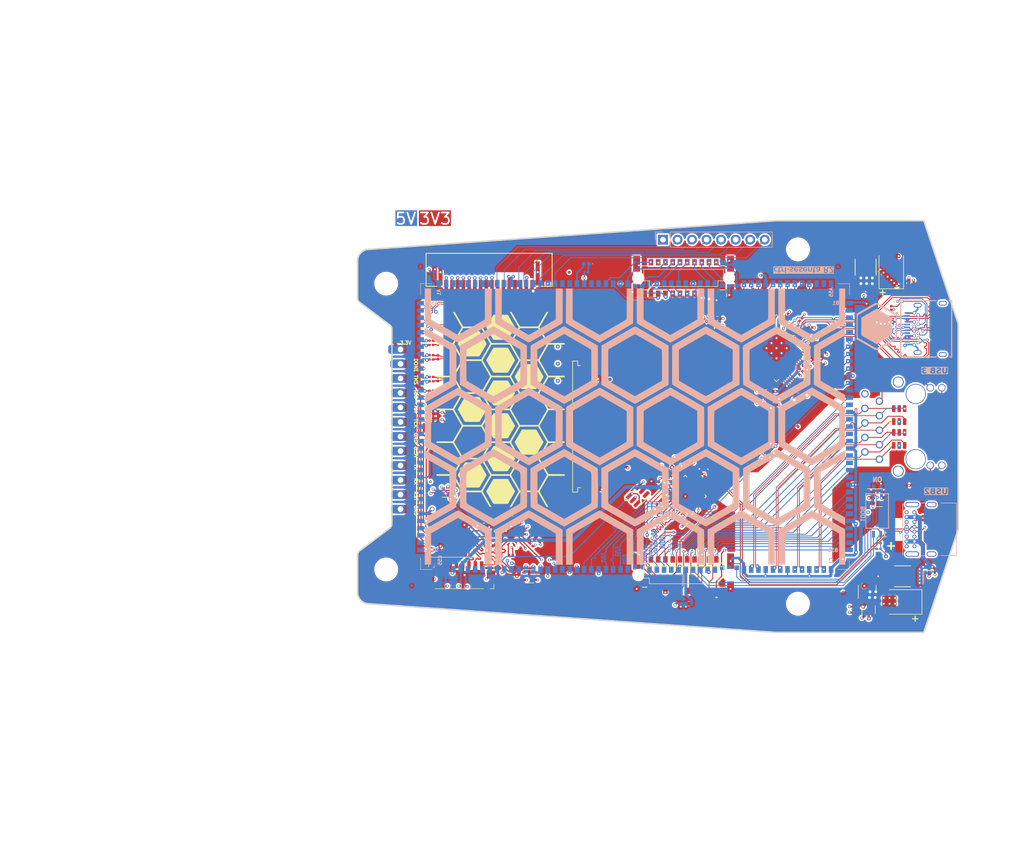
<source format=kicad_pcb>
(kicad_pcb (version 20230606) (generator pcbnew)
  (layers (0 "F.Cu" signal) (1 "In1.Cu" signal) (2 "In2.Cu" signal) (31 "B.Cu" signal) (34 "B.Paste" user) (35 "F.Paste" user) (36 "B.SilkS" user "B.Silkscreen") (37 "F.SilkS" user "F.Silkscreen") (38 "B.Mask" user) (39 "F.Mask" user) (44 "Edge.Cuts" user))
  (net 0 "")
  (net 1 "+5V")
  (net 2 "/SOM/D10")
  (net 3 "/SOM/D50")
  (net 4 "/SOM/D28")
  (net 5 "/SOM/D12")
  (net 6 "/SOM/D2")
  (net 7 "/SOM/D8")
  (net 8 "/SOM/D48")
  (net 9 "/SOM/D26")
  (net 10 "/SOM/D46")
  (net 11 "/SOM/D24")
  (net 12 "/SOM/D44")
  (net 13 "/SOM/D22")
  (net 14 "/SOM/D42")
  (net 15 "/SOM/D40")
  (net 16 "/SOM/D16")
  (net 17 "/SOM/D32")
  (net 18 "/SOM/D54")
  (net 19 "/SOM/MCLK5")
  (net 25 "+3V3")
  (net 26 "/SOM/CSI_GPIO0")
  (net 27 "/SOM/CSI_GPIO1")
  (net 28 "/SOM/LP_CSI_CLK_P")
  (net 29 "/SOM/LP_CSI_CLK_N")
  (net 30 "/SOM/LP_CSI_D1_P")
  (net 31 "/SOM/LP_CSI_D1_N")
  (net 32 "/SD/DAT1")
  (net 33 "/SD/DAT0")
  (net 34 "/SD/CLK")
  (net 35 "/SD/CMD")
  (net 36 "/SD/DAT3")
  (net 37 "/SD/DAT2")
  (net 38 "+1V8")
  (net 39 "VBUS1")
  (net 40 "GND")
  (net 41 "/SOM/USB1HS_D6")
  (net 42 "/SOM/USB1HS_D7")
  (net 43 "/SOM/USB1HS_NXT")
  (net 44 "/SOM/USB1HS_D4")
  (net 45 "/SOM/USB1HS_STP")
  (net 46 "/SOM/USB1HS_D0")
  (net 47 "/SOM/USB1HS_D1")
  (net 48 "/SOM/USB1HS_DIR")
  (net 49 "/SOM/USB1HS_D2")
  (net 50 "/SOM/USB1HS_CLK")
  (net 51 "/SOM/USB1HS_D3")
  (net 52 "/SOM/USB1HS_D5")
  (net 53 "/SOM/VDDIO_500_PS")
  (net 54 "/SD/SD_CLK")
  (net 55 "/SD/SD_D1")
  (net 56 "/SD/SD_D0")
  (net 57 "/SD/SD_CMD")
  (net 58 "/SD/SD_D3")
  (net 59 "/SD/SD_D2")
  (net 60 "/SD/SD_CD")
  (net 61 "/USB/3.3V_PHY_VDD")
  (net 62 "/USB/USB_PHY_XI")
  (net 63 "/USB/USB_PHY_X0")
  (net 64 "/USB/CC")
  (net 65 "/SOM/PS_500_RESET_OUTn")
  (net 66 "/SOM/LP_CSI_D0_P")
  (net 67 "/USB/USB_PHY_D+")
  (net 68 "/USB/USB_PHY_D-")
  (net 69 "/SOM/RGMII0_TRN3")
  (net 70 "/SOM/RGMII0_TRP3")
  (net 71 "/SOM/RGMII0_TRN2")
  (net 72 "/SOM/RGMII0_TRP2")
  (net 73 "/SOM/RGMII0_TRN1")
  (net 74 "/SOM/RGMII0_TRP1")
  (net 75 "/SOM/RGMII0_TRN0")
  (net 76 "/SOM/RGMII0_TRP0")
  (net 77 "/SOM/LP_CSI_D0_N")
  (net 78 "/SOM/BOOT_JP2")
  (net 79 "/SOM/BOOT_JP1")
  (net 80 "/SOM/JTAG_TMS")
  (net 81 "/SOM/JTAG_TDO")
  (net 82 "/SOM/JTAG_TDI")
  (net 83 "/SOM/JTAG_TCK")
  (net 84 "/SOM/UART_TX")
  (net 85 "/SOM/UART_RX")
  (net 86 "/USB/RST")
  (net 87 "/LED_LINK")
  (net 88 "/SOM/EXT_RST_IN")
  (net 89 "/SOM/CFG_DONE")
  (net 90 "/SOM/IO_B34_L10_P")
  (net 91 "/SOM/IO_B34_L10_N")
  (net 92 "/SOM/IO_B34_L23_P")
  (net 93 "/SOM/IO_B34_L23_N")
  (net 94 "/SOM/IO_B34_L6_P")
  (net 95 "/SOM/IO_B34_L6_N")
  (net 96 "/SOM/IO_B34_L3_P")
  (net 97 "/SOM/IO_B34_L3_N")
  (net 98 "/SOM/IO_B34_L4_P")
  (net 99 "/SOM/IO_B34_L4_N")
  (net 100 "/LED_ACT")
  (net 102 "Net-(J3-DET)")
  (net 111 "Net-(U1-SEL)")
  (net 112 "Net-(U3A-RBIAS)")
  (net 113 "Net-(U3A-VBUS)")
  (net 114 "Net-(U3A-ID)")
  (net 126 "3V3_MIC")
  (net 127 "Net-(J2-Pad12)")
  (net 128 "Net-(J2-Pad14)")
  (net 129 "Net-(D2-K)")
  (net 130 "/SOM/CSI_SCL")
  (net 131 "/SOM/CSI_SDA")
  (net 132 "/SOM/FPGA_CSI_GPIO0")
  (net 133 "/SOM/FPGA_CSI_GPIO1")
  (net 134 "/Sensors/CSI_D0_N")
  (net 135 "/Sensors/CSI_D0_P")
  (net 136 "/Sensors/CSI_D1_N")
  (net 137 "/Sensors/CSI_D1_P")
  (net 138 "/Sensors/CSI_CLK_N")
  (net 139 "/Sensors/CSI_CLK_P")
  (net 140 "/SOM/UART_TX_3V3")
  (net 141 "/SOM/UART_RX_3V3")
  (net 142 "/SOM/RGMII_LED_LINK")
  (net 143 "/SOM/RGMII_LED_ACT")
  (net 144 "Net-(Q1-G)")
  (net 145 "VBUS0")
  (net 146 "Net-(D1-K)")
  (net 147 "Net-(J4-SBU1)")
  (net 148 "Net-(J2-VCC)")
  (net 151 "/SOM/D56")
  (net 152 "/SOM/D34")
  (net 153 "/SOM/D58")
  (net 154 "/SOM/D36")
  (net 155 "/SOM/D52")
  (net 156 "/SOM/D30")
  (net 157 "/SOM/D14")
  (net 158 "/SOM/D4")
  (net 159 "/SOM/D0")
  (net 160 "/SOM/D6")
  (net 161 "/SOM/D20")
  (net 162 "/SOM/D18")
  (net 163 "/SOM/D38")
  (net 164 "/SOM/IO_B34_LP5")
  (net 165 "/SOM/IO_B34_LN5")
  (net 166 "/SOM/IO_B34_LP11")
  (net 167 "/SOM/IO_B34_LN11")
  (net 168 "/SOM/IO_B34_LP9")
  (net 169 "/SOM/IO_B34_LN9")
  (net 170 "/SOM/IO_B34_LP21")
  (net 178 "Net-(J8-CC-PadA5)")
  (net 179 "Net-(J8-SBU-PadA8)")
  (net 180 "1V2_USB")
  (net 181 "unconnected-(U10-PA8{slash}TXD1{slash}BRD#-Pad12)")
  (net 182 "unconnected-(U10-PA7{slash}BD7{slash}RXD1-Pad13)")
  (net 216 "/USB/XO")
  (net 217 "/SOM/LED_DI")
  (net 218 "/SOM/HTCLK")
  (net 219 "/SOM/HTREQ")
  (net 220 "/SOM/HTVLD")
  (net 221 "/SOM/HSPI_D0")
  (net 222 "/SOM/HSPI_D1")
  (net 223 "/SOM/HTACK")
  (net 224 "/SOM/HSPI_D3")
  (net 225 "/SOM/HSPI_D4")
  (net 226 "/SOM/HSPI_D5")
  (net 227 "/SOM/HSPI_D6")
  (net 228 "/SOM/HSPI_D7")
  (net 229 "/SOM/HRVLD")
  (net 230 "/SOM/HSPI_D2")
  (net 231 "/SOM/HRACT")
  (net 232 "/SOM/HTRDY")
  (net 233 "/SOM/HRCLK")
  (net 234 "/USB/USB3_SSTX+")
  (net 235 "/USB/USB3_SSTX-")
  (net 236 "/USB/USB3_UD+")
  (net 237 "/USB/USB3_UD-")
  (net 238 "/USB/USB3_SSRX-")
  (net 239 "/USB/USB3_SSRX+")
  (net 242 "/USB/XI")
  (net 245 "/SOM/LED_CTRL")
  (net 246 "/SOM/LED0")
  (net 249 "3V3_USB")
  (net 250 "/SOM/MCLK4")
  (net 251 "/SOM/MCLK2")
  (footprint "smd:0473093351" (layer "F.Cu") (at 100.83 122.86)
    (property "Reference" "J3")
    (property "Value" "473092651")
  )
  (footprint "smd:VQFN-24-1EP_4x4mm_P0.5mm_EP2.45x2.45mm_ThermalVias" (layer "F.Cu") (at 109.82 118.32 135)
    (property "Reference" "U1")
    (property "Value" "TXS02612RTWR")
  )
  (footprint "smd:C_0201_0603Metric" (layer "F.Cu") (at 113.39 120.67 -45)
    (property "Reference" "C2" hide)
    (property "Value" "0.1uF")
  )
  (footprint "smd:C_0201_0603Metric" (layer "F.Cu") (at 106.46 121.16 -135)
    (property "Reference" "C3" hide)
    (property "Value" "0.1uF")
  )
  (footprint "smd:C_0402_1005Metric" (layer "F.Cu") (at 105.1 117.25 180)
    (property "Reference" "C4" hide)
    (property "Value" "1uF")
  )
  (footprint "smd:C_0201_0603Metric" (layer "F.Cu") (at 96.99 121.56 180)
    (property "Reference" "C1" hide)
    (property "Value" "0.1uF")
  )
  (footprint "Package_TO_SOT_SMD:SOT-353_SC-70-5" (layer "F.Cu") (at 113.08 126.19)
    (property "Reference" "U2")
    (property "Value" "74AHC1G04")
  )
  (footprint "smd:R_0201_0603Metric" (layer "F.Cu") (at 109.8 122.5)
    (property "Reference" "R1" hide)
    (property "Value" "10k")
  )
  (footprint "smd:R_0201_0603Metric" (layer "F.Cu") (at 110.24 126.28 -90)
    (property "Reference" "R2" hide)
    (property "Value" "47k")
  )
  (footprint "smd:USB3320C-EZK-TR" (layer "F.Cu") (at 140.3 112.2 45)
    (property "Reference" "U3")
    (property "Value" "USB3320C" hide)
  )
  (footprint "smd:C_0201_0603Metric" (layer "F.Cu") (at 140.14 117.04 -135)
    (property "Reference" "C5" hide)
    (property "Value" "0.1uF")
  )
  (footprint "smd:R_0201_0603Metric" (layer "F.Cu") (at 141.28 106.79 -135)
    (property "Reference" "R3")
    (property "Value" "8.06K 0.5%")
  )
  (footprint "smd:C_0201_0603Metric" (layer "F.Cu") (at 136.68 109.12 135)
    (property "Reference" "C6" hide)
    (property "Value" "0.1uF")
  )
  (footprint "smd:C_0201_0603Metric" (layer "F.Cu") (at 135.9 109.9 135)
    (property "Reference" "C7" hide)
    (property "Value" "0.1uF")
  )
  (footprint "smd:C_0201_0603Metric" (layer "F.Cu") (at 142.93 108.46 45)
    (property "Reference" "C8" hide)
    (property "Value" "0.1uF")
  )
  (footprint "smd:C_0201_0603Metric" (layer "F.Cu") (at 143.47 108.99 45)
    (property "Reference" "C9" hide)
    (property "Value" "0.1uF")
  )
  (footprint "smd:C_0201_0603Metric" (layer "F.Cu") (at 136.75 106.92 -135)
    (property "Reference" "C11" hide)
    (property "Value" "22pF")
  )
  (footprint "smd:C_0201_0603Metric" (layer "F.Cu") (at 137.936274 105.753726 45)
    (property "Reference" "C14" hide)
    (property "Value" "22pF")
  )
  (footprint "Resistor_SMD:R_0402_1005Metric" (layer "F.Cu") (at 143.96 107.74 135)
    (property "Reference" "FB2" hide)
    (property "Value" "150R@800mA")
  )
  (footprint "smd:R_0201_0603Metric" (layer "F.Cu") (at 181.86 116.02 90)
    (property "Reference" "R4" hide)
    (property "Value" "5.1k")
  )
  (footprint "smd:R_0201_0603Metric" (layer "F.Cu") (at 137.44 108.35 135)
    (property "Reference" "R5" hide)
    (property "Value" "10k")
  )
  (footprint "smd:HCR2016" (layer "F.Cu") (at 138.8 106.989653 45)
    (property "Reference" "Y1" hide)
    (property "Value" "24MHz")
  )
  (footprint "smd:R_0201_0603Metric" (layer "F.Cu") (at 142.36 107.88 45)
    (property "Reference" "R6")
    (property "Value" "10k")
  )
  (footprint "smd:C_0201_0603Metric" (layer "F.Cu") (at 183.9221 125.18 -90)
    (property "Reference" "C18" hide)
    (property "Value" "0.1uF")
  )
  (footprint "smd:C_0402_1005Metric" (layer "F.Cu") (at 182.9321 125.29 -90)
    (property "Reference" "C19" hide)
    (property "Value" "1uF")
  )
  (footprint "Diode_SMD:D_SMB" (layer "F.Cu") (at 178.1221 130.68 180)
    (property "Reference" "D1")
    (property "Value" " SMBJ5.0A-TR")
  )
  (footprint "smd:R_0201_0603Metric" (layer "F.Cu") (at 95.885 98.552 180)
    (property "Reference" "R8" hide)
    (property "Value" "2.61K")
  )
  (footprint "smd:R_0201_0603Metric" (layer "F.Cu") (at 95.885 97.79 180)
    (property "Reference" "R9" hide)
    (property "Value" "2.61K")
  )
  (footprint "Package_TO_SOT_SMD:SOT-23-6" (layer "F.Cu") (at 131.972183 112.027817 45)
    (property "Reference" "U4")
    (property "Value" "SN74LVC2G07DBVR")
  )
  (footprint "smd:R_0201_0603Metric" (layer "F.Cu") (at 141.82 107.34 45)
    (property "Reference" "R12" hide)
    (property "Value" "5.1k")
  )
  (footprint "smd:R_0201_0603Metric" (layer "F.Cu") (at 136.9 105.7 45)
    (property "Reference" "R13" hide)
    (property "Value" "10k")
  )
  (footprint "smd:C_0402_1005Metric" (layer "F.Cu") (at 114.52 119.7 -45)
    (property "Reference" "C27" hide)
    (property "Value" "1uF")
  )
  (footprint "smd:hexagon_array" (layer "F.Cu") (at 108 97 90)
    (property "Reference" "LOGO1" hide)
    (property "Value" "LOGO" hide)
  )
  (footprint "smd:IC_TXS0102DQMR" (layer "F.Cu") (at 98.35 111.35 180)
    (property "Reference" "U5" hide)
    (property "Value" "TXS0102DQMR" hide)
  )
  (footprint "smd:C_0201_0603Metric" (layer "F.Cu") (at 129.39 107.09)
    (property "Reference" "C21" hide)
    (property "Value" "0.1uF")
  )
  (footprint "Fiducial:Fiducial_0.5mm_Mask1mm" (layer "F.Cu") (at 119.109 87.132)
    (property "Reference" "FID6" hide)
    (property "Value" "Fiducial")
  )
  (footprint "smd:R_0201_0603Metric" (layer "F.Cu") (at 95.885 87.503 180)
    (property "Reference" "R20" hide)
    (property "Value" "100")
  )
  (footprint "smd:R_0201_0603Metric" (layer "F.Cu") (at 176.3 79.27 -90)
    (property "Reference" "R29" hide)
    (property "Value" "5.1k")
  )
  (footprint "smd:C_0201_0603Metric" (layer "F.Cu") (at 158.015 80.468 45)
    (property "Reference" "C28" hide)
    (property "Value" "0.1uF")
  )
  (footprint "MountingHole:MountingHole_3.7mm" (layer "F.Cu") (at 88 125)
    (property "Reference" "H2" hide)
    (property "Value" "MountingHole")
  )
  (footprint "smd:C_0402_1005Metric" (layer "F.Cu") (at 155.75 95.18)
    (property "Reference" "C32" hide)
    (property "Value" "1uF")
  )
  (footprint "smd:R_0201_0603Metric" (layer "F.Cu") (at 95.885 94.996 180)
    (property "Reference" "R25" hide)
    (property "Value" "30")
  )
  (footprint "smd:CON16_1X16_DRB_SFW_GLE" (layer "F.Cu") (at 105.995001 72.5731)
    (property "Reference" "J5")
    (property "Value" "SFW16R-4STE1LF")
  )
  (footprint "smd:C_0402_1005Metric" (layer "F.Cu") (at 160.04 94.5)
    (property "Reference" "C40" hide)
    (property "Value" "3.3uF")
  )
  (footprint "smd:R_0201_0603Metric" (layer "F.Cu") (at 169.8 132.55 180)
    (property "Reference" "R28" hide)
    (property "Value" "47k")
  )
  (footprint "smd:0ZCG0300FF2B" (layer "F.Cu") (at 171.83 72.1179 90)
    (property "Reference" "F1")
    (property "Value" "0ZCG0300FF2B" hide)
  )
  (footprint "smd:R_0201_0603Metric" (layer "F.Cu") (at 95.885 92.075 180)
    (property "Reference" "R24" hide)
    (property "Value" "100")
  )
  (footprint "smd:C_0201_0603Metric" (layer "F.Cu") (at 164.56 86.85 -45)
    (property "Reference" "C10" hide)
    (property "Value" "20pF")
  )
  (footprint "Fiducial:Fiducial_0.5mm_Mask1mm" (layer "F.Cu") (at 152.82 131.23)
    (property "Reference" "FID1" hide)
    (property "Value" "Fiducial")
  )
  (footprint "smd:R_0201_0603Metric" (layer "F.Cu") (at 180.2 110.3 180)
    (property "Reference" "R15" hide)
    (property "Value" "470")
  )
  (footprint "smd:C_0402_1005Metric" (layer "F.Cu") (at 145.9 82.28)
    (property "Reference" "C29" hide)
    (property "Value" "1uF")
  )
  (footprint "smd:C_0402_1005Metric" (layer "F.Cu") (at 154.43 93.89 180)
    (property "Reference" "C39" hide)
    (property "Value" "3.3uF")
  )
  (footprint "Package_TO_SOT_SMD:SOT-363_SC-70-6" (layer "F.Cu") (at 172.35 132.05 90)
    (property "Reference" "Q2" hide)
    (property "Value" "BCM857BS")
  )
  (footprint "smd:SOT-23-6" (layer "F.Cu") (at 177.7 98 90)
    (property "Reference" "U8" hide)
    (property "Value" "SRV05-4")
  )
  (footprint "Fiducial:Fiducial_0.5mm_Mask1mm" (layer "F.Cu") (at 160 100)
    (property "Reference" "FID9" hide)
    (property "Value" "Fiducial")
  )
  (footprint "smd:R_0201_0603Metric" (layer "F.Cu") (at 95.885 85.725 180)
    (property "Reference" "R18" hide)
    (property "Value" "100")
  )
  (footprint "smd:TE_1-84952-5" (layer "F.Cu") (at 127 100 -90)
    (property "Reference" "J1")
    (property "Value" "1-84952-5")
  )
  (footprint "smd:C_0402_1005Metric" (layer "F.Cu") (at 155.75 96.18)
    (property "Reference" "C31" hide)
    (property "Value" "1uF")
  )
  (footprint "Fiducial:Fiducial_0.5mm_Mask1mm" (layer "F.Cu") (at 155 72)
    (property "Reference" "FID2" hide)
    (property "Value" "Fiducial")
  )
  (footprint "MountingHole:MountingHole_3.7mm" (layer "F.Cu") (at 160 131)
    (property "Reference" "H3" hide)
    (property "Value" "MountingHole")
  )
  (footprint "MountingHole:MountingHole_3.7mm" (layer "F.Cu") (at 88 75)
    (property "Reference" "H4" hide)
    (property "Value" "MountingHole")
  )
  (footprint "smd:DMX0003A" (layer "F.Cu") (at 174.809 82.523 90)
    (property "Reference" "D6" hide)
    (property "Value" "ESD122" hide)
  )
  (footprint "Diode_SMD:D_SMB" (layer "F.Cu") (at 176.32 72.2275 90)
    (property "Reference" "D3")
    (property "Value" " SMBJ5.0A-TR")
  )
  (footprint "MountingHole:MountingHole_3.7mm" (layer "F.Cu") (at 160 69)
    (property "Reference" "H1" hide)
    (property "Value" "MountingHole")
  )
  (footprint "smd:C_0201_0603Metric" (layer "F.Cu") (at 162.152 82.666)
    (property "Reference" "C17" hide)
    (property "Value" "0.1uF")
  )
  (footprint "smd:R_0201_0603Metric" (layer "F.Cu") (at 95.885 91.313 180)
    (property "Reference" "R23" hide)
    (property "Value" "100")
  )
  (footprint "smd:VREG_NCP161BMX330TBG" (layer "F.Cu") (at 153.845 95.655)
    (property "Reference" "U12" hide)
    (property "Value" "NCP161BMX330TBG")
  )
  (footprint "smd:R_0201_0603Metric" (layer "F.Cu") (at 97.028 87.884 -90)
    (property "Reference" "R19" hide)
    (property "Value" "150")
  )
  (footprint "smd:C_0201_0603Metric" (layer "F.Cu") (at 135.555 113.325 -135)
    (property "Reference" "C34" hide)
    (property "Value" "0.1uF")
  )
  (footprint "smd:R_0201_0603Metric" (layer "F.Cu") (at 95.885 84.963 180)
    (property "Reference" "R17" hide)
    (property "Value" "100")
  )
  (footprint "smd:R_0201_0603Metric" (layer "F.Cu") (at 95.885 88.265 180)
    (property "Reference" "R21" hide)
    (property "Value" "100")
  )
  (footprint "Fiducial:Fiducial_0.5mm_Mask1mm" (layer "F.Cu") (at 120 73)
    (property "Reference" "FID8" hide)
    (property "Value" "Fiducial")
  )
  (footprint "smd:0ZCG0300FF2B" (layer "F.Cu") (at 178.2921 126.2)
    (property "Reference" "F3")
    (property "Value" "0ZCG0300FF2B" hide)
  )
  (footprint "smd:R_0201_0603Metric" (layer "F.Cu") (at 97.025 85.344 -90)
    (property "Reference" "R7" hide)
    (property "Value" "150")
  )
  (footprint "smd:C_0201_0603Metric" (layer "F.Cu") (at 160.553726 90.113726 -45)
    (property "Reference" "C36" hide)
    (property "Value" "0.1uF")
  )
  (footprint "smd:QFN-68_EP_8x8_Pitch0.4mm" (layer "F.Cu") (at 156.24452 86.281996 -135)
    (property "Reference" "U10")
    (property "Value" "CH569W")
  )
  (footprint "smd:DMX0003A" (layer "F.Cu") (at 176.541934 81.644066 -135)
    (property "Reference" "D5" hide)
    (property "Value" "ESD122" hide)
  )
  (footprint "smd:M557002042R_REV" (layer "F.Cu") (at 140 126)
    (property "Reference" "JM2")
    (property "Value" "M55-7002042R" hide)
  )
  (footprint "smd:XTAL_ECS-300-10-37-CKM-TR" (layer "F.Cu") (at 163.28 88.08679 -135)
    (property "Reference" "Y2")
    (property "Value" "ECS-300-10-37-CKM-TR")
  )
  (footprint "smd:VREG_NCP161BMX330TBG" (layer "F.Cu") (at 144.005 81.605 -90)
    (property "Reference" "U9" hide)
    (property "Value" "NCP161BMX330TBG")
  )
  (footprint "smd:C_0402_1005Metric" (layer "F.Cu") (at 145.9 81.08)
    (property "Reference" "C30" hide)
    (property "Value" "1uF")
  )
  (footprint "smd:DMX0003A" (layer "F.Cu") (at 181.662 118.011 180)
    (property "Reference" "D7" hide)
    (property "Value" "ESD122" hide)
  )
  (footprint "smd:C_0201_0603Metric" (layer "F.Cu") (at 161.73 89 -45)
    (property "Reference" "C37" hide)
    (property "Value" "0.1uF")
  )
  (footprint "smd:R_0201_0603Metric" (layer "F.Cu") (at 169.8 131.5 180)
    (property "Reference" "R27" hide)
    (property "Value" "10k")
  )
  (footprint "Conn:60Debug_1x12_P2.54mm" (layer "F.Cu") (at 90.5 86.5)
    (property "Reference" "J6" hide)
    (property "Value" "Conn_01x12_Pin")
  )
  (footprint "smd:C_0201_0603Metric" (layer "F.Cu") (at 161.093726 89.573726 -45)
    (property "Reference" "C35" hide)
    (property "Value" "0.1uF")
  )
  (footprint "smd:C_0201_0603Metric" (layer "F.Cu") (at 180.23 75.1 90)
    (property "Reference" "C12" hide)
    (property "Value" "0.1uF")
  )
  (footprint "smd:C_0201_0603Metric" (layer "F.Cu") (at 164.25 89.36 45)
    (property "Reference" "C15" hide)
    (property "Value" "20pF")
  )
  (footprint "Package_TO_SOT_SMD:SOT-23-6" (layer "F.Cu") (at 173.9375 112.45)
    (property "Reference" "U6" hide)
    (property "Value" "SN74LVC2G07DBVR")
  )
  (footprint "smd:M557002042R_REV" (layer "F.Cu") (at 140 74)
    (property "Reference" "JM1")
    (property "Value" "M55-7002042R" hide)
  )
  (footprint "smd:C_0201_0603Metric" (layer "F.Cu") (at 160.503 81.281 45)
    (property "Reference" "C20" hide)
    (property "Value" "0.1uF")
  )
  (footprint "smd:C_0201_0603Metric" (layer "F.Cu") (at 160.013726 90.653726 -45)
    (property "Reference" "C38" hide)
    (property "Value" "0.1uF")
  )
  (footprint "smd:C_0201_0603Metric" (layer "F.Cu") (at 162.446 84.581)
    (property "Reference" "C16" hide)
    (property "Value" "0.1uF")
  )
  (footprint "smd:R_0201_0603Metric" (layer "F.Cu") (at 174.37 91.87 180)
    (property "Reference" "R30" hide)
    (property "Value" "0")
  )
  (footprint "smd:R_0201_0603Metric" (layer "F.Cu") (at 95.885 93.726 180)
    (property "Reference" "R26" hide)
    (property "Value" "30")
  )
  (footprint "smd:R_0201_0603Metric" (layer "F.Cu") (at 97.028 91.694 -90)
    (property "Reference" "R22" hide)
    (property "Value" "150")
  )
  (footprint "smd:SOT-23-6" (layer "F.Cu") (at 177.7 102.1625 90)
    (property "Reference" "U7" hide)
    (property "Value" "SRV05-4")
  )
  (footprint "Fiducial:Fiducial_0.5mm_Mask1mm" (layer "F.Cu") (at 117 127)
    (property "Reference" "FID5" hide)
    (property "Value" "Fiducial")
  )
  (footprint "smd:C_0402_1005Metric" (layer "F.Cu") (at 179.36 74.89 90)
    (property "Reference" "C13" hide)
    (property "Value" "1uF")
  )
  (footprint "Package_TO_SOT_SMD:SOT-23" (layer "F.Cu") (at 172.1 128.4 90)
    (property "Reference" "Q1" hide)
    (property "Value" "DMG2305UX")
  )
  (footprint "smd:IC_TXS0102DQMR" (layer "F.Cu") (at 154.785066 104.405462 -135)
    (property "Reference" "U11")
    (property "Value" "TXS0102DQMR")
  )
  (footprint "smd:R_0201_0603Metric" (layer "F.Cu") (at 174.4 90.5 180)
    (property "Reference" "R14" hide)
    (property "Value" "470")
  )
  (footprint "smd:MYC-Y7Z0xx" (layer "B.Cu") (at 131.5 100)
    (property "Reference" "M1" hide)
    (property "Value" "MYC-Y7Z020-V2")
  )
  (footprint "Connector_USB:USB_C_Receptacle_GCT_USB4085" (layer "B.Cu") (at 179 115 -90)
    (property "Reference" "J4")
    (property "Value" "USB_C_Receptacle_USB2.0")
  )
  (footprint "smd:C_0201_0603Metric" (layer "B.Cu") (at 96 73 180)
    (property "Reference" "C22" hide)
    (property "Value" "0.1uF")
  )
  (footprint "smd:C_0201_0603Metric" (layer "B.Cu") (at 171.5 77.96 90)
    (property "Reference" "C23" hide)
    (property "Value" "0.1uF")
  )
  (footprint "smd:C_0201_0603Metric" (layer "B.Cu") (at 139.1 130.9 180)
    (property "Reference" "C25" hide)
    (property "Value" "0.1uF")
  )
  (footprint "smd:C_0201_0603Metric" (layer "B.Cu") (at 98.4 127.6 -90)
    (property "Reference" "C24" hide)
    (property "Value" "0.1uF")
  )
  (footprint "smd:C_0201_0603Metric" (layer "B.Cu") (at 101 127.6 -90)
    (property "Reference" "C26" hide)
    (property "Value" "0.1uF")
  )
  (footprint "smd:R_0201_0603Metric" (layer "B.Cu") (at 174.1 121.4 180)
    (property "Reference" "R10" hide)
    (property "Value" "5.1k")
  )
  (footprint "smd:logo" (layer "B.Cu") (at 173.75 82.5)
    (property "Reference" "LOGO0" hide)
    (property "Value" "LOGO" hide)
  )
  (footprint "LED_SMD:LED_0402_1005Metric" (layer "B.Cu") (at 123 71.5 180)
    (property "Reference" "D2" hide)
    (property "Value" "LED")
  )
  (footprint "smd:DMX0003A" (layer "B.Cu") (at 176.919 82.9)
    (property "Reference" "D4" hide)
    (property "Value" "ESD122" hide)
  )
  (footprint "smd:C_0201_0603Metric" (layer "B.Cu") (at 101.9 127.6 -90)
    (property "Reference" "C33" hide)
    (property "Value" "0.1uF")
  )
  (footprint "Resistor_SMD:R_0402_1005Metric" (layer "B.Cu") (at 140.9 131)
    (property "Reference" "FB1" hide)
    (property "Value" "150R@800mA")
  )
  (footprint "Conn:GCT_USB4056-03-A_REVA2" (layer "B.Cu") (at 185.319 82.9 -90)
    (property "Reference" "J8")
    (property "Value" "USB4056-03-A")
    (fp_line (start 3.75 5.965) (end 3.45 5.965) (stroke (width 0.01)) (layer "Edge.Cuts"))
    (fp_line (start 3.45 5.315) (end 3.75 5.315) (stroke (width 0.01)) (layer "Edge.Cuts"))
    (fp_arc (start 3.45 5.965) (mid 3.22019 5.86981) (end 3.125 5.64) (stroke (width 0.01)) (layer "Edge.Cuts"))
    (fp_arc (start 3.125 5.64) (mid 3.22019 5.41019) (end 3.45 5.315) (stroke (width 0.01)) (layer "Edge.Cuts"))
    (fp_arc (start 4.075 5.64) (mid 3.97981 5.86981) (end 3.75 5.965) (stroke (width 0.01)) (layer "Edge.Cuts"))
    (fp_arc (start 3.75 5.315) (mid 3.97981 5.41019) (end 4.075 5.64) (stroke (width 0.01)) (layer "Edge.Cuts"))
  )
  (footprint "Fiducial:Fiducial_0.5mm_Mask1mm" (layer "B.Cu") (at 167 72 180)
    (property "Reference" "FID7" hide)
    (property "Value" "Fiducial")
  )
  (footprint "smd:R_0201_0603Metric" (layer "B.Cu") (at 174.12 120.4 180)
    (property "Reference" "R11" hide)
    (property "Value" "5.1k")
  )
  (footprint "Connector_PinHeader_2.54mm:PinHeader_1x08_P2.54mm_Vertical" (layer "B.Cu") (at 136.4 67.3 -90)
    (property "Reference" "J7")
    (property "Value" "Conn_01x08")
  )
  (footprint "Conn:0936273601" (layer "B.Cu") (at 171.7 100 -90)
    (property "Reference" "J2")
    (property "Value" "093627-3606")
  )
  (footprint "Fiducial:Fiducial_0.5mm_Mask1mm" (layer "B.Cu") (at 167.9 129 180)
    (property "Reference" "FID4" hide)
    (property "Value" "Fiducial")
  )
  (footprint "smd:218-2LPSTR_CTS" (layer "B.Cu") (at 173.835 114.764 90)
    (property "Reference" "SW1" hide)
    (property "Value" "SW_DIP_x04" hide)
  )
  (footprint "Fiducial:Fiducial_0.5mm_Mask1mm" (layer "B.Cu") (at 92.48 127.82 180)
    (property "Reference" "FID3" hide)
    (property "Value" "Fiducial")
  )
  (footprint "smd:R_0201_0603Metric" (layer "B.Cu") (at 123 73)
    (property "Reference" "R16" hide)
    (property "Value" "470")
  )
  (footprint "Fiducial:Fiducial_0.5mm_Mask1mm" (layer "B.Cu") (at 94 72 180)
    (property "Reference" "FID10" hide)
    (property "Value" "Fiducial")
  )
  (gr_circle (center 110.78 121.08) (end 110.98 121.08) (stroke (width 0.2)) (fill none) (layer "F.SilkS"))
  (gr_circle (center 129.89 112.77) (end 130.09 112.77) (stroke (width 0.2)) (fill none) (layer "F.SilkS"))
  (gr_arc (start 83 71) (mid 83.585786 69.585786) (end 85 69) (stroke (width 0.254)) (layer "Edge.Cuts"))
  (gr_line (start 156 136) (end 85 131) (stroke (width 0.254)) (layer "Edge.Cuts"))
  (gr_arc (start 88.707107 82.292893) (mid 88.92388 82.617316) (end 89 83) (stroke (width 0.254)) (layer "Edge.Cuts"))
  (gr_line (start 188 118) (end 188 82) (stroke (width 0.254)) (layer "Edge.Cuts"))
  (gr_arc (start 89 117) (mid 88.92388 117.382683) (end 88.707107 117.707107) (stroke (width 0.254)) (layer "Edge.Cuts"))
  (gr_line (start 182 64) (end 188 82) (stroke (width 0.254)) (layer "Edge.Cuts"))
  (gr_line (start 182 64) (end 156 64) (stroke (width 0.254)) (layer "Edge.Cuts"))
  (gr_line (start 89 83) (end 89 117) (stroke (width 0.254)) (layer "Edge.Cuts"))
  (gr_line (start 83 122.5) (end 83 129) (stroke (width 0.254)) (layer "Edge.Cuts"))
  (gr_line (start 188 118) (end 182 136) (stroke (width 0.254)) (layer "Edge.Cuts"))
  (gr_arc (start 83.292893 78.207107) (mid 83.07612 77.882684) (end 83 77.5) (stroke (width 0.254)) (layer "Edge.Cuts"))
  (gr_line (start 88.707107 82.292893) (end 83.292893 78.207107) (stroke (width 0.254)) (layer "Edge.Cuts"))
  (gr_line (start 156 64) (end 85 69) (stroke (width 0.254)) (layer "Edge.Cuts"))
  (gr_line (start 88.707107 117.707107) (end 83.292893 121.792893) (stroke (width 0.254)) (layer "Edge.Cuts"))
  (gr_line (start 83 77.5) (end 83 71) (stroke (width 0.254)) (layer "Edge.Cuts"))
  (gr_arc (start 83 122.5) (mid 83.07612 122.117317) (end 83.292893 121.792893) (stroke (width 0.254)) (layer "Edge.Cuts"))
  (gr_arc (start 85 131) (mid 83.585786 130.414214) (end 83 129) (stroke (width 0.254)) (layer "Edge.Cuts"))
  (gr_line (start 156 136) (end 182 136) (stroke (width 0.254)) (layer "Edge.Cuts"))
  (gr_text "3V3" (at 93.6 64.8 0) (layer "F.Cu" knockout) (effects (font (size 2 2) (thickness 0.3) bold) (justify left bottom)))
  (gr_text "5V" (at 89.4 64.8 0) (layer "B.Cu" knockout) (effects (font (size 2 2) (thickness 0.3) bold) (justify left bottom)))
  (gr_text "ctrl-sesenta R2" (at 161 72.5 180) (layer "B.SilkS" knockout) (effects (font (size 1 1) (thickness 0.14)) (justify mirror)))
  (gr_text "BOOT" (at 171.38 115.27 90) (layer "B.SilkS") (effects (font (size 0.7 0.7)) (justify mirror)))
  (gr_text "USB 3" (at 186.25 90.88 0) (layer "B.SilkS" knockout) (effects (font (size 1 1) (thickness 0.25) bold) (justify left bottom mirror)))
  (gr_text "USB2" (at 186.25 112 0) (layer "B.SilkS" knockout) (effects (font (size 1 1) (thickness 0.25) bold) (justify left bottom mirror)))
  (gr_text "DONE" (at 93.185 89.281 -90) (layer "F.SilkS") (effects (font (size 0.6 0.6))))
  (gr_text "GND" (at 93.185 114.681 270) (layer "F.SilkS") (effects (font (size 0.6 0.6))))
  (gr_text "RX" (at 93.185 109.601 270) (layer "F.SilkS") (effects (font (size 0.6 0.6))))
  (gr_text "TMS" (at 93.185 91.821 -90) (layer "F.SilkS") (effects (font (size 0.6 0.6))))
  (gr_text "GND" (at 93.185 101.981 270) (layer "F.SilkS") (effects (font (size 0.6 0.6))))
  (gr_text "3.3V" (at 93.185 104.521 270) (layer "F.SilkS") (effects (font (size 0.6 0.6))))
  (gr_text "+" (at 173.92 77.16 0) (layer "F.SilkS") (effects (font (size 1.2 1.2) (thickness 0.2) bold) (justify left bottom)))
  (gr_text "RST" (at 93.185 112.141 270) (layer "F.SilkS") (effects (font (size 0.6 0.6))))
  (gr_text "3.3V" (at 91.407 85.344 0) (layer "F.SilkS") (effects (font (size 0.6 0.6))))
  (gr_text "TDO" (at 93.185 94.361 270) (layer "F.SilkS") (effects (font (size 0.6 0.6))))
  (gr_text "TCK" (at 93.185 99.441 270) (layer "F.SilkS") (effects (font (size 0.6 0.6))))
  (gr_text "TX" (at 93.185 107.061 270) (layer "F.SilkS") (effects (font (size 0.6 0.6))))
  (gr_text "+" (at 179.63 134.24 0) (layer "F.SilkS") (effects (font (size 1.2 1.2) (thickness 0.2) bold) (justify left bottom)))
  (gr_text "TDI" (at 93.185 96.901 270) (layer "F.SilkS") (effects (font (size 0.6 0.6))))
  (gr_text "+" (at 175.15 121.66 0) (layer "F.SilkS") (effects (font (size 1.5 1.5) (thickness 0.3) bold) (justify left bottom)))
  (segment (start 155.27 96.18) (end 155.27 96.76) (width 0.25) (layer "F.Cu") (net 1))
  (segment (start 142.74 107.4) (end 142.586274 107.646274) (width 0.15) (layer "F.Cu") (net 1))
  (segment (start 173.05 129.3375) (end 173.05 129.35) (width 0.2) (layer "F.Cu") (net 1))
  (segment (start 154.891132 105.191132) (end 155.1 105.4) (width 0.15) (layer "F.Cu") (net 1))
  (segment (start 173.05 129.3375) (end 173.05 129.45) (width 0.2) (layer "F.Cu") (net 1))
  (segment (start 145.42 82.28) (end 145.42 82.78) (width 0.2) (layer "F.Cu") (net 1))
  (segment (start 144.33 82.11) (end 144.5 82.28) (width 0.2) (layer "F.Cu") (net 1))
  (segment (start 142.586274 107.653726) (end 142.74 107.4) (width 0.15) (layer "F.Cu") (net 1))
  (segment (start 173.05 129.45) (end 173.5 129.9) (width 0.2) (layer "F.Cu") (net 1))
  (segment (start 144.33 82.01) (end 144.33 82.11) (width 0.2) (layer "F.Cu") (net 1))
  (segment (start 172.6 128.9) (end 172.59 128.91) (width 0.5) (layer "F.Cu") (net 1))
  (segment (start 172.59 128.91) (end 172.59 129.81) (width 0.5) (layer "F.Cu") (net 1))
  (segment (start 173.5 129) (end 173.6 128.9) (width 0.8) (layer "F.Cu") (net 1))
  (segment (start 154.5 95.33) (end 154.65 95.48) (width 0.2) (layer "F.Cu") (net 1))
  (segment (start 154.25 95.98) (end 154.65 95.98) (width 0.2) (layer "F.Cu") (net 1))
  (segment (start 144.445 77.645) (end 144.46 77.66) (width 0.45) (layer "F.Cu") (net 1))
  (segment (start 154.25 95.33) (end 154.5 95.33) (width 0.2) (layer "F.Cu") (net 1))
  (segment (start 143.95 82.28) (end 143.68 82.01) (width 0.2) (layer "F.Cu") (net 1))
  (segment (start 173 130.4) (end 173.5 129.9) (width 0.5) (layer "F.Cu") (net 1))
  (segment (start 172.59 129.81) (end 172.5 129.9) (width 0.5) (layer "F.Cu") (net 1))
  (segment (start 154.65 95.48) (end 154.65 95.98) (width 0.2) (layer "F.Cu") (net 1))
  (segment (start 145.42 82.28) (end 144.5 82.28) (width 0.2) (layer "F.Cu") (net 1))
  (segment (start 113.495001 75.329) (end 113.495001 76.105001) (width 0.45) (layer "F.Cu") (net 1))
  (segment (start 155.27 96.76) (end 155.25 96.78) (width 0.25) (layer "F.Cu") (net 1))
  (segment (start 144.5 82.28) (end 143.95 82.28) (width 0.2) (layer "F.Cu") (net 1))
  (segment (start 154.65 95.98) (end 155.07 95.98) (width 0.2) (layer "F.Cu") (net 1))
  (segment (start 113.495001 76.105001) (end 113.69 76.3) (width 0.45) (layer "F.Cu") (net 1))
  (segment (start 144.445 76.75) (end 144.445 77.645) (width 0.45) (layer "F.Cu") (net 1))
  (segment (start 173 131.1) (end 173 130.4) (width 0.5) (layer "F.Cu") (net 1))
  (segment (start 173.6 128.9) (end 172.6 128.9) (width 0.5) (layer "F.Cu") (net 1))
  (segment (start 155.07 95.98) (end 155.27 96.18) (width 0.2) (layer "F.Cu") (net 1))
  (segment (start 173.05 129.35) (end 172.5 129.9) (width 0.2) (layer "F.Cu") (net 1))
  (segment (start 145.42 82.78) (end 145.4 82.8) (width 0.2) (layer "F.Cu") (net 1))
  (segment (start 154.891132 105.147924) (end 154.891132 105.191132) (width 0.15) (layer "F.Cu") (net 1))
  (segment (start 173.5 129.9) (end 173.5 129) (width 0.8) (layer "F.Cu") (net 1))
  (segment (start 173 130.4) (end 172.5 129.9) (width 0.5) (layer "F.Cu") (net 1))
  (segment (start 172.5 129.9) (end 173.5 129.9) (width 0.8) (layer "F.Cu") (net 1))
  (via (at 172 74) (size 0.8) (drill 0.5) (layers "F.Cu" "B.Cu") (net 1))
  (via (at 171 74) (size 0.8) (drill 0.5) (layers "F.Cu" "B.Cu") (net 1))
  (via (at 172 75) (size 0.8) (drill 0.5) (layers "F.Cu" "B.Cu") (net 1))
  (via (at 144.46 77.66) (size 0.8) (drill 0.5) (layers "F.Cu" "B.Cu") (net 1))
  (via (at 173.5 129.9) (size 1) (drill 0.5) (layers "F.Cu" "B.Cu") (net 1))
  (via (at 155.25 96.78) (size 0.5) (drill 0.3) (layers "F.Cu" "B.Cu") (net 1))
  (via (at 173 75) (size 0.8) (drill 0.5) (layers "F.Cu" "B.Cu") (net 1))
  (via (at 172.59 128.91) (size 1) (drill 0.5) (layers "F.Cu" "B.Cu") (net 1))
  (via (at 145.4 82.8) (size 0.5) (drill 0.3) (layers "F.Cu" "B.Cu") (net 1))
  (via (at 142.74 107.4) (size 0.5) (drill 0.3) (layers "F.Cu" "B.Cu") (net 1))
  (via (at 155.1 105.4) (size 0.45) (drill 0.25) (layers "F.Cu" "B.Cu") (net 1))
  (via (at 171 75) (size 0.8) (drill 0.5) (layers "F.Cu" "B.Cu") (net 1))
  (via (at 173 74) (size 0.8) (drill 0.5) (layers "F.Cu" "B.Cu") (net 1))
  (via (at 113.69 76.3) (size 0.8) (drill 0.5) (layers "F.Cu" "B.Cu") (net 1))
  (via (at 173.6 128.9) (size 1) (drill 0.5) (layers "F.Cu" "B.Cu") (net 1))
  (via (at 172.5 129.9) (size 1) (drill 0.5) (layers "F.Cu" "B.Cu") (net 1))
  (segment (start 98.4 125.08) (end 98.48 125) (width 0.3) (layer "B.Cu") (net 1))
  (segment (start 98.4 127.28) (end 98.4 125.08) (width 0.3) (layer "B.Cu") (net 1))
  (segment (start 135.555 77.427) (end 135.527 77.455) (width 0.2) (layer "F.Cu") (net 2))
  (segment (start 135.555 76.75) (end 135.555 77.427) (width 0.2) (layer "F.Cu") (net 2))
  (via (at 135.527 77.455) (size 0.7) (drill 0.3) (layers "F.Cu" "B.Cu") (net 2))
  (segment (start 129.945 77.455) (end 127.69 75.2) (width 0.2) (layer "B.Cu") (net 2))
  (segment (start 135.527 77.455) (end 129.945 77.455) (width 0.2) (layer "B.Cu") (net 2))
  (segment (start 136.825 77.246) (end 136.853 77.274) (width 0.2) (layer "F.Cu") (net 3))
  (segment (start 136.825 76.75) (end 136.825 77.246) (width 0.2) (layer "F.Cu") (net 3))
  (via (at 136.853 77.274) (size 0.7) (drill 0.3) (layers "F.Cu" "B.Cu") (net 3))
  (segment (start 132.732 76.632) (end 131.5 75.4) (width 0.2) (layer "B.Cu") (net 3))
  (segment (start 132.732 76.632) (end 136.211 76.632) (width 0.2) (layer "B.Cu") (net 3))
  (segment (start 136.853 77.274) (end 136.211 76.632) (width 0.2) (layer "B.Cu") (net 3))
  (via (at 138.075 76.713) (size 0.7) (drill 0.3) (layers "F.Cu" "B.Cu") (net 4))
  (segment (start 137.154 75.932) (end 134.772 75.932) (width 0.2) (layer "B.Cu") (net 4))
  (segment (start 138.075 76.713) (end 137.935 76.713) (width 0.2) (layer "B.Cu") (net 4))
  (segment (start 137.935 76.713) (end 137.154 75.932) (width 0.2) (layer "B.Cu") (net 4))
  (segment (start 134.772 75.932) (end 134.04 75.2) (width 0.2) (layer "B.Cu") (net 4))
  (via (at 139.365 76.75) (size 0.7) (drill 0.3) (layers "F.Cu" "B.Cu") (net 5))
  (segment (start 137.85 75.235) (end 139.365 76.75) (width 0.2) (layer "B.Cu") (net 5))
  (via (at 140.635 76.75) (size 0.7) (drill 0.3) (layers "F.Cu" "B.Cu") (net 6))
  (segment (start 140.39 76.505) (end 140.635 76.75) (width 0.2) (layer "B.Cu") (net 6))
  (segment (start 140.39 75) (end 140.39 76.505) (width 0.2) (layer "B.Cu") (net 6))
  (via (at 141.91 76.73) (size 0.7) (drill 0.3) (layers "F.Cu" "B.Cu") (net 7))
  (segment (start 142.93 75.268) (end 141.91 76.288) (width 0.2) (layer "B.Cu") (net 7))
  (segment (start 141.91 76.288) (end 141.91 76.73) (width 0.2) (layer "B.Cu") (net 7))
  (via (at 136.825 71.25) (size 0.7) (drill 0.3) (layers "F.Cu" "B.Cu") (net 8))
  (segment (start 130.23 73.889) (end 130.23 75) (width 0.2) (layer "B.Cu") (net 8))
  (segment (start 131.674 72.445) (end 130.23 73.889) (width 0.2) (layer "B.Cu") (net 8))
  (segment (start 131.674 72.445) (end 135.63 72.445) (width 0.2) (layer "B.Cu") (net 8))
  (segment (start 135.63 72.445) (end 136.825 71.25) (width 0.2) (layer "B.Cu") (net 8))
  (via (at 138.1 71.3) (size 0.7) (drill 0.3) (layers "F.Cu" "B.Cu") (net 9))
  (segment (start 135.588 73.812) (end 138.1 71.3) (width 0.2) (layer "B.Cu") (net 9))
  (segment (start 133.833 73.812) (end 135.588 73.812) (width 0.2) (layer "B.Cu") (net 9))
  (segment (start 133.25 75.062) (end 133.25 74.395) (width 0.2) (layer "B.Cu") (net 9))
  (segment (start 133.25 74.395) (end 133.833 73.812) (width 0.2) (layer "B.Cu") (net 9))
  (segment (start 132.912 75.4) (end 133.25 75.062) (width 0.2) (layer "B.Cu") (net 9))
  (via (at 139.35 71.325) (size 0.7) (drill 0.3) (layers "F.Cu" "B.Cu") (net 10))
  (segment (start 136.58 74.095) (end 139.35 71.325) (width 0.2) (layer "B.Cu") (net 10))
  (segment (start 136.58 75) (end 136.58 74.095) (width 0.2) (layer "B.Cu") (net 10))
  (via (at 140.625 71.325) (size 0.7) (drill 0.3) (layers "F.Cu" "B.Cu") (net 11))
  (segment (start 139.12 72.83) (end 140.625 71.325) (width 0.2) (layer "B.Cu") (net 11))
  (segment (start 139.12 75) (end 139.12 72.83) (width 0.2) (layer "B.Cu") (net 11))
  (via (at 141.91 71.34) (size 0.7) (drill 0.3) (layers "F.Cu" "B.Cu") (net 12))
  (segment (start 141.91 72.417) (end 141.91 71.34) (width 0.2) (layer "B.Cu") (net 12))
  (segment (start 144.2 74.707) (end 141.91 72.417) (width 0.2) (layer "B.Cu") (net 12))
  (via (at 143.18 71.324) (size 0.7) (drill 0.3) (layers "F.Cu" "B.Cu") (net 13))
  (segment (start 143.18 72.162) (end 143.18 71.324) (width 0.2) (layer "B.Cu") (net 13))
  (segment (start 143.18 72.162) (end 145.47 74.452) (width 0.2) (layer "B.Cu") (net 13))
  (segment (start 145.47 74.452) (end 145.47 75) (width 0.2) (layer "B.Cu") (net 13))
  (via (at 144.476 71.288) (size 0.7) (drill 0.3) (layers "F.Cu" "B.Cu") (net 14))
  (segment (start 146.74 74.97) (end 146.74 75.4) (width 0.2) (layer "B.Cu") (net 14))
  (segment (start 146.524 73.981) (end 146.524 74.754) (width 0.2) (layer "B.Cu") (net 14))
  (segment (start 144.476 71.288) (end 144.476 71.933) (width 0.2) (layer "B.Cu") (net 14))
  (segment (start 144.476 71.933) (end 146.524 73.981) (width 0.2) (layer "B.Cu") (net 14))
  (segment (start 146.524 74.754) (end 146.74 74.97) (width 0.2) (layer "B.Cu") (net 14))
  (via (at 145.689 71.27) (size 0.7) (drill 0.3) (layers "F.Cu" "B.Cu") (net 15))
  (segment (start 146.688 72.269) (end 145.689 71.27) (width 0.2) (layer "B.Cu") (net 15))
  (segment (start 149.28 75.4) (end 149.28 73.29) (width 0.2) (layer "B.Cu") (net 15))
  (segment (start 149.28 73.29) (end 148.259 72.269) (width 0.2) (layer "B.Cu") (net 15))
  (segment (start 148.259 72.269) (end 146.688 72.269) (width 0.2) (layer "B.Cu") (net 15))
  (segment (start 138.8 121.78) (end 138.74 121.84) (width 0.15) (layer "F.Cu") (net 16))
  (segment (start 138.74 125.37) (end 138.725 125.385) (width 0.15) (layer "F.Cu") (net 16))
  (segment (start 138.74 121.84) (end 138.74 125.37) (width 0.15) (layer "F.Cu") (net 16))
  (segment (start 138.725 121.855) (end 138.8 121.78) (width 0.2) (layer "F.Cu") (net 16))
  (segment (start 138.095 126.015) (end 138.095 128.75) (width 0.2) (layer "F.Cu") (net 16))
  (segment (start 138.725 125.385) (end 138.095 126.015) (width 0.2) (layer "F.Cu") (net 16))
  (via (at 138.8 121.78) (size 0.45) (drill 0.25) (layers "F.Cu" "B.Cu") (net 16))
  (segment (start 156.544 117.336) (end 168.8 105.08) (width 0.15) (layer "B.Cu") (net 16))
  (segment (start 138.8 121.78) (end 139.409 121.171) (width 0.15) (layer "B.Cu") (net 16))
  (segment (start 168.8 105.08) (end 169 105.08) (width 0.15) (layer "B.Cu") (net 16))
  (segment (start 144.371528 117.336) (end 156.544 117.336) (width 0.15) (layer "B.Cu") (net 16))
  (segment (start 140.536528 121.171) (end 144.371528 117.336) (width 0.15) (layer "B.Cu") (net 16))
  (segment (start 139.409 121.171) (end 140.536528 121.171) (width 0.15) (layer "B.Cu") (net 16))
  (segment (start 140.01 127.955) (end 140.01 121.876269) (width 0.15) (layer "F.Cu") (net 17))
  (segment (start 140.01 121.876269) (end 140.03 121.856269) (width 0.15) (layer "F.Cu") (net 17))
  (segment (start 139.365 128.6) (end 140.01 127.955) (width 0.15) (layer "F.Cu") (net 17))
  (via (at 140.03 121.856269) (size 0.45) (drill 0.25) (layers "F.Cu" "B.Cu") (net 17))
  (segment (start 140.660792 121.471) (end 140.636089 121.471) (width 0.15) (layer "B.Cu") (net 17))
  (segment (start 144.421792 117.71) (end 140.660792 121.471) (width 0.15) (layer "B.Cu") (net 17))
  (segment (start 140.25082 121.856269) (end 140.03 121.856269) (width 0.15) (layer "B.Cu") (net 17))
  (segment (start 140.636089 121.471) (end 140.25082 121.856269) (width 0.15) (layer "B.Cu") (net 17))
  (segment (start 157.44 117.71) (end 144.421792 117.71) (width 0.15) (layer "B.Cu") (net 17))
  (segment (start 168.8 106.35) (end 157.44 117.71) (width 0.15) (layer "B.Cu") (net 17))
  (segment (start 141.27 122.09923) (end 141.47029 121.89894) (width 0.15) (layer "F.Cu") (net 18))
  (segment (start 140.635 128.6) (end 141.27 127.965) (width 0.15) (layer "F.Cu") (net 18))
  (segment (start 141.27 127.965) (end 141.27 122.09923) (width 0.15) (layer "F.Cu") (net 18))
  (via (at 141.47029 121.89894) (size 0.45) (drill 0.25) (layers "F.Cu" "B.Cu") (net 18))
  (segment (start 159.152208 118.537792) (end 144.442528 118.537792) (width 0.15) (layer "B.Cu") (net 18))
  (segment (start 144.442528 118.537792) (end 141.47029 121.51003) (width 0.15) (layer "B.Cu") (net 18))
  (segment (start 168.8 108.89) (end 159.152208 118.537792) (width 0.15) (layer "B.Cu") (net 18))
  (segment (start 141.47029 121.51003) (end 141.47029 121.89894) (width 0.15) (layer "B.Cu") (net 18))
  (segment (start 134.285 71.25) (end 134.25 71.25) (width 0.15) (layer "F.Cu") (net 19))
  (via (at 134.25 71.25) (size 0.6) (drill 0.3) (layers "F.Cu" "B.Cu") (net 19))
  (segment (start 126.42 74.8) (end 126.42 75) (width 0.2) (layer "B.Cu") (net 19))
  (segment (start 127.27 73.95) (end 126.42 74.8) (width 0.2) (layer "B.Cu") (net 19))
  (segment (start 128.8 73.95) (end 127.27 73.95) (width 0.2) (layer "B.Cu") (net 19))
  (segment (start 134.25 71.25) (end 131.5 71.25) (width 0.2) (layer "B.Cu") (net 19))
  (segment (start 131.5 71.25) (end 128.8 73.95) (width 0.2) (layer "B.Cu") (net 19))
  (segment (start 140.366274 116.813726) (end 140.403726 116.813726) (width 0.3) (layer "F.Cu") (net 25))
  (segment (start 97.9 111.95) (end 97.9 113.427) (width 0.218186) (layer "F.Cu") (net 25))
  (segment (start 108.29972 119.486726) (end 107.177989 120.608457) (width 0.2) (layer "F.Cu") (net 25))
  (segment (start 107.177989 120.608457) (end 107.011543 120.608457) (width 0.2) (layer "F.Cu") (net 25))
  (segment (start 174.65 112.45) (end 174.6 112.5) (width 0.15) (layer "F.Cu") (net 25))
  (segment (start 179.88 110.3) (end 179.4 110.3) (width 0.25) (layer "F.Cu") (net 25))
  (segment (start 110.975 125.06) (end 110.24 125.795) (width 0.3) (layer "F.Cu") (net 25))
  (segment (start 135.891274 113.098726) (end 137.01 111.98) (width 0.3) (layer "F.Cu") (net 25))
  (segment (start 140.366274 116.763726) (end 140.881811 116.248189) (width 0.15) (layer "F.Cu") (net 25))
  (segment (start 153.8 104.5) (end 153.6 104.7) (width 0.15) (layer "F.Cu") (net 25))
  (segment (start 106.657043 120.817053) (end 106.45 120.61001) (width 0.2) (layer "F.Cu") (net 25))
  (segment (start 91.58 104.28) (end 92.6 105.3) (width 0.2) (layer "F.Cu") (net 25))
  (segment (start 107.011543 120.608457) (end 106.802947 120.817053) (width 0.2) (layer "F.Cu") (net 25))
  (segment (start 155.527528 104.511528) (end 155.711528 104.511528) (width 0.15) (layer "F.Cu") (net 25))
  (segment (start 129.07 107.09) (end 127.09 107.09) (width 0.3) (layer "F.Cu") (net 25))
  (segment (start 101.38 124.185) (end 101.38 125.656932) (width 0.45) (layer "F.Cu") (net 25))
  (segment (start 127.09 107.09) (end 127 107) (width 0.3) (layer "F.Cu") (net 25))
  (segment (start 141.65 116.3) (end 140.933621 116.3) (width 0.15) (layer "F.Cu") (net 25))
  (segment (start 101.38 125.656932) (end 101.715543 125.992475) (width 0.45) (layer "F.Cu") (net 25))
  (segment (start 154.042604 104.299396) (end 154.000604 104.299396) (width 0.15) (layer "F.Cu") (net 25))
  (segment (start 141.494374 114.472005) (end 141.502005 114.472005) (width 0.15) (layer "F.Cu") (net 25))
  (segment (start 142.49 115.46) (end 141.65 116.3) (width 0.15) (layer "F.Cu") (net 25))
  (segment (start 110.404673 125.795) (end 110.843113 126.23344) (width 0.3) (layer "F.Cu") (net 25))
  (segment (start 142.572005 113.394374) (end 143.22 114.042369) (width 0.15) (layer "F.Cu") (net 25))
  (segment (start 90.5 104.28) (end 91.58 104.28) (width 0.2) (layer "F.Cu") (net 25))
  (segment (start 141.502005 114.472005) (end 142.49 115.46) (width 0.15) (layer "F.Cu") (net 25))
  (segment (start 143.22 114.042369) (end 143.22 114.73) (width 0.15) (layer "F.Cu") (net 25))
  (segment (start 137.072452 108.265) (end 135.675 108.265) (width 0.25) (layer "F.Cu") (net 25))
  (segment (start 140.403726 116.813726) (end 140.61 117.02) (width 0.3) (layer "F.Cu") (net 25))
  (segment (start 113.55 125.06) (end 110.975 125.06) (width 0.3) (layer "F.Cu") (net 25))
  (segment (start 96.205 98.2) (end 96.205 98.552) (width 0.2) (layer "F.Cu") (net 25))
  (segment (start 140.933621 116.3) (end 140.881811 116.248189) (width 0.15) (layer "F.Cu") (net 25))
  (segment (start 140.366274 116.813726) (end 140.366274 116.763726) (width 0.15) (layer "F.Cu") (net 25))
  (segment (start 143.22 114.73) (end 142.49 115.46) (width 0.15) (layer "F.Cu") (net 25))
  (segment (start 135.781274 113.098726) (end 135.891274 113.098726) (width 0.3) (layer "F.Cu") (net 25))
  (segment (start 135.675 108.265) (end 132.776517 111.163483) (width 0.25) (layer "F.Cu") (net 25))
  (segment (start 137.213726 108.123726) (end 137.072452 108.265) (width 0.25) (layer "F.Cu") (net 25))
  (segment (start 137.309575 111.724046) (end 137.265954 111.724046) (width 0.15) (layer "F.Cu") (net 25))
  (segment (start 107.68934 117.25) (end 105.585 117.25) (width 0.2) (layer "F.Cu") (net 25))
  (segment (start 97.9 113.427) (end 101.694 117.221) (width 0.218186) (layer "F.Cu") (net 25))
  (segment (start 107.946167 117.506827) (end 107.68934 117.25) (width 0.2) (layer "F.Cu") (net 25))
  (segment (start 137.265954 111.724046) (end 137.01 111.98) (width 0.15) (layer "F.Cu") (net 25))
  (segment (start 105.585 117.25) (end 105.937 117.602) (width 0.2) (layer "F.Cu") (net 25))
  (segment (start 106.802947 120.817053) (end 106.437053 120.817053) (width 0.2) (layer "F.Cu") (net 25))
  (segment (start 155.711528 104.511528) (end 155.8 104.6) (width 0.15) (layer "F.Cu") (net 25))
  (segment (start 175.075 112.45) (end 174.65 112.45) (width 0.15) (layer "F.Cu") (net 25))
  (segment (start 140.881811 116.248189) (end 139.824046 115.190425) (width 0.15) (layer "F.Cu") (net 25))
  (segment (start 154.000604 104.299396) (end 153.8 104.5) (width 0.15) (layer "F.Cu") (net 25))
  (segment (start 153.6 104.7) (end 153.4 104.7) (width 0.15) (layer "F.Cu") (net 25))
  (segment (start 96.205 97.79) (end 96.205 98.2) (width 0.2) (layer "F.Cu") (net 25))
  (segment (start 106.437053 120.817053) (end 106.3 120.68) (width 0.2) (layer "F.Cu") (net 25))
  (segment (start 114.03 125.54) (end 113.55 125.06) (width 0.3) (layer "F.Cu") (net 25))
  (segment (start 105.937 117.602) (end 106.012 117.602) (width 0.2) (layer "F.Cu") (net 25))
  (segment (start 132.776517 111.163483) (end 132.776517 111.223483) (width 0.25) (layer "F.Cu") (net 25))
  (via (at 172 78.5) (size 0.5) (drill 0.3) (layers "F.Cu" "B.Cu") (net 25))
  (via (at 155.8 104.6) (size 0.5) (drill 0.3) (layers "F.Cu" "B.Cu") (net 25))
  (via (at 101.715543 125.992475) (size 0.6) (drill 0.3) (layers "F.Cu" "B.Cu") (net 25))
  (via (at 97.503 120.904) (size 0.6) (drill 0.3) (layers "F.Cu" "B.Cu") (net 25))
  (via (at 134.37 109.57) (size 0.5) (drill 0.3) (layers "F.Cu" "B.Cu") (net 25))
  (via (at 174.6 112.5) (size 0.5) (drill 0.3) (layers "F.Cu" "B.Cu") (net 25))
  (via (at 110.843113 126.23344) (size 0.6) (drill 0.3) (layers "F.Cu" "B.Cu") (net 25))
  (via (at 140.4 131.5) (size 0.5) (drill 0.3) (layers "F.Cu" "B.Cu") (net 25))
  (via (at 179.4 110.3) (size 0.5) (drill 0.3) (layers "F.Cu" "B.Cu") (net 25))
  (via (at 106.3 120.68) (size 0.45) (drill 0.25) (layers "F.Cu" "B.Cu") (net 25))
  (via (at 140.61 117.02) (size 0.45) (drill 0.25) (layers "F.Cu" "B.Cu") (net 25))
  (via (at 153.4 104.7) (size 0.5) (drill 0.3) (layers "F.Cu" "B.Cu") (net 25))
  (via (at 137.01 111.98) (size 0.5) (drill 0.3) (layers "F.Cu" "B.Cu") (net 25))
  (via (at 101.694 117.221) (size 0.6) (drill 0.3) (layers "F.Cu" "B.Cu") (net 25))
  (via (at 106.012 117.602) (size 0.6) (drill 0.3) (layers "F.Cu" "B.Cu") (net 25))
  (via (at 174.5 110) (size 0.5) (drill 0.3) (layers "F.Cu" "B.Cu") (net 25))
  (via (at 139.5 131.5) (size 0.5) (drill 0.3) (layers "F.Cu" "B.Cu") (net 25))
  (via (at 96.5 72.5) (size 0.5) (drill 0.3) (layers "F.Cu" "B.Cu") (net 25))
  (segment (start 140.390001 131.490001) (end 140.4 131.5) (width 0.25) (layer "B.Cu") (net 25))
  (segment (start 173.3 111.252) (end 174.592 111.252) (width 0.45) (layer "B.Cu") (net 25))
  (segment (start 171.78 78.28) (end 172 78.5) (width 0.3) (layer "B.Cu") (net 25))
  (segment (start 173.2 111.152) (end 173.3 111.252) (width 0.15) (layer "B.Cu") (net 25))
  (segment (start 139.5 131.5) (end 139.890001 131.5) (width 0.25) (layer "B.Cu") (net 25))
  (segment (start 171.5 78.28) (end 169.13 78.28) (width 0.3) (layer "B.Cu") (net 25))
  (segment (start 139.42 130.9) (end 139.42 131.42) (width 0.25) (layer "B.Cu") (net 25))
  (segment (start 140.4 131.5) (end 139.5 131.5) (width 0.25) (layer "B.Cu") (net 25))
  (segment (start 171.5 78.28) (end 171.78 78.28) (width 0.3) (layer "B.Cu") (net 25))
  (segment (start 140.390001 131) (end 139.52 131) (width 0.5) (layer "B.Cu") (net 25))
  (segment (start 174.47 110.7) (end 174.47 111.13) (width 0.15) (layer "B.Cu") (net 25))
  (segment (start 169.13 78.28) (end 169 78.41) (width 0.3) (layer "B.Cu") (net 25))
  (segment (start 174.47 111.13) (end 174.592 111.252) (width 0.15) (layer "B.Cu") (net 25))
  (segment (start 139.42 131.42) (end 139.5 131.5) (width 0.25) (layer "B.Cu") (net 25))
  (segment (start 96.32 73) (end 96.32 74.11) (width 0.3) (layer "B.Cu") (net 25))
  (segment (start 155.236397 105.9) (end 154.9 105.9) (width 0.15) (layer "B.Cu") (net 25))
  (segment (start 174.47 110.7) (end 174.6 110.83) (width 0.5) (layer "B.Cu") (net 25))
  (segment (start 139.42 130.9) (end 139.8 130.9) (width 0.25) (layer "B.Cu") (net 25))
  (segment (start 155.8 104.6) (end 155.8 105.336397) (width 0.15) (layer "B.Cu") (net 25))
  (segment (start 153.7 104.7) (end 153.4 104.7) (width 0.15) (layer "B.Cu") (net 25))
  (segment (start 96.32 72.68) (end 96.5 72.5) (width 0.3) (layer "B.Cu") (net 25))
  (segment (start 101.9 126.176932) (end 101.715543 125.992475) (width 0.3) (layer "B.Cu") (net 25))
  (segment (start 174.6 110.83) (end 174.6 112.5) (width 0.5) (layer "B.Cu") (net 25))
  (segment (start 174.47 110.03) (end 174.5 110) (width 0.3) (layer "B.Cu") (net 25))
  (segment (start 101.9 127.28) (end 101.9 126.176932) (width 0.3) (layer "B.Cu") (net 25))
  (segment (start 139.8 130.9) (end 140.4 131.5) (width 0.25) (layer "B.Cu") (net 25))
  (segment (start 139.52 131) (end 139.42 130.9) (width 0.5) (layer "B.Cu") (net 25))
  (segment (start 96.32 74.11) (end 97.21 75) (width 0.3) (layer "B.Cu") (net 25))
  (segment (start 139.890001 131.5) (end 140.390001 131) (width 0.25) (layer "B.Cu") (net 25))
  (segment (start 173.2 110.7) (end 173.2 111.152) (width 0.15) (layer "B.Cu") (net 25))
  (segment (start 140.390001 131) (end 140.390001 131.490001) (width 0.25) (layer "B.Cu") (net 25))
  (segment (start 154.9 105.9) (end 153.7 104.7) (width 0.15) (layer "B.Cu") (net 25))
  (segment (start 96.32 73) (end 96.32 72.68) (width 0.3) (layer "B.Cu") (net 25))
  (segment (start 174.47 110.7) (end 174.47 110.03) (width 0.3) (layer "B.Cu") (net 25))
  (segment (start 155.8 105.336397) (end 155.236397 105.9) (width 0.15) (layer "B.Cu") (net 25))
  (segment (start 107.572 103) (end 127 103) (width 0.2) (layer "F.Cu") (net 26))
  (segment (start 96.205 93.726) (end 98.298 93.726) (width 0.2) (layer "F.Cu") (net 26))
  (segment (start 98.298 93.726) (end 107.572 103) (width 0.2) (layer "F.Cu") (net 26))
  (segment (start 107.302 104) (end 98.298 94.996) (width 0.2) (layer "F.Cu") (net 27))
  (segment (start 98.298 94.996) (end 96.205 94.996) (width 0.2) (layer "F.Cu") (net 27))
  (segment (start 127 104) (end 107.302 104) (width 0.2) (layer "F.Cu") (net 27))
  (segment (start 95.248475 92.075) (end 95.153475 92.17) (width 0.2) (layer "F.Cu") (net 28))
  (segment (start 95.565 92.075) (end 95.248475 92.075) (width 0.2) (layer "F.Cu") (net 28))
  (via (at 95.153475 92.17) (size 0.6) (drill 0.3) (layers "F.Cu" "B.Cu") (net 28))
  (segment (start 94 92.38) (end 94.409999 91.970001) (width 0.2) (layer "B.Cu") (net 28))
  (segment (start 94.409999 91.970001) (end 94.953476 91.970001) (width 0.2) (layer "B.Cu") (net 28))
  (segment (start 94.953476 91.970001) (end 95.153475 92.17) (width 0.2) (layer "B.Cu") (net 28))
  (segment (start 95.565 91.313) (end 95.160475 91.313) (width 0.2) (layer "F.Cu") (net 29))
  (segment (start 95.160475 91.313) (end 95.153475 91.32) (width 0.2) (layer "F.Cu") (net 29))
  (via (at 95.153475 91.32) (size 0.6) (drill 0.3) (layers "F.Cu" "B.Cu") (net 29))
  (segment (start 94.953476 91.519999) (end 95.153475 91.32) (width 0.2) (layer "B.Cu") (net 29))
  (segment (start 94.409999 91.519999) (end 94.953476 91.519999) (width 0.2) (layer "B.Cu") (net 29))
  (segment (start 94 91.11) (end 94.409999 91.519999) (width 0.2) (layer "B.Cu") (net 29))
  (segment (start 95.565 88.265) (end 95.218 88.265) (width 0.2) (layer "F.Cu") (net 30))
  (segment (start 95.218 88.265) (end 95.123 88.36) (width 0.2) (layer "F.Cu") (net 30))
  (via (at 95.123 88.36) (size 0.6) (drill 0.3) (layers "F.Cu" "B.Cu") (net 30))
  (segment (start 94 88.57) (end 94.409999 88.160001) (width 0.2) (layer "B.Cu") (net 30))
  (segment (start 94.923001 88.160001) (end 95.123 88.36) (width 0.2) (layer "B.Cu") (net 30))
  (segment (start 94.409999 88.160001) (end 94.923001 88.160001) (width 0.2) (layer "B.Cu") (net 30))
  (segment (start 95.13 87.503) (end 95.123 87.51) (width 0.2) (layer "F.Cu") (net 31))
  (segment (start 95.565 87.503) (end 95.13 87.503) (width 0.2) (layer "F.Cu") (net 31))
  (via (at 95.123 87.51) (size 0.6) (drill 0.3) (layers "F.Cu" "B.Cu") (net 31))
  (segment (start 94.409999 87.709999) (end 94.923001 87.709999) (width 0.2) (layer "B.Cu") (net 31))
  (segment (start 94.923001 87.709999) (end 95.123 87.51) (width 0.2) (layer "B.Cu") (net 31))
  (segment (start 94 87.3) (end 94.409999 87.709999) (width 0.2) (layer "B.Cu") (net 31))
  (segment (start 108.29972 117.153274) (end 107.776436 116.62999) (width 0.2) (layer "F.Cu") (net 32))
  (segment (start 96.98 123.36) (end 96.98 124.185) (width 0.2) (layer "F.Cu") (net 32))
  (segment (start 107.776436 116.62999) (end 103.71001 116.62999) (width 0.2) (layer "F.Cu") (net 32))
  (segment (start 103.71001 116.62999) (end 96.98 123.36) (width 0.2) (layer "F.Cu") (net 32))
  (segment (start 98.660169 122.360886) (end 98.690433 122.346311) (width 0.2) (layer "F.Cu") (net 33))
  (segment (start 99.748164 123.001108) (end 99.776087 122.966093) (width 0.2) (layer "F.Cu") (net 33))
  (segment (start 99.805485 122.837293) (end 99.795519 122.79363) (width 0.2) (layer "F.Cu") (net 33))
  (segment (start 98.315805 123.15051) (end 98.356826 123.141147) (width 0.2) (layer "F.Cu") (net 33))
  (segment (start 98.520207 122.5754) (end 98.520208 122.54181) (width 0.2) (layer "F.Cu") (net 33))
  (segment (start 98.277896 123.168766) (end 98.315805 123.15051) (width 0.2) (layer "F.Cu") (net 33))
  (segment (start 99.329014 122.138993) (end 99.348446 122.098643) (width 0.2) (layer "F.Cu") (net 33))
  (segment (start 99.319048 122.227442) (end 99.319048 122.182656) (width 0.2) (layer "F.Cu") (net 33))
  (segment (start 98.520208 122.54181) (end 98.527681 122.509064) (width 0.2) (layer "F.Cu") (net 33))
  (segment (start 98.439922 123.15051) (end 98.477831 123.168766) (width 0.2) (layer "F.Cu") (net 33))
  (segment (start 98.527681 122.509064) (end 98.542256 122.4788) (width 0.2) (layer "F.Cu") (net 33))
  (segment (start 98.789517 122.346311) (end 98.819779 122.360886) (width 0.2) (layer "F.Cu") (net 33))
  (segment (start 99.672799 123.048463) (end 99.71315 123.029031) (width 0.2) (layer "F.Cu") (net 33))
  (segment (start 99.500337 123.029031) (end 99.540687 123.048463) (width 0.2) (layer "F.Cu") (net 33))
  (segment (start 98.847421 123.066059) (end 98.847421 123.023983) (width 0.2) (layer "F.Cu") (net 33))
  (segment (start 99.37637 122.063628) (end 103.189998 118.250002) (width 0.2) (layer "F.Cu") (net 33))
  (segment (start 98.633908 122.381829) (end 98.660169 122.360886) (width 0.2) (layer "F.Cu") (net 33))
  (segment (start 99.776087 122.75328) (end 99.748164 122.718265) (width 0.2) (layer "F.Cu") (net 33))
  (segment (start 98.756769 122.338838) (end 98.789517 122.346311) (width 0.2) (layer "F.Cu") (net 33))
  (segment (start 98.398901 123.141147) (end 98.439922 123.15051) (width 0.2) (layer "F.Cu") (net 33))
  (segment (start 98.477831 123.168766) (end 98.543623 123.221233) (width 0.2) (layer "F.Cu") (net 33))
  (segment (start 98.723181 122.338837) (end 98.756769 122.338838) (width 0.2) (layer "F.Cu") (net 33))
  (segment (start 98.527682 122.608146) (end 98.520207 122.5754) (width 0.2) (layer "F.Cu") (net 33))
  (segment (start 98.542256 122.4788) (end 98.563198 122.452538) (width 0.2) (layer "F.Cu") (net 33))
  (segment (start 99.776087 122.966093) (end 99.795519 122.925742) (width 0.2) (layer "F.Cu") (net 33))
  (segment (start 99.319048 122.182656) (end 99.329014 122.138993) (width 0.2) (layer "F.Cu") (net 33))
  (segment (start 99.348446 122.311456) (end 99.329014 122.271105) (width 0.2) (layer "F.Cu") (net 33))
  (segment (start 99.348446 122.098643) (end 99.37637 122.063628) (width 0.2) (layer "F.Cu") (net 33))
  (segment (start 103.189998 118.250002) (end 107.202993 118.250002) (width 0.2) (layer "F.Cu") (net 33))
  (segment (start 98.952107 122.487893) (end 99.465322 123.001108) (width 0.2) (layer "F.Cu") (net 33))
  (segment (start 98.542255 122.63841) (end 98.527682 122.608146) (width 0.2) (layer "F.Cu") (net 33))
  (segment (start 99.37637 122.346471) (end 99.348446 122.311456) (width 0.2) (layer "F.Cu") (net 33))
  (segment (start 99.748164 122.718265) (end 99.37637 122.346471) (width 0.2) (layer "F.Cu") (net 33))
  (segment (start 98.356826 123.141147) (end 98.398901 123.141147) (width 0.2) (layer "F.Cu") (net 33))
  (segment (start 98.743558 123.221233) (end 98.776454 123.195) (width 0.2) (layer "F.Cu") (net 33))
  (segment (start 98.08 124.185) (end 98.08 123.36) (width 0.2) (layer "F.Cu") (net 33))
  (segment (start 98.793568 122.912157) (end 98.660704 122.779293) (width 0.2) (layer "F.Cu") (net 33))
  (segment (start 98.660704 122.779293) (end 98.669264 122.770736) (width 0.2) (layer "F.Cu") (net 33))
  (segment (start 98.793568 123.177885) (end 98.819802 123.144989) (width 0.2) (layer "F.Cu") (net 33))
  (segment (start 99.795519 122.79363) (end 99.776087 122.75328) (width 0.2) (layer "F.Cu") (net 33))
  (segment (start 107.202993 118.250002) (end 107.592614 117.860381) (width 0.2) (layer "F.Cu") (net 33))
  (segment (start 98.08 123.36) (end 98.245 123.195) (width 0.2) (layer "F.Cu") (net 33))
  (segment (start 98.690433 122.346311) (end 98.723181 122.338837) (width 0.2) (layer "F.Cu") (net 33))
  (segment (start 99.629136 123.058429) (end 99.672799 123.048463) (width 0.2) (layer "F.Cu") (net 33))
  (segment (start 99.71315 123.029031) (end 99.748164 123.001108) (width 0.2) (layer "F.Cu") (net 33))
  (segment (start 98.563198 122.452538) (end 98.633908 122.381829) (width 0.2) (layer "F.Cu") (net 33))
  (segment (start 98.838058 123.10708) (end 98.847421 123.066059) (width 0.2) (layer "F.Cu") (net 33))
  (segment (start 99.805485 122.882079) (end 99.805485 122.837293) (width 0.2) (layer "F.Cu") (net 33))
  (segment (start 98.622553 123.248852) (end 98.664628 123.248852) (width 0.2) (layer "F.Cu") (net 33))
  (segment (start 98.776454 123.195) (end 98.793568 123.177885) (width 0.2) (layer "F.Cu") (net 33))
  (segment (start 99.58435 123.058429) (end 99.629136 123.058429) (width 0.2) (layer "F.Cu") (net 33))
  (segment (start 98.84604 122.381829) (end 98.952107 122.487896) (width 0.2) (layer "F.Cu") (net 33))
  (segment (start 99.465322 123.001108) (end 99.500337 123.029031) (width 0.2) (layer "F.Cu") (net 33))
  (segment (start 98.705649 123.239489) (end 98.743558 123.221233) (width 0.2) (layer "F.Cu") (net 33))
  (segment (start 99.540687 123.048463) (end 99.58435 123.058429) (width 0.2) (layer "F.Cu") (net 33))
  (segment (start 99.329014 122.271105) (end 99.319048 122.227442) (width 0.2) (layer "F.Cu") (net 33))
  (segment (start 98.543623 123.221233) (end 98.581532 123.239489) (width 0.2) (layer "F.Cu") (net 33))
  (segment (start 98.664628 123.248852) (end 98.705649 123.239489) (width 0.2) (layer "F.Cu") (net 33))
  (segment (start 98.952107 122.487896) (end 98.952107 122.487893) (width 0.2) (layer "F.Cu") (net 33))
  (segment (start 98.669264 122.770736) (end 98.563198 122.66467) (width 0.2) (layer "F.Cu") (net 33))
  (segment (start 98.819779 122.360886) (end 98.84604 122.381829) (width 0.2) (layer "F.Cu") (net 33))
  (segment (start 98.245 123.195) (end 98.277896 123.168766) (width 0.2) (layer "F.Cu") (net 33))
  (segment (start 98.847421 123.023983) (end 98.838058 122.982962) (width 0.2) (layer "F.Cu") (net 33))
  (segment (start 98.838058 122.982962) (end 98.819802 122.945053) (width 0.2) (layer "F.Cu") (net 33))
  (segment (start 98.819802 122.945053) (end 98.793568 122.912157) (width 0.2) (layer "F.Cu") (net 33))
  (segment (start 99.795519 122.925742) (end 99.805485 122.882079) (width 0.2) (layer "F.Cu") (net 33))
  (segment (start 98.563198 122.66467) (end 98.542255 122.63841) (width 0.2) (layer "F.Cu") (net 33))
  (segment (start 98.819802 123.144989) (end 98.838058 123.10708) (width 0.2) (layer "F.Cu") (net 33))
  (segment (start 98.581532 123.239489) (end 98.622553 123.248852) (width 0.2) (layer "F.Cu") (net 33))
  (segment (start 101.081494 121.407756) (end 101.057203 121.357318) (width 0.2) (layer "F.Cu") (net 34))
  (segment (start 101.044747 121.302739) (end 101.044747 121.246757) (width 0.2) (layer "F.Cu") (net 34))
  (segment (start 100.645683 123.10213) (end 100.689452 123.137034) (width 0.2) (layer "F.Cu") (net 34))
  (segment (start 100.668638 121.745884) (end 100.719076 121.770174) (width 0.2) (layer "F.Cu") (net 34))
  (segment (start 101.05843 123.007923) (end 101.070887 122.953344) (width 0.2) (layer "F.Cu") (net 34))
  (segment (start 100.28 123.09) (end 100.323768 123.055095) (width 0.2) (layer "F.Cu") (net 34))
  (segment (start 100.33764 121.953864) (end 100.350097 121.899285) (width 0.2) (layer "F.Cu") (net 34))
  (segment (start 100.719076 121.770174) (end 100.762844 121.805079) (width 0.2) (layer "F.Cu") (net 34))
  (segment (start 102.025482 122.437742) (end 102.013025 122.383163) (width 0.2) (layer "F.Cu") (net 34))
  (segment (start 100.73989 123.161324) (end 100.794468 123.173781) (width 0.2) (layer "F.Cu") (net 34))
  (segment (start 101.160167 121.063067) (end 101.210605 121.038777) (width 0.2) (layer "F.Cu") (net 34))
  (segment (start 101.953831 122.64251) (end 101.988735 122.598741) (width 0.2) (layer "F.Cu") (net 34))
  (segment (start 100.45306 121.770174) (end 100.503498 121.745884) (width 0.2) (layer "F.Cu") (net 34))
  (segment (start 101.03414 123.058361) (end 101.05843 123.007923) (width 0.2) (layer "F.Cu") (net 34))
  (segment (start 100.794468 123.173781) (end 100.850451 123.173781) (width 0.2) (layer "F.Cu") (net 34))
  (segment (start 101.953831 122.288956) (end 101.116398 121.451524) (width 0.2) (layer "F.Cu") (net 34))
  (segment (start 101.057203 121.357318) (end 101.044747 121.302739) (width 0.2) (layer "F.Cu") (net 34))
  (segment (start 101.116398 121.451524) (end 101.081494 121.407756) (width 0.2) (layer "F.Cu") (net 34))
  (segment (start 101.644047 122.677414) (end 101.694485 122.701704) (width 0.2) (layer "F.Cu") (net 34))
  (segment (start 100.33764 122.009846) (end 100.33764 121.953864) (width 0.2) (layer "F.Cu") (net 34))
  (segment (start 102.047768 121.322234) (end 104.09 119.28) (width 0.2) (layer "F.Cu") (net 34))
  (segment (start 101.116397 121.097972) (end 101.160167 121.063067) (width 0.2) (layer "F.Cu") (net 34))
  (segment (start 101.265184 121.02632) (end 101.321166 121.02632) (width 0.2) (layer "F.Cu") (net 34))
  (segment (start 101.321166 121.02632) (end 101.375745 121.038777) (width 0.2) (layer "F.Cu") (net 34))
  (segment (start 100.539346 123.030805) (end 100.589784 123.055095) (width 0.2) (layer "F.Cu") (net 34))
  (segment (start 100.850451 123.173781) (end 100.905029 123.161324) (width 0.2) (layer "F.Cu") (net 34))
  (segment (start 100.323768 123.055095) (end 100.374206 123.030805) (width 0.2) (layer "F.Cu") (net 34))
  (segment (start 102.013025 122.548303) (end 102.025482 122.493724) (width 0.2) (layer "F.Cu") (net 34))
  (segment (start 100.409291 122.158631) (end 100.374387 122.114863) (width 0.2) (layer "F.Cu") (net 34))
  (segment (start 102.025482 122.493724) (end 102.025482 122.437742) (width 0.2) (layer "F.Cu") (net 34))
  (segment (start 101.081494 121.14174) (end 101.116397 121.097972) (width 0.2) (layer "F.Cu") (net 34))
  (segment (start 100.955468 123.137034) (end 100.999236 123.10213) (width 0.2) (layer "F.Cu") (net 34))
  (segment (start 101.03414 122.792345) (end 100.999236 122.748576) (width 0.2) (layer "F.Cu") (net 34))
  (segment (start 100.350096 122.064425) (end 100.33764 122.009846) (width 0.2) (layer "F.Cu") (net 34))
  (segment (start 100.999236 122.748576) (end 100.409291 122.158631) (width 0.2) (layer "F.Cu") (net 34))
  (segment (start 104.09 119.28) (end 106.915457 119.28) (width 0.2) (layer "F.Cu") (net 34))
  (segment (start 100.428785 123.018348) (end 100.484767 123.018348) (width 0.2) (layer "F.Cu") (net 34))
  (segment (start 101.070887 122.897362) (end 101.05843 122.842783) (width 0.2) (layer "F.Cu") (net 34))
  (segment (start 107.415838 118.779619) (end 107.592614 118.779619) (width 0.2) (layer "F.Cu") (net 34))
  (segment (start 102.013025 122.383163) (end 101.988735 122.332725) (width 0.2) (layer "F.Cu") (net 34))
  (segment (start 101.426183 121.063067) (end 101.469951 121.097972) (width 0.2) (layer "F.Cu") (net 34))
  (segment (start 100.614059 121.733427) (end 100.668638 121.745884) (width 0.2) (layer "F.Cu") (net 34))
  (segment (start 106.915457 119.28) (end 107.415838 118.779619) (width 0.2) (layer "F.Cu") (net 34))
  (segment (start 100.28 124.185) (end 100.28 123.09) (width 0.2) (layer "F.Cu") (net 34))
  (segment (start 100.589784 123.055095) (end 100.633553 123.09) (width 0.2) (layer "F.Cu") (net 34))
  (segment (start 101.163884 122.206119) (end 101.163884 122.206116) (width 0.2) (layer "F.Cu") (net 34))
  (segment (start 100.633553 123.09) (end 100.645683 123.10213) (width 0.2) (layer "F.Cu") (net 34))
  (segment (start 101.694485 122.701704) (end 101.749064 122.714161) (width 0.2) (layer "F.Cu") (net 34))
  (segment (start 100.484767 123.018348) (end 100.539346 123.030805) (width 0.2) (layer "F.Cu") (net 34))
  (segment (start 101.210605 121.038777) (end 101.265184 121.02632) (width 0.2) (layer "F.Cu") (net 34))
  (segment (start 100.689452 123.137034) (end 100.73989 123.161324) (width 0.2) (layer "F.Cu") (net 34))
  (segment (start 101.469951 121.097972) (end 101.694214 121.322235) (width 0.2) (layer "F.Cu") (net 34))
  (segment (start 100.558077 121.733427) (end 100.614059 121.733427) (width 0.2) (layer "F.Cu") (net 34))
  (segment (start 100.503498 121.745884) (end 100.558077 121.733427) (width 0.2) (layer "F.Cu") (net 34))
  (segment (start 101.988735 122.598741) (end 102.013025 122.548303) (width 0.2) (layer "F.Cu") (net 34))
  (segment (start 100.350097 121.899285) (end 100.374387 121.848847) (width 0.2) (layer "F.Cu") (net 34))
  (segment (start 101.737984 121.357138) (end 101.788422 121.381428) (width 0.2) (layer "F.Cu") (net 34))
  (segment (start 101.859624 122.701704) (end 101.910063 122.677414) (width 0.2) (layer "F.Cu") (net 34))
  (segment (start 102.004 121.357138) (end 102.047768 121.322234) (width 0.2) (layer "F.Cu") (net 34))
  (segment (start 101.898983 121.393885) (end 101.95356 121.381429) (width 0.2) (layer "F.Cu") (net 34))
  (segment (start 101.05843 122.842783) (end 101.03414 122.792345) (width 0.2) (layer "F.Cu") (net 34))
  (segment (start 100.999236 123.10213) (end 101.03414 123.058361) (width 0.2) (layer "F.Cu") (net 34))
  (segment (start 101.788422 121.381428) (end 101.843001 121.393885) (width 0.2) (layer "F.Cu") (net 34))
  (segment (start 101.805046 122.714161) (end 101.859624 122.701704) (width 0.2) (layer "F.Cu") (net 34))
  (segment (start 101.163884 122.206116) (end 101.600278 122.64251) (width 0.2) (layer "F.Cu") (net 34))
  (segment (start 101.070887 122.953344) (end 101.070887 122.897362) (width 0.2) (layer "F.Cu") (net 34))
  (segment (start 100.374387 122.114863) (end 100.350096 122.064425) (width 0.2) (layer "F.Cu") (net 34))
  (segment (start 101.988735 122.332725) (end 101.953831 122.288956) (width 0.2) (layer "F.Cu") (net 34))
  (segment (start 101.910063 122.677414) (end 101.953831 122.64251) (width 0.2) (layer "F.Cu") (net 34))
  (segment (start 100.374206 123.030805) (end 100.428785 123.018348) (width 0.2) (layer "F.Cu") (net 34))
  (segment (start 100.905029 123.161324) (end 100.955468 123.137034) (width 0.2) (layer "F.Cu") (net 34))
  (segment (start 100.762844 121.805079) (end 101.163884 122.206119) (width 0.2) (layer "F.Cu") (net 34))
  (segment (start 101.95356 121.381429) (end 102.004 121.357138) (width 0.2) (layer "F.Cu") (net 34))
  (segment (start 101.057204 121.192178) (end 101.081494 121.14174) (width 0.2) (layer "F.Cu") (net 34))
  (segment (start 100.374387 121.848847) (end 100.40929 121.805079) (width 0.2) (layer "F.Cu") (net 34))
  (segment (start 100.40929 121.805079) (end 100.45306 121.770174) (width 0.2) (layer "F.Cu") (net 34))
  (segment (start 101.044747 121.246757) (end 101.057204 121.192178) (width 0.2) (layer "F.Cu") (net 34))
  (segment (start 101.843001 121.393885) (end 101.898983 121.393885) (width 0.2) (layer "F.Cu") (net 34))
  (segment (start 101.600278 122.64251) (end 101.644047 122.677414) (width 0.2) (layer "F.Cu") (net 34))
  (segment (start 101.375745 121.038777) (end 101.426183 121.063067) (width 0.2) (layer "F.Cu") (net 34))
  (segment (start 101.694214 121.322235) (end 101.737984 121.357138) (width 0.2) (layer "F.Cu") (net 34))
  (segment (start 101.749064 122.714161) (end 101.805046 122.714161) (width 0.2) (layer "F.Cu") (net 34))
  (segment (start 103.154697 122.943633) (end 103.116776 122.919806) (width 0.2) (layer "F.Cu") (net 35))
  (segment (start 105.616268 119.934369) (end 105.634757 119.881529) (width 0.2) (layer "F.Cu") (net 35))
  (segment (start 104.55637 121.703528) (end 104.591385 121.731451) (width 0.2) (layer "F.Cu") (net 35))
  (segment (start 103.425 120.855) (end 103.460014 120.827076) (width 0.2) (layer "F.Cu") (net 35))
  (segment (start 103.990685 120.289314) (end 104.54 119.74) (width 0.2) (layer "F.Cu") (net 35))
  (segment (start 104.591385 121.731451) (end 104.631735 121.750883) (width 0.2) (layer "F.Cu") (net 35))
  (segment (start 102.635495 123.305014) (end 102.68 123.3) (width 0.2) (layer "F.Cu") (net 35))
  (segment (start 103.632477 120.807644) (end 103.672827 120.827076) (width 0.2) (layer "F.Cu") (net 35))
  (segment (start 104.867135 121.668513) (end 104.886567 121.628162) (width 0.2) (layer "F.Cu") (net 35))
  (segment (start 103.074504 123.294985) (end 103.116776 123.280193) (width 0.2) (layer "F.Cu") (net 35))
  (segment (start 103.544028 120.797678) (end 103.588814 120.797678) (width 0.2) (layer "F.Cu") (net 35))
  (segment (start 102.68 123.3) (end 103.03 123.3) (width 0.2) (layer "F.Cu") (net 35))
  (segment (start 105.46847 121.024111) (end 105.515872 120.994326) (width 0.2) (layer "F.Cu") (net 35))
  (segment (start 105.86 119.74) (end 107.33934 119.74) (width 0.2) (layer "F.Cu") (net 35))
  (segment (start 102.48 123.5) (end 102.485014 123.455495) (width 0.2) (layer "F.Cu") (net 35))
  (segment (start 104.675398 121.760849) (end 104.720184 121.760849) (width 0.2) (layer "F.Cu") (net 35))
  (segment (start 103.116776 122.919806) (end 103.074504 122.905014) (width 0.2) (layer "F.Cu") (net 35))
  (segment (start 103.460014 120.827076) (end 103.500365 120.807644) (width 0.2) (layer "F.Cu") (net 35))
  (segment (start 104.96847 119.764757) (end 105.015872 119.794542) (width 0.2) (layer "F.Cu") (net 35))
  (segment (start 104.896533 121.539713) (end 104.886567 121.49605) (width 0.2) (layer "F.Cu") (net 35))
  (segment (start 104.886567 121.628162) (end 104.896533 121.584499) (width 0.2) (layer "F.Cu") (net 35))
  (segment (start 103.96276 120.324329) (end 103.990685 120.289314) (width 0.2) (layer "F.Cu") (net 35))
  (segment (start 105.555457 120.954741) (end 105.585242 120.907339) (width 0.2) (layer "F.Cu") (net 35))
  (segment (start 103.588814 120.797678) (end 103.632477 120.807644) (width 0.2) (layer "F.Cu") (net 35))
  (segment (start 104.54 119.74) (end 104.86 119.74) (width 0.2) (layer "F.Cu") (net 35))
  (segment (start 107.33934 119.74) (end 107.940375 119.138965) (width 0.2) (layer "F.Cu") (net 35))
  (segment (start 102.68 122.9) (end 102.635495 122.894985) (width 0.2) (layer "F.Cu") (net 35))
  (segment (start 105.704127 119.794542) (end 105.751529 119.764757) (width 0.2) (layer "F.Cu") (net 35))
  (segment (start 105.103731 119.934369) (end 105.11 119.99) (width 0.2) (layer "F.Cu") (net 35))
  (segment (start 105.164542 120.954741) (end 105.204127 120.994326) (width 0.2) (layer "F.Cu") (net 35))
  (segment (start 105.11 120.798869) (end 105.116268 120.854499) (width 0.2) (layer "F.Cu") (net 35))
  (segment (start 102.635495 122.894985) (end 102.593223 122.880193) (width 0.2) (layer "F.Cu") (net 35))
  (segment (start 103.154697 123.256366) (end 103.186366 123.224697) (width 0.2) (layer "F.Cu") (net 35))
  (segment (start 102.48 124.185) (end 102.48 123.5) (width 0.2) (layer "F.Cu") (net 35))
  (segment (start 103.03 123.3) (end 103.074504 123.294985) (width 0.2) (layer "F.Cu") (net 35))
  (segment (start 105.204127 120.994326) (end 105.251529 121.024111) (width 0.2) (layer "F.Cu") (net 35))
  (segment (start 103.210193 123.013223) (end 103.186366 122.975302) (width 0.2) (layer "F.Cu") (net 35))
  (segment (start 102.48 122.7) (end 102.48 121.8) (width 0.2) (layer "F.Cu") (net 35))
  (segment (start 102.485014 123.455495) (end 102.499806 123.413223) (width 0.2) (layer "F.Cu") (net 35))
  (segment (start 104.763847 121.750883) (end 104.804197 121.731451) (width 0.2) (layer "F.Cu") (net 35))
  (segment (start 105.603731 120.854499) (end 105.61 120.798869) (width 0.2) (layer "F.Cu") (net 35))
  (segment (start 102.593223 122.880193) (end 102.555302 122.856366) (width 0.2) (layer "F.Cu") (net 35))
  (segment (start 103.186366 122.975302) (end 103.154697 122.943633) (width 0.2) (layer "F.Cu") (net 35))
  (segment (start 105.751529 119.764757) (end 105.804369 119.746268) (width 0.2) (layer "F.Cu") (net 35))
  (segment (start 103.990683 120.572156) (end 103.96276 120.537141) (width 0.2) (layer "F.Cu") (net 35))
  (segment (start 103.03 122.9) (end 102.68 122.9) (width 0.2) (layer "F.Cu") (net 35))
  (segment (start 103.943328 120.364679) (end 103.96276 120.324329) (width 0.2) (layer "F.Cu") (net 35))
  (segment (start 103.074504 122.905014) (end 103.03 122.9) (width 0.2) (layer "F.Cu") (net 35))
  (segment (start 105.61 120.798869) (end 105.61 119.99) (width 0.2) (layer "F.Cu") (net 35))
  (segment (start 105.804369 119.746268) (end 105.86 119.74) (width 0.2) (layer "F.Cu") (net 35))
  (segment (start 103.224985 123.055495) (end 103.210193 123.013223) (width 0.2) (layer "F.Cu") (net 35))
  (segment (start 102.593223 123.319806) (end 102.635495 123.305014) (width 0.2) (layer "F.Cu") (net 35))
  (segment (start 105.116268 120.854499) (end 105.134757 120.907339) (width 0.2) (layer "F.Cu") (net 35))
  (segment (start 105.251529 121.024111) (end 105.304369 121.0426) (width 0.2) (layer "F.Cu") (net 35))
  (segment (start 103.224985 123.144504) (end 103.23 123.1) (width 0.2) (layer "F.Cu") (net 35))
  (segment (start 105.055457 119.834127) (end 105.085242 119.881529) (width 0.2) (layer "F.Cu") (net 35))
  (segment (start 104.886567 121.49605) (end 104.867135 121.4557) (width 0.2) (layer "F.Cu") (net 35))
  (segment (start 102.523633 122.824697) (end 102.499806 122.786776) (width 0.2) (layer "F.Cu") (net 35))
  (segment (start 104.86 119.74) (end 104.91563 119.746268) (width 0.2) (layer "F.Cu") (net 35))
  (segment (start 105.36 121.048869) (end 105.41563 121.0426) (width 0.2) (layer "F.Cu") (net 35))
  (segment (start 103.933362 120.408342) (end 103.943328 120.364679) (width 0.2) (layer "F.Cu") (net 35))
  (segment (start 102.499806 122.786776) (end 102.485014 122.744504) (width 0.2) (layer "F.Cu") (net 35))
  (segment (start 104.91563 119.746268) (end 104.96847 119.764757) (width 0.2) (layer "F.Cu") (net 35))
  (segment (start 103.933362 120.453128) (end 103.933362 120.408342) (width 0.2) (layer "F.Cu") (net 35))
  (segment (start 103.186366 123.224697) (end 103.210193 123.186776) (width 0.2) (layer "F.Cu") (net 35))
  (segment (start 104.867135 121.4557) (end 104.839212 121.420685) (width 0.2) (layer "F.Cu") (net 35))
  (segment (start 102.555302 123.343633) (end 102.593223 123.319806) (width 0.2) (layer "F.Cu") (net 35))
  (segment (start 105.134757 120.907339) (end 105.164542 120.954741) (width 0.2) (layer "F.Cu") (net 35))
  (segment (start 103.96276 120.537141) (end 103.943328 120.496791) (width 0.2) (layer "F.Cu") (net 35))
  (segment (start 102.499806 123.413223) (end 102.523633 123.375302) (width 0.2) (layer "F.Cu") (net 35))
  (segment (start 105.085242 119.881529) (end 105.103731 119.934369) (width 0.2) (layer "F.Cu") (net 35))
  (segment (start 105.61 119.99) (end 105.616268 119.934369) (width 0.2) (layer "F.Cu") (net 35))
  (segment (start 104.720184 121.760849) (end 104.763847 121.750883) (width 0.2) (layer "F.Cu") (net 35))
  (segment (start 105.11 119.99) (end 105.11 120.798869) (width 0.2) (layer "F.Cu") (net 35))
  (segment (start 103.116776 123.280193) (end 103.154697 123.256366) (width 0.2) (layer "F.Cu") (net 35))
  (segment (start 104.631735 121.750883) (end 104.675398 121.760849) (width 0.2) (layer "F.Cu") (net 35))
  (segment (start 104.804197 121.731451) (end 104.839212 121.703528) (width 0.2) (layer "F.Cu") (net 35))
  (segment (start 105.515872 120.994326) (end 105.555457 120.954741) (width 0.2) (layer "F.Cu") (net 35))
  (segment (start 105.585242 120.907339) (end 105.603731 120.854499) (width 0.2) (layer "F.Cu") (net 35))
  (segment (start 105.634757 119.881529) (end 105.664542 119.834127) (width 0.2) (layer "F.Cu") (net 35))
  (segment (start 102.523633 123.375302) (end 102.555302 123.343633) (width 0.2) (layer "F.Cu") (net 35))
  (segment (start 105.41563 121.0426) (end 105.46847 121.024111) (width 0.2) (layer "F.Cu") (net 35))
  (segment (start 105.015872 119.794542) (end 105.055457 119.834127) (width 0.2) (layer "F.Cu") (net 35))
  (segment (start 102.48 121.8) (end 103.425 120.855) (width 0.2) (layer "F.Cu") (net 35))
  (segment (start 103.943328 120.496791) (end 103.933362 120.453128) (width 0.2) (layer "F.Cu") (net 35))
  (segment (start 103.672827 120.827076) (end 103.707842 120.855) (width 0.2) (layer "F.Cu") (net 35))
  (segment (start 104.839212 121.703528) (end 104.867135 121.668513) (width 0.2) (layer "F.Cu") (net 35))
  (segment (start 105.664542 119.834127) (end 105.704127 119.794542) (width 0.2) (layer "F.Cu") (net 35))
  (segment (start 105.304369 121.0426) (end 105.36 121.048869) (width 0.2) (layer "F.Cu") (net 35))
  (segment (start 103.707842 120.855) (end 104.55637 121.703528) (width 0.2) (layer "F.Cu") (net 35))
  (segment (start 104.896533 121.584499) (end 104.896533 121.539713) (width 0.2) (layer "F.Cu") (net 35))
  (segment (start 102.485014 122.744504) (end 102.48 122.7) (width 0.2) (layer "F.Cu") (net 35))
  (segment (start 104.839212 121.420685) (end 103.990683 120.572156) (width 0.2) (layer "F.Cu") (net 35))
  (segment (start 103.500365 120.807644) (end 103.544028 120.797678) (width 0.2) (layer "F.Cu") (net 35))
  (segment (start 102.555302 122.856366) (end 102.523633 122.824697) (width 0.2) (layer "F.Cu") (net 35))
  (segment (start 103.210193 123.186776) (end 103.224985 123.144504) (width 0.2) (layer "F.Cu") (net 35))
  (segment (start 103.23 123.1) (end 103.224985 123.055495) (width 0.2) (layer "F.Cu") (net 35))
  (segment (start 105.398571 123.555186) (end 105.436492 123.579013) (width 0.2) (layer "F.Cu") (net 36))
  (segment (start 105.478764 123.593805) (end 105.523269 123.59882) (width 0.2) (layer "F.Cu") (net 36))
  (segment (start 104.018953 123.081172) (end 104.059304 123.100603) (width 0.2) (layer "F.Cu") (net 36))
  (segment (start 108.432186 120.061368) (end 108.653274 119.84028) (width 0.2) (layer "F.Cu") (net 36))
  (segment (start 103.975289 123.071207) (end 104.018953 123.081172) (width 0.2) (layer "F.Cu") (net 36))
  (segment (start 105.723269 123.39882) (end 105.723269 122.376731) (width 0.2) (layer "F.Cu") (net 36))
  (segment (start 105.167773 122.181745) (end 105.210045 122.196537) (width 0.2) (layer "F.Cu") (net 36))
  (segment (start 105.123269 122.176731) (end 105.167773 122.181745) (width 0.2) (layer "F.Cu") (net 36))
  (segment (start 106.520044 121.999956) (end 106.555058 121.972032) (width 0.2) (layer "F.Cu") (net 36))
  (segment (start 107.388845 122.557905) (end 107.432508 122.567871) (width 0.2) (layer "F.Cu") (net 36))
  (segment (start 103.29453 121.701351) (end 103.29453 121.656565) (width 0.2) (layer "F.Cu") (net 36))
  (segment (start 103.559329 121.490182) (end 103.599679 121.509614) (width 0.2) (layer "F.Cu") (net 36))
  (segment (start 104.44787 122.916396) (end 103.351852 121.820379) (width 0.2) (layer "F.Cu") (net 36))
  (segment (start 104.44787 123.199238) (end 104.475793 123.164223) (width 0.2) (layer "F.Cu") (net 36))
  (segment (start 105.366902 123.523517) (end 105.398571 123.555186) (width 0.2) (layer "F.Cu") (net 36))
  (segment (start 103.930505 123.071206) (end 103.975289 123.071207) (width 0.2) (layer "F.Cu") (net 36))
  (segment (start 103.58 123.36) (end 103.811476 123.128527) (width 0.2) (layer "F.Cu") (net 36))
  (segment (start 105.279635 122.252033) (end 105.303462 122.289954) (width 0.2) (layer "F.Cu") (net 36))
  (segment (start 103.304496 121.745014) (end 103.29453 121.701351) (width 0.2) (layer "F.Cu") (net 36))
  (segment (start 106.343269 122.176731) (end 106.520044 121.999956) (width 0.2) (layer "F.Cu") (net 36))
  (segment (start 104.412172 122.307923) (end 104.452522 122.327355) (width 0.2) (layer "F.Cu") (net 36))
  (segment (start 103.58 124.185) (end 103.58 123.36) (width 0.2) (layer "F.Cu") (net 36))
  (segment (start 105.436492 123.579013) (end 105.478764 123.593805) (width 0.2) (layer "F.Cu") (net 36))
  (segment (start 107.561307 122.538473) (end 107.596322 122.51055) (width 0.2) (layer "F.Cu") (net 36))
  (segment (start 106.727521 121.9526) (end 106.767871 121.972032) (width 0.2) (layer "F.Cu") (net 36))
  (segment (start 107.057804 121.469285) (end 107.085729 121.43427) (width 0.2) (layer "F.Cu") (net 36))
  (segment (start 104.496185 122.337321) (end 104.540971 122.337321) (width 0.2) (layer "F.Cu") (net 36))
  (segment (start 104.624985 122.307923) (end 104.66 122.28) (width 0.2) (layer "F.Cu") (net 36))
  (segment (start 106.639072 121.942634) (end 106.683858 121.942634) (width 0.2) (layer "F.Cu") (net 36))
  (segment (start 107.643677 122.435184) (end 107.653643 122.391521) (width 0.2) (layer "F.Cu") (net 36))
  (segment (start 104.412856 123.227162) (end 104.44787 123.199238) (width 0.2) (layer "F.Cu") (net 36))
  (segment (start 105.343075 123.485596) (end 105.366902 123.523517) (width 0.2) (layer "F.Cu") (net 36))
  (segment (start 105.679635 123.523517) (end 105.703462 123.485596) (width 0.2) (layer "F.Cu") (net 36))
  (segment (start 107.432508 122.567871) (end 107.477294 122.567871) (width 0.2) (layer "F.Cu") (net 36))
  (segment (start 105.323269 122.376731) (end 105.323269 123.39882) (width 0.2) (layer "F.Cu") (net 36))
  (segment (start 107.624245 122.262722) (end 107.596322 122.227707) (width 0.2) (layer "F.Cu") (net 36))
  (segment (start 104.505192 123.035423) (end 104.495225 122.991761) (width 0.2) (layer "F.Cu") (net 36))
  (segment (start 107.624245 122.475535) (end 107.643677 122.435184) (width 0.2) (layer "F.Cu") (net 36))
  (segment (start 104.059304 123.100603) (end 104.094318 123.128528) (width 0.2) (layer "F.Cu") (net 36))
  (segment (start 104.372506 123.246593) (end 104.412856 123.227162) (width 0.2) (layer "F.Cu") (net 36))
  (segment (start 105.703462 123.485596) (end 105.718254 123.443324) (width 0.2) (layer "F.Cu") (net 36))
  (segment (start 105.523269 123.59882) (end 105.567773 123.593805) (width 0.2) (layer "F.Cu") (net 36))
  (segment (start 103.323928 121.572551) (end 103.351852 121.537537) (width 0.2) (layer "F.Cu") (net 36))
  (segment (start 106.683858 121.942634) (end 106.727521 121.9526) (width 0.2) (layer "F.Cu") (net 36))
  (segment (start 105.836492 122.196537) (end 105.878764 122.181745) (width 0.2) (layer "F.Cu") (net 36))
  (segment (start 103.351852 121.820379) (end 103.323928 121.785364) (width 0.2) (layer "F.Cu") (net 36))
  (segment (start 105.647966 123.555186) (end 105.679635 123.523517) (width 0.2) (layer "F.Cu") (net 36))
  (segment (start 105.718254 123.443324) (end 105.723269 123.39882) (width 0.2) (layer "F.Cu") (net 36))
  (segment (start 104.475793 123.164223) (end 104.495225 123.123873) (width 0.2) (layer "F.Cu") (net 36))
  (segment (start 107.596322 122.51055) (end 107.624245 122.475535) (width 0.2) (layer "F.Cu") (net 36))
  (segment (start 104.452522 122.327355) (end 104.496185 122.337321) (width 0.2) (layer "F.Cu") (net 36))
  (segment (start 106.767871 121.972032) (end 106.802886 121.999956) (width 0.2) (layer "F.Cu") (net 36))
  (segment (start 107.653643 122.346735) (end 107.643677 122.303072) (width 0.2) (layer "F.Cu") (net 36))
  (segment (start 106.802886 121.999956) (end 107.31348 122.51055) (width 0.2) (layer "F.Cu") (net 36))
  (segment (start 103.47088 121.480216) (end 103.515666 121.480216) (width 0.2) (layer "F.Cu") (net 36))
  (segment (start 103.886841 123.081173) (end 103.930505 123.071206) (width 0.2) (layer "F.Cu") (net 36))
  (segment (start 105.303462 122.289954) (end 105.318254 122.332226) (width 0.2) (layer "F.Cu") (net 36))
  (segment (start 104.505192 123.080209) (end 104.505192 123.035423) (width 0.2) (layer "F.Cu") (net 36))
  (segment (start 103.304496 121.612902) (end 103.323928 121.572551) (width 0.2) (layer "F.Cu") (net 36))
  (segment (start 104.200044 123.227161) (end 104.240394 123.246593) (width 0.2) (layer "F.Cu") (net 36))
  (segment (start 103.599679 121.509614) (end 103.634694 121.537537) (width 0.2) (layer "F.Cu") (net 36))
  (segment (start 106.595409 121.9526) (end 106.639072 121.942634) (width 0.2) (layer "F.Cu") (net 36))
  (segment (start 107.477294 122.567871) (end 107.520957 122.557905) (width 0.2) (layer "F.Cu") (net 36))
  (segment (start 105.923269 122.176731) (end 106.343269 122.176731) (width 0.2) (layer "F.Cu") (net 36))
  (segment (start 105.766902 122.252033) (end 105.798571 122.220364) (width 0.2) (layer "F.Cu") (net 36))
  (segment (start 107.057804 121.682098) (end 107.038372 121.641747) (width 0.2) (layer "F.Cu") (net 36))
  (segment (start 105.728283 122.332226) (end 105.743075 122.289954) (width 0.2) (layer "F.Cu") (net 36))
  (segment (start 105.743075 122.289954) (end 105.766902 122.252033) (width 0.2) (layer "F.Cu") (net 36))
  (segment (start 103.323928 121.785364) (end 103.304496 121.745014) (width 0.2) (layer "F.Cu") (net 36))
  (segment (start 107.31348 122.51055) (end 107.348494 122.538473) (width 0.2) (layer "F.Cu") (net 36))
  (segment (start 105.878764 122.181745) (end 105.923269 122.176731) (width 0.2) (layer "F.Cu") (net 36))
  (segment (start 104.66 122.28) (end 104.763269 122.176731) (width 0.2) (layer "F.Cu") (net 36))
  (segment (start 103.515666 121.480216) (end 103.559329 121.490182) (width 0.2) (layer "F.Cu") (net 36))
  (segment (start 105.323269 123.39882) (end 105.328283 123.443324) (width 0.2) (layer "F.Cu") (net 36))
  (segment (start 103.634694 121.537537) (end 104.377157 122.28) (width 0.2) (layer "F.Cu") (net 36))
  (segment (start 103.427217 121.490182) (end 103.47088 121.480216) (width 0.2) (layer "F.Cu") (net 36))
  (segment (start 103.29453 121.656565) (end 103.304496 121.612902) (width 0.2) (layer "F.Cu") (net 36))
  (segment (start 105.328283 123.443324) (end 105.343075 123.485596) (width 0.2) (layer "F.Cu") (net 36))
  (segment (start 105.318254 122.332226) (end 105.323269 122.376731) (width 0.2) (layer "F.Cu") (net 36))
  (segment (start 106.555058 121.972032) (end 106.595409 121.9526) (width 0.2) (layer "F.Cu") (net 36))
  (segment (start 107.653643 122.391521) (end 107.653643 122.346735) (width 0.2) (layer "F.Cu") (net 36))
  (segment (start 107.596322 122.227707) (end 107.085727 121.717112) (width 0.2) (layer "F.Cu") (net 36))
  (segment (start 105.798571 122.220364) (end 105.836492 122.196537) (width 0.2) (layer "F.Cu") (net 36))
  (segment (start 105.723269 122.376731) (end 105.728283 122.332226) (width 0.2) (layer "F.Cu") (net 36))
  (segment (start 107.028406 121.553298) (end 107.038372 121.509635) (width 0.2) (layer "F.Cu") (net 36))
  (segment (start 107.038372 121.641747) (end 107.028406 121.598084) (width 0.2) (layer "F.Cu") (net 36))
  (segment (start 104.495225 122.991761) (end 104.475794 122.951409) (width 0.2) (layer "F.Cu") (net 36))
  (segment (start 104.377157 122.28) (end 104.412172 122.307923) (width 0.2) (layer "F.Cu") (net 36))
  (segment (start 104.165028 123.199238) (end 104.200044 123.227161) (width 0.2) (layer "F.Cu") (net 36))
  (segment (start 104.240394 123.246593) (end 104.284056 123.25656) (width 0.2) (layer "F.Cu") (net 36))
  (segment (start 103.84649 123.100604) (end 103.886841 123.081173) (width 0.2) (layer "F.Cu") (net 36))
  (segment (start 107.085727 121.717112) (end 107.057804 121.682098) (width 0.2) (layer "F.Cu") (net 36))
  (segment (start 107.348494 122.538473) (end 107.388845 122.557905) (width 0.2) (layer "F.Cu") (net 36))
  (segment (start 104.584634 122.327355) (end 104.624985 122.307923) (width 0.2) (layer "F.Cu") (net 36))
  (segment (start 105.210045 122.196537) (end 105.247966 122.220364) (width 0.2) (layer "F.Cu") (net 36))
  (segment (start 104.475794 122.951409) (end 104.44787 122.916396) (width 0.2) (layer "F.Cu") (net 36))
  (segment (start 104.284056 123.25656) (end 104.328842 123.25656) (width 0.2) (layer "F.Cu") (net 36))
  (segment (start 107.038372 121.509635) (end 107.057804 121.469285) (width 0.2) (layer "F.Cu") (net 36))
  (segment (start 104.540971 122.337321) (end 104.584634 122.327355) (width 0.2) (layer "F.Cu") (net 36))
  (segment (start 103.811476 123.128527) (end 103.84649 123.100604) (width 0.2) (layer "F.Cu") (net 36))
  (segment (start 104.763269 122.176731) (end 105.123269 122.176731) (width 0.2) (layer "F.Cu") (net 36))
  (segment (start 103.386867 121.509614) (end 103.427217 121.490182) (width 0.2) (layer "F.Cu") (net 36))
  (segment (start 107.643677 122.303072) (end 107.624245 122.262722) (width 0.2) (layer "F.Cu") (net 36))
  (segment (start 104.094318 123.128528) (end 104.165028 123.199238) (width 0.2) (layer "F.Cu") (net 36))
  (segment (start 104.328842 123.25656) (end 104.372506 123.246593) (width 0.2) (layer "F.Cu") (net 36))
  (segment (start 107.520957 122.557905) (end 107.561307 122.538473) (width 0.2) (layer "F.Cu") (net 36))
  (segment (start 107.085729 121.43427) (end 108.432186 120.087814) (width 0.2) (layer "F.Cu") (net 36))
  (segment (start 104.495225 123.123873) (end 104.505192 123.080209) (width 0.2) (layer "F.Cu") (net 36))
  (segment (start 105.567773 123.593805) (end 105.610045 123.579013) (width 0.2) (layer "F.Cu") (net 36))
  (segment (start 103.351852 121.537537) (end 103.386867 121.509614) (width 0.2) (layer "F.Cu") (net 36))
  (segment (start 105.610045 123.579013) (end 105.647966 123.555186) (width 0.2) (layer "F.Cu") (net 36))
  (segment (start 105.247966 122.220364) (end 105.279635 122.252033) (width 0.2) (layer "F.Cu") (net 36))
  (segment (start 108.432186 120.087814) (end 108.432186 120.061368) (width 0.2) (layer "F.Cu") (net 36))
  (segment (start 107.028406 121.598084) (end 107.028406 121.553298) (width 0.2) (layer "F.Cu") (net 36))
  (segment (start 108.615978 121.993731) (end 108.668818 121.975242) (width 0.2) (layer "F.Cu") (net 37))
  (segment (start 108.35153 121.475242) (end 108.304128 121.445457) (width 0.2) (layer "F.Cu") (net 37))
  (segment (start 108.668818 121.975242) (end 108.71622 121.945457) (width 0.2) (layer "F.Cu") (net 37))
  (segment (start 108.216269 121.30563) (end 108.21 121.25) (width 0.2) (layer "F.Cu") (net 37))
  (segment (start 108.560347 122) (end 108.615978 121.993731) (width 0.2) (layer "F.Cu") (net 37))
  (segment (start 108.234758 121.35847) (end 108.216269 121.30563) (width 0.2) (layer "F.Cu") (net 37))
  (segment (start 109.440321 125.291415) (end 109.4949 125.278958) (width 0.2) (layer "F.Cu") (net 37))
  (segment (start 107.974032 123.216121) (end 107.961575 123.161542) (width 0.2) (layer "F.Cu") (net 37))
  (segment (start 109.62401 125.175994) (end 109.6483 125.125556) (width 0.2) (layer "F.Cu") (net 37))
  (segment (start 109.384339 125.291415) (end 109.440321 125.291415) (width 0.2) (layer "F.Cu") (net 37))
  (segment (start 108.71622 121.554542) (end 108.668818 121.524757) (width 0.2) (layer "F.Cu") (net 37))
  (segment (start 106.406635 123.097949) (end 106.37173 123.05418) (width 0.2) (layer "F.Cu") (net 37))
  (segment (start 106.334983 122.949163) (end 106.334983 122.893181) (width 0.2) (layer "F.Cu") (net 37))
  (segment (start 107.961575 123.10556) (end 107.974032 123.050981) (width 0.2) (layer "F.Cu") (net 37))
  (segment (start 106.34744 122.838602) (end 106.37173 122.788164) (width 0.2) (layer "F.Cu") (net 37))
  (segment (start 109.589106 124.86621) (end 108.033225 123.310329) (width 0.2) (layer "F.Cu") (net 37))
  (segment (start 108.264543 121.405872) (end 108.234758 121.35847) (width 0.2) (layer "F.Cu") (net 37))
  (segment (start 108.40437 121.493731) (end 108.35153 121.475242) (width 0.2) (layer "F.Cu") (net 37))
  (segment (start 107.031759 123.758086) (end 107.00747 123.707648) (width 0.2) (layer "F.Cu") (net 37))
  (segment (start 109.6483 125.125556) (end 109.660758 125.070977) (width 0.2) (layer "F.Cu") (net 37))
  (segment (start 107.031759 123.923226) (end 107.044217 123.868647) (width 0.2) (layer "F.Cu") (net 37))
  (segment (start 107.00747 123.973664) (end 107.031759 123.923226) (width 0.2) (layer "F.Cu") (net 37))
  (segment (start 108.615978 121.506268) (end 108.560347 121.5) (width 0.2) (layer "F.Cu") (net 37))
  (segment (start 107.998322 123.266559) (end 107.974032 123.216121) (width 0.2) (layer "F.Cu") (net 37))
  (segment (start 108.216269 122.194369) (end 108.234758 122.141529) (width 0.2) (layer "F.Cu") (net 37))
  (segment (start 108.40437 122.006268) (end 108.46 122) (width 0.2) (layer "F.Cu") (net 37))
  (segment (start 109.545338 125.254668) (end 109.589107 125.219762) (width 0.2) (layer "F.Cu") (net 37))
  (segment (start 106.37173 122.788164) (end 106.406635 122.744396) (width 0.2) (layer "F.Cu") (net 37))
  (segment (start 108.033225 122.956775) (end 108.21 122.78) (width 0.2) (layer "F.Cu") (net 37))
  (segment (start 106.972565 123.663879) (end 106.406635 123.097949) (width 0.2) (layer "F.Cu") (net 37))
  (segment (start 108.78559 121.641529) (end 108.755805 121.594127) (width 0.2) (layer "F.Cu") (net 37))
  (segment (start 109.279322 125.254668) (end 109.32976 125.278958) (width 0.2) (layer "F.Cu") (net 37))
  (segment (start 106.611402 122.672745) (end 106.665981 122.685202) (width 0.2) (layer "F.Cu") (net 37))
  (segment (start 108.234758 122.141529) (end 108.264543 122.094127) (width 0.2) (layer "F.Cu") (net 37))
  (segment (start 108.21 121.25) (end 108.21 120.99066) (width 0.2) (layer "F.Cu") (net 37))
  (segment (start 108.46 121.5) (end 108.40437 121.493731) (width 0.2) (layer "F.Cu") (net 37))
  (segment (start 107.974032 123.050981) (end 107.998322 123.000543) (width 0.2) (layer "F.Cu") (net 37))
  (segment (start 108.810347 121.75) (end 108.804079 121.694369) (width 0.2) (layer "F.Cu") (net 37))
  (segment (start 108.21 120.99066) (end 109.006827 120.193833) (width 0.2) (layer "F.Cu") (net 37))
  (segment (start 107.044217 123.812665) (end 107.031759 123.758086) (width 0.2) (layer "F.Cu") (net 37))
  (segment (start 106.406635 122.744396) (end 106.450403 122.709492) (width 0.2) (layer "F.Cu") (net 37))
  (segment (start 108.033225 123.310329) (end 107.998322 123.266559) (width 0.2) (layer "F.Cu") (net 37))
  (segment (start 104.68 124.185) (end 106.805 124.185) (width 0.2) (layer "F.Cu") (net 37))
  (segment (start 108.755805 121.594127) (end 108.71622 121.554542) (width 0.2) (layer "F.Cu") (net 37))
  (segment (start 106.500842 122.685202) (end 106.55542 122.672745) (width 0.2) (layer "F.Cu") (net 37))
  (segment (start 108.804079 121.694369) (end 108.78559 121.641529) (width 0.2) (layer "F.Cu") (net 37))
  (segment (start 108.46 122) (end 108.560347 122) (width 0.2) (layer "F.Cu") (net 37))
  (segment (start 108.78559 121.85847) (end 108.804079 121.80563) (width 0.2) (layer "F.Cu") (net 37))
  (segment (start 109.648301 124.960416) (end 109.62401 124.909978) (width 0.2) (layer "F.Cu") (net 37))
  (segment (start 106.665981 122.685202) (end 106.716419 122.709492) (width 0.2) (layer "F.Cu") (net 37))
  (segment (start 106.716419 122.709492) (end 106.760188 122.744396) (width 0.2) (layer "F.Cu") (net 37))
  (segment (start 108.560347 121.5) (end 108.46 121.5) (width 0.2) (layer "F.Cu") (net 37))
  (segment (start 106.334983 122.893181) (end 106.34744 122.838602) (width 0.2) (layer "F.Cu") (net 37))
  (segment (start 108.35153 122.024757) (end 108.40437 122.006268) (width 0.2) (layer "F.Cu") (net 37))
  (segment (start 108.21 122.25) (end 108.216269 122.194369) (width 0.2) (layer "F.Cu") (net 37))
  (segment (start 109.660757 125.014995) (end 109.648301 124.960416) (width 0.2) (layer "F.Cu") (net 37))
  (segment (start 109.589107 125.219762) (end 109.62401 125.175994) (width 0.2) (layer "F.Cu") (net 37))
  (segment (start 106.760188 122.744396) (end 109.235553 125.219763) (width 0.2) (layer "F.Cu") (net 37))
  (segment (start 109.235553 125.219763) (end 109.279322 125.254668) (width 0.2) (layer "F.Cu") (net 37))
  (segment (start 107.00747 123.707648) (end 106.972565 123.663879) (width 0.2) (layer "F.Cu") (net 37))
  (segment (start 106.805 124.185) (end 106.972565 124.017433) (width 0.2) (layer "F.Cu") (net 37))
  (segment (start 106.37173 123.05418) (end 106.34744 123.003742) (width 0.2) (layer "F.Cu") (net 37))
  (segment (start 108.304128 121.445457) (end 108.264543 121.405872) (width 0.2) (layer "F.Cu") (net 37))
  (segment (start 108.755805 121.905872) (end 108.78559 121.85847) (width 0.2) (layer "F.Cu") (net 37))
  (segment (start 108.804079 121.80563) (end 108.810347 121.75) (width 0.2) (layer "F.Cu") (net 37))
  (segment (start 109.660758 125.070977) (end 109.660757 125.014995) (width 0.2) (layer "F.Cu") (net 37))
  (segment (start 106.55542 122.672745) (end 106.611402 122.672745) (width 0.2) (layer "F.Cu") (net 37))
  (segment (start 109.32976 125.278958) (end 109.384339 125.291415) (width 0.2) (layer "F.Cu") (net 37))
  (segment (start 107.998322 123.000543) (end 108.033225 122.956775) (width 0.2) (layer "F.Cu") (net 37))
  (segment (start 108.71622 121.945457) (end 108.755805 121.905872) (width 0.2) (layer "F.Cu") (net 37))
  (segment (start 108.21 122.78) (end 108.21 122.25) (width 0.2) (layer "F.Cu") (net 37))
  (segment (start 109.4949 125.278958) (end 109.545338 125.254668) (width 0.2) (layer "F.Cu") (net 37))
  (segment (start 109.62401 124.909978) (end 109.589106 124.86621) (width 0.2) (layer "F.Cu") (net 37))
  (segment (start 108.668818 121.524757) (end 108.615978 121.506268) (width 0.2) (layer "F.Cu") (net 37))
  (segment (start 108.304128 122.054542) (end 108.35153 122.024757) (width 0.2) (layer "F.Cu") (net 37))
  (segment (start 108.264543 122.094127) (end 108.304128 122.054542) (width 0.2) (layer "F.Cu") (net 37))
  (segment (start 107.044217 123.868647) (end 107.044217 123.812665) (width 0.2) (layer "F.Cu") (net 37))
  (segment (start 106.34744 123.003742) (end 106.334983 122.949163) (width 0.2) (layer "F.Cu") (net 37))
  (segment (start 107.961575 123.161542) (end 107.961575 123.10556) (width 0.2) (layer "F.Cu") (net 37))
  (segment (start 106.450403 122.709492) (end 106.500842 122.685202) (width 0.2) (layer "F.Cu") (net 37))
  (segment (start 106.972565 124.017433) (end 107.00747 123.973664) (width 0.2) (layer "F.Cu") (net 37))
  (segment (start 113.062947 120.327053) (end 113.51 119.88) (width 0.2) (layer "F.Cu") (net 38))
  (segment (start 137.912947 109.462947) (end 137.022947 109.462947) (width 0.2) (layer "F.Cu") (net 38))
  (segment (start 137.022947 109.487053) (end 136.67 109.84) (width 0.25) (layer "F.Cu") (net 38))
  (segment (start 98.8 112.2) (end 99.2 112.6) (width 0.218186) (layer "F.Cu") (net 38))
  (segment (start 137.63 110.6) (end 137.386575 110.6) (width 0.2) (layer "F.Cu") (net 38))
  (segment (start 138.027995 110.997995) (end 137.63 110.6) (width 0.2) (layer "F.Cu") (net 38))
  (segment (start 137.386575 110.6) (end 137.382841 110.603734) (width 0.2) (layer "F.Cu") (net 38))
  (segment (start 136.231053 110.242947) (end 135.984 110.49) (width 0.2) (layer "F.Cu") (net 38))
  (segment (start 111.693833 119.133173) (end 112.887713 120.327053) (width 0.2) (layer "F.Cu") (net 38))
  (segment (start 138.737205 110.287205) (end 137.912947 109.462947) (width 0.2) (layer "F.Cu") (net 38))
  (segment (start 138.746416 110.287205) (end 138.737205 110.287205) (width 0.2) (layer "F.Cu") (net 38))
  (segment (start 98.8 111.95) (end 98.8 112.2) (width 0.218186) (layer "F.Cu") (net 38))
  (segment (start 114.032947 119.357053) (end 113.51 119.88) (width 0.2) (layer "F.Cu") (net 38))
  (via (at 99.2 112.6) (size 0.5) (drill 0.3) (layers "F.Cu" "B.Cu") (net 38))
  (via (at 137.382841 110.603734) (size 0.45) (drill 0.25) (layers "F.Cu" "B.Cu") (net 38))
  (via (at 97.7 110.6) (size 0.5) (drill 0.3) (layers "F.Cu" "B.Cu") (net 38))
  (via (at 135.984 110.49) (size 0.45) (drill 0.25) (layers "F.Cu" "B.Cu") (net 38))
  (via (at 113.51 119.88) (size 0.45) (drill 0.25) (layers "F.Cu" "B.Cu") (net 38))
  (via (at 136.67 109.84) (size 0.45) (drill 0.25) (layers "F.Cu" "B.Cu") (net 38))
  (segment (start 99.2 112.1) (end 97.7 110.6) (width 0.3) (layer "B.Cu") (net 38))
  (segment (start 105.4 119.88) (end 105.7 119.88) (width 0.6) (layer "B.Cu") (net 38))
  (segment (start 135.870266 110.603734) (end 135.984 110.49) (width 0.6) (layer "B.Cu") (net 38))
  (segment (start 120.62 119.88) (end 113.51 119.88) (width 0.6) (layer "B.Cu") (net 38))
  (segment (start 101.02 127.26) (end 101 127.28) (width 0.3) (layer "B.Cu") (net 38))
  (segment (start 105.18 119.88) (end 103.4 118.1) (width 0.3) (layer "B.Cu") (net 38))
  (segment (start 105.7 119.88) (end 113.51 119.88) (width 0.6) (layer "B.Cu") (net 38))
  (segment (start 105.7 119.88) (end 105.18 119.88) (width 0.3) (layer "B.Cu") (net 38))
  (segment (start 99.2 112.6) (end 99.2 112.1) (width 0.3) (layer "B.Cu") (net 38))
  (segment (start 102.6 117.3) (end 102.6 116.4) (width 0.3) (layer "B.Cu") (net 38))
  (segment (start 104.94 120.34) (end 105.4 119.88) (width 0.6) (layer "B.Cu") (net 38))
  (segment (start 135.984 110.49) (end 136.81 109.664) (width 0.8) (layer "B.Cu") (net 38))
  (segment (start 130.4 110.603734) (end 133.1 110.603734) (width 0.6) (layer "B.Cu") (net 38))
  (segment (start 137.382841 110.603734) (end 133.1 110.603734) (width 0.8) (layer "B.Cu") (net 38))
  (segment (start 101.02 125) (end 101.02 124.26) (width 0.6) (layer "B.Cu") (net 38))
  (segment (start 130.4 110.603734) (end 129.896266 110.603734) (width 0.6) (layer "B.Cu") (net 38))
  (segment (start 130.4 110.603734) (end 135.870266 110.603734) (width 0.6) (layer "B.Cu") (net 38))
  (segment (start 101.02 125) (end 101.02 127.26) (width 0.3) (layer "B.Cu") (net 38))
  (segment (start 99.2 113) (end 99.2 112.6) (width 0.3) (layer "B.Cu") (net 38))
  (segment (start 129.896266 110.603734) (end 120.62 119.88) (width 0.6) (layer "B.Cu") (net 38))
  (segment (start 103.4 118.1) (end 102.6 117.3) (width 0.3) (layer "B.Cu") (net 38))
  (segment (start 101.02 124.26) (end 104.94 120.34) (width 0.6) (layer "B.Cu") (net 38))
  (segment (start 102.6 116.4) (end 99.2 113) (width 0.3) (layer "B.Cu") (net 38))
  (segment (start 180.23 75.42) (end 179.41 75.42) (width 0.3) (layer "F.Cu") (net 39))
  (segment (start 179.41 75.42) (end 179.36 75.37) (width 0.3) (layer "F.Cu") (net 39))
  (segment (start 179.36 75.37) (end 177.29 75.37) (width 0.3) (layer "F.Cu") (net 39))
  (segment (start 171.83 69.8875) (end 176.32 74.3775) (width 1.016) (layer "F.Cu") (net 39))
  (segment (start 171.83 69.5017) (end 171.83 69.8875) (width 1.016) (layer "F.Cu") (net 39))
  (segment (start 177.29 75.37) (end 177.28 75.36) (width 0.3) (layer "F.Cu") (net 39))
  (via (at 176.82 74.877504) (size 0.5) (drill 0.3) (layers "F.Cu" "B.Cu") (net 39))
  (via (at 176.32 74.3775) (size 0.5) (drill 0.3) (layers "F.Cu" "B.Cu") (net 39))
  (via (at 174.43 72.53) (size 0.5) (drill 0.3) (layers "F.Cu" "B.Cu") (net 39))
  (via (at 174.96 73.07) (size 0.5) (drill 0.3) (layers "F.Cu" "B.Cu") (net 39))
  (via (at 177.28 75.36) (size 0.5) (drill 0.3) (layers "F.Cu" "B.Cu") (net 39))
  (via (at 175.67 73.79) (size 0.5) (drill 0.3) (layers "F.Cu" "B.Cu") (net 39))
  (segment (start 179.119 81.65) (end 180.279 81.65) (width 0.3) (layer "B.Cu") (net 39))
  (segment (start 179.119 84.15) (end 180.279 84.15) (width 0.3) (layer "B.Cu") (net 39))
  (segment (start 153.44 95.98) (end 152.86 95.98) (width 0.25) (layer "F.Cu") (net 40))
  (segment (start 163.164 84.581) (end 163.172 84.589) (width 0.15) (layer "F.Cu") (net 40))
  (segment (start 181.812 118.011) (end 181.812 117.99) (width 0.15) (layer "F.Cu") (net 40))
  (segment (start 112.495001 74.034197) (end 112.5587 73.970498) (width 0.15) (layer "F.Cu") (net 40))
  (segment (start 109.495002 75.329) (end 109.495002 73.824998) (width 0.45) (layer "F.Cu") (net 40))
  (segment (start 162.472 82.666) (end 162.833 82.666) (width 0.15) (layer "F.Cu") (net 40))
  (segment (start 158.241274 80.241726) (end 158.241274 80.226726) (width 0.15) (layer "F.Cu") (net 40))
  (segment (start 160.865 94.5) (end 161.56 94.5) (width 0.3) (layer "F.Cu") (net 40))
  (segment (start 162.277934 88.312066) (end 162.27 88.32) (width 0.15) (layer "F.Cu") (net 40))
  (segment (start 141.76 106.31) (end 141.506274 106.563726) (width 0.15) (layer "F.Cu") (net 40))
  (segment (start 143.156274 108.233726) (end 143.166274 108.233726) (width 0.15) (layer "F.Cu") (net 40))
  (segment (start 173.784 82.51) (end 174.022 82.748) (width 0.15) (layer "F.Cu") (net 40))
  (segment (start 143.59 108.37) (end 143.59 108.657452) (width 0.15) (layer "F.Cu") (net 40))
  (segment (start 135.939053 109.175053) (end 135.557053 109.557053) (width 0.2) (layer "F.Cu") (net 40))
  (segment (start 128.2 102) (end 128.3 101.9) (width 0.2) (layer "F.Cu") (net 40))
  (segment (start 146.38 81.08) (end 146.88 81.08) (width 0.2) (layer "F.Cu") (net 40))
  (segment (start 98.8 110.75) (end 98.8 110.5) (width 0.2) (layer "F.Cu") (net 40))
  (segment (start 139.913726 117.266274) (end 139.913726 117.276274) (width 0.15) (layer "F.Cu") (net 40))
  (segment (start 97.498701 73.2208) (end 97.498701 73.001299) (width 0.15) (layer "F.Cu") (net 40))
  (segment (start 179.36 74.41) (end 179.36 74.04) (width 0.25) (layer "F.Cu") (net 40))
  (segment (start 172.8 112.45) (end 172.45 112.45) (width 0.25) (layer "F.Cu") (net 40))
  (segment (start 169.05 132.55) (end 169 132.5) (width 0.3) (layer "F.Cu") (net 40))
  (segment (start 112.495001 75.329) (end 112.495001 74.034197) (width 0.15) (layer "F.Cu") (net 40))
  (segment (start 139.63085 106.86915) (end 139.63 106.87) (width 0.15) (layer "F.Cu") (net 40))
  (segment (start 174.734 82.748) (end 174.809 82.673) (width 0.15) (layer "F.Cu") (net 40))
  (segment (start 146.78 82.28) (end 146.8 82.3) (width 0.2) (layer "F.Cu") (net 40))
  (segment (start 176.789421 81.538) (end 177.17 81.918579) (width 0.15) (layer "F.Cu") (net 40))
  (segment (start 138.262548 105.527452) (end 138.44 105.35) (width 0.15) (layer "F.Cu") (net 40))
  (segment (start 162.833 82.666) (end 162.85 82.683) (width 0.15) (layer "F.Cu") (net 40))
  (segment (start 177.17 81.918579) (end 177.17 83.681502) (width 0.15) (layer "F.Cu") (net 40))
  (segment (start 180.23 74.43) (end 180.2 74.4) (width 0.25) (layer "F.Cu") (net 40))
  (segment (start 100.495002 75.329) (end 100.495002 73.990194) (width 0.15) (layer "F.Cu") (net 40))
  (segment (start 106.495003 75.329) (end 106.495003 73.975495) (width 0.15) (layer "F.Cu") (net 40))
  (segment (start 135.328726 114.121274) (end 135 114.45) (width 0.3) (layer "F.Cu") (net 40))
  (segment (start 137.96915 107.113397) (end 137.966603 107.113397) (width 0.15) (layer "F.Cu") (net 40))
  (segment (start 127 102) (end 128.2 102) (width 0.2) (layer "F.Cu") (net 40))
  (segment (start 97.498701 73.001299) (end 97.5 73) (width 0.15) (layer "F.Cu") (net 40))
  (segment (start 172.45 112.45) (end 172.4 112.5) (width 0.25) (layer "F.Cu") (net 40))
  (segment (start 143.68 81.2) (end 143.5 80.9) (width 0.2) (layer "F.Cu") (net 40))
  (segment (start 128.3 101.9) (end 128.3 98.95) (width 0.2) (layer "F.Cu") (net 40))
  (segment (start 129.87 107.09) (end 130.09 107.09) (width 0.5) (layer "F.Cu") (net 40))
  (segment (start 104.078 117.25) (end 103.98 117.348) (width 0.2) (layer "F.Cu") (net 40))
  (segment (start 154.679 103.521) (end 155.2 103) (width 0.15) (layer "F.Cu") (net 40))
  (segment (start 134.285 76.75) (end 134.285 76.095) (width 0.45) (layer "F.Cu") (net 40))
  (segment (start 143.59 108.657452) (end 143.696274 108.763726) (width 0.15) (layer "F.Cu") (net 40))
  (segment (start 158.241274 80.226726) (end 158.5 79.968) (width 0.15) (layer "F.Cu") (net 40))
  (segment (start 183.9221 125.8921) (end 183.95 125.92) (width 0.25) (layer "F.Cu") (net 40))
  (segment (start 124.2 90.01) (end 125.5 91.31) (width 0.5) (layer "F.Cu") (net 40))
  (segment (start 106.117053 121.502947) (end 105.757053 121.502947) (width 0.2) (layer "F.Cu") (net 40))
  (segment (start 160.729274 81.054726) (end 160.729274 80.775726) (width 0.15) (layer "F.Cu") (net 40))
  (segment (start 131.79 76.45) (end 131.1 76.45) (width 0.45) (layer "F.Cu") (net 40))
  (segment (start 156.23 95.18) (end 156.67 95.18) (width 0.25) (layer "F.Cu") (net 40))
  (segment (start 139.63085 106.865909) (end 139.63085 106.86915) (width 0.15) (layer "F.Cu") (net 40))
  (segment (start 169.48 131.5) (end 169 131.5) (width 0.3) (layer "F.Cu") (net 40))
  (segment (start 176.65 79.59) (end 176.73 79.51) (width 0.15) (layer "F.Cu") (net 40))
  (segment (start 174.022 82.748) (end 174.734 82.748) (width 0.15) (layer "F.Cu") (net 40))
  (segment (start 177.4775 70.0775) (end 177.6 70.2) (width 0.7) (layer "F.Cu") (net 40))
  (segment (start 160.729274 80.775726) (end 161.125 80.38) (width 0.15) (layer "F.Cu") (net 40))
  (segment (start 105.757053 121.502947) (end 105.59 121.67) (width 0.2) (layer "F.Cu") (net 40))
  (segment (start 161.56 94.5) (end 161.57 94.51) (width 0.3) (layer "F.Cu") (net 40))
  (segment (start 110.12 122.5) (end 110.12 121.37) (width 0.2) (layer "F.Cu") (net 40))
  (segment (start 176.3 79.59) (end 176.65 79.59) (width 0.15) (layer "F.Cu") (net 40))
  (segment (start 104.615 117.25) (end 104.078 117.25) (width 0.2) (layer "F.Cu") (net 40))
  (segment (start 109.82 117.453794) (end 108.953794 118.32) (width 0.2) (layer "F.Cu") (net 40))
  (segment (start 177.17 83.681502) (end 177.062 83.789502) (width 0.15) (layer "F.Cu") (net 40))
  (segment (start 112.13 126.84) (end 112.59 126.84) (width 0.2) (layer "F.Cu") (net 40))
  (segment (start 109.82 119.38066) (end 110.633173 120.193833) (width 0.2) (layer "F.Cu") (net 40))
  (segment (start 114.491301 73.2208) (end 114.491301 73.008699) (width 0.15) (layer "F.Cu") (net 40))
  (segment (start 164.476274 89.133726) (end 164.496274 89.133726) (width 0.15) (layer "F.Cu") (net 40))
  (segment (start 103.495001 75.329) (end 103.495001 74.004999) (width 0.15) (layer "F.Cu") (net 40))
  (segment (start 109.495002 73.824998) (end 109.44 73.769996) (width 0.45) (layer "F.Cu") (net 40))
  (segment (start 106.495003 73.975495) (end 106.5 73.970498) (width 0.15) (layer "F.Cu") (net 40))
  (segment (start 135.328726 113.551274) (end 135.328726 114.121274) (width 0.3) (layer "F.Cu") (net 40))
  (segment (start 146.38 82.28) (end 146.78 82.28) (width 0.2) (layer "F.Cu") (net 40))
  (segment (start 113.757053 121.012947) (end 114.06 120.71) (width 0.2) (layer "F.Cu") (net 40))
  (segment (start 146.88 81.08) (end 146.9 81.1) (width 0.2) (layer "F.Cu") (net 40))
  (segment (start 114.491301 73.008699) (end 114.5 73) (width 0.15) (layer "F.Cu") (net 40))
  (segment (start 183.9221 125.5) (end 183.9221 125.8921) (width 0.25) (layer "F.Cu") (net 40))
  (segment (start 128.3 93.15) (end 128.15 93) (width 0.2) (layer "F.Cu") (net 40))
  (segment (start 108.953794 118.32) (end 109.82 119.186206) (width 0.3) (layer "F.Cu") (net 40))
  (segment (start 134.285 76.095) (end 135.37 75.01) (width 0.45) (layer "F.Cu") (net 40))
  (segment (start 164.786274 87.086274) (end 165.05 87.35) (width 0.15) (layer "F.Cu") (net 40))
  (segment (start 128.25 99) (end 127 99) (width 0.2) (layer "F.Cu") (net 40))
  (segment (start 103.495001 74.004999) (end 103.5 74) (width 0.15) (layer "F.Cu") (net 40))
  (segment (start 156.23 96.18) (end 156.66 96.18) (width 0.25) (layer "F.Cu") (net 40))
  (segment (start 110.686206 118.32) (end 109.82 117.453794) (width 0.3) (layer "F.Cu") (net 40))
  (segment (start 136.523726 107.146274) (end 136.464503 107.146274) (width 0.15) (layer "F.Cu") (net 40))
  (segment (start 164.786274 87.076274) (end 164.786274 87.086274) (width 0.15) (layer "F.Cu") (net 40))
  (segment (start 125.5 91.31) (end 125.5 92.25) (width 0.5) (layer "F.Cu") (net 40))
  (segment (start 125.067 90.877) (end 124.2 90.01) (width 0.15) (layer "F.Cu") (net 40))
  (segment (start 125.5 92.25) (end 126.25 93) (width 0.5) (layer "F.Cu") (net 40))
  (segment (start 128.3 98.95) (end 128.25 99) (width 0.2) (layer "F.Cu") (net 40))
  (segment (start 130.09 107.09) (end 130.25 107.25) (width 0.5) (layer "F.Cu") (net 40))
  (segment (start 135.939053 109.175053) (end 135.857 109.093) (width 0.2) (layer "F.Cu") (net 40))
  (segment (start 162.312472 88.312066) (end 162.277934 88.312066) (width 0.15) (layer "F.Cu") (net 40))
  (segment (start 143.302548 108.37) (end 143.59 108.37) (width 0.15) (layer "F.Cu") (net 40))
  (segment (start 176.32 70.0775) (end 177.4775 70.0775) (width 0.7) (layer "F.Cu") (net 40))
  (segment (start 181.05 115.7) (end 180.35 115) (width 0.2) (layer "F.Cu") (net 40))
  (segment (start 109.82 117.25934) (end 110.633173 116.446167) (width 0.2) (layer "F.Cu") (net 40))
  (segment (start 141.76 106.3) (end 141.76 106.31) (width 0.15) (layer "F.Cu") (net 40))
  (segment (start 182.9321 125.77) (end 182.9321 126.1979) (width 0.25) (layer "F.Cu") (net 40))
  (segment (start 114.971016 120.151016) (end 114.859411 120.039411) (width 0.15) (layer "F.Cu") (net 40))
  (segment (start 154.679 103.663) (end 154.679 103.521) (width 0.15) (layer "F.Cu") (net 40))
  (segment (start 176.648 81.538) (end 176.789421 81.538) (width 0.15) (layer "F.Cu") (net 40))
  (segment (start 164.496274 89.133726) (end 164.78 88.85) (width 0.15) (layer "F.Cu") (net 40))
  (segment (start 143.175 77.475) (end 143.15 77.5) (width 0.45) (layer "F.Cu") (net 40))
  (segment (start 125.067 91.647) (end 125.067 90.877) (width 0.15) (layer "F.Cu") (net 40))
  (segment (start 153.605 93.89) (end 152.82 93.89) (width 0.3) (layer "F.Cu") (net 40))
  (segment (start 106.27 125.91) (end 105.51 126.67) (width 0.2) (layer "F.Cu") (net 40))
  (segment (start 131.1 76.45) (end 131.075 76.475) (width 0.45) (layer "F.Cu") (net 40))
  (segment (start 96.505 121.56) (end 95.99 121.56) (width 0.2) (layer "F.Cu") (net 40))
  (segment (start 143.166274 108.233726) (end 143.302548 108.37) (width 0.15) (layer "F.Cu") (net 40))
  (segment (start 181.812 117.99) (end 182.19 117.612) (width 0.15) (layer "F.Cu") (net 40))
  (segment (start 136.337053 108.777053) (end 135.939053 109.175053) (width 0.2) (layer "F.Cu") (net 40))
  (segment (start 152.82 93.89) (end 152.81 93.9) (width 0.3) (layer "F.Cu") (net 40))
  (segment (start 181.86 115.7) (end 181.05 115.7) (width 0.2) (layer "F.Cu") (net 40))
  (segment (start 139.913726 117.276274) (end 139.68 117.51) (width 0.15) (layer "F.Cu") (net 40))
  (segment (start 182.9321 126.1979) (end 182.93 126.2) (width 0.25) (layer "F.Cu") (net 40))
  (segment (start 99.18 124.185) (end 99.18 125.21) (width 0.3) (layer "F.Cu") (net 40))
  (segment (start 95.99 121.56) (end 95.96 121.53) (width 0.2) (layer "F.Cu") (net 40))
  (segment (start 128.3 95.96) (end 128.3 93.15) (width 0.2) (layer "F.Cu") (net 40))
  (segment (start 114.971016 120.66) (end 114.971016 120.151016) (width 0.15) (layer "F.Cu") (net 40))
  (segment (start 138.162548 105.527452) (end 138.262548 105.527452) (width 0.15) (layer "F.Cu") (net 40))
  (segment (start 179.36 74.04) (end 179.4 74) (width 0.25) (layer "F.Cu") (net 40))
  (segment (start 156.67 95.18) (end 156.68 95.19) (width 0.25) (layer "F.Cu") (net 40))
  (segment (start 180.23 74.78) (end 180.23 74.43) (width 0.25) (layer "F.Cu") (net 40))
  (segment (start 131.194366 112.755634) (end 131.59 112.36) (width 0.2) (layer "F.Cu") (net 40))
  (segment (start 110.12 121.37) (end 109.9 121.15) (width 0.2) (layer "F.Cu") (net 40))
  (segment (start 95.83 126.665) (end 96.515 126.665) (width 0.2) (layer "F.Cu") (net 40))
  (segment (start 169.48 132.55) (end 169.05 132.55) (width 0.3) (layer "F.Cu") (net 40))
  (segment (start 100.495002 73.990194) (end 100.496584 73.988612) (width 0.15) (layer "F.Cu") (net 40))
  (segment (start 128.3 95.96) (end 128.26 96) (width 0.2) (layer "F.Cu") (net 40))
  (segment (start 109.44 73.949996) (end 109.44 73.769996) (width 0.15) (layer "F.Cu") (net 40))
  (segment (start 128.3 98.95) (end 128.3 95.96) (width 0.2) (layer "F.Cu") (net 40))
  (segment (start 173.784 81.757) (end 173.784 82.51) (width 0.15) (layer "F.Cu") (net 40))
  (segment (start 137.966603 107.113397) (end 137.96 107.12) (width 0.15) (layer "F.Cu") (net 40))
  (segment (start 136.464503 107.146274) (end 136.119484 106.801255) (width 0.15) (layer "F.Cu") (net 40))
  (segment (start 96.515 126.665) (end 96.52 126.67) (width 0.2) (layer "F.Cu") (net 40))
  (segment (start 143.175 76.75) (end 143.175 77.475) (width 0.45) (layer "F.Cu") (net 40))
  (segment (start 99.18 125.21) (end 99.58 125.61) (width 0.3) (layer "F.Cu") (net 40))
  (segment (start 128.26 96) (end 127 96) (width 0.2) (layer "F.Cu") (net 40))
  (segment (start 128.15 93) (end 127 93) (width 0.2) (layer "F.Cu") (net 40))
  (segment (start 152.86 95.98) (end 152.85 95.99) (width 0.25) (layer "F.Cu") (net 40))
  (segment (start 162.766 84.581) (end 163.164 84.581) (width 0.15) (layer "F.Cu") (net 40))
  (via (at 94.677 102.505469) (size 0.45) (drill 0.25) (layers "F.Cu" "B.Cu") (net 40))
  (via (at 136.81 129.04) (size 0.5) (drill 0.3) (layers "F.Cu" "B.Cu") (net 40))
  (via (at 102.2 128) (size 0.5) (drill 0.3) (layers "F.Cu" "B.Cu") (net 40))
  (via (at 163.172 84.589) (size 0.5) (drill 0.3) (layers "F.Cu" "B.Cu") (net 40))
  (via (at 139.68 117.51) (size 0.45) (drill 0.25) (layers "F.Cu" "B.Cu") (net 40))
  (via (at 136.119484 106.801255) (size 0.45) (drill 0.25) (layers "F.Cu" "B.Cu") (net 40))
  (via (at 135.37 75.01) (size 0.45) (drill 0.25) (layers "F.Cu" "B.Cu") (net 40))
  (via (at 154.3 126.1) (size 0.5) (drill 0.3) (layers "F.Cu" "B.Cu") (net 40))
  (via (at 135.857 109.093) (size 0.45) (drill 0.25) (layers "F.Cu" "B.Cu") (net 40))
  (via (at 112.59 126.84) (size 0.45) (drill 0.25) (layers "F.Cu" "B.Cu") (net 40))
  (via (at 95.5 72.5) (size 0.45) (drill 0.25) (layers "F.Cu" "B.Cu") (net 40))
  (via (at 138.5 131.2) (size 0.5) (drill 0.3) (layers "F.Cu" "B.Cu") (net 40))
  (via (at 170.149063 122.011962) (size 0.6) (drill 0.3) (layers "F.Cu" "B.Cu") (net 40))
  (via (at 180.2 74.4) (size 0.5) (drill 0.3) (layers "F.Cu" "B.Cu") (net 40))
  (via (at 108.953794 118.32) (size 0.45) (drill 0.25) (layers "F.Cu" "B.Cu") (net 40))
  (via (at 146.9 81.1) (size 0.5) (drill 0.3) (layers "F.Cu" "B.Cu") (net 40))
  (via (at 177.6 70.2) (size 0.5) (drill 0.3) (layers "F.Cu" "B.Cu") (net 40))
  (via (at 161.57 94.51) (size 0.8) (drill 0.5) (layers "F.Cu" "B.Cu") (net 40))
  (via (at 172.4 112.5) (size 0.5) (drill 0.3) (layers "F.Cu" "B.Cu") (net 40))
  (via (at 110.2 73.769996) (size 0.6) (drill 0.3) (layers "F.Cu" "B.Cu") (net 40))
  (via (at 125.7 111) (size 0.5) (drill 0.3) (layers "F.Cu" "B.Cu") (net 40))
  (via (at 143.15 77.5) (size 0.5) (drill 0.3) (layers "F.Cu" "B.Cu") (net 40))
  (via (at 99.58 125.61) (size 0.6) (drill 0.3) (layers "F.Cu" "B.Cu") (net 40))
  (via (at 116.26 126.16) (size 0.5) (drill 0.3) (layers "F.Cu" "B.Cu") (net 40))
  (via (at 94.6 89.84) (size 0.45) (drill 0.25) (layers "F.Cu" "B.Cu") (net 40))
  (via (at 171.51 77.1) (size 0.45) (drill 0.25) (layers "F.Cu" "B.Cu") (net 40))
  (via (at 139.34 124.46) (size 0.6) (drill 0.3) (layers "F.Cu" "B.Cu") (net 40))
  (via (at 114.5 73) (size 0.6) (drill 0.3) (layers "F.Cu" "B.Cu") (net 40))
  (via (at 144 81.6) (size 0.45) (drill 0.25) (layers "F.Cu" "B.Cu") (net 40))
  (via (at 148 71) (size 0.5) (drill 0.3) (layers "F.Cu" "B.Cu") (net 40))
  (via (at 132.2 122.4) (size 0.5) (drill 0.3) (layers "F.Cu" "B.Cu") (net 40))
  (via (at 175 130) (size 0.5) (drill 0.3) (layers "F.Cu" "B.Cu") (net 40))
  (via (at 143.59 108.37) (size 0.5) (drill 0.3) (layers "F.Cu" "B.Cu") (net 40))
  (via (at 109.9 121.15) (size 0.45) (drill 0.25) (layers "F.Cu" "B.Cu") (net 40))
  (via (at 169.593 91.113) (size 0.6) (drill 0.3) (layers "F.Cu" "B.Cu") (net 40))
  (via (at 164.78 88.85) (size 0.45) (drill 0.25) (layers "F.Cu" "B.Cu") (net 40))
  (via (at 138.44 105.35) (size 0.5) (drill 0.3) (layers "F.Cu" "B.Cu") (net 40))
  (via (at 95.74856 109.64) (size 0.45) (drill 0.25) (layers "F.Cu" "B.Cu") (net 40))
  (via (at 100.496584 73.988612) (size 0.6) (drill 0.3) (layers "F.Cu" "B.Cu") (net 40))
  (via (at 169.005 85.200498) (size 0.6) (drill 0.3) (layers "F.Cu" "B.Cu") (net 40))
  (via (at 161.58 90.06) (size 0.45) (drill 0.25) (layers "F.Cu" "B.Cu") (net 40))
  (via (at 137.96 107.12) (size 0.5) (drill 0.3) (layers "F.Cu" "B.Cu") (net 40))
  (via (at 122.61 74) (size 0.45) (drill 0.25) (layers "F.Cu" "B.Cu") (net 40))
  (via (at 141.76 106.3) (size 0.5) (drill 0.3) (layers "F.Cu" "B.Cu") (net 40))
  (via (at 109.44 73.769996) (size 0.6) (drill 0.3) (layers "F.Cu" "B.Cu") (net 40))
  (via (at 135 114.45) (size 0.5) (drill 0.3) (layers "F.Cu" "B.Cu") (net 40))
  (via (at 94.6 83.49) (size 0.45) (drill 0.25) (layers "F.Cu" "B.Cu") (net 40))
  (via (at 148.2 128.4) (size 0.5) (drill 0.3) (layers "F.Cu" "B.Cu") (net 40))
  (via (at 148 77) (size 0.5) (drill 0.3) (layers "F.Cu" "B.Cu") (net 40))
  (via (at 139.63 106.87) (size 0.5) (drill 0.3) (layers "F.Cu" "B.Cu") (net 40))
  (via (at 161.02 90.6) (size 0.45) (drill 0.25) (layers "F.Cu" "B.Cu") (net 40))
  (via (at 118 89) (size 0.7) (drill 0.3) (layers "F.Cu" "B.Cu") (net 40))
  (via (at 130.25 107.25) (size 0.45) (drill 0.25) (layers "F.Cu" "B.Cu") (net 40))
  (via (at 114.971016 120.66) (size 0.45) (drill 0.25) (layers "F.Cu" "B.Cu") (net 40))
  (via (at 97.5 73) (size 0.6) (drill 0.3) (layers "F.Cu" "B.Cu") (net 40))
  (via (at 128.96 75) (size 0.45) (drill 0.25) (layers "F.Cu" "B.Cu") (net 40))
  (via (at 131.8 128.4) (size 0.5) (drill 0.3) (layers "F.Cu" "B.Cu") (net 40))
  (via (at 162 126.1) (size 0.5) (drill 0.3) (layers "F.Cu" "B.Cu") (net 40))
  (via (at 176.73 79.51) (size 0.5) (drill 0.3) (layers "F.Cu" "B.Cu") (net 40))
  (via (at 156.66 96.18) (size 0.45) (drill 0.25) (layers "F.Cu" "B.Cu") (net 40))
  (via (at 175 131) (size 0.5) (drill 0.3) (layers "F.Cu" "B.Cu") (net 40))
  (via (at 177 130) (size 0.5) (drill 0.3) (layers "F.Cu" "B.Cu") (net 40))
  (via (at 153.45 73.56) (size 0.45) (drill 0.25) (layers "F.Cu" "B.Cu") (net 40))
  (via (at 177 131) (size 0.5) (drill 0.3) (layers "F.Cu" "B.Cu") (net 40))
  (via (at 103.98 117.348) (size 0.6) (drill 0.3) (layers "F.Cu" "B.Cu") (net 40))
  (via (at 152.85 95.99) (size 0.45) (drill 0.25) (layers "F.Cu" "B.Cu") (net 40))
  (via (at 143.5 80.9) (size 0.45) (drill 0.25) (layers "F.Cu" "B.Cu") (net 40))
  (via (at 152.81 93.9) (size 0.45) (drill 0.25) (layers "F.Cu" "B.Cu") (net 40))
  (via (at 156.68 95.19) (size 0.45) (drill 0.25) (layers "F.Cu" "B.Cu") (net 40))
  (via (at 96.04 114.43) (size 0.8) (drill 0.5) (layers "F.Cu" "B.Cu") (net 40))
  (via (at 94.963766 121.469642) (size 0.45) (drill 0.25) (layers "F.Cu" "B.Cu") (net 40))
  (via (at 118 86) (size 0.7) (drill 0.3) (layers "F.Cu" "B.Cu") (net 40))
  (via (at 116.25 75) (size 0.6) (drill 0.3) (layers "F.Cu" "B.Cu") (net 40))
  (via (at 95.96 121.53) (size 0.9) (drill 0.4) (layers "F.Cu" "B.Cu") (net 40))
  (via (at 169 131.5) (size 0.5) (drill 0.3) (layers "F.Cu" "B.Cu") (net 40))
  (via (at 146.8 82.3) (size 0.5) (drill 0.3) (layers "F.Cu" "B.Cu") (net 40))
  (via (at 105.51 126.67) (size 0.45) (drill 0.25) (layers "F.Cu" "B.Cu") (net 40))
  (via (at 98.8 110.5) (size 0.6) (drill 0.3) (layers "F.Cu" "B.Cu") (net 40))
  (via (at 160.51 91.16) (size 0.45) (drill 0.25) (layers "F.Cu" "B.Cu") (net 40))
  (via (at 183.95 125.92) (size 0.5) (drill 0.3) (layers "F.Cu" "B.Cu") (net 40))
  (via (at 182.19 117.612) (size 0.45) (drill 0.25) (layers "F.Cu" "B.Cu") (net 40))
  (via (at 112.5587 73.970498) (size 0.6) (drill 0.3) (layers "F.Cu" "B.Cu") (net 40))
  (via (at 135.575 71.325) (size 0.7) (drill 0.3) (layers "F.Cu" "B.Cu") (net 40))
  (via (at 131.59 112.36) (size 0.45) (drill 0.25) (layers "F.Cu" "B.Cu") (net 40))
  (via (at 172.25 115) (size 0.6) (drill 0.3) (layers "F.Cu" "B.Cu") (net 40))
  (via (at 177.062 83.789502) (size 0.5) (drill 0.3) (layers "F.Cu" "B.Cu") (net 40))
  (via (at 125.16 125.7) (size 0.6) (drill 0.3) (layers "F.Cu" "B.Cu") (net 40))
  (via (at 153.85 95.66) (size 0.45) (drill 0.25) (layers "F.Cu" "B.Cu") (net 40))
  (via (at 162.23 89.48) (size 0.45) (drill 0.25) (layers "F.Cu" "B.Cu") (net 40))
  (via (at 118 92) (size 0.7) (drill 0.3) (layers "F.Cu" "B.Cu") (net 40))
  (via (at 162.85 82.683) (size 0.5) (drill 0.3) (layers "F.Cu" "B.Cu") (net 40))
  (via (at 169 132.5) (size 0.5) (drill 0.3) (layers "F.Cu" "B.Cu") (net 40))
  (via (at 175.4 122.7) (size 0.7) (drill 0.3) (layers "F.Cu" "B.Cu") (net 40))
  (via (at 141.68 74.99) (size 0.45) (drill 0.25) (layers "F.Cu" "B.Cu") (net 40))
  (via (at 98.7 127.9) (size 0.5) (drill 0.3) (layers "F.Cu" "B.Cu") (net 40))
  (via (at 162.27 88.32) (size 0.45) (drill 0.25) (layers "F.Cu" "B.Cu") (net 40))
  (via (at 103.5 74) (size 0.6) (drill 0.3) (layers "F.Cu" "B.Cu") (net 40))
  (via (at 158.5 79.968) (size 0.5) (drill 0.3) (layers "F.Cu" "B.Cu") (net 40))
  (via (at 100.7 127.9) (size 0.5) (drill 0.3) (layers "F.Cu" "B.Cu") (net 40))
  (via (at 161.125 80.38) (size 0.5) (drill 0.3) (layers "F.Cu" "B.Cu") (net 40))
  (via (at 170.10001 117.01001) (size 0.7) (drill 0.3) (layers "F.Cu" "B.Cu") (net 40))
  (via (at 155.2 103) (size 0.5) (drill 0.3) (layers "F.Cu" "B.Cu") (net 40))
  (via (at 106.5 73.970498) (size 0.6) (drill 0.3) (layers "F.Cu" "B.Cu") (net 40))
  (via (at 148.21 123.55) (size 0.5) (drill 0.3) (layers "F.Cu" "B.Cu") (net 40))
  (via (at 178.693 85.807) (size 0.6) (drill 0.3) (layers "F.Cu" "B.Cu") (net 40))
  (via (at 182.93 126.2) (size 0.5) (drill 0.3) (layers "F.Cu" "B.Cu") (net 40))
  (via (at 167.8 123.2) (size 0.7) (drill 0.3) (layers "F.Cu" "B.Cu") (net 40))
  (via (at 160.622 74.9935) (size 0.45) (drill 0.25) (layers "F.Cu" "B.Cu") (net 40))
  (via (at 176 130) (size 0.5) (drill 0.3) (layers "F.Cu" "B.Cu") (net 40))
  (via (at 131.075 76.475) (size 0.5) (drill 0.3) (layers "F.Cu" "B.Cu") (net 40))
  (via (at 105.59 121.67) (size 0.45) (drill 0.25) (layers "F.Cu" "B.Cu") (net 40))
  (via (at 177.699999 103.299999) (size 0.7) (drill 0.3) (layers "F.Cu" "B.Cu") (net 40))
  (via (at 164.009528 88.099934) (size 0.45) (drill 0.25) (layers "F.Cu" "B.Cu") (net 40))
  (via (at 173.784 81.757) (size 0.5) (drill 0.3) (layers "F.Cu" "B.Cu") (net 40))
  (via (at 176 131) (size 0.5) (drill 0.3) (layers "F.Cu" "B.Cu") (net 40))
  (via (at 132.173 71.812) (size 0.5) (drill 0.3) (layers "F.Cu" "B.Cu") (net 40))
  (via (at 94.6 96.19) (size 0.45) (drill 0.25) (layers "F.Cu" "B.Cu") (net 40))
  (via (at 114.06 120.71) (size 0.45) (drill 0.25) (layers "F.Cu" "B.Cu") (net 40))
  (via (at 140.302 112.2045) (size 0.45) (drill 0.25) (layers "F.Cu" "B.Cu") (net 40))
  (via (at 125.067 91.647) (size 0.7) (drill 0.3) (layers "F.Cu" "B.Cu") (net 40))
  (via (at 169.6 110.16) (size 0.6) (drill 0.3) (layers "F.Cu" "B.Cu") (net 40))
  (via (at 177.7 99.137498) (size 0.7) (drill 0.3) (layers "F.Cu" "B.Cu") (net 40))
  (via (at 165.05 87.35) (size 0.45) (drill 0.25) (layers "F.Cu" "B.Cu") (net 40))
  (via (at 109.82 117.453794) (size 0.45) (drill 0.25) (layers "F.Cu" "B.Cu") (net 40))
  (via (at 96.52 126.67) (size 0.45) (drill 0.25) (layers "F.Cu" "B.Cu") (net 40))
  (via (at 179.4 74) (size 0.5) (drill 0.3) (layers "F.Cu" "B.Cu") (net 40))
  (segment (start 150.55 123.95) (end 150.55 125) (width 0.45) (layer "B.Cu") (net 40))
  (segment (start 109.91 74.059996) (end 110.2 73.769996) (width 0.45) (layer "B.Cu") (net 40))
  (segment (start 103.5 74) (end 103.5 74.94) (width 0.15) (layer "B.Cu") (net 40))
  (segment (start 170.10001 122.13) (end 170.10001 122.061015) (width 0.5) (layer "B.Cu") (net 40))
  (segment (start 125.15 125) (end 125.15 125.69) (width 0.15) (layer "B.Cu") (net 40))
  (segment (start 175.4 122.38) (end 175.4 122.7) (width 0.15) (layer "B.Cu") (net 40))
  (segment (start 154.3 126.1) (end 154.36 126.16) (width 0.2) (layer "B.Cu") (net 40))
  (segment (start 95.7 103.520747) (end 95.7 108.35) (width 0.2) (layer "B.Cu") (net 40))
  (segment (start 155.25 126.31) (end 154.4 126.31) (width 0.2) (layer "B.Cu") (net 40))
  (segment (start 94 102.54) (end 94.642469 102.54) (width 0.2) (layer "B.Cu") (net 40))
  (segment (start 99.75 125.44) (end 99.58 125.61) (width 0.3) (layer "B.Cu") (net 40))
  (segment (start 158.13 126.31) (end 160.6 126.31) (width 0.2) (layer "B.Cu") (net 40))
  (segment (start 165.19 126.31) (end 165.75 125.75) (width 0.2) (layer "B.Cu") (net 40))
  (segment (start 161.98 126.08) (end 162 126.1) (width 0.2) (layer "B.Cu") (net 40))
  (segment (start 180.919 78.77) (end 180.919 79.51) (width 0.3) (layer "B.Cu") (net 40))
  (segment (start 165.79 124.8) (end 168.1 122.49) (width 0.5) (layer "B.Cu") (net 40))
  (segment (start 151.17 126.2) (end 154.36 126.2) (width 0.45) (layer "B.Cu") (net 40))
  (segment (start 95.16 108.89) (end 94 108.89) (width 0.2) (layer "B.Cu") (net 40))
  (segment (start 169.59 91.11) (end 169.593 91.113) (width 0.15) (layer "B.Cu") (net 40))
  (segment (start 170.10001 110.66001) (end 170.10001 116.00999) (width 0.5) (layer "B.Cu") (net 40))
  (segment (start 169.8659 122.49) (end 170.10001 122.255889) (width 0.5) (layer "B.Cu") (net 40))
  (segment (start 176.772502 83.789502) (end 177.062 83.789502) (width 0.15) (layer "B.Cu") (net 40))
  (segment (start 170.10001 104.31001) (end 169.6 103.81) (width 0.5) (layer "B.Cu") (net 40))
  (segment (start 165.79 125.79) (end 165.75 125.75) (width 0.45) (layer "B.Cu") (net 40))
  (segment (start 98.68 127.92) (end 98.7 127.9) (width 0.3) (layer "B.Cu") (net 40))
  (segment (start 94.642469 102.54) (end 94.677 102.505469) (width 0.2) (layer "B.Cu") (net 40))
  (segment (start 150.55 125.55) (end 150.55 125) (width 0.2) (layer "B.Cu") (net 40))
  (segment (start 179.119 80.15) (end 180.279 80.15) (width 0.3) (layer "B.Cu") (net 40))
  (segment (start 179.119 85.65) (end 180.279 85.65) (width 0.3) (layer "B.Cu") (net 40))
  (segment (start 169 110.16) (end 169.6 110.16) (width 0.15) (layer "B.Cu") (net 40))
  (segment (start 125.15 125.69) (end 125.16 125.7) (width 0.15) (layer "B.Cu") (net 40))
  (segment (start 169 97.46) (end 169.6 97.46) (width 0.5) (layer "B.Cu") (net 40))
  (segment (start 153 126.31) (end 151.31 126.31) (width 0.2) (layer "B.Cu") (net 40))
  (segment (start 161.98 126.12) (end 161.98 126.24) (width 0.2) (layer "B.Cu") (net 40))
  (segment (start 176.553 83.57) (end 176.703 83.72) (width 0.15) (layer "B.Cu") (net 40))
  (segment (start 154.36 126.2) (end 165.64 126.2) (width 0.45) (layer "B.Cu") (net 40))
  (segment (start 178.85 85.65) (end 178.693 85.807) (width 0.25) (layer "B.Cu") (net 40))
  (segment (start 95.23 115.24) (end 96.04 114.43) (width 0.5) (layer "B.Cu") (net 40))
  (segment (start 116.26 125) (end 116.26 126.16) (width 0.45) (layer "B.Cu") (net 40))
  (segment (start 170.10001 116.00999) (end 169.6 116.51) (width 0.5) (layer "B.Cu") (net 40))
  (segment (start 138.78 130.9) (end 138.78 130.92) (width 0.3) (layer "B.Cu") (net 40))
  (segment (start 165.64 126.2) (end 165.79 126.05) (width 0.45) (layer "B.Cu") (net 40))
  (segment (start 154.36 125.4) (end 154.36 126.04) (width 0.2) (layer "B.Cu") (net 40))
  (segment (start 169 103.81) (end 169.6 103.81) (width 0.5) (layer "B.Cu") (net 40))
  (segment (start 180.919 86.29) (end 180.329 85.7) (width 0.3) (layer "B.Cu") (net 40))
  (segment (start 170.10001 122.061015) (end 170.149063 122.011962) (width 0.5) (layer "B.Cu") (net 40))
  (segment (start 174.44 120.4) (end 174.44 121.38) (width 0.15) (layer "B.Cu") (net 40))
  (segment (start 165.79 126.05) (end 165.79 125.79) (width 0.45) (layer "B.Cu") (net 40))
  (segment (start 95.68 73) (end 95.68 72.68) (width 0.3) (layer "B.Cu") (net 40))
  (segment (start 170.10001 109.65999) (end 170.10001 104.31001) (width 0.5) (layer "B.Cu") (net 40))
  (segment (start 94.684722 102.505469) (end 95.7 103.520747) (width 0.2) (layer "B.Cu") (net 40))
  (segment (start 148.21 123.55) (end 148.21 123.39) (width 0.45) (layer "B.Cu") (net 40))
  (segment (start 101 127.92) (end 100.72 127.92) (width 0.3) (layer "B.Cu") (net 40))
  (segment (start 122.68 73) (end 122.68 74.93) (width 0.25) (layer "B.Cu") (net 40))
  (segment (start 176.769 82.9) (end 176.697 82.9) (width 0.15) (layer "B.Cu") (net 40))
  (segment (start 169 84.76) (end 169 85.195498) (width 0.15) (layer "B.Cu") (net 40))
  (segment (start 154.36 126.27) (end 154.4 126.31) (width 0.2) (layer "B.Cu") (net 40))
  (segment (start 150.55 125) (end 150.55 125.58) (width 0.45) (layer "B.Cu") (net 40))
  (segment (start 154.36 126.04) (end 154.3 126.1) (width 0.2) (layer "B.Cu") (net 40))
  (segment (start 148.01 75.4) (end 148.01 76.99) (width 0.3) (layer "B.Cu") (net 40))
  (segment (start 168.1 122.49) (end 169.8659 122.49) (width 0.5) (layer "B.Cu") (net 40))
  (segment (start 154.36 73.65) (end 154.36 74.4) (width 0.45) (layer "B.Cu") (net 40))
  (segment (start 169.6 110.16) (end 170.10001 109.65999) (width 0.5) (layer "B.Cu") (net 40))
  (segment (start 154.27 73.56) (end 154.36 73.65) (width 0.45) (layer "B.Cu") (net 40))
  (segment (start 176.703 83.72) (end 176.772502 83.789502) (width 0.15) (layer "B.Cu") (net 40))
  (segment (start 153.45 73.56) (end 154.27 73.56) (width 0.45) (layer "B.Cu") (net 40))
  (segment (start 100.72 127.92) (end 100.7 127.9) (width 0.3) (layer "B.Cu") (net 40))
  (segment (start 148.21 123.39) (end 148.6 123) (width 0.45) (layer "B.Cu") (net 40))
  (segment (start 94.843408 121.59) (end 94.963766 121.469642) (width 0.2) (layer "B.Cu") (net 40))
  (segment (start 176.553 83.044) (end 176.553 83.57) (width 0.15) (layer "B.Cu") (net 40))
  (segment (start 165.79 125.71) (end 165.79 125) (width 0.2) (layer "B.Cu") (net 40))
  (segment (start 109.91 75) (end 109.91 74.059996) (width 0.45) (layer "B.Cu") (net 40))
  (segment (start 153 126.31) (end 151.723173 126.31) (width 0.2) (layer "B.Cu") (net 40))
  (segment (start 94 115.24) (end 95.23 115.24) (width 0.5) (layer "B.Cu") (net 40))
  (segment (start 161.98 125) (end 161.98 126.08) (width 0.2) (layer "B.Cu") (net 40))
  (segment (start 165.75 125.75) (end 165.79 125.71) (width 0.2) (layer "B.Cu") (net 40))
  (segment (start 174.44 121.38) (end 174.42 121.4) (width 0.15) (layer "B.Cu") (net 40))
  (segment (start 154.36 126.2) (end 154.36 126.27) (width 0.2) (layer "B.Cu") (net 40))
  (segment (start 169.6 116.51) (end 170.10001 117.01001) (width 0.5) (layer "B.Cu") (net 40))
  (segment (start 180.919 79.51) (end 180.329 80.1) (width 0.3) (layer "B.Cu") (net 40))
  (segment (start 122.68 74.93) (end 122.61 75) (width 0.25) (layer "B.Cu") (net 40))
  (segment (start 169 116.51) (end 169.6 116.51) (width 0.5) (layer "B.Cu") (net 40))
  (segment (start 154.36 126.16) (end 154.36 126.2) (width 0.2) (layer "B.Cu") (net 40))
  (segment (start 148.6 123) (end 149.6 123) (width 0.45) (layer "B.Cu") (net 40))
  (segment (start 169.6 103.81) (end 170.10001 103.30999) (width 0.5) (layer "B.Cu") (net 40))
  (segment (start 139.34 124.46) (end 139.34 124.78) (width 0.2) (layer "B.Cu") (net 40))
  (segment (start 169 91.11) (end 169.59 91.11) (width 0.15) (layer "B.Cu") (net 40))
  (segment (start 95.7 108.35) (end 95.16 108.89) (width 0.2) (layer "B.Cu") (net 40))
  (segment (start 98.4 127.92) (end 98.68 127.92) (width 0.3) (layer "B.Cu") (net 40))
  (segment (start 160.6 126.31) (end 162.05 126.31) (width 0.2) (layer "B.Cu") (net 40))
  (segment (start 158.17 126.27) (end 158.13 126.31) (width 0.2) (layer "B.Cu") (net 40))
  (segment (start 151.31 126.31) (end 150.55 125.55) (width 0.2) (layer "B.Cu") (net 40))
  (segment (start 94 121.59) (end 94.843408 121.59) (width 0.2) (layer "B.Cu") (net 40))
  (segment (start 160.6 126.31) (end 165.19 126.31) (width 0.2) (layer "B.Cu") (net 40))
  (segment (start 169.6 110.16) (end 170.10001 110.66001) (width 0.5) (layer "B.Cu") (net 40))
  (segment (start 158.17 125) (end 158.17 126.27) (width 0.2) (layer "B.Cu") (net 40))
  (segment (start 149.6 123) (end 150.55 123.95) (width 0.45) (layer "B.Cu") (net 40))
  (segment (start 174.42 121.4) (end 175.4 122.38) (width 0.15) (layer "B.Cu") (net 40))
  (segment (start 138.78 130.92) (end 138.5 131.2) (width 0.3) (layer "B.Cu") (net 40))
  (segment (start 158.13 126.31) (end 155.25 126.31) (width 0.2) (layer "B.Cu") (net 40))
  (segment (start 94.677 102.505469) (end 94.684722 102.505469) (width 0.2) (layer "B.Cu") (net 40))
  (segment (start 103.5 74.94) (end 103.56 75) (width 0.15) (layer "B.Cu") (net 40))
  (segment (start 101.9 127.92) (end 102.12 127.92) (width 0.2) (layer "B.Cu") (net 40))
  (segment (start 180.919 87.03) (end 180.919 86.29) (width 0.3) (layer "B.Cu") (net 40))
  (segment (start 155.25 126.31) (end 153 126.31) (width 0.2) (layer "B.Cu") (net 40))
  (segment (start 176.697 82.9) (end 176.553 83.044) (width 0.15) (layer "B.Cu") (net 40))
  (segment (start 171.5 77.64) (end 171.5 77.11) (width 0.25) (layer "B.Cu") (net 40))
  (segment (start 161.98 126.24) (end 162.05 126.31) (width 0.2) (layer "B.Cu") (net 40))
  (segment (start 170.10001 122.255889) (end 170.10001 122.13) (width 0.5) (layer "B.Cu") (net 40))
  (segment (start 169 85.195498) (end 169.005 85.200498) (width 0.15) (layer "B.Cu") (net 40))
  (segment (start 102.12 127.92) (end 102.2 128) (width 0.2) (layer "B.Cu") (net 40))
  (segment (start 94 83.49) (end 94.6 83.49) (width 0.2) (layer "B.Cu") (net 40))
  (segment (start 170.10001 97.96001) (end 169.6 97.46) (width 0.5) (layer "B.Cu") (net 40))
  (segment (start 162 126.1) (end 161.98 126.12) (width 0.2) (layer "B.Cu") (net 40))
  (segment (start 170.10001 103.30999) (end 170.10001 97.96001) (width 0.5) (layer "B.Cu") (net 40))
  (segment (start 170.10001 122.13) (end 170.10001 117.01001) (width 0.5) (layer "B.Cu") (net 40))
  (segment (start 150.55 125.58) (end 151.17 126.2) (width 0.45) (layer "B.Cu") (net 40))
  (segment (start 148.01 76.99) (end 148 77) (width 0.3) (layer "B.Cu") (net 40))
  (segment (start 94 89.84) (end 94.6 89.84) (width 0.2) (layer "B.Cu") (net 40))
  (segment (start 95.68 72.68) (end 95.5 72.5) (width 0.3) (layer "B.Cu") (net 40))
  (segment (start 94 96.19) (end 94.6 96.19) (width 0.2) (layer "B.Cu") (net 40))
  (segment (start 141.550345 115.296396) (end 141.550345 115.310292) (width 0.2) (layer "F.Cu") (net 41))
  (segment (start 141.135164 114.881215) (end 141.550345 115.296396) (width 0.2) (layer "F.Cu") (net 41))
  (via (at 141.550345 115.310292) (size 0.45) (drill 0.25) (layers "F.Cu" "B.Cu") (net 41))
  (segment (start 127.69 125) (end 127.69 123.63) (width 0.15) (layer "B.Cu") (net 41))
  (segment (start 127.54 123.48) (end 127.43957 123.48) (width 0.15) (layer "B.Cu") (net 41))
  (segment (start 127.69 121.166572) (end 127.69 120.83) (width 0.15) (layer "B.Cu") (net 41))
  (segment (start 138.027734 114.95772) (end 138.86541 115.795396) (width 0.15) (layer "B.Cu") (net 41))
  (segment (start 141.065241 115.795396) (end 141.550345 115.310292) (width 0.15) (layer "B.Cu") (net 41))
  (segment (start 138.86541 115.795396) (end 141.065241 115.795396) (width 0.15) (layer "B.Cu") (net 41))
  (segment (start 133.56228 114.95772) (end 138.027734 114.95772) (width 0.15) (layer "B.Cu") (net 41))
  (segment (start 127.43957 123.18) (end 127.54 123.18) (width 0.15) (layer "B.Cu") (net 41))
  (segment (start 127.69 123.03) (end 127.69 121.166572) (width 0.15) (layer "B.Cu") (net 41))
  (segment (start 127.69 120.83) (end 133.56228 114.95772) (width 0.15) (layer "B.Cu") (net 41))
  (arc (start 127.69 123.63) (mid 127.646066 123.523934) (end 127.54 123.48) (width 0.15) (layer "B.Cu") (net 41))
  (arc (start 127.28957 123.33) (mid 127.333504 123.223934) (end 127.43957 123.18) (width 0.15) (layer "B.Cu") (net 41))
  (arc (start 127.54 123.18) (mid 127.646066 123.136066) (end 127.69 123.03) (width 0.15) (layer "B.Cu") (net 41))
  (arc (start 127.43957 123.48) (mid 127.333504 123.436066) (end 127.28957 123.33) (width 0.15) (layer "B.Cu") (net 41))
  (segment (start 142.58 114.170789) (end 142.212795 113.803584) (width 0.15) (layer "F.Cu") (net 42))
  (segment (start 142.58 114.63) (end 142.58 114.170789) (width 0.15) (layer "F.Cu") (net 42))
  (via (at 142.58 114.63) (size 0.45) (drill 0.25) (layers "F.Cu" "B.Cu") (net 42))
  (segment (start 136.59 120.6) (end 135.961351 120.6) (width 0.15) (layer "B.Cu") (net 42))
  (segment (start 135.961351 119.7) (end 136.59 119.7) (width 0.15) (layer "B.Cu") (net 42))
  (segment (start 136.74 118.95) (end 136.74 118.299373) (width 0.15) (layer "B.Cu") (net 42))
  (segment (start 136.59 119.4) (end 135.961351 119.4) (width 0.15) (layer "B.Cu") (net 42))
  (segment (start 142.58 114.955736) (end 142.58 114.63) (width 0.15) (layer "B.Cu") (net 42))
  (segment (start 135.961351 120.3) (end 136.59 120.3) (width 0.15) (layer "B.Cu") (net 42))
  (segment (start 136.59 120) (end 135.961351 120) (width 0.15) (layer "B.Cu") (net 42))
  (segment (start 136.74 118.11) (end 138.707643 116.142357) (width 0.15) (layer "B.Cu") (net 42))
  (segment (start 136.59 121.2) (end 135.961351 121.2) (width 0.15) (layer "B.Cu") (net 42))
  (segment (start 135.961351 120.9) (end 136.59 120.9) (width 0.15) (layer "B.Cu") (net 42))
  (segment (start 135.961351 119.1) (end 136.59 119.1) (width 0.15) (layer "B.Cu") (net 42))
  (segment (start 136.74 123.69) (end 136.74 121.35) (width 0.15) (layer "B.Cu") (net 42))
  (segment (start 137.85 124.8) (end 136.74 123.69) (width 0.15) (layer "B.Cu") (net 42))
  (segment (start 141.393379 116.142357) (end 142.58 114.955736) (width 0.15) (layer "B.Cu") (net 42))
  (segment (start 136.74 118.299373) (end 136.74 118.11) (width 0.15) (layer "B.Cu") (net 42))
  (segment (start 138.707643 116.142357) (end 141.393379 116.142357) (width 0.15) (layer "B.Cu") (net 42))
  (segment (start 137.85 125) (end 137.85 124.8) (width 0.15) (layer "B.Cu") (net 42))
  (arc (start 136.59 120.3) (mid 136.696066 120.256066) (end 136.74 120.15) (width 0.15) (layer "B.Cu") (net 42))
  (arc (start 135.811351 121.05) (mid 135.855285 120.943934) (end 135.961351 120.9) (width 0.15) (layer "B.Cu") (net 42))
  (arc (start 135.961351 119.4) (mid 135.855285 119.356066) (end 135.811351 119.25) (width 0.15) (layer "B.Cu") (net 42))
  (arc (start 135.961351 120.6) (mid 135.855285 120.556066) (end 135.811351 120.45) (width 0.15) (layer "B.Cu") (net 42))
  (arc (start 136.74 120.15) (mid 136.696066 120.043934) (end 136.59 120) (width 0.15) (layer "B.Cu") (net 42))
  (arc (start 136.59 119.7) (mid 136.696066 119.656066) (end 136.74 119.55) (width 0.15) (layer "B.Cu") (net 42))
  (arc (start 136.59 120.9) (mid 136.696066 120.856066) (end 136.74 120.75) (width 0.15) (layer "B.Cu") (net 42))
  (arc (start 135.811351 119.25) (mid 135.855285 119.143934) (end 135.961351 119.1) (width 0.15) (layer "B.Cu") (net 42))
  (arc (start 136.74 119.55) (mid 136.696066 119.443934) (end 136.59 119.4) (width 0.15) (layer "B.Cu") (net 42))
  (arc (start 136.59 119.1) (mid 136.696066 119.056066) (end 136.74 118.95) (width 0.15) (layer "B.Cu") (net 42))
  (arc (start 135.811351 120.45) (mid 135.855285 120.343934) (end 135.961351 120.3) (width 0.15) (layer "B.Cu") (net 42))
  (arc (start 135.961351 121.2) (mid 135.855285 121.156066) (end 135.811351 121.05) (width 0.15) (layer "B.Cu") (net 42))
  (arc (start 136.74 120.75) (mid 136.696066 120.643934) (end 136.59 120.6) (width 0.15) (layer "B.Cu") (net 42))
  (arc (start 135.961351 120) (mid 135.855285 119.956066) (end 135.811351 119.85) (width 0.15) (layer "B.Cu") (net 42))
  (arc (start 136.74 121.35) (mid 136.696066 121.243934) (end 136.59 121.2) (width 0.15) (layer "B.Cu") (net 42))
  (arc (start 135.811351 119.85) (mid 135.855285 119.743934) (end 135.961351 119.7) (width 0.15) (layer "B.Cu") (net 42))
  (segment (start 135.4 115.55) (end 135.4 115.483554) (width 0.15) (layer "F.Cu") (net 43))
  (segment (start 135.4 115.483554) (end 137.22 113.663554) (width 0.15) (layer "F.Cu") (net 43))
  (segment (start 135.77813 115.7) (end 135.55 115.7) (width 0.15) (layer "F.Cu") (net 43))
  (segment (start 137.668785 113.041215) (end 137.668785 113.035164) (width 0.15) (layer "F.Cu") (net 43))
  (segment (start 137.22 113.49) (end 137.668785 113.041215) (width 0.15) (layer "F.Cu") (net 43))
  (segment (start 135.55 116) (end 135.77813 116) (width 0.15) (layer "F.Cu") (net 43))
  (segment (start 137.22 113.663554) (end 137.22 113.49) (width 0.15) (layer "F.Cu") (net 43))
  (segment (start 135.4 117.26) (end 135.4 116.75) (width 0.15) (layer "F.Cu") (net 43))
  (via (at 135.4 117.26) (size 0.5) (drill 0.3) (layers "F.Cu" "B.Cu") (net 43))
  (arc (start 135.55 116.6) (mid 135.656066 116.556066) (end 135.7 116.45) (width 0.15) (layer "F.Cu") (net 43))
  (arc (start 135.55 116.3) (mid 135.443934 116.256066) (end 135.4 116.15) (width 0.15) (layer "F.Cu") (net 43))
  (arc (start 135.92813 115.85) (mid 135.884196 115.743934) (end 135.77813 115.7) (width 0.15) (layer "F.Cu") (net 43))
  (arc (start 135.77813 116) (mid 135.884196 115.956066) (end 135.92813 115.85) (width 0.15) (layer "F.Cu") (net 43))
  (arc (start 135.55 115.7) (mid 135.443934 115.656066) (end 135.4 115.55) (width 0.15) (layer "F.Cu") (net 43))
  (arc (start 135.4 116.75) (mid 135.443934 116.643934) (end 135.55 116.6) (width 0.15) (layer "F.Cu") (net 43))
  (arc (start 135.7 116.45) (mid 135.656066 116.343934) (end 135.55 116.3) (width 0.15) (layer "F.Cu") (net 43))
  (arc (start 135.4 116.15) (mid 135.443934 116.043934) (end 135.55 116) (width 0.15) (layer "F.Cu") (net 43))
  (segment (start 134.52 118.95) (end 135.22 118.95) (width 0.15) (layer "B.Cu") (net 43))
  (segment (start 135.37 122.96) (end 136.58 124.17) (width 0.15) (layer "B.Cu") (net 43))
  (segment (start 135.22 119.25) (end 135.17 119.25) (width 0.15) (layer "B.Cu") (net 43))
  (segment (start 134.97 120.15) (end 135.22 120.15) (width 0.15) (layer "B.Cu") (net 43))
  (segment (start 135.37 117.29) (end 135.37 117.9) (width 0.15) (layer "B.Cu") (net 43))
  (segment (start 134.92 121.35) (end 135.22 121.35) (width 0.15) (layer "B.Cu") (net 43))
  (segment (start 135.22 118.05) (end 134.52 118.05) (width 0.15) (layer "B.Cu") (net 43))
  (segment (start 134.92 120.75) (end 135.22 120.75) (width 0.15) (layer "B.Cu") (net 43))
  (segment (start 135.22 121.65) (end 134.92 121.65) (width 0.15) (layer "B.Cu") (net 43))
  (segment (start 135.22 119.85) (end 134.97 119.85) (width 0.15) (layer "B.Cu") (net 43))
  (segment (start 135.22 118.65) (end 134.52 118.65) (width 0.15) (layer "B.Cu") (net 43))
  (segment (start 135.17 119.55) (end 135.22 119.55) (width 0.15) (layer "B.Cu") (net 43))
  (segment (start 135.22 121.05) (end 134.92 121.05) (width 0.15) (layer "B.Cu") (net 43))
  (segment (start 135.4 117.26) (end 135.37 117.29) (width 0.15) (layer "B.Cu") (net 43))
  (segment (start 136.58 124.17) (end 136.58 125) (width 0.15) (layer "B.Cu") (net 43))
  (segment (start 135.37 122.45) (end 135.37 122.96) (width 0.15) (layer "B.Cu") (net 43))
  (segment (start 134.52 118.35) (end 135.22 118.35) (width 0.15) (layer "B.Cu") (net 43))
  (segment (start 135.22 120.45) (end 134.92 120.45) (width 0.15) (layer "B.Cu") (net 43))
  (segment (start 135.37 122.1) (end 135.37 122.45) (width 0.15) (layer "B.Cu") (net 43))
  (segment (start 134.92 121.95) (end 135.22 121.95) (width 0.15) (layer "B.Cu") (net 43))
  (arc (start 135.22 119.55) (mid 135.326066 119.593934) (end 135.37 119.7) (width 0.15) (layer "B.Cu") (net 43))
  (arc (start 135.22 118.95) (mid 135.326066 118.993934) (end 135.37 119.1) (width 0.15) (layer "B.Cu") (net 43))
  (arc (start 134.77 120.6) (mid 134.813934 120.706066) (end 134.92 120.75) (width 0.15) (layer "B.Cu") (net 43))
  (arc (start 135.17 119.25) (mid 135.063934 119.293934) (end 135.02 119.4) (width 0.15) (layer "B.Cu") (net 43))
  (arc (start 135.37 120.9) (mid 135.326066 121.006066) (end 135.22 121.05) (width 0.15) (layer "B.Cu") (net 43))
  (arc (start 135.37 119.1) (mid 135.326066 119.206066) (end 135.22 119.25) (width 0.15) (layer "B.Cu") (net 43))
  (arc (start 135.02 119.4) (mid 135.063934 119.506066) (end 135.17 119.55) (width 0.15) (layer "B.Cu") (net 43))
  (arc (start 134.37 118.8) (mid 134.413934 118.906066) (end 134.52 118.95) (width 0.15) (layer "B.Cu") (net 43))
  (arc (start 135.37 119.7) (mid 135.326066 119.806066) (end 135.22 119.85) (width 0.15) (layer "B.Cu") (net 43))
  (arc (start 134.77 121.2) (mid 134.813934 121.306066) (end 134.92 121.35) (width 0.15) (layer "B.Cu") (net 43))
  (arc (start 134.92 120.45) (mid 134.813934 120.493934) (end 134.77 120.6) (width 0.15) (layer "B.Cu") (net 43))
  (arc (start 135.22 120.75) (mid 135.326066 120.793934) (end 135.37 120.9) (width 0.15) (layer "B.Cu") (net 43))
  (arc (start 135.22 118.35) (mid 135.326066 118.393934) (end 135.37 118.5) (width 0.15) (layer "B.Cu") (net 43))
  (arc (start 134.82 120) (mid 134.863934 120.106066) (end 134.97 120.15) (width 0.15) (layer "B.Cu") (net 43))
  (arc (start 134.77 121.8) (mid 134.813934 121.906066) (end 134.92 121.95) (width 0.15) (layer "B.Cu") (net 43))
  (arc (start 134.92 121.65) (mid 134.813934 121.693934) (end 134.77 121.8) (width 0.15) (layer "B.Cu") (net 43))
  (arc (start 135.22 121.35) (mid 135.326066 121.393934) (end 135.37 121.5) (width 0.15) (layer "B.Cu") (net 43))
  (arc (start 135.37 121.5) (mid 135.326066 121.606066) (end 135.22 121.65) (width 0.15) (layer "B.Cu") (net 43))
  (arc (start 134.52 118.65) (mid 134.413934 118.693934) (end 134.37 118.8) (width 0.15) (layer "B.Cu") (net 43))
  (arc (start 134.37 118.2) (mid 134.413934 118.306066) (end 134.52 118.35) (width 0.15) (layer "B.Cu") (net 43))
  (arc (start 135.22 121.95) (mid 135.326066 121.993934) (end 135.37 122.1) (width 0.15) (layer "B.Cu") (net 43))
  (arc (start 134.52 118.05) (mid 134.413934 118.093934) (end 134.37 118.2) (width 0.15) (layer "B.Cu") (net 43))
  (arc (start 135.37 120.3) (mid 135.326066 120.406066) (end 135.22 120.45) (width 0.15) (layer "B.Cu") (net 43))
  (arc (start 134.92 121.05) (mid 134.813934 121.093934) (end 134.77 121.2) (width 0.15) (layer "B.Cu") (net 43))
  (arc (start 134.97 119.85) (mid 134.863934 119.893934) (end 134.82 120) (width 0.15) (layer "B.Cu") (net 43))
  (arc (start 135.37 117.9) (mid 135.326066 118.006066) (end 135.22 118.05) (width 0.15) (layer "B.Cu") (net 43))
  (arc (start 135.37 118.5) (mid 135.326066 118.606066) (end 135.22 118.65) (width 0.15) (layer "B.Cu") (net 43))
  (arc (start 135.22 120.15) (mid 135.326066 120.193934) (end 135.37 120.3) (width 0.15) (layer "B.Cu") (net 43))
  (segment (start 135.128674 118.881323) (end 135.128675 118.881324) (width 0.15) (layer "F.Cu") (net 44))
  (segment (start 135.934056 116.928983) (end 136.401469 117.396396) (width 0.15) (layer "F.Cu") (net 44))
  (segment (start 136.613601 117.184265) (end 136.613602 117.184265) (width 0.15) (layer "F.Cu") (net 44))
  (segment (start 135.977204 118.032793) (end 135.977205 118.032794) (width 0.15) (layer "F.Cu") (net 44))
  (segment (start 136.401469 117.608528) (end 136.40147 117.608529) (width 0.15) (layer "F.Cu") (net 44))
  (segment (start 135.333005 118.024992) (end 135.552939 118.244926) (width 0.15) (layer "F.Cu") (net 44))
  (segment (start 137.756975 116.253025) (end 137.25 116.76) (width 0.15) (layer "F.Cu") (net 44))
  (segment (start 135.340806 118.45706) (end 135.340807 118.45706) (width 0.15) (layer "F.Cu") (net 44))
  (segment (start 135.765072 118.032795) (end 135.545137 117.81286) (width 0.15) (layer "F.Cu") (net 44))
  (segment (start 134.661253 118.20177) (end 135.128674 118.669191) (width 0.15) (layer "F.Cu") (net 44))
  (segment (start 135.977205 118.032794) (end 135.977205 118.032795) (width 0.15) (layer "F.Cu") (net 44))
  (segment (start 135.898717 117.742174) (end 135.977204 117.820661) (width 0.15) (layer "F.Cu") (net 44))
  (segment (start 136.189337 117.60853) (end 136.110849 117.530042) (width 0.15) (layer "F.Cu") (net 44))
  (segment (start 137.037866 116.76) (end 137.037867 116.76) (width 0.15) (layer "F.Cu") (net 44))
  (segment (start 135.128675 118.881324) (end 134.51 119.5) (width 0.15) (layer "F.Cu") (net 44))
  (segment (start 136.40147 117.608529) (end 136.40147 117.60853) (width 0.15) (layer "F.Cu") (net 44))
  (segment (start 135.340807 118.45706) (end 134.873385 117.989638) (width 0.15) (layer "F.Cu") (net 44))
  (segment (start 137.037867 116.76) (end 137.030099 116.752232) (width 0.15) (layer "F.Cu") (net 44))
  (segment (start 136.825734 117.184263) (end 136.825735 117.184264) (width 0.15) (layer "F.Cu") (net 44))
  (segment (start 136.817967 116.964364) (end 136.825734 116.972131) (width 0.15) (layer "F.Cu") (net 44))
  (segment (start 135.55294 118.457059) (end 135.55294 118.45706) (width 0.15) (layer "F.Cu") (net 44))
  (segment (start 135.765071 118.032795) (end 135.765072 118.032795) (width 0.15) (layer "F.Cu") (net 44))
  (segment (start 138.043025 116.253025) (end 137.756975 116.253025) (width 0.15) (layer "F.Cu") (net 44))
  (segment (start 139.464836 114.831215) (end 138.043025 116.253025) (width 0.15) (layer "F.Cu") (net 44))
  (segment (start 136.189336 117.60853) (end 136.189337 117.60853) (width 0.15) (layer "F.Cu") (net 44))
  (segment (start 135.552939 118.457058) (end 135.55294 118.457059) (width 0.15) (layer "F.Cu") (net 44))
  (segment (start 136.825735 117.184264) (end 136.825735 117.184265) (width 0.15) (layer "F.Cu") (net 44))
  (segment (start 136.613602 117.184265) (end 136.146188 116.716851) (width 0.15) (layer "F.Cu") (net 44))
  (via (at 134.51 119.5) (size 0.5) (drill 0.3) (layers "F.Cu" "B.Cu") (net 44))
  (arc (start 135.898717 117.530042) (mid 135.854783 117.636108) (end 135.898717 117.742174) (width 0.15) (layer "F.Cu") (net 44))
  (arc (start 135.333005 117.81286) (mid 135.289071 117.918926) (end 135.333005 118.024992) (width 0.15) (layer "F.Cu") (net 44))
  (arc (start 135.934056 116.716851) (mid 135.890122 116.822917) (end 135.934056 116.928983) (width 0.15) (layer "F.Cu") (net 44))
  (arc (start 135.545137 117.81286) (mid 135.439071 117.768926) (end 135.333005 117.81286) (width 0.15) (layer "F.Cu") (net 44))
  (arc (start 137.25 116.76) (mid 137.143933 116.803934) (end 137.037866 116.76) (width 0.15) (layer "F.Cu") (net 44))
  (arc (start 134.873385 117.989638) (mid 134.767319 117.945704) (end 134.661253 117.989638) (width 0.15) (layer "F.Cu") (net 44))
  (arc (start 135.552939 118.244926) (mid 135.596873 118.350992) (end 135.552939 118.457058) (width 0.15) (layer "F.Cu") (net 44))
  (arc (start 135.977204 117.820661) (mid 136.021138 117.926727) (end 135.977204 118.032793) (width 0.15) (layer "F.Cu") (net 44))
  (arc (start 136.825735 117.184265) (mid 136.719668 117.228199) (end 136.613601 117.184265) (width 0.15) (layer "F.Cu") (net 44))
  (arc (start 137.030099 116.752232) (mid 136.924033 116.708298) (end 136.817967 116.752232) (width 0.15) (layer "F.Cu") (net 44))
  (arc (start 134.661253 117.989638) (mid 134.617319 118.095704) (end 134.661253 118.20177) (width 0.15) (layer "F.Cu") (net 44))
  (arc (start 136.817967 116.752232) (mid 136.774033 116.858298) (end 136.817967 116.964364) (width 0.15) (layer "F.Cu") (net 44))
  (arc (start 136.40147 117.60853) (mid 136.295403 117.652464) (end 136.189336 117.60853) (width 0.15) (layer "F.Cu") (net 44))
  (arc (start 136.825734 116.972131) (mid 136.869668 117.078197) (end 136.825734 117.184263) (width 0.15) (layer "F.Cu") (net 44))
  (arc (start 135.128674 118.669191) (mid 135.172608 118.775257) (end 135.128674 118.881323) (width 0.15) (layer "F.Cu") (net 44))
  (arc (start 135.977205 118.032795) (mid 135.871138 118.076729) (end 135.765071 118.032795) (width 0.15) (layer "F.Cu") (net 44))
  (arc (start 136.146188 116.716851) (mid 136.040122 116.672917) (end 135.934056 116.716851) (width 0.15) (layer "F.Cu") (net 44))
  (arc (start 136.401469 117.396396) (mid 136.445403 117.502462) (end 136.401469 117.608528) (width 0.15) (layer "F.Cu") (net 44))
  (arc (start 135.55294 118.45706) (mid 135.446873 118.500994) (end 135.340806 118.45706) (width 0.15) (layer "F.Cu") (net 44))
  (arc (start 136.110849 117.530042) (mid 136.004783 117.486108) (end 135.898717 117.530042) (width 0.15) (layer "F.Cu") (net 44))
  (segment (start 135.31 124.13) (end 134.51 123.33) (width 0.15) (layer "B.Cu") (net 44))
  (segment (start 135.31 125) (end 135.31 124.13) (width 0.15) (layer "B.Cu") (net 44))
  (segment (start 134.36 123.08) (end 134.11 123.08) (width 0.15) (layer "B.Cu") (net 44))
  (segment (start 134.36 121.88) (end 134.11 121.88) (width 0.15) (layer "B.Cu") (net 44))
  (segment (start 134.11 120.98) (end 134.36 120.98) (width 0.15) (layer "B.Cu") (net 44))
  (segment (start 134.11 121.58) (end 134.36 121.58) (width 0.15) (layer "B.Cu") (net 44))
  (segment (start 134.51 119.88) (end 134.51 119.5) (width 0.15) (layer "B.Cu") (net 44))
  (segment (start 134.51 120.23) (end 134.51 119.88) (width 0.15) (layer "B.Cu") (net 44))
  (segment (start 134.36 121.28) (end 134.11 121.28) (width 0.15) (layer "B.Cu") (net 44))
  (segment (start 134.11 120.38) (end 134.36 120.38) (width 0.15) (layer "B.Cu") (net 44))
  (segment (start 134.11 122.78) (end 134.36 122.78) (width 0.15) (layer "B.Cu") (net 44))
  (segment (start 134.36 120.68) (end 134.11 120.68) (width 0.15) (layer "B.Cu") (net 44))
  (segment (start 134.36 122.48) (end 134.11 122.48) (width 0.15) (layer "B.Cu") (net 44))
  (segment (start 134.11 122.18) (end 134.36 122.18) (width 0.15) (layer "B.Cu") (net 44))
  (segment (start 134.51 123.33) (end 134.51 123.23) (width 0.15) (layer "B.Cu") (net 44))
  (arc (start 134.36 122.78) (mid 134.466066 122.736066) (end 134.51 122.63) (width 0.15) (layer "B.Cu") (net 44))
  (arc (start 134.11 123.08) (mid 134.003934 123.036066) (end 133.96 122.93) (width 0.15) (layer "B.Cu") (net 44))
  (arc (start 133.96 120.53) (mid 134.003934 120.423934) (end 134.11 120.38) (width 0.15) (layer "B.Cu") (net 44))
  (arc (start 134.11 122.48) (mid 134.003934 122.436066) (end 133.96 122.33) (width 0.15) (layer "B.Cu") (net 44))
  (arc (start 134.36 120.38) (mid 134.466066 120.336066) (end 134.51 120.23) (width 0.15) (layer "B.Cu") (net 44))
  (arc (start 133.96 122.33) (mid 134.003934 122.223934) (end 134.11 122.18) (width 0.15) (layer "B.Cu") (net 44))
  (arc (start 134.51 122.03) (mid 134.466066 121.923934) (end 134.36 121.88) (width 0.15) (layer "B.Cu") (net 44))
  (arc (start 133.96 121.13) (mid 134.003934 121.023934) (end 134.11 120.98) (width 0.15) (layer "B.Cu") (net 44))
  (arc (start 134.11 120.68) (mid 134.003934 120.636066) (end 133.96 120.53) (width 0.15) (layer "B.Cu") (net 44))
  (arc (start 134.11 121.28) (mid 134.003934 121.236066) (end 133.96 121.13) (width 0.15) (layer "B.Cu") (net 44))
  (arc (start 134.51 123.23) (mid 134.466066 123.123934) (end 134.36 123.08) (width 0.15) (layer "B.Cu") (net 44))
  (arc (start 134.36 122.18) (mid 134.466066 122.136066) (end 134.51 122.03) (width 0.15) (layer "B.Cu") (net 44))
  (arc (start 134.36 121.58) (mid 134.466066 121.536066) (end 134.51 121.43) (width 0.15) (layer "B.Cu") (net 44))
  (arc (start 134.11 121.88) (mid 134.003934 121.836066) (end 133.96 121.73) (width 0.15) (layer "B.Cu") (net 44))
  (arc (start 134.36 120.98) (mid 134.466066 120.936066) (end 134.51 120.83) (width 0.15) (layer "B.Cu") (net 44))
  (arc (start 134.51 120.83) (mid 134.466066 120.723934) (end 134.36 120.68) (width 0.15) (layer "B.Cu") (net 44))
  (arc (start 134.51 122.63) (mid 134.466066 122.523934) (end 134.36 122.48) (width 0.15) (layer "B.Cu") (net 44))
  (arc (start 134.51 121.43) (mid 134.466066 121.323934) (end 134.36 121.28) (width 0.15) (layer "B.Cu") (net 44))
  (arc (start 133.96 122.93) (mid 134.003934 122.823934) (end 134.11 122.78) (width 0.15) (layer "B.Cu") (net 44))
  (arc (start 133.96 121.73) (mid 134.003934 121.623934) (end 134.11 121.58) (width 0.15) (layer "B.Cu") (net 44))
  (segment (start 136.840397 110.27) (end 133.64 113.470398) (width 0.15) (layer "F.Cu") (net 45))
  (segment (start 138.387205 110.646416) (end 137.894523 110.153734) (width 0.15) (layer "F.Cu") (net 45))
  (segment (start 133.64 113.470398) (end 133.64 118.93) (width 0.15) (layer "F.Cu") (net 45))
  (segment (start 138.387205 110.646416) (end 138.376416 110.646416) (width 0.2) (layer "F.Cu") (net 45))
  (segment (start 137.894523 110.153734) (end 137.196444 110.153734) (width 0.15) (layer "F.Cu") (net 45))
  (segment (start 137.080178 110.27) (end 136.840397 110.27) (width 0.15) (layer "F.Cu") (net 45))
  (segment (start 137.196444 110.153734) (end 137.080178 110.27) (width 0.15) (layer "F.Cu") (net 45))
  (via (at 133.64 118.93) (size 0.6) (drill 0.3) (layers "F.Cu" "B.Cu") (net 45))
  (segment (start 133.47 120.94) (end 133.229446 120.94) (width 0.15) (layer "B.Cu") (net 45))
  (segment (start 133.62 118.95) (end 133.64 118.93) (width 0.15) (layer "B.Cu") (net 45))
  (segment (start 133.62 123.84) (end 133.62 123.49) (width 0.15) (layer "B.Cu") (net 45))
  (segment (start 133.47 122.74) (end 133.229431 122.74) (width 0.15) (layer "B.Cu") (net 45))
  (segment (start 133.62 119.54) (end 133.62 118.95) (width 0.15) (layer "B.Cu") (net 45))
  (segment (start 133.229431 122.44) (end 133.47 122.44) (width 0.15) (layer "B.Cu") (net 45))
  (segment (start 134.04 124.26) (end 133.62 123.84) (width 0.15) (layer "B.Cu") (net 45))
  (segment (start 133.229446 121.24) (end 133.47 121.24) (width 0.15) (layer "B.Cu") (net 45))
  (segment (start 133.47 123.34) (end 133.229431 123.34) (width 0.15) (layer "B.Cu") (net 45))
  (segment (start 134.04 125) (end 134.04 124.26) (width 0.15) (layer "B.Cu") (net 45))
  (segment (start 133.229431 123.04) (end 133.47 123.04) (width 0.15) (layer "B.Cu") (net 45))
  (segment (start 133.47 122.14) (end 133.229446 122.14) (width 0.15) (layer "B.Cu") (net 45))
  (segment (start 133.229446 121.84) (end 133.47 121.84) (width 0.15) (layer "B.Cu") (net 45))
  (segment (start 133.62 120.49) (end 133.62 119.54) (width 0.15) (layer "B.Cu") (net 45))
  (segment (start 133.47 121.54) (end 133.229446 121.54) (width 0.15) (layer "B.Cu") (net 45))
  (segment (start 133.229446 120.64) (end 133.47 120.64) (width 0.15) (layer "B.Cu") (net 45))
  (arc (start 133.079446 120.79) (mid 133.12338 120.683934) (end 133.229446 120.64) (width 0.15) (layer "B.Cu") (net 45))
  (arc (start 133.079431 123.19) (mid 133.123365 123.083934) (end 133.229431 123.04) (width 0.15) (layer "B.Cu") (net 45))
  (arc (start 133.62 123.49) (mid 133.576066 123.383934) (end 133.47 123.34) (width 0.15) (layer "B.Cu") (net 45))
  (arc (start 133.47 121.84) (mid 133.576066 121.796066) (end 133.62 121.69) (width 0.15) (layer "B.Cu") (net 45))
  (arc (start 133.47 122.44) (mid 133.576066 122.396066) (end 133.62 122.29) (width 0.15) (layer "B.Cu") (net 45))
  (arc (start 133.229446 121.54) (mid 133.12338 121.496066) (end 133.079446 121.39) (width 0.15) (layer "B.Cu") (net 45))
  (arc (start 133.229431 122.74) (mid 133.123365 122.696066) (end 133.079431 122.59) (width 0.15) (layer "B.Cu") (net 45))
  (arc (start 133.079446 121.39) (mid 133.12338 121.283934) (end 133.229446 121.24) (width 0.15) (layer "B.Cu") (net 45))
  (arc (start 133.229446 122.14) (mid 133.12338 122.096066) (end 133.079446 121.99) (width 0.15) (layer "B.Cu") (net 45))
  (arc (start 133.62 121.09) (mid 133.576066 120.983934) (end 133.47 120.94) (width 0.15) (layer "B.Cu") (net 45))
  (arc (start 133.079431 122.59) (mid 133.123365 122.483934) (end 133.229431 122.44) (width 0.15) (layer "B.Cu") (net 45))
  (arc (start 133.47 120.64) (mid 133.576066 120.596066) (end 133.62 120.49) (width 0.15) (layer "B.Cu") (net 45))
  (arc (start 133.62 122.29) (mid 133.576066 122.183934) (end 133.47 122.14) (width 0.15) (layer "B.Cu") (net 45))
  (arc (start 133.47 123.04) (mid 133.576066 122.996066) (end 133.62 122.89) (width 0.15) (layer "B.Cu") (net 45))
  (arc (start 133.229446 120.94) (mid 133.12338 120.896066) (end 133.079446 120.79) (width 0.15) (layer "B.Cu") (net 45))
  (arc (start 133.229431 123.34) (mid 133.123365 123.296066) (end 133.079431 123.19) (width 0.15) (layer "B.Cu") (net 45))
  (arc (start 133.079446 121.99) (mid 133.12338 121.883934) (end 133.229446 121.84) (width 0.15) (layer "B.Cu") (net 45))
  (arc (start 133.47 121.24) (mid 133.576066 121.196066) (end 133.62 121.09) (width 0.15) (layer "B.Cu") (net 45))
  (arc (start 133.62 121.69) (mid 133.576066 121.583934) (end 133.47 121.54) (width 0.15) (layer "B.Cu") (net 45))
  (arc (start 133.62 122.89) (mid 133.576066 122.783934) (end 133.47 122.74) (width 0.15) (layer "B.Cu") (net 45))
  (segment (start 136.49 116.39) (end 136.49 114.932368) (width 0.15) (layer "F.Cu") (net 46))
  (segment (start 136.49 114.932368) (end 138.027995 113.394374) (width 0.15) (layer "F.Cu") (net 46))
  (via (at 136.49 116.39) (size 0.45) (drill 0.25) (layers "F.Cu" "B.Cu") (net 46))
  (segment (start 132.77 122.46) (end 132.77 122.11) (width 0.15) (layer "B.Cu") (net 46))
  (segment (start 132.62 121.36) (end 132.061447 121.36) (width 0.15) (layer "B.Cu") (net 46))
  (segment (start 132.62 123.26) (end 132.061447 123.26) (width 0.15) (layer "B.Cu") (net 46))
  (segment (start 132.061447 122.96) (end 132.62 122.96) (width 0.15) (layer "B.Cu") (net 46))
  (segment (start 132.061447 119.86) (end 132.62 119.86) (width 0.15) (layer "B.Cu") (net 46))
  (segment (start 132.77 119.36) (end 132.77 118.55) (width 0.15) (layer "B.Cu") (net 46))
  (segment (start 132.511444 121.66) (end 132.62 121.66) (width 0.15) (layer "B.Cu") (net 46))
  (segment (start 132.77 118.55) (end 134.93 116.39) (width 0.15) (layer "B.Cu") (net 46))
  (segment (start 134.93 116.39) (end 136.49 116.39) (width 0.15) (layer "B.Cu") (net 46))
  (segment (start 132.77 119.71) (end 132.77 119.36) (width 0.15) (layer "B.Cu") (net 46))
  (segment (start 132.061447 121.06) (end 132.62 121.06) (width 0.15) (layer "B.Cu") (net 46))
  (segment (start 132.62 120.76) (end 132.061447 120.76) (width 0.15) (layer "B.Cu") (net 46))
  (segment (start 132.62 120.16) (end 132.061447 120.16) (width 0.15) (layer "B.Cu") (net 46))
  (segment (start 132.061447 120.46) (end 132.62 120.46) (width 0.15) (layer "B.Cu") (net 46))
  (segment (start 132.62 123.86) (end 132.061447 123.86) (width 0.15) (layer "B.Cu") (net 46))
  (segment (start 132.061447 123.56) (end 132.62 123.56) (width 0.15) (layer "B.Cu") (net 46))
  (segment (start 132.77 124.6) (end 132.77 124.01) (width 0.15) (layer "B.Cu") (net 46))
  (segment (start 132.62 121.96) (end 132.511444 121.96) (width 0.15) (layer "B.Cu") (net 46))
  (segment (start 132.77 122.81) (end 132.77 122.46) (width 0.15) (layer "B.Cu") (net 46))
  (arc (start 132.62 120.46) (mid 132.726066 120.416066) (end 132.77 120.31) (width 0.15) (layer "B.Cu") (net 46))
  (arc (start 132.77 122.11) (mid 132.726066 122.003934) (end 132.62 121.96) (width 0.15) (layer "B.Cu") (net 46))
  (arc (start 132.62 121.06) (mid 132.726066 121.016066) (end 132.77 120.91) (width 0.15) (layer "B.Cu") (net 46))
  (arc (start 131.911447 120.61) (mid 131.955381 120.503934) (end 132.061447 120.46) (width 0.15) (layer "B.Cu") (net 46))
  (arc (start 132.061447 120.16) (mid 131.955381 120.116066) (end 131.911447 120.01) (width 0.15) (layer "B.Cu") (net 46))
  (arc (start 132.361444 121.81) (mid 132.405378 121.703934) (end 132.511444 121.66) (width 0.15) (layer "B.Cu") (net 46))
  (arc (start 132.511444 121.96) (mid 132.405378 121.916066) (end 132.361444 121.81) (width 0.15) (layer "B.Cu") (net 46))
  (arc (start 131.911447 123.71) (mid 131.955381 123.603934) (end 132.061447 123.56) (width 0.15) (layer "B.Cu") (net 46))
  (arc (start 132.77 120.91) (mid 132.726066 120.803934) (end 132.62 120.76) (width 0.15) (layer "B.Cu") (net 46))
  (arc (start 131.911447 123.11) (mid 131.955381 123.003934) (end 132.061447 122.96) (width 0.15) (layer "B.Cu") (net 46))
  (arc (start 132.77 123.41) (mid 132.726066 123.303934) (end 132.62 123.26) (width 0.15) (layer "B.Cu") (net 46))
  (arc (start 132.62 121.66) (mid 132.726066 121.616066) (end 132.77 121.51) (width 0.15) (layer "B.Cu") (net 46))
  (arc (start 132.061447 120.76) (mid 131.955381 120.716066) (end 131.911447 120.61) (width 0.15) (layer "B.Cu") (net 46))
  (arc (start 132.061447 121.36) (mid 131.955381 121.316066) (end 131.911447 121.21) (width 0.15) (layer "B.Cu") (net 46))
  (arc (start 131.911447 121.21) (mid 131.955381 121.103934) (end 132.061447 121.06) (width 0.15) (layer "B.Cu") (net 46))
  (arc (start 132.77 121.51) (mid 132.726066 121.403934) (end 132.62 121.36) (width 0.15) (layer "B.Cu") (net 46))
  (arc (start 132.061447 123.86) (mid 131.955381 123.816066) (end 131.911447 123.71) (width 0.15) (layer "B.Cu") (net 46))
  (arc (start 132.77 120.31) (mid 132.726066 120.203934) (end 132.62 120.16) (width 0.15) (layer "B.Cu") (net 46))
  (arc (start 132.62 123.56) (mid 132.726066 123.516066) (end 132.77 123.41) (width 0.15) (layer "B.Cu") (net 46))
  (arc (start 131.911447 120.01) (mid 131.955381 119.903934) (end 132.061447 119.86) (width 0.15) (layer "B.Cu") (net 46))
  (arc (start 132.77 124.01) (mid 132.726066 123.903934) (end 132.62 123.86) (width 0.15) (layer "B.Cu") (net 46))
  (arc (start 132.061447 123.26) (mid 131.955381 123.216066) (end 131.911447 123.11) (width 0.15) (layer "B.Cu") (net 46))
  (arc (start 132.62 119.86) (mid 132.726066 119.816066) (end 132.77 119.71) (width 0.15) (layer "B.Cu") (net 46))
  (arc (start 132.62 122.96) (mid 132.726066 122.916066) (end 132.77 122.81) (width 0.15) (layer "B.Cu") (net 46))
  (segment (start 138.387205 113.753584) (end 137.29223 114.84856) (width 0.15) (layer "F.Cu") (net 47))
  (segment (start 137.29223 114.84856) (end 137.29223 115.956969) (width 0.15) (layer "F.Cu") (net 47))
  (via (at 137.29223 115.956969) (size 0.45) (drill 0.25) (layers "F.Cu" "B.Cu") (net 47))
  (segment (start 131.35 122.39) (end 130.778987 122.39) (width 0.15) (layer "B.Cu") (net 47))
  (segment (start 131.5 122.84) (end 131.5 123.19) (width 0.15) (layer "B.Cu") (net 47))
  (segment (start 137.29223 115.956969) (end 137.275261 115.94) (width 0.15) (layer "B.Cu") (net 47))
  (segment (start 131.5 123.19) (end 131.5 124.6) (width 0.15) (layer "B.Cu") (net 47))
  (segment (start 137.275261 115.94) (end 134.88642 115.94) (width 0.15) (layer "B.Cu") (net 47))
  (segment (start 134.88642 115.94) (end 131.5 119.32642) (width 0.15) (layer "B.Cu") (net 47))
  (segment (start 131.5 119.32642) (end 131.5 119.84) (width 0.15) (layer "B.Cu") (net 47))
  (segment (start 131.35 121.79) (end 130.828979 121.79) (width 0.15) (layer "B.Cu") (net 47))
  (segment (start 130.778987 122.69) (end 131.35 122.69) (width 0.15) (layer "B.Cu") (net 47))
  (segment (start 130.828979 122.09) (end 131.35 122.09) (width 0.15) (layer "B.Cu") (net 47))
  (segment (start 131.35 119.99) (end 130.828979 119.99) (width 0.15) (layer "B.Cu") (net 47))
  (segment (start 131.35 121.19) (end 130.828979 121.19) (width 0.15) (layer "B.Cu") (net 47))
  (segment (start 131.35 120.59) (end 130.828979 120.59) (width 0.15) (layer "B.Cu") (net 47))
  (segment (start 130.828979 120.29) (end 131.35 120.29) (width 0.15) (layer "B.Cu") (net 47))
  (segment (start 130.828979 120.89) (end 131.35 120.89) (width 0.15) (layer "B.Cu") (net 47))
  (segment (start 130.828979 121.49) (end 131.35 121.49) (width 0.15) (layer "B.Cu") (net 47))
  (arc (start 131.5 121.04) (mid 131.456066 121.146066) (end 131.35 121.19) (width 0.15) (layer "B.Cu") (net 47))
  (arc (start 131.35 122.69) (mid 131.456066 122.733934) (end 131.5 122.84) (width 0.15) (layer "B.Cu") (net 47))
  (arc (start 130.678979 121.34) (mid 130.722913 121.446066) (end 130.828979 121.49) (width 0.15) (layer "B.Cu") (net 47))
  (arc (start 130.828979 119.99) (mid 130.722913 120.033934) (end 130.678979 120.14) (width 0.15) (layer "B.Cu") (net 47))
  (arc (start 130.678979 120.14) (mid 130.722913 120.246066) (end 130.828979 120.29) (width 0.15) (layer "B.Cu") (net 47))
  (arc (start 131.5 120.44) (mid 131.456066 120.546066) (end 131.35 120.59) (width 0.15) (layer "B.Cu") (net 47))
  (arc (start 130.828979 121.19) (mid 130.722913 121.233934) (end 130.678979 121.34) (width 0.15) (layer "B.Cu") (net 47))
  (arc (start 131.5 119.84) (mid 131.456066 119.946066) (end 131.35 119.99) (width 0.15) (layer "B.Cu") (net 47))
  (arc (start 131.35 120.29) (mid 131.456066 120.333934) (end 131.5 120.44) (width 0.15) (layer "B.Cu") (net 47))
  (arc (start 131.5 122.24) (mid 131.456066 122.346066) (end 131.35 122.39) (width 0.15) (layer "B.Cu") (net 47))
  (arc (start 131.35 122.09) (mid 131.456066 122.133934) (end 131.5 122.24) (width 0.15) (layer "B.Cu") (net 47))
  (arc (start 130.778987 122.39) (mid 130.672921 122.433934) (end 130.628987 122.54) (width 0.15) (layer "B.Cu") (net 47))
  (arc (start 131.35 120.89) (mid 131.456066 120.933934) (end 131.5 121.04) (width 0.15) (layer "B.Cu") (net 47))
  (arc (start 130.828979 121.79) (mid 130.722913 121.833934) (end 130.678979 121.94) (width 0.15) (layer "B.Cu") (net 47))
  (arc (start 130.678979 121.94) (mid 130.722913 122.046066) (end 130.828979 122.09) (width 0.15) (layer "B.Cu") (net 47))
  (arc (start 130.628987 122.54) (mid 130.672921 122.646066) (end 130.778987 122.69) (width 0.15) (layer "B.Cu") (net 47))
  (arc (start 130.678979 120.74) (mid 130.722913 120.846066) (end 130.828979 120.89) (width 0.15) (layer "B.Cu") (net 47))
  (arc (start 131.35 121.49) (mid 131.456066 121.533934) (end 131.5 121.64) (width 0.15) (layer "B.Cu") (net 47))
  (arc (start 131.5 121.64) (mid 131.456066 121.746066) (end 131.35 121.79) (width 0.15) (layer "B.Cu") (net 47))
  (arc (start 130.828979 120.59) (mid 130.722913 120.633934) (end 130.678979 120.74) (width 0.15) (layer "B.Cu") (net 47))
  (segment (start 134.437882 115.734875) (end 134.437882 113.433118) (width 0.15) (layer "F.Cu") (net 48))
  (segment (start 134.437882 113.433118) (end 136.749135 111.121865) (width 0.15) (layer "F.Cu") (net 48))
  (segment (start 137.425814 111.121865) (end 137.668785 111.364836) (width 0.15) (layer "F.Cu") (net 48))
  (segment (start 136.749135 111.121865) (end 137.425814 111.121865) (width 0.15) (layer "F.Cu") (net 48))
  (via (at 134.437882 115.734875) (size 0.45) (drill 0.25) (layers "F.Cu" "B.Cu") (net 48))
  (segment (start 130.08 122.48) (end 129.48834 122.48) (width 0.15) (layer "B.Cu") (net 48))
  (segment (start 130.08 123.68) (end 129.48834 123.68) (width 0.15) (layer "B.Cu") (net 48))
  (segment (start 129.48834 123.98) (end 130.08 123.98) (width 0.15) (layer "B.Cu") (net 48))
  (segment (start 129.48834 122.78) (end 130.08 122.78) (width 0.15) (layer "B.Cu") (net 48))
  (segment (start 129.48834 123.38) (end 130.08 123.38) (width 0.15) (layer "B.Cu") (net 48))
  (segment (start 130.23 124.13) (end 130.23 124.48) (width 0.15) (layer "B.Cu") (net 48))
  (segment (start 130.08 123.08) (end 129.48834 123.08) (width 0.15) (layer "B.Cu") (net 48))
  (segment (start 130.23 124.48) (end 130.23 125) (width 0.15) (layer "B.Cu") (net 48))
  (segment (start 134.437882 115.734875) (end 130.23 119.942756) (width 0.15) (layer "B.Cu") (net 48))
  (segment (start 130.23 119.942756) (end 130.23 122.33) (width 0.15) (layer "B.Cu") (net 48))
  (arc (start 129.33834 122.63) (mid 129.382274 122.736066) (end 129.48834 122.78) (width 0.15) (layer "B.Cu") (net 48))
  (arc (start 130.23 122.33) (mid 130.186066 122.436066) (end 130.08 122.48) (width 0.15) (layer "B.Cu") (net 48))
  (arc (start 130.08 123.38) (mid 130.186066 123.423934) (end 130.23 123.53) (width 0.15) (layer "B.Cu") (net 48))
  (arc (start 129.33834 123.83) (mid 129.382274 123.936066) (end 129.48834 123.98) (width 0.15) (layer "B.Cu") (net 48))
  (arc (start 129.33834 123.23) (mid 129.382274 123.336066) (end 129.48834 123.38) (width 0.15) (layer "B.Cu") (net 48))
  (arc (start 130.23 122.93) (mid 130.186066 123.036066) (end 130.08 123.08) (width 0.15) (layer "B.Cu") (net 48))
  (arc (start 129.48834 123.68) (mid 129.382274 123.723934) (end 129.33834 123.83) (width 0.15) (layer "B.Cu") (net 48))
  (arc (start 129.48834 123.08) (mid 129.382274 123.123934) (end 129.33834 123.23) (width 0.15) (layer "B.Cu") (net 48))
  (arc (start 129.48834 122.48) (mid 129.382274 122.523934) (end 129.33834 122.63) (width 0.15) (layer "B.Cu") (net 48))
  (arc (start 130.23 123.53) (mid 130.186066 123.636066) (end 130.08 123.68) (width 0.15) (layer "B.Cu") (net 48))
  (arc (start 130.08 122.78) (mid 130.186066 122.823934) (end 130.23 122.93) (width 0.15) (layer "B.Cu") (net 48))
  (arc (start 130.08 123.98) (mid 130.186066 124.023934) (end 130.23 124.13) (width 0.15) (layer "B.Cu") (net 48))
  (segment (start 137.999606 114.859606) (end 137.999606 115.180394) (width 0.15) (layer "F.Cu") (net 49))
  (segment (start 138.746416 114.112795) (end 137.999606 114.859606) (width 0.15) (layer "F.Cu") (net 49))
  (segment (start 137.999606 115.180394) (end 137.76 115.42) (width 0.15) (layer "F.Cu") (net 49))
  (via (at 137.76 115.42) (size 0.45) (drill 0.25) (layers "F.Cu" "B.Cu") (net 49))
  (segment (start 128.1601 122) (end 128.81 122) (width 0.15) (layer "B.Cu") (net 49))
  (segment (start 137.76 115.42) (end 137.620009 115.280009) (width 0.15) (layer "B.Cu") (net 49))
  (segment (start 128.81 121.1) (end 128.1601 121.1) (width 0.15) (layer "B.Cu") (net 49))
  (segment (start 137.620009 115.280009) (end 134.193287 115.280009) (width 0.15) (layer "B.Cu") (net 49))
  (segment (start 134.193287 115.280009) (end 128.96 120.513296) (width 0.15) (layer "B.Cu") (net 49))
  (segment (start 128.96 123.7) (end 128.96 125) (width 0.15) (layer "B.Cu") (net 49))
  (segment (start 128.81 122.3) (end 128.1601 122.3) (width 0.15) (layer "B.Cu") (net 49))
  (segment (start 128.96 122.75) (end 128.96 123.7) (width 0.15) (layer "B.Cu") (net 49))
  (segment (start 128.81 121.7) (end 128.1601 121.7) (width 0.15) (layer "B.Cu") (net 49))
  (segment (start 128.1601 121.4) (end 128.81 121.4) (width 0.15) (layer "B.Cu") (net 49))
  (segment (start 128.96 120.513296) (end 128.96 120.95) (width 0.15) (layer "B.Cu") (net 49))
  (segment (start 128.1601 122.6) (end 128.81 122.6) (width 0.15) (layer "B.Cu") (net 49))
  (arc (start 128.0101 122.45) (mid 128.054034 122.556066) (end 128.1601 122.6) (width 0.15) (layer "B.Cu") (net 49))
  (arc (start 128.1601 121.7) (mid 128.054034 121.743934) (end 128.0101 121.85) (width 0.15) (layer "B.Cu") (net 49))
  (arc (start 128.0101 121.25) (mid 128.054034 121.356066) (end 128.1601 121.4) (width 0.15) (layer "B.Cu") (net 49))
  (arc (start 128.96 122.15) (mid 128.916066 122.256066) (end 128.81 122.3) (width 0.15) (layer "B.Cu") (net 49))
  (arc (start 128.1601 121.1) (mid 128.054034 121.143934) (end 128.0101 121.25) (width 0.15) (layer "B.Cu") (net 49))
  (arc (start 128.0101 121.85) (mid 128.054034 121.956066) (end 128.1601 122) (width 0.15) (layer "B.Cu") (net 49))
  (arc (start 128.96 121.55) (mid 128.916066 121.656066) (end 128.81 121.7) (width 0.15) (layer "B.Cu") (net 49))
  (arc (start 128.81 121.4) (mid 128.916066 121.443934) (end 128.96 121.55) (width 0.15) (layer "B.Cu") (net 49))
  (arc (start 128.81 122.6) (mid 128.916066 122.643934) (end 128.96 122.75) (width 0.15) (layer "B.Cu") (net 49))
  (arc (start 128.1601 122.3) (mid 128.054034 122.343934) (end 128.0101 122.45) (width 0.15) (layer "B.Cu") (net 49))
  (arc (start 128.81 122) (mid 128.916066 122.043934) (end 128.96 122.15) (width 0.15) (layer "B.Cu") (net 49))
  (arc (start 128.96 120.95) (mid 128.916066 121.056066) (end 128.81 121.1) (width 0.15) (layer "B.Cu") (net 49))
  (segment (start 136.270433 113.658512) (end 136.270433 113.97671) (width 0.15) (layer "F.Cu") (net 50))
  (segment (start 137.202991 112.725954) (end 136.270433 113.658512) (width 0.15) (layer "F.Cu") (net 50))
  (via (at 136.270433 113.97671) (size 0.45) (drill 0.25) (layers "F.Cu" "B.Cu") (net 50))
  (segment (start 126.42 121.39) (end 126.42 122.01) (width 0.15) (layer "B.Cu") (net 50))
  (segment (start 126.27 122.76) (end 125.777002 122.76) (width 0.15) (layer "B.Cu") (net 50))
  (segment (start 126.42 123.81) (end 126.42 124.16) (width 0.15) (layer "B.Cu") (net 50))
  (segment (start 133.835 113.975) (end 126.42 121.39) (width 0.15) (layer "B.Cu") (net 50))
  (segment (start 125.777002 122.46) (end 126.27 122.46) (width 0.15) (layer "B.Cu") (net 50))
  (segment (start 125.777002 123.06) (end 126.27 123.06) (width 0.15) (layer "B.Cu") (net 50))
  (segment (start 126.27 122.16) (end 125.777002 122.16) (width 0.15) (layer "B.Cu") (net 50))
  (segment (start 126.27 123.36) (end 125.777002 123.36) (width 0.15) (layer "B.Cu") (net 50))
  (segment (start 125.777002 123.66) (end 126.27 123.66) (width 0.15) (layer "B.Cu") (net 50))
  (segment (start 136.268723 113.975) (end 133.835 113.975) (width 0.15) (layer "B.Cu") (net 50))
  (segment (start 136.270433 113.97671) (end 136.268723 113.975) (width 0.15) (layer "B.Cu") (net 50))
  (segment (start 126.42 124.16) (end 126.42 125) (width 0.15) (layer "B.Cu") (net 50))
  (arc (start 126.42 123.21) (mid 126.376066 123.316066) (end 126.27 123.36) (width 0.15) (layer "B.Cu") (net 50))
  (arc (start 126.27 123.06) (mid 126.376066 123.103934) (end 126.42 123.21) (width 0.15) (layer "B.Cu") (net 50))
  (arc (start 125.627002 123.51) (mid 125.670936 123.616066) (end 125.777002 123.66) (width 0.15) (layer "B.Cu") (net 50))
  (arc (start 125.627002 122.91) (mid 125.670936 123.016066) (end 125.777002 123.06) (width 0.15) (layer "B.Cu") (net 50))
  (arc (start 125.777002 123.36) (mid 125.670936 123.403934) (end 125.627002 123.51) (width 0.15) (layer "B.Cu") (net 50))
  (arc (start 126.27 123.66) (mid 126.376066 123.703934) (end 126.42 123.81) (width 0.15) (layer "B.Cu") (net 50))
  (arc (start 126.42 122.01) (mid 126.376066 122.116066) (end 126.27 122.16) (width 0.15) (layer "B.Cu") (net 50))
  (arc (start 125.627002 122.31) (mid 125.670936 122.416066) (end 125.777002 122.46) (width 0.15) (layer "B.Cu") (net 50))
  (arc (start 126.42 122.61) (mid 126.376066 122.716066) (end 126.27 122.76) (width 0.15) (layer "B.Cu") (net 50))
  (arc (start 125.777002 122.16) (mid 125.670936 122.203934) (end 125.627002 122.31) (width 0.15) (layer "B.Cu") (net 50))
  (arc (start 125.777002 122.76) (mid 125.670936 122.803934) (end 125.627002 122.91) (width 0.15) (layer "B.Cu") (net 50))
  (arc (start 126.27 122.46) (mid 126.376066 122.503934) (end 126.42 122.61) (width 0.15) (layer "B.Cu") (net 50))
  (segment (start 139.07362 114.522005) (end 138.660488 114.935137) (width 0.15) (layer "F.Cu") (net 51))
  (segment (start 138.660488 114.935137) (end 138.641548 114.935137) (width 0.15) (layer "F.Cu") (net 51))
  (via (at 138.641548 114.935137) (size 0.45) (drill 0.25) (layers "F.Cu" "B.Cu") (net 51))
  (segment (start 124.567918 122.82152) (end 124.567918 122.821521) (width 0.15) (layer "B.Cu") (net 51))
  (segment (start 137.23312 113.526709) (end 138.641548 114.935137) (width 0.15) (layer "B.Cu") (net 51))
  (segment (start 124.539264 122.580735) (end 133.593291 113.526709) (width 0.15) (layer "B.Cu") (net 51))
  (segment (start 123.88 123.24) (end 124.115 123.005) (width 0.15) (layer "B.Cu") (net 51))
  (segment (start 133.593291 113.526709) (end 137.23312 113.526709) (width 0.15) (layer "B.Cu") (net 51))
  (segment (start 124.567918 122.821521) (end 124.539263 122.792866) (width 0.15) (layer "B.Cu") (net 51))
  (segment (start 123.88 125) (end 123.88 123.24) (width 0.15) (layer "B.Cu") (net 51))
  (segment (start 124.327132 123.005) (end 124.355786 123.033654) (width 0.15) (layer "B.Cu") (net 51))
  (segment (start 124.539263 122.580734) (end 124.539264 122.580735) (width 0.15) (layer "B.Cu") (net 51))
  (arc (start 124.539263 122.792866) (mid 124.495329 122.6868) (end 124.539263 122.580734) (width 0.15) (layer "B.Cu") (net 51))
  (arc (start 124.567918 123.033654) (mid 124.611852 122.927587) (end 124.567918 122.82152) (width 0.15) (layer "B.Cu") (net 51))
  (arc (start 124.115 123.005) (mid 124.221066 122.961066) (end 124.327132 123.005) (width 0.15) (layer "B.Cu") (net 51))
  (arc (start 124.355786 123.033654) (mid 124.461852 123.077588) (end 124.567918 123.033654) (width 0.15) (layer "B.Cu") (net 51))
  (segment (start 140.579883 115.249883) (end 140.639341 115.190425) (width 0.15) (layer "F.Cu") (net 52))
  (segment (start 140.639341 115.190425) (end 140.775954 115.190425) (width 0.15) (layer "F.Cu") (net 52))
  (via (at 140.579883 115.249883) (size 0.45) (drill 0.25) (layers "F.Cu" "B.Cu") (net 52))
  (segment (start 138.5 113.17) (end 140.579883 115.249883) (width 0.15) (layer "B.Cu") (net 52))
  (segment (start 128.913534 117.446469) (end 133.19 113.17) (width 0.15) (layer "B.Cu") (net 52))
  (segment (start 133.19 113.17) (end 138 113.17) (width 0.15) (layer "B.Cu") (net 52))
  (segment (start 128.13701 117.094211) (end 128.13701 117.094212) (width 0.15) (layer "B.Cu") (net 52))
  (segment (start 128.065 118.082868) (end 127.712743 117.730611) (width 0.15) (layer "B.Cu") (net 52))
  (segment (start 128.349142 117.094212) (end 128.7014 117.44647) (width 0.15) (layer "B.Cu") (net 52))
  (segment (start 128.489266 117.870736) (end 128.489268 117.870735) (width 0.15) (layer "B.Cu") (net 52))
  (segment (start 128.913532 117.44647) (end 128.913534 117.446469) (width 0.15) (layer "B.Cu") (net 52))
  (segment (start 128.489268 117.870735) (end 128.489266 117.870734) (width 0.15) (layer "B.Cu") (net 52))
  (segment (start 138 113.17) (end 138.5 113.17) (width 0.15) (layer "B.Cu") (net 52))
  (segment (start 127.712743 117.518479) (end 127.712744 117.518477) (width 0.15) (layer "B.Cu") (net 52))
  (segment (start 122.61 125) (end 122.61 123.75) (width 0.15) (layer "B.Cu") (net 52))
  (segment (start 127.712744 117.518477) (end 127.712744 117.518478) (width 0.15) (layer "B.Cu") (net 52))
  (segment (start 122.61 123.75) (end 128.065 118.295) (width 0.15) (layer "B.Cu") (net 52))
  (segment (start 127.924876 117.518478) (end 128.277134 117.870736) (width 0.15) (layer "B.Cu") (net 52))
  (segment (start 138.366493 113.17) (end 138 113.17) (width 0.15) (layer "B.Cu") (net 52))
  (segment (start 128.137009 117.094213) (end 128.13701 117.094211) (width 0.15) (layer "B.Cu") (net 52))
  (segment (start 128.489266 117.658602) (end 128.137009 117.306345) (width 0.15) (layer "B.Cu") (net 52))
  (arc (start 128.277134 117.870736) (mid 128.3832 117.91467) (end 128.489266 117.870736) (width 0.15) (layer "B.Cu") (net 52))
  (arc (start 128.13701 117.094212) (mid 128.243076 117.050278) (end 128.349142 117.094212) (width 0.15) (layer "B.Cu") (net 52))
  (arc (start 128.137009 117.306345) (mid 128.093075 117.200279) (end 128.137009 117.094213) (width 0.15) (layer "B.Cu") (net 52))
  (arc (start 127.712743 117.730611) (mid 127.668809 117.624545) (end 127.712743 117.518479) (width 0.15) (layer "B.Cu") (net 52))
  (arc (start 127.712744 117.518478) (mid 127.81881 117.474544) (end 127.924876 117.518478) (width 0.15) (layer "B.Cu") (net 52))
  (arc (start 128.7014 117.44647) (mid 128.807466 117.490404) (end 128.913532 117.44647) (width 0.15) (layer "B.Cu") (net 52))
  (arc (start 128.065 118.295) (mid 128.108934 118.188934) (end 128.065 118.082868) (width 0.15) (layer "B.Cu") (net 52))
  (arc (start 128.489266 117.870734) (mid 128.5332 117.764668) (end 128.489266 117.658602) (width 0.15) (layer "B.Cu") (net 52))
  (segment (start 140.39 129.39) (end 140.39 125) (width 0.5) (layer "B.Cu") (net 53))
  (segment (start 141.409999 131) (end 141.409999 130.409999) (width 0.5) (layer "B.Cu") (net 53))
  (segment (start 141.409999 130.409999) (end 140.39 129.39) (width 0.5) (layer "B.Cu") (net 53))
  (segment (start 111.73 116.83) (end 111.663554 116.83) (width 0.2) (layer "F.Cu") (net 54))
  (segment (start 111.663554 116.83) (end 111.34028 117.153274) (width 0.2) (layer "F.Cu") (net 54))
  (via (at 111.73 116.83) (size 0.45) (drill 0.25) (layers "F.Cu" "B.Cu") (net 54))
  (via (at 117.31 123.9) (size 0.45) (drill 0.25) (layers "F.Cu" "B.Cu") (net 54))
  (segment (start 117.53 124.12) (end 117.31 123.9) (width 0.2) (layer "B.Cu") (net 54))
  (segment (start 117.53 125) (end 117.53 124.12) (width 0.2) (layer "B.Cu") (net 54))
  (segment (start 112.449609 117.860381) (end 112.77999 117.53) (width 0.2) (layer "F.Cu") (net 55))
  (segment (start 112.047386 117.860381) (end 112.449609 117.860381) (width 0.2) (layer "F.Cu") (net 55))
  (via (at 112.77999 117.53) (size 0.45) (drill 0.25) (layers "F.Cu" "B.Cu") (net 55))
  (via (at 112.45 124.39) (size 0.45) (drill 0.25) (layers "F.Cu" "B.Cu") (net 55))
  (segment (start 112.45 125) (end 112.45 124.39) (width 0.2) (layer "B.Cu") (net 55))
  (segment (start 112.45 124.39) (end 112.45 124.4) (width 0.2) (layer "B.Cu") (net 55))
  (segment (start 112.047386 118.779619) (end 112.459619 118.779619) (width 0.2) (layer "F.Cu") (net 56))
  (segment (start 112.459619 118.779619) (end 112.55 118.87) (width 0.2) (layer "F.Cu") (net 56))
  (via (at 113.72 124.41) (size 0.45) (drill 0.25) (layers "F.Cu" "B.Cu") (net 56))
  (via (at 112.55 118.87) (size 0.45) (drill 0.25) (layers "F.Cu" "B.Cu") (net 56))
  (segment (start 113.72 125) (end 113.72 124.41) (width 0.2) (layer "B.Cu") (net 56))
  (segment (start 111.34028 119.54028) (end 115.13 123.33) (width 0.2) (layer "F.Cu") (net 57))
  (segment (start 111.34028 119.486726) (end 111.34028 119.54028) (width 0.2) (layer "F.Cu") (net 57))
  (via (at 121.34 124.4) (size 0.45) (drill 0.25) (layers "F.Cu" "B.Cu") (net 57))
  (via (at 115.13 123.33) (size 0.45) (drill 0.25) (layers "F.Cu" "B.Cu") (net 57))
  (segment (start 121.34 125) (end 121.34 124.4) (width 0.2) (layer "B.Cu") (net 57))
  (segment (start 112.162853 121.130167) (end 112.362852 121.330166) (width 0.2) (layer "F.Cu") (net 58))
  (segment (start 112.162853 121.016407) (end 112.162853 121.130167) (width 0.2) (layer "F.Cu") (net 58))
  (segment (start 110.986726 119.84028) (end 112.162853 121.016407) (width 0.2) (layer "F.Cu") (net 58))
  (via (at 112.362852 121.330166) (size 0.45) (drill 0.25) (layers "F.Cu" "B.Cu") (net 58))
  (via (at 116.51 123.33) (size 0.45) (drill 0.25) (layers "F.Cu" "B.Cu") (net 58))
  (segment (start 118.8 125) (end 118.8 124.2) (width 0.2) (layer "B.Cu") (net 58))
  (segment (start 117.93 123.33) (end 116.51 123.33) (width 0.2) (layer "B.Cu") (net 58))
  (segment (start 118.8 124.2) (end 117.93 123.33) (width 0.2) (layer "B.Cu") (net 58))
  (segment (start 110.279619 120.547386) (end 110.279619 120.724162) (width 0.2) (layer "F.Cu") (net 59))
  (segment (start 110.635743 121.080286) (end 110.780194 121.080286) (width 0.2) (layer "F.Cu") (net 59))
  (segment (start 110.279619 120.724162) (end 110.635743 121.080286) (width 0.2) (layer "F.Cu") (net 59))
  (via (at 114.98 124.4) (size 0.45) (drill 0.25) (layers "F.Cu" "B.Cu") (net 59))
  (via (at 110.780194 121.080286) (size 0.45) (drill 0.25) (layers "F.Cu" "B.Cu") (net 59))
  (segment (start 114.99 125) (end 114.99 124.41) (width 0.2) (layer "B.Cu") (net 59))
  (segment (start 114.98 124.4) (end 114.99 124.4) (width 0.2) (layer "B.Cu") (net 59))
  (segment (start 114.99 124.41) (end 114.98 124.4) (width 0.2) (layer "B.Cu") (net 59))
  (segment (start 114.51 126.84) (end 114.52 126.85) (width 0.2) (layer "F.Cu") (net 60))
  (segment (start 114.03 126.84) (end 114.51 126.84) (width 0.2) (layer "F.Cu") (net 60))
  (via (at 120.07 125.59) (size 0.45) (drill 0.25) (layers "F.Cu" "B.Cu") (net 60))
  (via (at 114.52 126.85) (size 0.45) (drill 0.25) (layers "F.Cu" "B.Cu") (net 60))
  (segment (start 120.07 125) (end 120.07 125.59) (width 0.2) (layer "B.Cu") (net 60))
  (segment (start 142.212795 110.646416) (end 141.853584 110.287205) (width 0.15) (layer "F.Cu") (net 61))
  (segment (start 141.862795 110.287205) (end 142.703726 109.446274) (width 0.15) (layer "F.Cu") (net 61))
  (segment (start 143.429376 107.379376) (end 142.91 106.86) (width 0.15) (layer "F.Cu") (net 61))
  (segment (start 142.688639 108.671187) (end 142.688639 108.128603) (width 0.15) (layer "F.Cu") (net 61))
  (segment (start 142.91 106.86) (end 142.3 106.86) (width 0.15) (layer "F.Cu") (net 61))
  (segment (start 142.703726 108.686274) (end 142.688639 108.671187) (width 0.15) (layer "F.Cu") (net 61))
  (segment (start 143.437866 107.379376) (end 143.599376 107.379376) (width 0.15) (layer "F.Cu") (net 61))
  (segment (start 142.933726 109.216274) (end 142.703726 109.446274) (width 0.15) (layer "F.Cu") (net 61))
  (segment (start 142.688639 108.128603) (end 143.437866 107.379376) (width 0.15) (layer "F.Cu") (net 61))
  (segment (start 143.243726 109.216274) (end 142.933726 109.216274) (width 0.15) (layer "F.Cu") (net 61))
  (segment (start 143.599376 107.379376) (end 143.429376 107.379376) (width 0.15) (layer "F.Cu") (net 61))
  (segment (start 142.3 106.86) (end 142.046274 107.113726) (width 0.15) (layer "F.Cu") (net 61))
  (segment (start 141.853584 110.287205) (end 141.862795 110.287205) (width 0.15) (layer "F.Cu") (net 61))
  (segment (start 142.703726 109.446274) (end 142.703726 108.686274) (width 0.15) (layer "F.Cu") (net 61))
  (segment (start 142.703726 108.686274) (end 142.703726 108.683726) (width 0.15) (layer "F.Cu") (net 61))
  (segment (start 136.976274 106.693726) (end 136.976274 106.228822) (width 0.15) (layer "F.Cu") (net 62))
  (segment (start 138.476256 108.580205) (end 138.476256 107.910503) (width 0.15) (layer "F.Cu") (net 62))
  (segment (start 139.464836 109.568785) (end 138.476256 108.580205) (width 0.15) (layer "F.Cu") (net 62))
  (segment (start 138.022181 108.085668) (end 137.181498 107.244985) (width 0.15) (layer "F.Cu") (net 62))
  (segment (start 136.976274 106.228822) (end 136.673726 105.926274) (width 0.15) (layer "F.Cu") (net 62))
  (segment (start 137.181498 107.244985) (end 137.181498 106.89895) (width 0.15) (layer "F.Cu") (net 62))
  (segment (start 138.411091 108.085668) (end 138.022181 108.085668) (width 0.15) (layer "F.Cu") (net 62))
  (segment (start 137.181498 106.89895) (end 136.976274 106.693726) (width 0.15) (layer "F.Cu") (net 62))
  (segment (start 138.676256 107.820503) (end 138.411091 108.085668) (width 0.15) (layer "F.Cu") (net 62))
  (segment (start 139.413908 107.638916) (end 138.887496 107.112504) (width 0.15) (layer "F.Cu") (net 63))
  (segment (start 138.887496 107.112504) (end 138.887496 106.195051) (width 0.15) (layer "F.Cu") (net 63))
  (segment (start 137.71 105.98) (end 137.632548 105.98) (width 0.15) (layer "F.Cu") (net 63))
  (segment (start 137.71 105.98) (end 137.888803 106.158803) (width 0.15) (layer "F.Cu") (net 63))
  (segment (start 137.888803 106.158803) (end 138.923744 106.158803) (width 0.15) (layer "F.Cu") (net 63))
  (segment (start 139.413908 108.803908) (end 139.413908 107.638916) (width 0.15) (layer "F.Cu") (net 63))
  (segment (start 139.819575 109.209575) (end 139.413908 108.803908) (width 0.15) (layer "F.Cu") (net 63))
  (segment (start 137.632548 105.98) (end 137.126274 105.473726) (width 0.15) (layer "F.Cu") (net 63))
  (segment (start 139.824046 109.209575) (end 139.819575 109.209575) (width 0.15) (layer "F.Cu") (net 63))
  (segment (start 138.887496 106.195051) (end 138.923744 106.158803) (width 0.15) (layer "F.Cu") (net 63))
  (segment (start 131.866117 113.477386) (end 132.240883 113.10262) (width 0.2) (layer "F.Cu") (net 65))
  (segment (start 130.906497 111.75) (end 130.522614 112.133883) (width 0.2) (layer "F.Cu") (net 65))
  (segment (start 131.84 111.75) (end 131 111.75) (width 0.2) (layer "F.Cu") (net 65))
  (segment (start 132.240883 112.150883) (end 131.84 111.75) (width 0.2) (layer "F.Cu") (net 65))
  (segment (start 132.240883 113.10262) (end 132.240883 112.150883) (width 0.2) (layer "F.Cu") (net 65))
  (segment (start 131 111.75) (end 130.906497 111.75) (width 0.2) (layer "F.Cu") (net 65))
  (via (at 131 111.75) (size 0.45) (drill 0.25) (layers "F.Cu" "B.Cu") (net 65))
  (segment (start 108.97 122.74) (end 120.01 122.74) (width 0.2) (layer "B.Cu") (net 65))
  (segment (start 120.01 122.74) (end 131 111.75) (width 0.2) (layer "B.Cu") (net 65))
  (segment (start 107.38 124.9) (end 107.38 124.33) (width 0.2) (layer "B.Cu") (net 65))
  (segment (start 107.38 124.33) (end 108.97 122.74) (width 0.2) (layer "B.Cu") (net 65))
  (segment (start 95.105458 85.725) (end 95.010458 85.82) (width 0.2) (layer "F.Cu") (net 66))
  (segment (start 95.565 85.725) (end 95.105458 85.725) (width 0.2) (layer "F.Cu") (net 66))
  (via (at 95.010458 85.82) (size 0.6) (drill 0.3) (layers "F.Cu" "B.Cu") (net 66))
  (segment (start 94.409999 85.620001) (end 94.810459 85.620001) (width 0.2) (layer "B.Cu") (net 66))
  (segment (start 94 86.03) (end 94.409999 85.620001) (width 0.2) (layer "B.Cu") (net 66))
  (segment (start 94.810459 85.620001) (end 95.010458 85.82) (width 0.2) (layer "B.Cu") (net 66))
  (segment (start 149.92125 113.574042) (end 149.92125 126.074042) (width 0.1575) (layer "F.Cu") (net 67))
  (segment (start 143.331266 110.858365) (end 143.810881 110.37875) (width 0.1575) (layer "F.Cu") (net 67))
  (segment (start 177.908851 118.54625) (end 177.648231 118.28563) (width 0.15) (layer "F.Cu") (net 67))
  (segment (start 146.725958 110.37875) (end 149.92125 113.574042) (width 0.1575) (layer "F.Cu") (net 67))
  (segment (start 142.931215 111.364836) (end 143.331266 110.964785) (width 0.1575) (layer "F.Cu") (net 67))
  (segment (start 181.512 118.351) (end 180.399 118.351) (width 0.1575) (layer "F.Cu") (net 67))
  (segment (start 177.648231 118.28563) (end 177.4 118.28563) (width 0.15) (layer "F.Cu") (net 67))
  (segment (start 149.92125 126.074042) (end 151.525958 127.67875) (width 0.1575) (layer "F.Cu") (net 67))
  (segment (start 143.331266 110.964785) (end 143.331266 110.858365) (width 0.1575) (layer "F.Cu") (net 67))
  (segment (start 151.525958 127.67875) (end 166.774042 127.67875) (width 0.1575) (layer "F.Cu") (net 67))
  (segment (start 166.774042 127.67875) (end 176.174042 118.27875) (width 0.1575) (layer "F.Cu") (net 67))
  (segment (start 176.174042 118.27875) (end 177.4 118.27875) (width 0.1575) (layer "F.Cu") (net 67))
  (segment (start 143.810881 110.37875) (end 146.725958 110.37875) (width 0.1575) (layer "F.Cu") (net 67))
  (segment (start 180.399 118.351) (end 180.35 118.4) (width 0.1575) (layer "F.Cu") (net 67))
  (via (at 177.908851 118.54625) (size 0.45) (drill 0.25) (layers "F.Cu" "B.Cu") (net 67))
  (segment (start 179.883884 118.4) (end 179.033884 117.55) (width 0.15) (layer "B.Cu") (net 67))
  (segment (start 180.35 118.4) (end 179.883884 118.4) (width 0.15) (layer "B.Cu") (net 67))
  (segment (start 179 117.55) (end 178.905101 117.55) (width 0.15) (layer "B.Cu") (net 67))
  (segment (start 179.033884 117.55) (end 179 117.55) (width 0.15) (layer "B.Cu") (net 67))
  (segment (start 178.955 117.595) (end 178.765 117.595) (width 0.218186) (layer "B.Cu") (net 67))
  (segment (start 178.905101 117.55) (end 177.908851 118.54625) (width 0.15) (layer "B.Cu") (net 67))
  (segment (start 150.27875 125.925958) (end 151.674042 127.32125) (width 0.1575) (layer "F.Cu") (net 68))
  (segment (start 179.033884 118.4) (end 179 118.4) (width 0.15) (layer "F.Cu") (net 68))
  (segment (start 166.625958 127.32125) (end 176.025958 117.92125) (width 0.1575) (layer "F.Cu") (net 68))
  (segment (start 180.35 117.55) (end 179.883884 117.55) (width 0.15) (layer "F.Cu") (net 68))
  (segment (start 146.874042 110.02125) (end 150.27875 113.425958) (width 0.1575) (layer "F.Cu") (net 68))
  (segment (start 142.572005 111.005626) (end 142.972056 110.605575) (width 0.1575) (layer "F.Cu") (net 68))
  (segment (start 179.883884 117.55) (end 179.033884 118.4) (width 0.15) (layer "F.Cu") (net 68))
  (segment (start 176.025958 117.92125) (end 177.4 117.92125) (width 0.1575) (layer "F.Cu") (net 68))
  (segment (start 178.966116 118.4) (end 179 118.4) (width 0.15) (layer "F.Cu") (net 68))
  (segment (start 142.972056 110.605575) (end 143.078476 110.605575) (width 0.1575) (layer "F.Cu") (net 68))
  (segment (start 150.27875 113.425958) (end 150.27875 125.925958) (width 0.1575) (layer "F.Cu") (net 68))
  (segment (start 143.662801 110.02125) (end 146.874042 110.02125) (width 0.1575) (layer "F.Cu") (net 68))
  (segment (start 181.512 117.671) (end 180.471 117.671) (width 0.1575) (layer "F.Cu") (net 68))
  (segment (start 178.487366 117.92125) (end 178.966116 118.4) (width 0.15) (layer "F.Cu") (net 68))
  (segment (start 151.674042 127.32125) (end 166.625958 127.32125) (width 0.1575) (layer "F.Cu") (net 68))
  (segment (start 177.4 117.92125) (end 178.487366 117.92125) (width 0.15) (layer "F.Cu") (net 68))
  (segment (start 143.078476 110.605575) (end 143.662801 110.02125) (width 0.1575) (layer "F.Cu") (net 68))
  (segment (start 180.471 117.671) (end 180.35 117.55) (width 0.1575) (layer "F.Cu") (net 68))
  (segment (start 171.7 96.825) (end 176.7125 96.825) (width 0.15) (layer "F.Cu") (net 69))
  (segment (start 166.35672 97.7716) (end 152.2633 111.86502) (width 0.1234) (layer "F.Cu") (net 69))
  (segment (start 169.9809 96.981374) (end 169.9809 97.6099) (width 0.1234) (layer "F.Cu") (net 69))
  (segment (start 176.7125 96.825) (end 176.75 96.8625) (width 0.15) (layer "F.Cu") (net 69))
  (segment (start 171.7 96.825) (end 170.7534 97.7716) (width 0.1234) (layer "F.Cu") (net 69))
  (segment (start 152.2633 124.1667) (end 151.98 124.45) (width 0.1234) (layer "F.Cu") (net 69))
  (segment (start 166.35672 97.7716) (end 169.8192 97.7716) (width 0.1234) (layer "F.Cu") (net 69))
  (segment (start 170.3043 97.6099) (end 170.3043 96.981374) (width 0.1234) (layer "F.Cu") (net 69))
  (segment (start 152.2633 111.86502) (end 152.2633 124.1667) (width 0.1234) (layer "F.Cu") (net 69))
  (segment (start 170.7534 97.7716) (end 170.466 97.7716) (width 0.1234) (layer "F.Cu") (net 69))
  (via (at 151.98 124.45) (size 0.7) (drill 0.3) (layers "F.Cu" "B.Cu") (net 69))
  (arc (start 169.9809 97.6099) (mid 169.933539 97.724239) (end 169.8192 97.7716) (width 0.1234) (layer "F.Cu") (net 69))
  (arc (start 170.3043 96.981374) (mid 170.256939 96.867035) (end 170.1426 96.819674) (width 0.1234) (layer "F.Cu") (net 69))
  (arc (start 170.466 97.7716) (mid 170.351661 97.724239) (end 170.3043 97.6099) (width 0.1234) (layer "F.Cu") (net 69))
  (arc (start 170.1426 96.819674) (mid 170.028261 96.867035) (end 169.9809 96.981374) (width 0.1234) (layer "F.Cu") (net 69))
  (segment (start 152.5867 124.1667) (end 152.88 124.46) (width 0.1234) (layer "F.Cu") (net 70))
  (segment (start 166.49068 98.095) (end 152.5867 111.99898) (width 0.1234) (layer "F.Cu") (net 70))
  (segment (start 152.5867 111.99898) (end 152.5867 124.1667) (width 0.1234) (layer "F.Cu") (net 70))
  (segment (start 174.24 98.095) (end 166.49068 98.095) (width 0.1234) (layer "F.Cu") (net 70))
  (via (at 178.65 96.8625) (size 0.5) (drill 0.3) (layers "F.Cu" "B.Cu") (net 70))
  (via (at 152.88 124.46) (size 0.7) (drill 0.3) (layers "F.Cu" "B.Cu") (net 70))
  (segment (start 175.535 96.8) (end 178.5875 96.8) (width 0.15) (layer "B.Cu") (net 70))
  (segment (start 174.24 98.095) (end 175.535 96.8) (width 0.15) (layer "B.Cu") (net 70))
  (segment (start 178.5875 96.8) (end 178.65 96.8625) (width 0.15) (layer "B.Cu") (net 70))
  (segment (start 178.65 98.65) (end 178.65 99.1375) (width 0.15) (layer "F.Cu") (net 71))
  (segment (start 178.2 98.2) (end 178.65 98.65) (width 0.15) (layer "F.Cu") (net 71))
  (segment (start 169.2 100.0116) (end 169.2 99.6116) (width 0.1234) (layer "F.Cu") (net 71))
  (segment (start 155.89 124.7) (end 156.2033 124.3867) (width 0.1234) (layer "F.Cu") (net 71))
  (segment (start 169.8 99.6116) (end 169.8 100.0116) (width 0.1234) (layer "F.Cu") (net 71))
  (segment (start 174.6 99.365) (end 171.7 99.365) (width 0.15) (layer "F.Cu") (net 71))
  (segment (start 156.2033 110.67102) (end 166.56272 100.3116) (width 0.1234) (layer "F.Cu") (net 71))
  (segment (start 170.75 100.3116) (end 170.7534 100.3116) (width 0.1234) (layer "F.Cu") (net 71))
  (segment (start 170.1 100.3116) (end 170.75 100.3116) (width 0.1234) (layer "F.Cu") (net 71))
  (segment (start 156.2033 124.3867) (end 156.2033 110.67102) (width 0.1234) (layer "F.Cu") (net 71))
  (segment (start 175.765 98.2) (end 174.6 99.365) (width 0.15) (layer "F.Cu") (net 71))
  (segment (start 178.2 98.2) (end 175.765 98.2) (width 0.15) (layer "F.Cu") (net 71))
  (segment (start 170.7534 100.3116) (end 171.7 99.365) (width 0.1234) (layer "F.Cu") (net 71))
  (segment (start 166.56272 100.3116) (end 168.9 100.3116) (width 0.1234) (layer "F.Cu") (net 71))
  (via (at 155.89 124.7) (size 0.7) (drill 0.3) (layers "F.Cu" "B.Cu") (net 71))
  (arc (start 169.2 99.6116) (mid 169.287868 99.399468) (end 169.5 99.3116) (width 0.1234) (layer "F.Cu") (net 71))
  (arc (start 168.9 100.3116) (mid 169.112132 100.223732) (end 169.2 100.0116) (width 0.1234) (layer "F.Cu") (net 71))
  (arc (start 169.8 100.0116) (mid 169.887868 100.223732) (end 170.1 100.3116) (width 0.1234) (layer "F.Cu") (net 71))
  (arc (start 169.5 99.3116) (mid 169.712132 99.399468) (end 169.8 99.6116) (width 0.1234) (layer "F.Cu") (net 71))
  (segment (start 174.565 100.635) (end 174.24 100.635) (width 0.15) (layer "F.Cu") (net 72))
  (segment (start 176.75 99.1375) (end 176.0625 99.1375) (width 0.15) (layer "F.Cu") (net 72))
  (segment (start 156.5267 124.3867) (end 156.84 124.7) (width 0.1234) (layer "F.Cu") (net 72))
  (segment (start 174.24 100.635) (end 166.69668 100.635) (width 0.1234) (layer "F.Cu") (net 72))
  (segment (start 176.0625 99.1375) (end 174.565 100.635) (width 0.15) (layer "F.Cu") (net 72))
  (segment (start 156.5267 110.80498) (end 156.5267 124.3867) (width 0.1234) (layer "F.Cu") (net 72))
  (segment (start 166.69668 100.635) (end 156.5267 110.80498) (width 0.1234) (layer "F.Cu") (net 72))
  (via (at 156.84 124.7) (size 0.7) (drill 0.3) (layers "F.Cu" "B.Cu") (net 72))
  (segment (start 174.595 101.905) (end 175.5 101) (width 0.15) (layer "F.Cu") (net 73))
  (segment (start 170.7534 102.8516) (end 170.466 102.8516) (width 0.1234) (layer "F.Cu") (net 73))
  (segment (start 176.725 101) (end 176.75 101.025) (width 0.15) (layer "F.Cu") (net 73))
  (segment (start 167.84572 102.8516) (end 169.8192 102.8516) (width 0.1234) (layer "F.Cu") (net 73))
  (segment (start 159.9133 124.5267) (end 159.44 125) (width 0.1234) (layer "F.Cu") (net 73))
  (segment (start 175.5 101) (end 176.725 101) (width 0.15) (layer "F.Cu") (net 73))
  (segment (start 169.9809 102.068451) (end 169.9809 102.6899) (width 0.1234) (layer "F.Cu") (net 73))
  (segment (start 167.84572 102.8516) (end 159.9133 110.78402) (width 0.1234) (layer "F.Cu") (net 73))
  (segment (start 159.9133 110.78402) (end 159.9133 124.5267) (width 0.1234) (layer "F.Cu") (net 73))
  (segment (start 171.7 101.905) (end 170.7534 102.8516) (width 0.1234) (layer "F.Cu") (net 73))
  (segment (start 170.3043 102.6899) (end 170.3043 102.068451) (width 0.1234) (layer "F.Cu") (net 73))
  (segment (start 171.7 101.905) (end 174.595 101.905) (width 0.15) (layer "F.Cu") (net 73))
  (via (at 159.44 125) (size 0.7) (drill 0.3) (layers "F.Cu" "B.Cu") (net 73))
  (arc (start 170.3043 102.068451) (mid 170.256939 101.954112) (end 170.1426 101.906751) (width 0.1234) (layer "F.Cu") (net 73))
  (arc (start 169.9809 102.6899) (mid 169.933539 102.804239) (end 169.8192 102.8516) (width 0.1234) (layer "F.Cu") (net 73))
  (arc (start 170.1426 101.906751) (mid 170.028261 101.954112) (end 169.9809 102.068451) (width 0.1234) (layer "F.Cu") (net 73))
  (arc (start 170.466 102.8516) (mid 170.351661 102.804239) (end 170.3043 102.6899) (width 0.1234) (layer "F.Cu") (net 73))
  (segment (start 160.2367 110.91798) (end 160.2367 124.5267) (width 0.1234) (layer "F.Cu") (net 74))
  (segment (start 167.97968 103.175) (end 160.2367 110.91798) (width 0.1234) (layer "F.Cu") (net 74))
  (segment (start 174.24 103.175) (end 167.97968 103.175) (width 0.1234) (layer "F.Cu") (net 74))
  (segment (start 160.2367 124.5267) (end 160.71 125) (width 0.1234) (layer "F.Cu") (net 74))
  (via (at 178.65 101.025) (size 0.5) (drill 0.3) (layers "F.Cu" "B.Cu") (net 74))
  (via (at 160.71 125) (size 0.7) (drill 0.3) (layers "F.Cu" "B.Cu") (net 74))
  (segment (start 174.24 103.175) (end 176.215 101.2) (width 0.15) (layer "B.Cu") (net 74))
  (segment (start 176.215 101.2) (end 178.475 101.2) (width 0.15) (layer "B.Cu") (net 74))
  (segment (start 178.475 101.2) (end 178.65 101.025) (width 0.15) (layer "B.Cu") (net 74))
  (segment (start 163.25 125) (end 163.7133 124.5367) (width 0.1234) (layer "F.Cu") (net 75))
  (segment (start 168.08566 105.38566) (end 168.51434 105.38566) (width 0.1234) (layer "F.Cu") (net 75))
  (segment (start 178.65 102.986459) (end 178.65 103.3) (width 0.15) (layer "F.Cu") (net 75))
  (segment (start 168.51434 105.38566) (end 168.52028 105.3916) (width 0.1234) (layer "F.Cu") (net 75))
  (segment (start 178.026041 102.3625) (end 178.65 102.986459) (width 0.15) (layer "F.Cu") (net 75))
  (segment (start 170.7534 105.3916) (end 171.7 104.445) (width 0.1234) (layer "F.Cu") (net 75))
  (segment (start 174.341459 104.445) (end 176.423959 102.3625) (width 0.15) (layer "F.Cu") (net 75))
  (segment (start 176.423959 102.3625) (end 178.026041 102.3625) (width 0.15) (layer "F.Cu") (net 75))
  (segment (start 171.7 104.445) (end 174.341459 104.445) (width 0.15) (layer "F.Cu") (net 75))
  (segment (start 163.7133 124.5367) (end 163.7133 109.75802) (width 0.1234) (layer "F.Cu") (net 75))
  (segment (start 168.52028 105.3916) (end 170.7534 105.3916) (width 0.1234) (layer "F.Cu") (net 75))
  (segment (start 163.7133 109.75802) (end 168.08566 105.38566) (width 0.1234) (layer "F.Cu") (net 75))
  (via (at 163.25 125) (size 0.7) (drill 0.3) (layers "F.Cu" "B.Cu") (net 75))
  (segment (start 164.0367 109.89198) (end 168.21368 105.715) (width 0.1234) (layer "F.Cu") (net 76))
  (segment (start 176.655 103.3) (end 176.75 103.3) (width 0.15) (layer "F.Cu") (net 76))
  (segment (start 174.24 105.715) (end 176.655 103.3) (width 0.15) (layer "F.Cu") (net 76))
  (segment (start 168.21368 105.715) (end 174.24 105.715) (width 0.1234) (layer "F.Cu") (net 76))
  (segment (start 164.5 125) (end 164.0367 124.5367) (width 0.1234) (layer "F.Cu") (net 76))
  (segment (start 164.0367 124.5367) (end 164.0367 109.89198) (width 0.1234) (layer "F.Cu") (net 76))
  (via (at 164.5 125) (size 0.7) (drill 0.3) (layers "F.Cu" "B.Cu") (net 76))
  (segment (start 95.017458 84.963) (end 95.010458 84.97) (width 0.2) (layer "F.Cu") (net 77))
  (segment (start 95.565 84.963) (end 95.017458 84.963) (width 0.2) (layer "F.Cu") (net 77))
  (via (at 95.010458 84.97) (size 0.6) (drill 0.3) (layers "F.Cu" "B.Cu") (net 77))
  (segment (start 94.409999 85.169999) (end 94.810459 85.169999) (width 0.2) (layer "B.Cu") (net 77))
  (segment (start 94 84.76) (end 94.409999 85.169999) (width 0.2) (layer "B.Cu") (net 77))
  (segment (start 94.810459 85.169999) (end 95.010458 84.97) (width 0.2) (layer "B.Cu") (net 77))
  (segment (start 173.2 118.828) (end 173.2 121.3) (width 0.15) (layer "B.Cu") (net 78))
  (segment (start 173.2 121.3) (end 173.2 122.486827) (width 0.15) (layer "B.Cu") (net 78))
  (segment (start 144.26 127.8) (end 141.66 125.2) (width 0.15) (layer "B.Cu") (net 78))
  (segment (start 141.66 125.2) (end 141.66 125) (width 0.15) (layer "B.Cu") (net 78))
  (segment (start 173.3 121.4) (end 173.2 121.3) (width 0.15) (layer "B.Cu") (net 78))
  (segment (start 167.886827 127.8) (end 144.26 127.8) (width 0.15) (layer "B.Cu") (net 78))
  (segment (start 173.78 121.4) (end 173.3 121.4) (width 0.15) (layer "B.Cu") (net 78))
  (segment (start 173.2 122.486827) (end 167.886827 127.8) (width 0.15) (layer "B.Cu") (net 78))
  (segment (start 173.8 119.498) (end 174.47 118.828) (width 0.15) (layer "B.Cu") (net 79))
  (segment (start 174.47 118.828) (end 174.421 118.779) (width 0.15) (layer "B.Cu") (net 79))
  (segment (start 144.6 127.3) (end 167.990847 127.3) (width 0.15) (layer "B.Cu") (net 79))
  (segment (start 172.741 118.0134) (end 172.741 122.549848) (width 0.15) (layer "B.Cu") (net 79))
  (segment (start 142.93 125) (end 142.93 125.63) (width 0.15) (layer "B.Cu") (net 79))
  (segment (start 167.990847 127.3) (end 172.545424 122.745424) (width 0.15) (layer "B.Cu") (net 79))
  (segment (start 174.421 118.779) (end 174.421 118.421) (width 0.15) (layer "B.Cu") (net 79))
  (segment (start 174.421 118.421) (end 173.9 117.9) (width 0.15) (layer "B.Cu") (net 79))
  (segment (start 172.8544 117.9) (end 172.741 118.0134) (width 0.15) (layer "B.Cu") (net 79))
  (segment (start 173.8 120.4) (end 173.8 119.498) (width 0.15) (layer "B.Cu") (net 79))
  (segment (start 173.9 117.9) (end 172.8544 117.9) (width 0.15) (layer "B.Cu") (net 79))
  (segment (start 172.741 122.549848) (end 172.545424 122.745424) (width 0.15) (layer "B.Cu") (net 79))
  (segment (start 142.93 125.63) (end 144.6 127.3) (width 0.15) (layer "B.Cu") (net 79))
  (segment (start 94 94.541) (end 91.28 91.821) (width 0.2) (layer "F.Cu") (net 80))
  (segment (start 95.152 102.052) (end 94 100.9) (width 0.2) (layer "F.Cu") (net 80))
  (segment (start 94 100.9) (end 94 94.541) (width 0.2) (layer "F.Cu") (net 80))
  (segment (start 95 116.5) (end 95 104.1) (width 0.2) (layer "F.Cu") (net 80))
  (segment (start 95.152 103.948) (end 95.152 102.052) (width 0.2) (layer "F.Cu") (net 80))
  (segment (start 95 104.1) (end 95.152 103.948) (width 0.2) (layer "F.Cu") (net 80))
  (via (at 95 116.5) (size 0.5) (drill 0.3) (layers "F.Cu" "B.Cu") (net 80))
  (segment (start 94.020009 116.489991) (end 94.526003 116.489991) (width 0.2) (layer "B.Cu") (net 80))
  (segment (start 94 116.51) (end 94.99 116.51) (width 0.2) (layer "B.Cu") (net 80))
  (segment (start 94.99 116.51) (end 95 116.5) (width 0.2) (layer "B.Cu") (net 80))
  (segment (start 94.5 116.292893) (end 94.53 116.262893) (width 0.2) (layer "F.Cu") (net 81))
  (segment (start 93.67 102.170221) (end 93.67 96.751) (width 0.2) (layer "F.Cu") (net 81))
  (segment (start 94.5 116.707107) (end 94.5 116.292893) (width 0.2) (layer "F.Cu") (net 81))
  (segment (start 93.67 96.751) (end 91.28 94.361) (width 0.2) (layer "F.Cu") (net 81))
  (segment (start 94.53 103.030221) (end 93.67 102.170221) (width 0.2) (layer "F.Cu") (net 81))
  (segment (start 94.9 117.107107) (end 94.5 116.707107) (width 0.2) (layer "F.Cu") (net 81))
  (segment (start 94.53 116.262893) (end 94.53 103.030221) (width 0.2) (layer "F.Cu") (net 81))
  (segment (start 94.9 117.7) (end 94.9 117.107107) (width 0.2) (layer "F.Cu") (net 81))
  (via (at 94.9 117.7) (size 0.5) (drill 0.3) (layers "F.Cu" "B.Cu") (net 81))
  (segment (start 94 117.78) (end 94.82 117.78) (width 0.2) (layer "B.Cu") (net 81))
  (segment (start 94.82 117.78) (end 94.9 117.7) (width 0.2) (layer "B.Cu") (net 81))
  (segment (start 94.9 119) (end 94.9 118.7) (width 0.2) (layer "F.Cu") (net 82))
  (segment (start 94.1 103.4) (end 93.2 102.5) (width 0.2) (layer "F.Cu") (net 82))
  (segment (start 91.96 96.66) (end 90.5 96.66) (width 0.2) (layer "F.Cu") (net 82))
  (segment (start 94.1 117.9) (end 94.1 103.4) (width 0.2) (layer "F.Cu") (net 82))
  (segment (start 93.2 97.9) (end 91.96 96.66) (width 0.2) (layer "F.Cu") (net 82))
  (segment (start 93.2 102.5) (end 93.2 97.9) (width 0.2) (layer "F.Cu") (net 82))
  (segment (start 94.9 118.7) (end 94.1 117.9) (width 0.2) (layer "F.Cu") (net 82))
  (via (at 94.9 119) (size 0.5) (drill 0.3) (layers "F.Cu" "B.Cu") (net 82))
  (segment (start 94.15 118.9) (end 94 119.05) (width 0.2) (layer "B.Cu") (net 82))
  (segment (start 94.85 119.05) (end 94.9 119) (width 0.2) (layer "B.Cu") (net 82))
  (segment (start 94.5 118.9) (end 94.15 118.9) (width 0.2) (layer "B.Cu") (net 82))
  (segment (start 94 119.05) (end 94.85 119.05) (width 0.2) (layer "B.Cu") (net 82))
  (segment (start 94.7 120.2) (end 93.6 119.1) (width 0.2) (layer "F.Cu") (net 83))
  (segment (start 92.7 102.8) (end 92.7 100.5) (width 0.2) (layer "F.Cu") (net 83))
  (segment (start 93.6 119.1) (end 93.6 103.7) (width 0.2) (layer "F.Cu") (net 83))
  (segment (start 91.4 99.2) (end 90.5 99.2) (width 0.2) (layer "F.Cu") (net 83))
  (segment (start 93.6 103.7) (end 92.7 102.8) (width 0.2) (layer "F.Cu") (net 83))
  (segment (start 92.7 100.5) (end 91.4 99.2) (width 0.2) (layer "F.Cu") (net 83))
  (via (at 94.7 120.2) (size 0.5) (drill 0.3) (layers "F.Cu" "B.Cu") (net 83))
  (segment (start 94 120.32) (end 94.58 120.32) (width 0.2) (layer "B.Cu") (net 83))
  (segment (start 94.58 120.32) (end 94.7 120.2) (width 0.2) (layer "B.Cu") (net 83))
  (segment (start 98.8 111.15) (end 100.2 111.15) (width 0.2) (layer "F.Cu") (net 84))
  (via (at 100.2 111.15) (size 0.6) (drill 0.3) (layers "F.Cu" "B.Cu") (net 84))
  (via (at 109.95 123.9) (size 0.6) (drill 0.3) (layers "F.Cu" "B.Cu") (net 84))
  (segment (start 111.18 125) (end 111.18 124.58) (width 0.2) (layer "B.Cu") (net 84))
  (segment (start 110.28 123.9) (end 109.95 123.9) (width 0.2) (layer "B.Cu") (net 84))
  (segment (start 111.18 125) (end 111.18 124.8) (width 0.2) (layer "B.Cu") (net 84))
  (segment (start 111.18 124.8) (end 110.28 123.9) (width 0.2) (layer "B.Cu") (net 84))
  (segment (start 98.8 111.55) (end 99.35 111.55) (width 0.2) (layer "F.Cu") (net 85))
  (segment (start 99.35 111.55) (end 100 112.2) (width 0.2) (layer "F.Cu") (net 85))
  (via (at 100 112.2) (size 0.6) (drill 0.3) (layers "F.Cu" "B.Cu") (net 85))
  (via (at 109.2 123.5) (size 0.6) (drill 0.3) (layers "F.Cu" "B.Cu") (net 85))
  (segment (start 109.91 124.8) (end 109.2 124.09) (width 0.2) (layer "B.Cu") (net 85))
  (segment (start 109.2 124.09) (end 109.2 123.5) (width 0.2) (layer "B.Cu") (net 85))
  (segment (start 109.91 125) (end 109.91 124.8) (width 0.2) (layer "B.Cu") (net 85))
  (segment (start 139.097995 109.927995) (end 138.175 109.005) (width 0.2) (layer "F.Cu") (net 86))
  (segment (start 132.081752 110.578248) (end 132.99 109.67) (width 0.2) (layer "F.Cu") (net 86))
  (segment (start 138.175 109.005) (end 138.095 109.005) (width 0.2) (layer "F.Cu") (net 86))
  (segment (start 139.105626 109.927995) (end 139.097995 109.927995) (width 0.2) (layer "F.Cu") (net 86))
  (segment (start 138.095 109.005) (end 137.782947 108.692947) (width 0.2) (layer "F.Cu") (net 86))
  (via (at 138.095 109.005) (size 0.45) (drill 0.25) (layers "F.Cu" "B.Cu") (net 86))
  (via (at 132.99 109.67) (size 0.45) (drill 0.25) (layers "F.Cu" "B.Cu") (net 86))
  (segment (start 175.075 111.5) (end 180.445 111.5) (width 0.15) (layer "F.Cu") (net 87))
  (segment (start 180.445 111.5) (end 185.16 106.785) (width 0.15) (layer "F.Cu") (net 87))
  (via (at 108.3 125.4975) (size 0.6) (drill 0.3) (layers "F.Cu" "B.Cu") (net 88))
  (segment (start 108.64 125.1575) (end 108.3 125.4975) (width 0.2) (layer "B.Cu") (net 88))
  (via (at 144.385 125.447271) (size 0.7) (drill 0.3) (layers "F.Cu" "B.Cu") (net 89))
  (segment (start 98.495001 75.329) (end 98.495001 74.004999) (width 0.1234) (layer "F.Cu") (net 90))
  (segment (start 98.495001 74.004999) (end 98.5 74) (width 0.1234) (layer "F.Cu") (net 90))
  (via (at 98.5 74) (size 0.6) (drill 0.3) (layers "F.Cu" "B.Cu") (net 90))
  (segment (start 98.5 74) (end 98.5 74.98) (width 0.1234) (layer "B.Cu") (net 90))
  (segment (start 98.5 74.98) (end 98.48 75) (width 0.1234) (layer "B.Cu") (net 90))
  (segment (start 99.495001 75.329) (end 99.495001 74.004999) (width 0.1234) (layer "F.Cu") (net 91))
  (segment (start 99.495001 74.004999) (end 99.5 74) (width 0.1234) (layer "F.Cu") (net 91))
  (via (at 99.5 74) (size 0.6) (drill 0.3) (layers "F.Cu" "B.Cu") (net 91))
  (segment (start 99.5 74.75) (end 99.75 75) (width 0.1234) (layer "B.Cu") (net 91))
  (segment (start 99.5 74) (end 99.5 74.75) (width 0.1234) (layer "B.Cu") (net 91))
  (segment (start 101.495002 75.329) (end 101.495002 74.004998) (width 0.1234) (layer "F.Cu") (net 92))
  (segment (start 101.495002 74.004998) (end 101.5 74) (width 0.1234) (layer "F.Cu") (net 92))
  (via (at 101.5 74) (size 0.6) (drill 0.3) (layers "F.Cu" "B.Cu") (net 92))
  (segment (start 101.5 74) (end 101.5 74.52) (width 0.1234) (layer "B.Cu") (net 92))
  (segment (start 101.5 74.52) (end 101.02 75) (width 0.1234) (layer "B.Cu") (net 92))
  (segment (start 102.495 75.329) (end 102.495 74.005) (width 0.1234) (layer "F.Cu") (net 93))
  (segment (start 102.495 74.005) (end 102.5 74) (width 0.1234) (layer "F.Cu") (net 93))
  (via (at 102.5 74) (size 0.6) (drill 0.3) (layers "F.Cu" "B.Cu") (net 93))
  (segment (start 102.5 74) (end 102.5 74.79) (width 0.1234) (layer "B.Cu") (net 93))
  (segment (start 102.5 74.79) (end 102.29 75) (width 0.1234) (layer "B.Cu") (net 93))
  (segment (start 104.495001 75.329) (end 104.495001 74.004999) (width 0.1234) (layer "F.Cu") (net 94))
  (segment (start 104.495001 74.004999) (end 104.5 74) (width 0.1234) (layer "F.Cu") (net 94))
  (via (at 104.5 74) (size 0.6) (drill 0.3) (layers "F.Cu" "B.Cu") (net 94))
  (segment (start 104.5 74.67) (end 104.83 75) (width 0.1234) (layer "B.Cu") (net 94))
  (segment (start 104.653 74.823) (end 104.83 75) (width 0.1234) (layer "B.Cu") (net 94))
  (segment (start 104.5 74) (end 104.5 74.67) (width 0.1234) (layer "B.Cu") (net 94))
  (segment (start 105.495002 75.329) (end 105.495002 74.004998) (width 0.1234) (layer "F.Cu") (net 95))
  (segment (start 105.495002 74.004998) (end 105.5 74) (width 0.1234) (layer "F.Cu") (net 95))
  (via (at 105.5 74) (size 0.6) (drill 0.3) (layers "F.Cu" "B.Cu") (net 95))
  (segment (start 105.5 74) (end 105.5 74.5) (width 0.1234) (layer "B.Cu") (net 95))
  (segment (start 106 75) (end 106.1 75) (width 0.1234) (layer "B.Cu") (net 95))
  (segment (start 105.5 74.5) (end 106 75) (width 0.1234) (layer "B.Cu") (net 95))
  (segment (start 107.495001 76.0275) (end 107.495001 75.329) (width 0.1234) (layer "F.Cu") (net 96))
  (segment (start 106.90202 78.2663) (end 107.833301 77.335019) (width 0.1234) (layer "F.Cu") (net 96))
  (segment (start 96.1223 79.25402) (end 97.11002 78.2663) (width 0.1234) (layer "F.Cu") (net 96))
  (segment (start 97.11002 78.2663) (end 106.90202 78.2663) (width 0.1234) (layer "F.Cu") (net 96))
  (segment (start 96.1223 79.6807) (end 96.1223 79.25402) (width 0.1234) (layer "F.Cu") (net 96))
  (segment (start 107.833301 77.335019) (end 107.833301 76.3658) (width 0.1234) (layer "F.Cu") (net 96))
  (segment (start 95.884 79.919) (end 96.1223 79.6807) (width 0.1234) (layer "F.Cu") (net 96))
  (segment (start 107.833301 76.3658) (end 107.495001 76.0275) (width 0.1234) (layer "F.Cu") (net 96))
  (via (at 95.884 79.919) (size 0.6) (drill 0.3) (layers "F.Cu" "B.Cu") (net 96))
  (segment (start 95.75602 79.2067) (end 96.1223 79.57298) (width 0.1234) (layer "B.Cu") (net 96))
  (segment (start 94.6733 79.2067) (end 95.75602 79.2067) (width 0.1234) (layer "B.Cu") (net 96))
  (segment (start 94.2 79.68) (end 94.6733 79.2067) (width 0.1234) (layer "B.Cu") (net 96))
  (segment (start 94 79.68) (end 94.2 79.68) (width 0.1234) (layer "B.Cu") (net 96))
  (segment (start 96.1223 79.57298) (end 96.1223 79.6807) (width 0.1234) (layer "B.Cu") (net 96))
  (segment (start 96.1223 79.6807) (end 95.884 79.919) (width 0.1234) (layer "B.Cu") (net 96))
  (segment (start 96.4457 79.38798) (end 97.24398 78.5897) (width 0.1234) (layer "F.Cu") (net 97))
  (segment (start 108.156701 77.468979) (end 108.156701 76.3658) (width 0.1234) (layer "F.Cu") (net 97))
  (segment (start 108.156701 76.3658) (end 108.495001 76.0275) (width 0.1234) (layer "F.Cu") (net 97))
  (segment (start 97.24398 78.5897) (end 107.03598 78.5897) (width 0.1234) (layer "F.Cu") (net 97))
  (segment (start 96.4457 79.6807) (end 96.4457 79.38798) (width 0.1234) (layer "F.Cu") (net 97))
  (segment (start 96.684 79.919) (end 96.4457 79.6807) (width 0.1234) (layer "F.Cu") (net 97))
  (segment (start 108.495001 76.0275) (end 108.495001 75.329) (width 0.1234) (layer "F.Cu") (net 97))
  (segment (start 107.03598 78.5897) (end 108.156701 77.468979) (width 0.1234) (layer "F.Cu") (net 97))
  (via (at 96.684 79.919) (size 0.6) (drill 0.3) (layers "F.Cu" "B.Cu") (net 97))
  (segment (start 94.6733 78.8833) (end 95.88998 78.8833) (width 0.1234) (layer "B.Cu") (net 97))
  (segment (start 94 78.41) (end 94.2 78.41) (width 0.1234) (layer "B.Cu") (net 97))
  (segment (start 96.4457 79.6807) (end 96.684 79.919) (width 0.1234) (layer "B.Cu") (net 97))
  (segment (start 95.88998 78.8833) (end 96.4457 79.43902) (width 0.1234) (layer "B.Cu") (net 97))
  (segment (start 94.2 78.41) (end 94.6733 78.8833) (width 0.1234) (layer "B.Cu") (net 97))
  (segment (start 96.4457 79.43902) (end 96.4457 79.6807) (width 0.1234) (layer "B.Cu") (net 97))
  (segment (start 110.833301 79.181019) (end 110.833301 76.365799) (width 0.1234) (layer "F.Cu") (net 98))
  (segment (start 95.299157 82.448157) (end 95.636164 82.448157) (width 0.1234) (layer "F.Cu") (net 98))
  (segment (start 107.84602 82.1683) (end 110.833301 79.181019) (width 0.1234) (layer "F.Cu") (net 98))
  (segment (start 95.636164 82.448157) (end 95.916021 82.1683) (width 0.1234) (layer "F.Cu") (net 98))
  (segment (start 95.916021 82.1683) (end 107.84602 82.1683) (width 0.1234) (layer "F.Cu") (net 98))
  (segment (start 110.833301 76.365799) (end 110.495002 76.0275) (width 0.1234) (layer "F.Cu") (net 98))
  (segment (start 110.495002 76.0275) (end 110.495002 75.329) (width 0.1234) (layer "F.Cu") (net 98))
  (via (at 95.299157 82.448157) (size 0.6) (drill 0.3) (layers "F.Cu" "B.Cu") (net 98))
  (segment (start 94.6733 81.7467) (end 95.39702 81.7467) (width 0.1234) (layer "B.Cu") (net 98))
  (segment (start 94.2 82.22) (end 94.6733 81.7467) (width 0.1234) (layer "B.Cu") (net 98))
  (segment (start 95.541443 82.205871) (end 95.299157 82.448157) (width 0.1234) (layer "B.Cu") (net 98))
  (segment (start 94 82.22) (end 94.2 82.22) (width 0.1234) (layer "B.Cu") (net 98))
  (segment (start 95.39702 81.7467) (end 95.541443 81.891123) (width 0.1234) (layer "B.Cu") (net 98))
  (segment (start 95.541443 81.891123) (end 95.541443 82.205871) (width 0.1234) (layer "B.Cu") (net 98))
  (segment (start 111.495 76.0275) (end 111.495 75.329) (width 0.1234) (layer "F.Cu") (net 99))
  (segment (start 95.864843 83.013843) (end 95.864843 82.676836) (width 0.1234) (layer "F.Cu") (net 99))
  (segment (start 111.156701 76.365799) (end 111.495 76.0275) (width 0.1234) (layer "F.Cu") (net 99))
  (segment (start 111.156701 79.314979) (end 111.156701 76.365799) (width 0.1234) (layer "F.Cu") (net 99))
  (segment (start 96.049979 82.4917) (end 107.97998 82.4917) (width 0.1234) (layer "F.Cu") (net 99))
  (segment (start 95.864843 82.676836) (end 96.049979 82.4917) (width 0.1234) (layer "F.Cu") (net 99))
  (segment (start 107.97998 82.4917) (end 111.156701 79.314979) (width 0.1234) (layer "F.Cu") (net 99))
  (via (at 95.864843 83.013843) (size 0.6) (drill 0.3) (layers "F.Cu" "B.Cu") (net 99))
  (segment (start 94.6733 81.4233) (end 95.53098 81.4233) (width 0.1234) (layer "B.Cu") (net 99))
  (segment (start 95.53098 81.4233) (end 95.864843 81.757163) (width 0.1234) (layer "B.Cu") (net 99))
  (segment (start 95.864843 81.757163) (end 95.864843 83.013843) (width 0.1234) (layer "B.Cu") (net 99))
  (segment (start 94.2 80.95) (end 94.6733 81.4233) (width 0.1234) (layer "B.Cu") (net 99))
  (segment (start 94 80.95) (end 94.2 80.95) (width 0.1234) (layer "B.Cu") (net 99))
  (segment (start 186.2 104.3) (end 186.2 107.1) (width 0.15) (layer "F.Cu") (net 100))
  (segment (start 177 112) (end 175.6 113.4) (width 0.15) (layer "F.Cu") (net 100))
  (segment (start 180.6 112) (end 177 112) (width 0.15) (layer "F.Cu") (net 100))
  (segment (start 184.5 108.1) (end 180.6 112) (width 0.15) (layer "F.Cu") (net 100))
  (segment (start 186.2 107.1) (end 185.2 108.1) (width 0.15) (layer "F.Cu") (net 100))
  (segment (start 175.6 113.4) (end 175.075 113.4) (width 0.15) (layer "F.Cu") (net 100))
  (segment (start 185.16 103.26) (end 186.2 104.3) (width 0.15) (layer "F.Cu") (net 100))
  (segment (start 185.16 93.215) (end 185.16 103.26) (width 0.15) (layer "F.Cu") (net 100))
  (segment (start 185.2 108.1) (end 184.5 108.1) (width 0.15) (layer "F.Cu") (net 100))
  (segment (start 105.605 128.135) (end 108.55 128.135) (width 0.2) (layer "F.Cu") (net 102))
  (segment (start 111.265404 126.765) (end 111.840404 126.19) (width 0.2) (layer "F.Cu") (net 102))
  (segment (start 110.24 126.765) (end 109.92 126.765) (width 0.2) (layer "F.Cu") (net 102))
  (segment (start 111.840404 126.19) (end 112.13 126.19) (width 0.2) (layer "F.Cu") (net 102))
  (segment (start 109.92 126.765) (end 108.55 128.135) (width 0.2) (layer "F.Cu") (net 102))
  (segment (start 110.24 126.765) (end 111.265404 126.765) (width 0.2) (layer "F.Cu") (net 102))
  (segment (start 109.360381 122.380381) (end 109.48 122.5) (width 0.2) (layer "F.Cu") (net 111))
  (segment (start 109.360381 120.547386) (end 109.360381 122.380381) (width 0.2) (layer "F.Cu") (net 111))
  (segment (start 140.775954 109.209575) (end 140.775954 107.294046) (width 0.15) (layer "F.Cu") (net 112))
  (segment (start 140.775954 107.294046) (end 141.053726 107.016274) (width 0.15) (layer "F.Cu") (net 112))
  (segment (start 141.494374 109.927995) (end 142.01 109.412369) (width 0.15) (layer "F.Cu") (net 113))
  (segment (start 142.01 109.412369) (end 142.01 108.23) (width 0.15) (layer "F.Cu") (net 113))
  (segment (start 142.01 108.23) (end 142.133726 108.106274) (width 0.15) (layer "F.Cu") (net 113))
  (segment (start 141.161215 109.568785) (end 141.593726 109.136274) (width 0.15) (layer "F.Cu") (net 114))
  (segment (start 141.593726 109.136274) (end 141.593726 107.566274) (width 0.15) (layer "F.Cu") (net 114))
  (segment (start 141.135164 109.568785) (end 141.161215 109.568785) (width 0.15) (layer "F.Cu") (net 114))
  (segment (start 145.715 76.75) (end 145.715 80.785) (width 0.3) (layer "F.Cu") (net 126))
  (segment (start 144.33 81.2) (end 145.3 81.2) (width 0.2) (layer "F.Cu") (net 126))
  (segment (start 145.715 80.785) (end 145.42 81.08) (width 0.3) (layer "F.Cu") (net 126))
  (segment (start 145.3 81.2) (end 145.42 81.08) (width 0.2) (layer "F.Cu") (net 126))
  (segment (start 180.415 90.5) (end 174.91 90.5) (width 0.2) (layer "F.Cu") (net 127))
  (segment (start 183.13 93.215) (end 180.415 90.5) (width 0.2) (layer "F.Cu") (net 127))
  (segment (start 183.13 107.88) (end 183.13 106.785) (width 0.2) (layer "F.Cu") (net 128))
  (segment (start 180.71 110.3) (end 183.13 107.88) (width 0.2) (layer "F.Cu") (net 128))
  (segment (start 123.32 73) (end 123.32 71.665) (width 0.25) (layer "B.Cu") (net 129))
  (segment (start 123.32 71.665) (end 123.485 71.5) (width 0.25) (layer "B.Cu") (net 129))
  (segment (start 95.138 97.79) (end 94.887 97.539) (width 0.15) (layer "F.Cu") (net 130))
  (segment (start 97.868 97.36) (end 97.868 97.432) (width 0.15) (layer "F.Cu") (net 130))
  (segment (start 105.508 105) (end 127 105) (width 0.2) (layer "F.Cu") (net 130))
  (segment (start 97.868 97.432) (end 97.8 97.5) (width 0.15) (layer "F.Cu") (net 130))
  (segment (start 97.868 97.36) (end 105.508 105) (width 0.2) (layer "F.Cu") (net 130))
  (segment (start 95.565 97.79) (end 95.138 97.79) (width 0.15) (layer "F.Cu") (net 130))
  (via (at 97.8 97.5) (size 0.5) (drill 0.3) (layers "F.Cu" "B.Cu") (net 130))
  (via (at 94.887 97.539) (size 0.6) (drill 0.3) (layers "F.Cu" "B.Cu") (net 130))
  (segment (start 97.761 97.539) (end 97.8 97.5) (width 0.15) (layer "B.Cu") (net 130))
  (segment (start 94.887 97.539) (end 97.761 97.539) (width 0.15) (layer "B.Cu") (net 130))
  (segment (start 94.887 97.539) (end 94.079 97.539) (width 0.2) (layer "B.Cu") (net 130))
  (segment (start 95.565 98.552) (end 95.182 98.552) (width 0.15) (layer "F.Cu") (net 131))
  (segment (start 97.982 98.982) (end 97.8 98.8) (width 0.15) (layer "F.Cu") (net 131))
  (segment (start 95.182 98.552) (end 94.863 98.871) (width 0.15) (layer "F.Cu") (net 131))
  (segment (start 104.945 105.834) (end 126.834 105.834) (width 0.2) (layer "F.Cu") (net 131))
  (segment (start 98.093 98.982) (end 104.945 105.834) (width 0.2) (layer "F.Cu") (net 131))
  (segment (start 98.093 98.982) (end 97.982 98.982) (width 0.15) (layer "F.Cu") (net 131))
  (via (at 97.8 98.8) (size 0.5) (drill 0.3) (layers "F.Cu" "B.Cu") (net 131))
  (via (at 94.863 98.871) (size 0.6) (drill 0.3) (layers "F.Cu" "B.Cu") (net 131))
  (segment (start 94.722 98.73) (end 94.863 98.871) (width 0.2) (layer "B.Cu") (net 131))
  (segment (start 94.863 98.871) (end 97.729 98.871) (width 0.15) (layer "B.Cu") (net 131))
  (segment (start 97.729 98.871) (end 97.8 98.8) (width 0.15) (layer "B.Cu") (net 131))
  (segment (start 94 98.73) (end 94.722 98.73) (width 0.2) (layer "B.Cu") (net 131))
  (segment (start 94.75 93.769) (end 95.522 93.769) (width 0.2) (layer "F.Cu") (net 132))
  (via (at 94.75 93.769) (size 0.6) (drill 0.3) (layers "F.Cu" "B.Cu") (net 132))
  (segment (start 94 93.65) (end 94.631 93.65) (width 0.2) (layer "B.Cu") (net 132))
  (segment (start 94.631 93.65) (end 94.75 93.769) (width 0.2) (layer "B.Cu") (net 132))
  (segment (start 94.705 94.979) (end 95.548 94.979) (width 0.2) (layer "F.Cu") (net 133))
  (via (at 94.705 94.979) (size 0.6) (drill 0.3) (layers "F.Cu" "B.Cu") (net 133))
  (segment (start 94.646 94.92) (end 94.705 94.979) (width 0.2) (layer "B.Cu") (net 133))
  (segment (start 94 94.92) (end 94.646 94.92) (width 0.2) (layer "B.Cu") (net 133))
  (segment (start 96.901 85.024) (end 96.266 85.024) (width 0.2) (layer "F.Cu") (net 134))
  (segment (start 125.499999 94) (end 127 94) (width 0.1234) (layer "F.Cu") (net 134))
  (segment (start 96.901 85.024) (end 97.246001 85.024) (width 0.1234) (layer "F.Cu") (net 134))
  (segment (start 97.404301 85.1823) (end 105.41098 85.1823) (width 0.1234) (layer "F.Cu") (net 134))
  (segment (start 97.246001 85.024) (end 97.404301 85.1823) (width 0.1234) (layer "F.Cu") (net 134))
  (segment (start 125.161699 94.3383) (end 125.499999 94) (width 0.1234) (layer "F.Cu") (net 134))
  (segment (start 114.56698 94.3383) (end 125.161699 94.3383) (width 0.1234) (layer "F.Cu") (net 134))
  (segment (start 105.41098 85.1823) (end 114.56698 94.3383) (width 0.1234) (layer "F.Cu") (net 134))
  (segment (start 114.43302 94.6617) (end 125.161699 94.6617) (width 0.1234) (layer "F.Cu") (net 135))
  (segment (start 97.404301 85.5057) (end 105.27702 85.5057) (width 0.1234) (layer "F.Cu") (net 135))
  (segment (start 97.246001 85.664) (end 97.404301 85.5057) (width 0.1234) (layer "F.Cu") (net 135))
  (segment (start 105.27702 85.5057) (end 114.43302 94.6617) (width 0.1234) (layer "F.Cu") (net 135))
  (segment (start 96.901 85.664) (end 96.266 85.664) (width 0.2) (layer "F.Cu") (net 135))
  (segment (start 125.499999 95) (end 127 95) (width 0.1234) (layer "F.Cu") (net 135))
  (segment (start 96.901 85.664) (end 97.246001 85.664) (width 0.1234) (layer "F.Cu") (net 135))
  (segment (start 125.161699 94.6617) (end 125.499999 95) (width 0.1234) (layer "F.Cu") (net 135))
  (segment (start 125.161699 97.3383) (end 113.56698 97.3383) (width 0.1234) (layer "F.Cu") (net 136))
  (segment (start 97.028 87.564) (end 96.266 87.564) (width 0.2) (layer "F.Cu") (net 136))
  (segment (start 97.373001 87.564) (end 97.028 87.564) (width 0.1234) (layer "F.Cu") (net 136))
  (segment (start 125.499999 97) (end 125.161699 97.3383) (width 0.1234) (layer "F.Cu") (net 136))
  (segment (start 103.95098 87.7223) (end 97.531301 87.7223) (width 0.1234) (layer "F.Cu") (net 136))
  (segment (start 113.56698 97.3383) (end 103.95098 87.7223) (width 0.1234) (layer "F.Cu") (net 136))
  (segment (start 97.531301 87.7223) (end 97.373001 87.564) (width 0.1234) (layer "F.Cu") (net 136))
  (segment (start 127 97) (end 125.499999 97) (width 0.1234) (layer "F.Cu") (net 136))
  (segment (start 97.373001 88.204) (end 97.028 88.204) (width 0.1234) (layer "F.Cu") (net 137))
  (segment (start 97.531301 88.0457) (end 97.373001 88.204) (width 0.1234) (layer "F.Cu") (net 137))
  (segment (start 113.43302 97.6617) (end 103.81702 88.0457) (width 0.1234) (layer "F.Cu") (net 137))
  (segment (start 125.161699 97.6617) (end 113.43302 97.6617) (width 0.1234) (layer "F.Cu") (net 137))
  (segment (start 97.028 88.204) (end 96.266 88.204) (width 0.2) (layer "F.Cu") (net 137))
  (segment (start 103.81702 88.0457) (end 97.531301 88.0457) (width 0.1234) (layer "F.Cu") (net 137))
  (segment (start 127 98) (end 125.499999 98) (width 0.1234) (layer "F.Cu") (net 137))
  (segment (start 125.499999 98) (end 125.161699 97.6617) (width 0.1234) (layer "F.Cu") (net 137))
  (segment (start 125.499999 100) (end 127 100) (width 0.1234) (layer "F.Cu") (net 138))
  (segment (start 97.373001 91.374) (end 97.531301 91.5323) (width 0.1234) (layer "F.Cu") (net 138))
  (segment (start 97.028 91.374) (end 97.373001 91.374) (width 0.1234) (layer "F.Cu") (net 138))
  (segment (start 112.56698 100.3383) (end 125.161699 100.3383) (width 0.1234) (layer "F.Cu") (net 138))
  (segment (start 125.161699 100.3383) (end 125.499999 100) (width 0.1234) (layer "F.Cu") (net 138))
  (segment (start 103.76098 91.5323) (end 112.56698 100.3383) (width 0.1234) (layer "F.Cu") (net 138))
  (segment (start 97.531301 91.5323) (end 103.76098 91.5323) (width 0.1234) (layer "F.Cu") (net 138))
  (segment (start 97.028 91.374) (end 96.266 91.374) (width 0.2) (layer "F.Cu") (net 138))
  (segment (start 97.373001 92.014) (end 97.531301 91.8557) (width 0.1234) (layer "F.Cu") (net 139))
  (segment (start 97.028 92.014) (end 96.266 92.014) (width 0.2) (layer "F.Cu") (net 139))
  (segment (start 125.499999 101) (end 127 101) (width 0.1234) (layer "F.Cu") (net 139))
  (segment (start 112.43302 100.6617) (end 125.161699 100.6617) (width 0.1234) (layer "F.Cu") (net 139))
  (segment (start 97.531301 91.8557) (end 103.62702 91.8557) (width 0.1234) (layer "F.Cu") (net 139))
  (segment (start 103.62702 91.8557) (end 112.43302 100.6617) (width 0.1234) (layer "F.Cu") (net 139))
  (segment (start 125.161699 100.6617) (end 125.499999 101) (width 0.1234) (layer "F.Cu") (net 139))
  (segment (start 97.028 92.014) (end 97.373001 92.014) (width 0.1234) (layer "F.Cu") (net 139))
  (segment (start 97.9 111.15) (end 96.4 111.15) (width 0.2) (layer "F.Cu") (net 140))
  (segment (start 96.4 111.15) (end 96.2 110.95) (width 0.2) (layer "F.Cu") (net 140))
  (via (at 96.2 110.95) (size 0.5) (drill 0.3) (layers "F.Cu" "B.Cu") (net 140))
  (segment (start 97.9 111.55) (end 95.95 111.55) (width 0.2) (layer "F.Cu") (net 141))
  (segment (start 95.95 111.55) (end 95.8 111.7) (width 0.2) (layer "F.Cu") (net 141))
  (via (at 95.8 111.7) (size 0.5) (drill 0.3) (layers "F.Cu" "B.Cu") (net 141))
  (segment (start 173.9 112.4) (end 173.9 112.385454) (width 0.15) (layer "F.Cu") (net 142))
  (segment (start 173.014546 111.5) (end 172.8 111.5) (width 0.15) (layer "F.Cu") (net 142))
  (segment (start 173.9 112.385454) (end 173.014546 111.5) (width 0.15) (layer "F.Cu") (net 142))
  (via (at 173.9 112.4) (size 0.5) (drill 0.3) (layers "F.Cu" "B.Cu") (net 142))
  (segment (start 173.7 112.6) (end 173.9 112.4) (width 0.15) (layer "B.Cu") (net 142))
  (segment (start 150.4 127) (end 159.9 127) (width 0.15) (layer "B.Cu") (net 142))
  (segment (start 149.28 124.7) (end 149.28 126.28) (width 0.15) (layer "B.Cu") (net 142))
  (segment (start 173.7 116.2) (end 173.7 112.6) (width 0.15) (layer "B.Cu") (net 142))
  (segment (start 172.2 118.7) (end 172.2 118.1) (width 0.15) (layer "B.Cu") (net 142))
  (segment (start 150 127) (end 150.4 127) (width 0.15) (layer "B.Cu") (net 142))
  (segment (start 149.28 126.28) (end 150 127) (width 0.15) (layer "B.Cu") (net 142))
  (segment (start 172.3 118) (end 173.7 116.6) (width 0.15) (layer "B.Cu") (net 142))
  (segment (start 172.2 118.1) (end 172.3 118) (width 0.15) (layer "B.Cu") (net 142))
  (segment (start 159.9 127) (end 167.6 127) (width 0.15) (layer "B.Cu") (net 142))
  (segment (start 169.3 125.3) (end 172.2 122.4) (width 0.15) (layer "B.Cu") (net 142))
  (segment (start 172.2 122.4) (end 172.2 118.7) (width 0.15) (layer "B.Cu") (net 142))
  (segment (start 173.7 116.6) (end 173.7 116.2) (width 0.15) (layer "B.Cu") (net 142))
  (segment (start 167.6 127) (end 169.3 125.3) (width 0.15) (layer "B.Cu") (net 142))
  (segment (start 172.8 113.4) (end 172.6 113.4) (width 0.15) (layer "F.Cu") (net 143))
  (segment (start 173.1 113.7) (end 172.8 113.4) (width 0.15) (layer "F.Cu") (net 143))
  (segment (start 173.1 113.9) (end 173.1 113.7) (width 0.15) (layer "F.Cu") (net 143))
  (via (at 173.1 113.9) (size 0.5) (drill 0.3) (layers "F.Cu" "B.Cu") (net 143))
  (segment (start 149.9 124.11) (end 149.9 126.3) (width 0.15) (layer "B.Cu") (net 143))
  (segment (start 150.3 126.7) (end 167.4 126.7) (width 0.15) (layer "B.Cu") (net 143))
  (segment (start 148.63 123.98) (end 149.77 123.98) (width 0.15) (layer "B.Cu") (net 143))
  (segment (start 171.7 117.957574) (end 173.1 116.557574) (width 0.15) (layer "B.Cu") (net 143))
  (segment (start 167.4 126.7) (end 171.7 122.4) (width 0.15) (layer "B.Cu") (net 143))
  (segment (start 171.7 122.4) (end 171.7 117.957574) (width 0.15) (layer "B.Cu") (net 143))
  (segment (start 149.77 123.98) (end 149.9 124.11) (width 0.15) (layer "B.Cu") (net 143))
  (segment (start 148.01 124.6) (end 148.63 123.98) (width 0.15) (layer "B.Cu") (net 143))
  (segment (start 173.1 116.557574) (end 173.1 113.9) (width 0.15) (layer "B.Cu") (net 143))
  (segment (start 149.9 126.3) (end 150.3 126.7) (width 0.15) (layer "B.Cu") (net 143))
  (segment (start 171.15 129.3375) (end 171.15 130.55) (width 0.3) (layer "F.Cu") (net 144))
  (segment (start 171.7 131.1) (end 171.11 131.1) (width 0.3) (layer "F.Cu") (net 144))
  (segment (start 171.11 131.1) (end 170.71 131.5) (width 0.3) (layer "F.Cu") (net 144))
  (segment (start 170.56 132.3) (end 170.31 132.55) (width 0.3) (layer "F.Cu") (net 144))
  (segment (start 173 132.375) (end 172.925 132.3) (width 0.3) (layer "F.Cu") (net 144))
  (segment (start 172.35 133) (end 172.35 133.516824) (width 0.3) (layer "F.Cu") (net 144))
  (segment (start 170.71 131.5) (end 170.31 131.5) (width 0.3) (layer "F.Cu") (net 144))
  (segment (start 172.925 132.3) (end 172.3 132.3) (width 0.3) (layer "F.Cu") (net 144))
  (segment (start 171.15 130.55) (end 171.7 131.1) (width 0.3) (layer "F.Cu") (net 144))
  (segment (start 172.35 132.35) (end 172.3 132.3) (width 0.3) (layer "F.Cu") (net 144))
  (segment (start 172.35 131.1) (end 171.7 131.1) (width 0.3) (layer "F.Cu") (net 144))
  (segment (start 172.35 133) (end 172.35 132.35) (width 0.3) (layer "F.Cu") (net 144))
  (segment (start 172.35 133.516824) (end 172.4 133.566824) (width 0.3) (layer "F.Cu") (net 144))
  (segment (start 173 133) (end 173 132.375) (width 0.3) (layer "F.Cu") (net 144))
  (segment (start 171.7 131.2) (end 171.4 131.5) (width 0.3) (layer "F.Cu") (net 144))
  (segment (start 172.3 132.3) (end 170.56 132.3) (width 0.3) (layer "F.Cu") (net 144))
  (via (at 172.4 133.566824) (size 0.7) (drill 0.3) (layers "F.Cu" "B.Cu") (net 144))
  (via (at 171.4 131.5) (size 0.7) (drill 0.3) (layers "F.Cu" "B.Cu") (net 144))
  (segment (start 171.21 133.49) (end 171.7 133) (width 0.5) (layer "F.Cu") (net 145))
  (segment (start 171.615002 127.885002) (end 173.300004 126.2) (width 1.016) (layer "F.Cu") (net 145))
  (segment (start 173.300004 126.2) (end 175.6759 126.2) (width 1.016) (layer "F.Cu") (net 145))
  (segment (start 171.14 133.49) (end 171.21 133.49) (width 0.5) (layer "F.Cu") (net 145))
  (via (at 171.615002 127.885002) (size 0.5) (drill 0.3) (layers "F.Cu" "B.Cu") (net 145))
  (via (at 171.14 133.49) (size 0.5) (drill 0.3) (layers "F.Cu" "B.Cu") (net 145))
  (segment (start 183.1921 124.55) (end 182.9321 124.81) (width 0.45) (layer "F.Cu") (net 146))
  (segment (start 181.2721 124.95) (end 181.2721 123.5279) (width 0.7) (layer "F.Cu") (net 146))
  (segment (start 181.3 120.1) (end 179 120.1) (width 0.7) (layer "F.Cu") (net 146))
  (segment (start 180.9083 126.2) (end 180.9083 130.0438) (width 0.7) (layer "F.Cu") (net 146))
  (segment (start 181.2721 123.5279) (end 181.8721 122.9279) (width 0.7) (layer "F.Cu") (net 146))
  (segment (start 181.8721 122.8) (end 181.8721 120.6721) (width 0.7) (layer "F.Cu") (net 146))
  (segment (start 181.8721 122.9279) (end 181.8721 122.8) (width 0.7) (layer "F.Cu") (net 146))
  (segment (start 180.9083 130.0438) (end 180.2721 130.68) (width 0.7) (layer "F.Cu") (net 146))
  (segment (start 183.4721 124.55) (end 183.6121 124.55) (width 0.5) (layer "F.Cu") (net 146))
  (segment (start 181.8721 120.6721) (end 181.3 120.1) (width 0.7) (layer "F.Cu") (net 146))
  (segment (start 182.6721 124.55) (end 182.9321 124.81) (width 0.45) (layer "F.Cu") (net 146))
  (segment (start 181.8721 124.55) (end 181.8721 122.8) (width 0.7) (layer "F.Cu") (net 146))
  (segment (start 183.4721 124.55) (end 183.1921 124.55) (width 0.45) (layer "F.Cu") (net 146))
  (segment (start 183.6121 124.55) (end 183.9221 124.86) (width 0.5) (layer "F.Cu") (net 146))
  (segment (start 181.8721 124.55) (end 182.6721 124.55) (width 0.45) (layer "F.Cu") (net 146))
  (via (at 181.2721 126.75) (size 0.5) (drill 0.3) (layers "F.Cu" "B.Cu") (net 146))
  (via (at 181.8721 124.55) (size 0.5) (drill 0.3) (layers "F.Cu" "B.Cu") (net 146))
  (via (at 183.4721 124.55) (size 0.5) (drill 0.3) (layers "F.Cu" "B.Cu") (net 146))
  (via (at 181.2721 124.95) (size 0.5) (drill 0.3) (layers "F.Cu" "B.Cu") (net 146))
  (via (at 181.2721 125.55) (size 0.5) (drill 0.3) (layers "F.Cu" "B.Cu") (net 146))
  (via (at 181.2721 126.15) (size 0.5) (drill 0.3) (layers "F.Cu" "B.Cu") (net 146))
  (via (at 181.2721 127.35) (size 0.5) (drill 0.3) (layers "F.Cu" "B.Cu") (net 146))
  (segment (start 180.35 115.85) (end 181.12 115.85) (width 0.7) (layer "B.Cu") (net 146))
  (segment (start 181.2721 126.15) (end 181.1921 126.23) (width 0.7) (layer "B.Cu") (net 146))
  (segment (start 181.2721 127.35) (end 181.2321 127.41) (width 0.7) (layer "B.Cu") (net 146))
  (segment (start 181.1921 126.23) (end 181.1921 126.67) (width 0.7) (layer "B.Cu") (net 146))
  (segment (start 181.2721 125.55) (end 181.1921 125.63) (width 0.7) (layer "B.Cu") (net 146))
  (segment (start 181.1921 126.67) (end 181.2721 126.75) (width 0.7) (layer "B.Cu") (net 146))
  (segment (start 181.07 120.1) (end 180.35 120.1) (width 0.7) (layer "B.Cu") (net 146))
  (segment (start 181.1921 126.83) (end 181.1921 127.37) (width 0.7) (layer "B.Cu") (net 146))
  (segment (start 181.2721 124.95) (end 181.1921 125.03) (width 0.7) (layer "B.Cu") (net 146))
  (segment (start 181.07 120.1) (end 181.83 120.86) (width 0.7) (layer "B.Cu") (net 146))
  (segment (start 181.31 119.86) (end 181.07 120.1) (width 0.7) (layer "B.Cu") (net 146))
  (segment (start 181.2721 127.35) (end 181.2721 124.95) (width 0.7) (layer "B.Cu") (net 146))
  (segment (start 181.2321 127.41) (end 181.2721 127.35) (width 0.7) (layer "B.Cu") (net 146))
  (segment (start 180.844974 120.1) (end 180.35 120.1) (width 0.7) (layer "B.Cu") (net 146))
  (segment (start 181.1921 126.07) (end 181.2721 126.15) (width 0.7) (layer "B.Cu") (net 146))
  (segment (start 181.2721 126.75) (end 181.1921 126.83) (width 0.7) (layer "B.Cu") (net 146))
  (segment (start 181.1721 127.35) (end 181.1721 127.41) (width 0.7) (layer "B.Cu") (net 146))
  (segment (start 181.6721 124.55) (end 181.2721 124.95) (width 0.7) (layer "B.Cu") (net 146))
  (segment (start 181.31 116.04) (end 181.31 119.86) (width 0.7) (layer "B.Cu") (net 146))
  (segment (start 179 115.85) (end 180.35 115.85) (width 0.7) (layer "B.Cu") (net 146))
  (segment (start 181.83 120.86) (end 181.83 122.96) (width 0.7) (layer "B.Cu") (net 146))
  (segment (start 181.8721 124.55) (end 181.6721 124.55) (width 0.7) (layer "B.Cu") (net 146))
  (segment (start 181.1721 127.41) (end 181.2321 127.41) (width 0.7) (layer "B.Cu") (net 146))
  (segment (start 180.35 120.1) (end 179 120.1) (width 0.7) (layer "B.Cu") (net 146))
  (segment (start 181.31 119.86) (end 181.265 119.905) (width 0.7) (layer "B.Cu") (net 146))
  (segment (start 181.83 122.96) (end 183.4 124.53) (width 0.7) (layer "B.Cu") (net 146))
  (segment (start 181.1921 125.03) (end 181.1921 125.47) (width 0.7) (layer "B.Cu") (net 146))
  (segment (start 181.12 115.85) (end 181.31 116.04) (width 0.7) (layer "B.Cu") (net 146))
  (segment (start 181.1921 127.37) (end 181.1721 127.35) (width 0.7) (layer "B.Cu") (net 146))
  (segment (start 181.1921 125.47) (end 181.2721 125.55) (width 0.7) (layer "B.Cu") (net 146))
  (segment (start 181.1921 125.63) (end 181.1921 126.07) (width 0.7) (layer "B.Cu") (net 146))
  (segment (start 181.8721 124.55) (end 183.4721 124.55) (width 0.7) (layer "B.Cu") (net 146))
  (segment (start 180.71 116.34) (end 180.35 116.7) (width 0.2) (layer "F.Cu") (net 147))
  (segment (start 181.86 116.34) (end 180.71 116.34) (width 0.2) (layer "F.Cu") (net 147))
  (segment (start 174.69 95.105) (end 174.69 91.87) (width 0.15) (layer "F.Cu") (net 148))
  (segment (start 174.24 95.555) (end 174.69 95.105) (width 0.15) (layer "F.Cu") (net 148))
  (segment (start 142.53 127.975) (end 142.53 121.808621) (width 0.15) (layer "F.Cu") (net 151))
  (segment (start 142.53 121.808621) (end 142.634786 121.703835) (width 0.15) (layer "F.Cu") (net 151))
  (segment (start 141.905 128.6) (end 142.53 127.975) (width 0.15) (layer "F.Cu") (net 151))
  (via (at 142.634786 121.703835) (size 0.45) (drill 0.25) (layers "F.Cu" "B.Cu") (net 151))
  (segment (start 142.634786 121.703835) (end 142.634786 121.593742) (width 0.15) (layer "B.Cu") (net 151))
  (segment (start 162.362208 119.137792) (end 168.8 112.7) (width 0.15) (layer "B.Cu") (net 151))
  (segment (start 145.090736 119.137792) (end 162.362208 119.137792) (width 0.15) (layer "B.Cu") (net 151))
  (segment (start 142.634786 121.593742) (end 145.090736 119.137792) (width 0.15) (layer "B.Cu") (net 151))
  (segment (start 143.82 124.255) (end 143.175 124.9) (width 0.15) (layer "F.Cu") (net 152))
  (segment (start 143.175 124.9) (end 143.175 128.75) (width 0.15) (layer "F.Cu") (net 152))
  (segment (start 143.82 121.776623) (end 143.82 124.255) (width 0.15) (layer "F.Cu") (net 152))
  (segment (start 143.88 121.716623) (end 143.82 121.776623) (width 0.15) (layer "F.Cu") (net 152))
  (via (at 143.88 121.716623) (size 0.45) (drill 0.25) (layers "F.Cu" "B.Cu") (net 152))
  (segment (start 143.88 121.716623) (end 145.858831 119.737792) (width 0.15) (layer "B.Cu") (net 152))
  (segment (start 164.302208 119.737792) (end 168.8 115.24) (width 0.15) (layer "B.Cu") (net 152))
  (segment (start 145.858831 119.737792) (end 164.302208 119.737792) (width 0.15) (layer "B.Cu") (net 152))
  (segment (start 145.09 122.073382) (end 145.386119 121.777263) (width 0.15) (layer "F.Cu") (net 153))
  (segment (start 144.445 127.255) (end 145.09 126.61) (width 0.15) (layer "F.Cu") (net 153))
  (segment (start 144.445 128.75) (end 144.445 127.255) (width 0.15) (layer "F.Cu") (net 153))
  (segment (start 145.09 126.61) (end 145.09 122.073382) (width 0.15) (layer "F.Cu") (net 153))
  (via (at 145.386119 121.777263) (size 0.45) (drill 0.25) (layers "F.Cu" "B.Cu") (net 153))
  (segment (start 167.467 119.05) (end 166.027 120.49) (width 0.15) (layer "B.Cu") (net 153))
  (segment (start 169 119.05) (end 167.467 119.05) (width 0.15) (layer "B.Cu") (net 153))
  (segment (start 146.673382 120.49) (end 145.386119 121.777263) (width 0.15) (layer "B.Cu") (net 153))
  (segment (start 168.89 119.05) (end 167.911736 119.05) (width 0.15) (layer "B.Cu") (net 153))
  (segment (start 166.027 120.49) (end 146.673382 120.49) (width 0.15) (layer "B.Cu") (net 153))
  (segment (start 146.64 126.19) (end 146.64 122.19) (width 0.2) (layer "F.Cu") (net 154))
  (segment (start 147.14 121.69) (end 147.14 121.64) (width 0.2) (layer "F.Cu") (net 154))
  (segment (start 146.64 122.19) (end 147.14 121.69) (width 0.2) (layer "F.Cu") (net 154))
  (segment (start 145.715 128.75) (end 145.715 127.115) (width 0.2) (layer "F.Cu") (net 154))
  (segment (start 145.715 127.115) (end 146.64 126.19) (width 0.2) (layer "F.Cu") (net 154))
  (via (at 147.14 121.64) (size 0.45) (drill 0.25) (layers "F.Cu" "B.Cu") (net 154))
  (segment (start 147.19 121.59) (end 169 121.59) (width 0.15) (layer "B.Cu") (net 154))
  (segment (start 147.14 121.64) (end 147.19 121.59) (width 0.15) (layer "B.Cu") (net 154))
  (segment (start 134.285 122.985) (end 137.23 120.04) (width 0.15) (layer "F.Cu") (net 155))
  (segment (start 137.23 120.04) (end 137.52 120.04) (width 0.15) (layer "F.Cu") (net 155))
  (via (at 137.52 120.04) (size 0.45) (drill 0.25) (layers "F.Cu" "B.Cu") (net 155))
  (segment (start 137.874 119.686) (end 137.52 120.04) (width 0.15) (layer "B.Cu") (net 155))
  (segment (start 169 98.73) (end 168.8 98.73) (width 0.15) (layer "B.Cu") (net 155))
  (segment (start 143.8675 115.9865) (end 140.168 119.686) (width 0.15) (layer "B.Cu") (net 155))
  (segment (start 151.5435 115.9865) (end 143.8675 115.9865) (width 0.15) (layer "B.Cu") (net 155))
  (segment (start 140.168 119.686) (end 137.874 119.686) (width 0.15) (layer "B.Cu") (net 155))
  (segment (start 168.8 98.73) (end 151.5435 115.9865) (width 0.15) (layer "B.Cu") (net 155))
  (segment (start 135.555 122.785) (end 137.48 120.86) (width 0.15) (layer "F.Cu") (net 156))
  (via (at 137.48 120.86) (size 0.45) (drill 0.25) (layers "F.Cu" "B.Cu") (net 156))
  (segment (start 143.9755 116.3725) (end 152.4275 116.3725) (width 0.15) (layer "B.Cu") (net 156))
  (segment (start 137.48 120.86) (end 138.232 120.108) (width 0.15) (layer "B.Cu") (net 156))
  (segment (start 168.8 100) (end 169 100) (width 0.15) (layer "B.Cu") (net 156))
  (segment (start 138.232 120.108) (end 140.24 120.108) (width 0.15) (layer "B.Cu") (net 156))
  (segment (start 140.24 120.108) (end 143.9755 116.3725) (width 0.15) (layer "B.Cu") (net 156))
  (segment (start 152.4275 116.3725) (end 168.8 100) (width 0.15) (layer "B.Cu") (net 156))
  (segment (start 136.825 123.25) (end 136.825 122.315) (width 0.15) (layer "F.Cu") (net 157))
  (segment (start 136.825 122.315) (end 137.49 121.65) (width 0.15) (layer "F.Cu") (net 157))
  (via (at 137.49 121.65) (size 0.45) (drill 0.25) (layers "F.Cu" "B.Cu") (net 157))
  (segment (start 144.123 116.736) (end 153.334 116.736) (width 0.15) (layer "B.Cu") (net 157))
  (segment (start 137.49 121.65) (end 138.569 120.571) (width 0.15) (layer "B.Cu") (net 157))
  (segment (start 153.334 116.736) (end 168.8 101.27) (width 0.15) (layer "B.Cu") (net 157))
  (segment (start 138.569 120.571) (end 140.288 120.571) (width 0.15) (layer "B.Cu") (net 157))
  (segment (start 168.8 101.27) (end 169 101.27) (width 0.15) (layer "B.Cu") (net 157))
  (segment (start 140.288 120.571) (end 144.123 116.736) (width 0.15) (layer "B.Cu") (net 157))
  (segment (start 138.095 123.25) (end 138.095 122.535) (width 0.15) (layer "F.Cu") (net 158))
  (segment (start 138.095 122.535) (end 138.09 122.53) (width 0.15) (layer "F.Cu") (net 158))
  (via (at 138.09 122.53) (size 0.45) (drill 0.25) (layers "F.Cu" "B.Cu") (net 158))
  (segment (start 138.966537 120.871) (end 140.412264 120.871) (width 0.15) (layer "B.Cu") (net 158))
  (segment (start 154.304 117.036) (end 168.8 102.54) (width 0.15) (layer "B.Cu") (net 158))
  (segment (start 138.09 122.53) (end 138.09 121.747537) (width 0.15) (layer "B.Cu") (net 158))
  (segment (start 138.09 121.747537) (end 138.966537 120.871) (width 0.15) (layer "B.Cu") (net 158))
  (segment (start 168.8 102.54) (end 169 102.54) (width 0.15) (layer "B.Cu") (net 158))
  (segment (start 140.412264 120.871) (end 144.247264 117.036) (width 0.15) (layer "B.Cu") (net 158))
  (segment (start 144.247264 117.036) (end 154.304 117.036) (width 0.15) (layer "B.Cu") (net 158))
  (segment (start 140.635 123.25) (end 140.635 122.451409) (width 0.2) (layer "F.Cu") (net 159))
  (segment (start 140.635 122.451409) (end 140.664246 122.422163) (width 0.2) (layer "F.Cu") (net 159))
  (via (at 140.664246 122.422163) (size 0.45) (drill 0.25) (layers "F.Cu" "B.Cu") (net 159))
  (segment (start 140.785056 121.771) (end 140.785056 122.301353) (width 0.15) (layer "B.Cu") (net 159))
  (segment (start 158.3 118.12) (end 144.436056 118.12) (width 0.15) (layer "B.Cu") (net 159))
  (segment (start 144.436056 118.12) (end 140.785056 121.771) (width 0.15) (layer "B.Cu") (net 159))
  (segment (start 140.785056 122.301353) (end 140.664246 122.422163) (width 0.15) (layer "B.Cu") (net 159))
  (segment (start 168.8 107.62) (end 158.3 118.12) (width 0.15) (layer "B.Cu") (net 159))
  (segment (start 141.905 122.651922) (end 141.975 122.581922) (width 0.2) (layer "F.Cu") (net 160))
  (segment (start 141.905 123.25) (end 141.905 122.651922) (width 0.2) (layer "F.Cu") (net 160))
  (via (at 141.975 122.581922) (size 0.45) (drill 0.25) (layers "F.Cu" "B.Cu") (net 160))
  (segment (start 168.8 111.43) (end 161.392208 118.837792) (width 0.15) (layer "B.Cu") (net 160))
  (segment (start 142.027902 122.154501) (end 142.027902 122.52902) (width 0.15) (layer "B.Cu") (net 160))
  (segment (start 142.044421 121.433371) (end 142.044421 122.137982) (width 0.15) (layer "B.Cu") (net 160))
  (segment (start 142.027902 122.52902) (end 141.975 122.581922) (width 0.15) (layer "B.Cu") (net 160))
  (segment (start 161.392208 118.837792) (end 144.64 118.837792) (width 0.15) (layer "B.Cu") (net 160))
  (segment (start 142.044421 122.137982) (end 142.027902 122.154501) (width 0.15) (layer "B.Cu") (net 160))
  (segment (start 144.64 118.837792) (end 142.044421 121.433371) (width 0.15) (layer "B.Cu") (net 160))
  (segment (start 143.175 122.415) (end 143.2 122.39) (width 0.2) (layer "F.Cu") (net 161))
  (segment (start 143.175 123.25) (end 143.175 122.415) (width 0.2) (layer "F.Cu") (net 161))
  (via (at 143.2 122.39) (size 0.45) (drill 0.25) (layers "F.Cu" "B.Cu") (net 161))
  (segment (start 145.237656 119.437792) (end 163.332208 119.437792) (width 0.15) (layer "B.Cu") (net 161))
  (segment (start 143.209786 121.465662) (end 145.237656 119.437792) (width 0.15) (layer "B.Cu") (net 161))
  (segment (start 143.2 122.39) (end 143.209786 122.380214) (width 0.15) (layer "B.Cu") (net 161))
  (segment (start 143.209786 122.380214) (end 143.209786 121.465662) (width 0.15) (layer "B.Cu") (net 161))
  (segment (start 163.332208 119.437792) (end 168.8 113.97) (width 0.15) (layer "B.Cu") (net 161))
  (segment (start 144.445 123.25) (end 144.445 122.405) (width 0.2) (layer "F.Cu") (net 162))
  (segment (start 144.445 122.405) (end 144.46 122.39) (width 0.2) (layer "F.Cu") (net 162))
  (via (at 144.46 122.39) (size 0.45) (drill 0.25) (layers "F.Cu" "B.Cu") (net 162))
  (segment (start 169 117.78) (end 167.575104 117.78) (width 0.15) (layer "B.Cu") (net 162))
  (segment (start 165.26 120.095104) (end 146.255104 120.095104) (width 0.15) (layer "B.Cu") (net 162))
  (segment (start 168.85 117.78) (end 168.757472 117.78) (width 0.15) (layer "B.Cu") (net 162))
  (segment (start 144.46 121.890209) (end 144.46 122.39) (width 0.15) (layer "B.Cu") (net 162))
  (segment (start 146.255104 120.095104) (end 144.46 121.890209) (width 0.15) (layer "B.Cu") (net 162))
  (segment (start 167.575104 117.78) (end 165.26 120.095104) (width 0.15) (layer "B.Cu") (net 162))
  (segment (start 145.715 122.592633) (end 145.827383 122.48025) (width 0.2) (layer "F.Cu") (net 163))
  (segment (start 145.715 123.25) (end 145.715 122.592633) (width 0.2) (layer "F.Cu") (net 163))
  (via (at 145.827383 122.48025) (size 0.45) (drill 0.25) (layers "F.Cu" "B.Cu") (net 163))
  (segment (start 147 120.96) (end 166.426 120.96) (width 0.15) (layer "B.Cu") (net 163))
  (segment (start 145.827383 122.48025) (end 145.961119 122.346514) (width 0.15) (layer "B.Cu") (net 163))
  (segment (start 145.961119 122.346514) (end 145.961119 121.998881) (width 0.15) (layer "B.Cu") (net 163))
  (segment (start 169 120.32) (end 168.9585 120.3615) (width 0.15) (layer "B.Cu") (net 163))
  (segment (start 168.9585 120.3615) (end 167.0245 120.3615) (width 0.15) (layer "B.Cu") (net 163))
  (segment (start 167.0245 120.3615) (end 166.426 120.96) (width 0.15) (layer "B.Cu") (net 163))
  (segment (start 145.961119 121.998881) (end 147 120.96) (width 0.15) (layer "B.Cu") (net 163))
  (segment (start 107.37 72.174) (end 107.37 75) (width 0.1234) (layer "B.Cu") (net 164))
  (segment (start 110.968 68.576) (end 107.37 72.174) (width 0.1234) (layer "B.Cu") (net 164))
  (segment (start 137.664 68.576) (end 110.968 68.576) (width 0.1234) (layer "B.Cu") (net 164))
  (segment (start 138.94 67.3) (end 137.664 68.576) (width 0.1234) (layer "B.Cu") (net 164))
  (segment (start 139.805 68.975) (end 141.48 67.3) (width 0.1234) (layer "B.Cu") (net 165))
  (segment (start 112.244 68.975) (end 139.805 68.975) (width 0.1234) (layer "B.Cu") (net 165))
  (segment (start 108.64 72.579) (end 112.244 68.975) (width 0.1234) (layer "B.Cu") (net 165))
  (segment (start 108.64 75) (end 108.64 72.579) (width 0.1234) (layer "B.Cu") (net 165))
  (segment (start 142.0635 69.2565) (end 114.0635 69.2565) (width 0.1234) (layer "B.Cu") (net 166))
  (segment (start 144.02 67.3) (end 142.0635 69.2565) (width 0.1234) (layer "B.Cu") (net 166))
  (segment (start 111.18 72.14) (end 111.18 75) (width 0.1234) (layer "B.Cu") (net 166))
  (segment (start 114.0635 69.2565) (end 111.18 72.14) (width 0.1234) (layer "B.Cu") (net 166))
  (segment (start 112.067 74.617) (end 112.45 75) (width 0.1234) (layer "B.Cu") (net 167))
  (segment (start 115.7868 69.5262) (end 112.067 73.246) (width 0.1234) (layer "B.Cu") (net 167))
  (segment (start 146.56 67.3) (end 144.3338 69.5262) (width 0.1234) (layer "B.Cu") (net 167))
  (segment (start 112.067 73.246) (end 112.067 74.617) (width 0.1234) (layer "B.Cu") (net 167))
  (segment (start 144.3338 69.5262) (end 115.7868 69.5262) (width 0.1234) (layer "B.Cu") (net 167))
  (segment (start 149.1 67.3) (end 146.5494 69.8506) (width 0.1234) (layer "B.Cu") (net 168))
  (segment (start 146.5494 69.8506) (end 116.7844 69.8506) (width 0.1234) (layer "B.Cu") (net 168))
  (segment (start 113.72 72.915) (end 113.72 75) (width 0.1234) (layer "B.Cu") (net 168))
  (segment (start 116.7844 69.8506) (end 113.72 72.915) (width 0.1234) (layer "B.Cu") (net 168))
  (segment (start 114.99 73.966) (end 118.852 70.104) (width 0.1234) (layer "B.Cu") (net 169))
  (segment (start 114.99 75) (end 114.99 73.966) (width 0.1234) (layer "B.Cu") (net 169))
  (segment (start 118.852 70.104) (end 148.836 70.104) (width 0.1234) (layer "B.Cu") (net 169))
  (segment (start 148.836 70.104) (end 151.64 67.3) (width 0.1234) (layer "B.Cu") (net 169))
  (segment (start 117.53 73.166) (end 120.222 70.474) (width 0.15) (layer "B.Cu") (net 170))
  (segment (start 120.222 70.474) (end 151.006 70.474) (width 0.15) (layer "B.Cu") (net 170))
  (segment (start 117.53 75) (end 117.53 73.166) (width 0.15) (layer "B.Cu") (net 170))
  (segment (start 151.006 70.474) (end 154.18 67.3) (width 0.15) (layer "B.Cu") (net 170))
  (via (at 177.717835 82.310774) (size 0.5) (drill 0.3) (layers "F.Cu" "B.Cu") (net 178))
  (via (at 177.46 78.1) (size 0.5) (drill 0.3) (layers "F.Cu" "B.Cu") (net 178))
  (segment (start 177.903842 82.124767) (end 177.717835 82.310774) (width 0.15) (layer "B.Cu") (net 178))
  (segment (start 178.86 77.618) (end 178.382 77.618) (width 0.15) (layer "B.Cu") (net 178))
  (segment (start 179.28 77.618) (end 177.942 77.618) (width 0.15) (layer "B.Cu") (net 178))
  (segment (start 182.55 83.55) (end 182.55 78.49) (width 0.15) (layer "B.Cu") (net 178))
  (segment (start 181.029 83.7) (end 181.329 84) (width 0.15) (layer "B.Cu") (net 178))
  (segment (start 181.678 77.618) (end 179.28 77.618) (width 0.15) (layer "B.Cu") (net 178))
  (segment (start 181.329 84) (end 182.1 84) (width 0.15) (layer "B.Cu") (net 178))
  (segment (start 177.942 77.618) (end 177.46 78.1) (width 0.15) (layer "B.Cu") (net 178))
  (segment (start 182.55 78.49) (end 181.678 77.618) (width 0.15) (layer "B.Cu") (net 178))
  (segment (start 182.1 84) (end 182.55 83.55) (width 0.15) (layer "B.Cu") (net 178))
  (segment (start 179.093767 82.124767) (end 177.903842 82.124767) (width 0.15) (layer "B.Cu") (net 178))
  (segment (start 179.28 77.618) (end 178.86 77.618) (width 0.15) (layer "B.Cu") (net 178))
  (segment (start 177.36 78.95) (end 178.19 78.12) (width 0.15) (layer "F.Cu") (net 179))
  (segment (start 176.3 78.95) (end 177.36 78.95) (width 0.15) (layer "F.Cu") (net 179))
  (via (at 178.19 78.12) (size 0.5) (drill 0.3) (layers "F.Cu" "B.Cu") (net 179))
  (via (at 178.149 83.821) (size 0.5) (drill 0.3) (layers "F.Cu" "B.Cu") (net 179))
  (segment (start 178.32 83.65) (end 178.149 83.821) (width 0.15) (layer "B.Cu") (net 179))
  (segment (start 178.19 78.12) (end 181.74 78.12) (width 0.15) (layer "B.Cu") (net 179))
  (segment (start 179.119 83.65) (end 178.635465 83.65) (width 0.15) (layer "B.Cu") (net 179))
  (segment (start 182.27 81.66) (end 181.83 82.1) (width 0.15) (layer "B.Cu") (net 179))
  (segment (start 179.119 83.65) (end 178.32 83.65) (width 0.15) (layer "B.Cu") (net 179))
  (segment (start 181.83 82.1) (end 181.029 82.1) (width 0.15) (layer "B.Cu") (net 179))
  (segment (start 181.74 78.12) (end 182.27 78.65) (width 0.15) (layer "B.Cu") (net 179))
  (segment (start 182.27 78.65) (end 182.27 81.66) (width 0.15) (layer "B.Cu") (net 179))
  (segment (start 161.832 82.355193) (end 161.933562 82.253631) (width 0.15) (layer "F.Cu") (net 180))
  (segment (start 160.276726 81.587274) (end 160.056 81.808) (width 0.15) (layer "F.Cu") (net 180))
  (segment (start 159.850765 84.372808) (end 161.557573 82.666) (width 0.15) (layer "F.Cu") (net 180))
  (segment (start 160.056 82.470516) (end 160.056 81.808) (width 0.15) (layer "F.Cu") (net 180))
  (segment (start 161.832 82.666) (end 161.832 82.355193) (width 0.15) (layer "F.Cu") (net 180))
  (segment (start 160.276726 81.507274) (end 160.276726 81.587274) (width 0.15) (layer "F.Cu") (net 180))
  (segment (start 159.35 95.36) (end 159.35 94.635) (width 0.3) (layer "F.Cu") (net 180))
  (segment (start 161.557573 82.666) (end 161.832 82.666) (width 0.15) (layer "F.Cu") (net 180))
  (segment (start 159.850765 88.191184) (end 159.891184 88.191184) (width 0.15) (layer "F.Cu") (net 180))
  (segment (start 159.891184 88.191184) (end 160.867452 89.167452) (width 0.15) (layer "F.Cu") (net 180))
  (segment (start 159.35 94.635) (end 159.215 94.5) (width 0.3) (layer "F.Cu") (net 180))
  (segment (start 160.867452 89.347452) (end 161.08 89.2) (width 0.15) (layer "F.Cu") (net 180))
  (segment (start 160.867452 89.167452) (end 160.867452 89.347452) (width 0.15) (layer "F.Cu") (net 180))
  (segment (start 159.002236 83.52428) (end 160.056 82.470516) (width 0.15) (layer "F.Cu") (net 180))
  (via (at 159.35 95.36) (size 0.8) (drill 0.5) (layers "F.Cu" "B.Cu") (net 180))
  (via (at 161.08 89.2) (size 0.45) (drill 0.25) (layers "F.Cu" "B.Cu") (net 180))
  (via (at 161.933562 82.253631) (size 0.5) (drill 0.3) (layers "F.Cu" "B.Cu") (net 180))
  (via (at 160.056 81.808) (size 0.5) (drill 0.3) (layers "F.Cu" "B.Cu") (net 180))
  (segment (start 158.458 82.371459) (end 158.458 81.967) (width 0.15) (layer "F.Cu") (net 181))
  (segment (start 158.153708 82.675751) (end 158.458 82.371459) (width 0.15) (layer "F.Cu") (net 181))
  (via (at 158.458 81.967) (size 0.5) (drill 0.3) (layers "F.Cu" "B.Cu") (net 181))
  (segment (start 157.870866 82.409134) (end 157.47 82.81) (width 0.15) (layer "F.Cu") (net 182))
  (segment (start 157.870866 82.392909) (end 157.870866 82.409134) (width 0.15) (layer "F.Cu") (net 182))
  (via (at 157.47 82.81) (size 0.5) (drill 0.3) (layers "F.Cu" "B.Cu") (net 182))
  (segment (start 163.82489 89.586274) (end 163.173934 88.935318) (width 0.15) (layer "F.Cu") (net 216))
  (segment (start 164.023726 89.586274) (end 163.82489 89.586274) (width 0.15) (layer "F.Cu") (net 216))
  (segment (start 161.276161 87.353839) (end 160.982135 87.059813) (width 0.15) (layer "F.Cu") (net 216))
  (segment (start 162.483409 87.353839) (end 161.276161 87.353839) (width 0.15) (layer "F.Cu") (net 216))
  (segment (start 163.173934 88.935318) (end 163.173934 88.044364) (width 0.15) (layer "F.Cu") (net 216))
  (segment (start 163.173934 88.044364) (end 162.483409 87.353839) (width 0.15) (layer "F.Cu") (net 216))
  (segment (start 156.067 103.447) (end 156.02637 103.447) (width 0.15) (layer "F.Cu") (net 217))
  (segment (start 156.02637 103.447) (end 155.244685 104.228685) (width 0.15) (layer "F.Cu") (net 217))
  (via (at 156.067 103.447) (size 0.6) (drill 0.3) (layers "F.Cu" "B.Cu") (net 217))
  (segment (start 169 93.65) (end 165.864 93.65) (width 0.15) (layer "B.Cu") (net 217))
  (segment (start 165.864 93.65) (end 156.067 103.447) (width 0.15) (layer "B.Cu") (net 217))
  (segment (start 158.719394 83.241437) (end 159.43 82.530831) (width 0.15) (layer "F.Cu") (net 218))
  (segment (start 159.43 82.530831) (end 159.43 82.365) (width 0.15) (layer "F.Cu") (net 218))
  (via (at 159.43 82.365) (size 0.5) (drill 0.3) (layers "F.Cu" "B.Cu") (net 218))
  (segment (start 160.625 82.365) (end 161.3 81.69) (width 0.15) (layer "B.Cu") (net 218))
  (segment (start 168.222857 82.22) (end 169 82.22) (width 0.15) (layer "B.Cu") (net 218))
  (segment (start 167.445 82.411441) (end 167.445 82.395) (width 0.15) (layer "B.Cu") (net 218))
  (segment (start 159.43 82.365) (end 160.625 82.365) (width 0.15) (layer "B.Cu") (net 218))
  (segment (start 167.445 82.395) (end 167.445 82.028552) (width 0.15) (layer "B.Cu") (net 218))
  (segment (start 165.63 82.22) (end 166.92 82.22) (width 0.15) (layer "B.Cu") (net 218))
  (segment (start 165.1 81.69) (end 165.63 82.22) (width 0.15) (layer "B.Cu") (net 218))
  (segment (start 167.795 82.028552) (end 167.795 82.045) (width 0.15) (layer "B.Cu") (net 218))
  (segment (start 167.095 82.395) (end 167.095 82.411441) (width 0.15) (layer "B.Cu") (net 218))
  (segment (start 161.3 81.69) (end 165.1 81.69) (width 0.15) (layer "B.Cu") (net 218))
  (segment (start 167.97 82.22) (end 168.222857 82.22) (width 0.15) (layer "B.Cu") (net 218))
  (arc (start 167.62 81.853552) (mid 167.743744 81.904808) (end 167.795 82.028552) (width 0.15) (layer "B.Cu") (net 218))
  (arc (start 167.27 82.586441) (mid 167.393744 82.535185) (end 167.445 82.411441) (width 0.15) (layer "B.Cu") (net 218))
  (arc (start 167.445 82.028552) (mid 167.496256 81.904808) (end 167.62 81.853552) (width 0.15) (layer "B.Cu") (net 218))
  (arc (start 167.795 82.045) (mid 167.846256 82.168744) (end 167.97 82.22) (width 0.15) (layer "B.Cu") (net 218))
  (arc (start 166.92 82.22) (mid 167.043744 82.271256) (end 167.095 82.395) (width 0.15) (layer "B.Cu") (net 218))
  (arc (start 167.095 82.411441) (mid 167.146256 82.535185) (end 167.27 82.586441) (width 0.15) (layer "B.Cu") (net 218))
  (segment (start 158.933 82.479) (end 158.933 81.926) (width 0.15) (layer "F.Cu") (net 219))
  (segment (start 158.453406 82.958594) (end 158.933 82.479) (width 0.15) (layer "F.Cu") (net 219))
  (segment (start 158.933 81.926) (end 159.457 81.402) (width 0.15) (layer "F.Cu") (net 219))
  (segment (start 158.436551 82.958594) (end 158.453406 82.958594) (width 0.15) (layer "F.Cu") (net 219))
  (via (at 159.457 81.402) (size 0.5) (drill 0.3) (layers "F.Cu" "B.Cu") (net 219))
  (segment (start 159.457 81.402) (end 159.909 80.95) (width 0.15) (layer "B.Cu") (net 219))
  (segment (start 166.035 81.125) (end 166.035 81.195381) (width 0.15) (layer "B.Cu") (net 219))
  (segment (start 166.56 80.95) (end 167.776263 80.95) (width 0.15) (layer "B.Cu") (net 219))
  (segment (start 166.385 81.195381) (end 166.385 81.125) (width 0.15) (layer "B.Cu") (net 219))
  (segment (start 159.909 80.95) (end 165.86 80.95) (width 0.15) (layer "B.Cu") (net 219))
  (segment (start 167.776263 80.95) (end 169 80.95) (width 0.15) (layer "B.Cu") (net 219))
  (arc (start 166.035 81.195381) (mid 166.086256 81.319125) (end 166.21 81.370381) (width 0.15) (layer "B.Cu") (net 219))
  (arc (start 166.21 81.370381) (mid 166.333744 81.319125) (end 166.385 81.195381) (width 0.15) (layer "B.Cu") (net 219))
  (arc (start 166.385 81.125) (mid 166.436256 81.001256) (end 166.56 80.95) (width 0.15) (layer "B.Cu") (net 219))
  (arc (start 165.86 80.95) (mid 165.983744 81.001256) (end 166.035 81.125) (width 0.15) (layer "B.Cu") (net 219))
  (segment (start 157.588023 82.110066) (end 159.926089 79.772) (width 0.15) (layer "F.Cu") (net 220))
  (segment (start 159.926089 79.772) (end 168.137 79.772) (width 0.15) (layer "F.Cu") (net 220))
  (via (at 168.137 79.772) (size 0.6) (drill 0.3) (layers "F.Cu" "B.Cu") (net 220))
  (segment (start 168.137 79.772) (end 168.908 79.772) (width 0.15) (layer "B.Cu") (net 220))
  (segment (start 161.244925 77.482605) (end 161.327294 77.564974) (width 0.15) (layer "F.Cu") (net 221))
  (segment (start 160.956061 78.183694) (end 161.162197 78.389831) (width 0.15) (layer "F.Cu") (net 221))
  (segment (start 161.574781 77.564973) (end 161.574782 77.564973) (width 0.15) (layer "F.Cu") (net 221))
  (segment (start 160.997436 77.482606) (end 160.997439 77.482604) (width 0.15) (layer "F.Cu") (net 221))
  (segment (start 159.759971 78.967506) (end 159.842366 79.049901) (width 0.15) (layer "F.Cu") (net 221))
  (segment (start 160.997435 77.482607) (end 160.997436 77.482606) (width 0.15) (layer "F.Cu") (net 221))
  (segment (start 159.512482 78.967507) (end 159.512483 78.967506) (width 0.15) (layer "F.Cu") (net 221))
  (segment (start 160.419778 79.13234) (end 160.213594 78.926156) (width 0.15) (layer "F.Cu") (net 221))
  (segment (start 157.30518 81.827223) (end 157.312529 81.827223) (width 0.15) (layer "F.Cu") (net 221))
  (segment (start 159.594877 79.297388) (end 159.512483 79.214994) (width 0.15) (layer "F.Cu") (net 221))
  (segment (start 160.007442 78.472516) (end 160.007443 78.472516) (width 0.15) (layer "F.Cu") (net 221))
  (segment (start 160.419777 79.379829) (end 160.419778 79.379828) (width 0.15) (layer "F.Cu") (net 221))
  (segment (start 161.203545 77.936204) (end 160.997436 77.730094) (width 0.15) (layer "F.Cu") (net 221))
  (segment (start 159.842366 79.049901) (end 159.96611 79.173645) (width 0.15) (layer "F.Cu") (net 221))
  (segment (start 159.966107 79.173645) (end 160.17229 79.379828) (width 0.15) (layer "F.Cu") (net 221))
  (segment (start 159.594876 79.29739) (end 159.594877 79.297388) (width 0.15) (layer "F.Cu") (net 221))
  (segment (start 160.502411 77.977533) (end 160.502412 77.977533) (width 0.15) (layer "F.Cu") (net 221))
  (segment (start 160.914708 78.637319) (end 160.708569 78.43118) (width 0.15) (layer "F.Cu") (net 221))
  (segment (start 160.213594 78.926156) (end 160.007442 78.720004) (width 0.15) (layer "F.Cu") (net 221))
  (segment (start 160.914709 78.884807) (end 160.914708 78.884807) (width 0.15) (layer "F.Cu") (net 221))
  (segment (start 161.244927 77.482604) (end 161.244925 77.482605) (width 0.15) (layer "F.Cu") (net 221))
  (segment (start 161.409685 78.389831) (end 161.409684 78.389831) (width 0.15) (layer "F.Cu") (net 221))
  (segment (start 157.312529 81.827223) (end 159.594876 79.544876) (width 0.15) (layer "F.Cu") (net 221))
  (segment (start 161.574782 77.564973) (end 162.006 77.133752) (width 0.15) (layer "F.Cu") (net 221))
  (segment (start 160.7499 77.977533) (end 160.956061 78.183694) (width 0.15) (layer "F.Cu") (net 221))
  (segment (start 160.461085 78.67867) (end 160.667221 78.884807) (width 0.15) (layer "F.Cu") (net 221))
  (segment (start 160.254931 78.472516) (end 160.461085 78.67867) (width 0.15) (layer "F.Cu") (net 221))
  (segment (start 160.708569 78.43118) (end 160.502411 78.225021) (width 0.15) (layer "F.Cu") (net 221))
  (segment (start 162.006 77.133752) (end 162.006 75.306) (width 0.15) (layer "F.Cu") (net 221))
  (segment (start 159.96611 79.173645) (end 159.966107 79.173645) (width 0.15) (layer "F.Cu") (net 221))
  (segment (start 161.409684 78.142343) (end 161.203545 77.936204) (width 0.15) (layer "F.Cu") (net 221))
  (via (at 162.006 75.306) (size 0.6) (drill 0.3) (layers "F.Cu" "B.Cu") (net 221))
  (arc (start 161.327294 77.564974) (mid 161.451038 77.61623) (end 161.574781 77.564973) (width 0.15) (layer "F.Cu") (net 221))
  (arc (start 160.007442 78.720004) (mid 159.956186 78.59626) (end 160.007442 78.472516) (width 0.15) (layer "F.Cu") (net 221))
  (arc (start 160.997436 77.730094) (mid 160.946179 77.606351) (end 160.997435 77.482607) (width 0.15) (layer "F.Cu") (net 221))
  (arc (start 160.419778 79.379828) (mid 160.471034 79.256084) (end 160.419778 79.13234) (width 0.15) (layer "F.Cu") (net 221))
  (arc (start 160.914708 78.884807) (mid 160.965964 78.761063) (end 160.914708 78.637319) (width 0.15) (layer "F.Cu") (net 221))
  (arc (start 159.594876 79.544876) (mid 159.646133 79.421132) (end 159.594876 79.29739) (width 0.15) (layer "F.Cu") (net 221))
  (arc (start 161.409684 78.389831) (mid 161.46094 78.266087) (end 161.409684 78.142343) (width 0.15) (layer "F.Cu") (net 221))
  (arc (start 159.512483 78.967506) (mid 159.636227 78.91625) (end 159.759971 78.967506) (width 0.15) (layer "F.Cu") (net 221))
  (arc (start 161.162197 78.389831) (mid 161.285941 78.441087) (end 161.409685 78.389831) (width 0.15) (layer "F.Cu") (net 221))
  (arc (start 160.667221 78.884807) (mid 160.790965 78.936063) (end 160.914709 78.884807) (width 0.15) (layer "F.Cu") (net 221))
  (arc (start 159.512483 79.214994) (mid 159.461226 79.091251) (end 159.512482 78.967507) (width 0.15) (layer "F.Cu") (net 221))
  (arc (start 160.502412 77.977533) (mid 160.626156 77.926277) (end 160.7499 77.977533) (width 0.15) (layer "F.Cu") (net 221))
  (arc (start 160.997439 77.482604) (mid 161.121183 77.431348) (end 161.244927 77.482604) (width 0.15) (layer "F.Cu") (net 221))
  (arc (start 160.502411 78.225021) (mid 160.451155 78.101277) (end 160.502411 77.977533) (width 0.15) (layer "F.Cu") (net 221))
  (arc (start 160.17229 79.379828) (mid 160.296033 79.431085) (end 160.419777 79.379829) (width 0.15) (layer "F.Cu") (net 221))
  (arc (start 160.007443 78.472516) (mid 160.131187 78.42126) (end 160.254931 78.472516) (width 0.15) (layer "F.Cu") (net 221))
  (segment (start 157.500001 79.167867) (end 157.5 79.167868) (width 0.15) (layer "F.Cu") (net 222))
  (segment (start 158.389749 79.385865) (end 158.389749 79.385866) (width 0.15) (layer "F.Cu") (net 222))
  (segment (start 158.755118 78.018817) (end 158.808152 78.071851) (width 0.15) (layer "F.Cu") (net 222))
  (segment (start 159.504101 78.520313) (end 159.504101 78.520314) (width 0.15) (layer "F.Cu") (net 222))
  (segment (start 158.012653 78.655215) (end 158.154076 78.513793) (width 0.15) (layer "F.Cu") (net 222))
  (segment (start 159.441 76.339) (end 159.441 75.288) (width 0.15) (layer "F.Cu") (net 222))
  (segment (start 158.260142 78.513793) (end 158.313176 78.566827) (width 0.15) (layer "F.Cu") (net 222))
  (segment (start 159.056602 78.815278) (end 158.560661 78.319337) (width 0.15) (layer "F.Cu") (net 222))
  (segment (start 157.8182 79.061803) (end 158.142262 79.385866) (width 0.15) (layer "F.Cu") (net 222))
  (segment (start 159.504101 78.272825) (end 159.17938 77.948104) (width 0.15) (layer "F.Cu") (net 222))
  (segment (start 158.808152 78.071851) (end 159.256614 78.520314) (width 0.15) (layer "F.Cu") (net 222))
  (segment (start 159.441 77.439) (end 159.441 77.039) (width 0.15) (layer "F.Cu") (net 222))
  (segment (start 157.5 79.167868) (end 157.6591 79.008769) (width 0.15) (layer "F.Cu") (net 222))
  (segment (start 158.065684 78.814313) (end 158.012653 78.761281) (width 0.15) (layer "F.Cu") (net 222))
  (segment (start 159.616 76.864) (end 160.375252 76.864) (width 0.15) (layer "F.Cu") (net 222))
  (segment (start 158.389749 79.138378) (end 158.065684 78.814313) (width 0.15) (layer "F.Cu") (net 222))
  (segment (start 160.375252 76.514) (end 159.616 76.514) (width 0.15) (layer "F.Cu") (net 222))
  (segment (start 158.507629 78.160239) (end 158.649052 78.018817) (width 0.15) (layer "F.Cu") (net 222))
  (segment (start 159.17938 77.700616) (end 159.17938 77.700617) (width 0.15) (layer "F.Cu") (net 222))
  (segment (start 157.05 79.83) (end 157.5 79.38) (width 0.15) (layer "F.Cu") (net 222))
  (segment (start 157.05 80.96) (end 157.05 79.83) (width 0.15) (layer "F.Cu") (net 222))
  (segment (start 158.560661 78.319337) (end 158.507629 78.266305) (width 0.15) (layer "F.Cu") (net 222))
  (segment (start 156.739495 81.261538) (end 156.748462 81.261538) (width 0.15) (layer "F.Cu") (net 222))
  (segment (start 158.313176 78.566827) (end 158.809114 79.062766) (width 0.15) (layer "F.Cu") (net 222))
  (segment (start 159.17938 77.700617) (end 159.441 77.439) (width 0.15) (layer "F.Cu") (net 222))
  (segment (start 159.504102 78.272826) (end 159.504101 78.272825) (width 0.15) (layer "F.Cu") (net 222))
  (segment (start 157.765166 79.008769) (end 157.8182 79.061803) (width 0.15) (layer "F.Cu") (net 222))
  (segment (start 156.748462 81.261538) (end 157.05 80.96) (width 0.15) (layer "F.Cu") (net 222))
  (via (at 159.441 75.288) (size 0.6) (drill 0.3) (layers "F.Cu" "B.Cu") (net 222))
  (arc (start 158.154076 78.513793) (mid 158.207109 78.491826) (end 158.260142 78.513793) (width 0.15) (layer "F.Cu") (net 222))
  (arc (start 159.056602 79.062766) (mid 159.107858 78.939022) (end 159.056602 78.815278) (width 0.15) (layer "F.Cu") (net 222))
  (arc (start 157.5 79.273934) (mid 157.478034 79.220899) (end 157.500001 79.167867) (width 0.15) (layer "F.Cu") (net 222))
  (arc (start 159.256614 78.520314) (mid 159.380358 78.57157) (end 159.504101 78.520313) (width 0.15) (layer "F.Cu") (net 222))
  (arc (start 160.375252 76.864) (mid 160.498996 76.812744) (end 160.550252 76.689) (width 0.15) (layer "F.Cu") (net 222))
  (arc (start 157.6591 79.008769) (mid 157.712133 78.986802) (end 157.765166 79.008769) (width 0.15) (layer "F.Cu") (net 222))
  (arc (start 158.809114 79.062766) (mid 158.932858 79.114022) (end 159.056602 79.062766) (width 0.15) (layer "F.Cu") (net 222))
  (arc (start 157.5 79.38) (mid 157.521967 79.326967) (end 157.5 79.273934) (width 0.15) (layer "F.Cu") (net 222))
  (arc (start 158.142262 79.385866) (mid 158.266006 79.437122) (end 158.389749 79.385865) (width 0.15) (layer "F.Cu") (net 222))
  (arc (start 159.17938 77.948104) (mid 159.128124 77.82436) (end 159.17938 77.700616) (width 0.15) (layer "F.Cu") (net 222))
  (arc (start 160.550252 76.689) (mid 160.498996 76.565256) (end 160.375252 76.514) (width 0.15) (layer "F.Cu") (net 222))
  (arc (start 159.441 77.039) (mid 159.492256 76.915256) (end 159.616 76.864) (width 0.15) (layer "F.Cu") (net 222))
  (arc (start 158.649052 78.018817) (mid 158.702085 77.99685) (end 158.755118 78.018817) (width 0.15) (layer "F.Cu") (net 222))
  (arc (start 159.616 76.514) (mid 159.492256 76.462744) (end 159.441 76.339) (width 0.15) (layer "F.Cu") (net 222))
  (arc (start 158.389749 79.385866) (mid 158.441005 79.262122) (end 158.389749 79.138378) (width 0.15) (layer "F.Cu") (net 222))
  (arc (start 158.507629 78.266305) (mid 158.485662 78.213272) (end 158.507629 78.160239) (width 0.15) (layer "F.Cu") (net 222))
  (arc (start 159.504101 78.520313) (mid 159.555358 78.39657) (end 159.504102 78.272826) (width 0.15) (layer "F.Cu") (net 222))
  (arc (start 158.012653 78.761281) (mid 157.990686 78.708248) (end 158.012653 78.655215) (width 0.15) (layer "F.Cu") (net 222))
  (segment (start 156.574545 80.495) (end 155.924545 80.495) (width 0.15) (layer "F.Cu") (net 223))
  (segment (start 157.869471 78.294393) (end 157.86947 78.294394) (width 0.15) (layer "F.Cu") (net 223))
  (segment (start 157.99 77.177488) (end 158.364487 77.551975) (width 0.15) (layer "F.Cu") (net 223))
  (segment (start 156.505074 78.414929) (end 155.749545 79.170455) (width 0.15) (layer "F.Cu") (net 223))
  (segment (start 157.226617 77.156567) (end 157.226618 77.156567) (width 0.15) (layer "F.Cu") (net 223))
  (segment (start 157.86947 78.294394) (end 157.869468 78.294397) (width 0.15) (layer "F.Cu") (net 223))
  (segment (start 157.12703 78.789394) (end 157.127028 78.789395) (width 0.15) (layer "F.Cu") (net 223))
  (segment (start 157.226618 77.404053) (end 157.226618 77.404054) (width 0.15) (layer "F.Cu") (net 223))
  (segment (start 157.226618 77.404054) (end 157.86947 78.046906) (width 0.15) (layer "F.Cu") (net 223))
  (segment (start 156.505075 78.414928) (end 156.505074 78.414929) (width 0.15) (layer "F.Cu") (net 223))
  (segment (start 157.000051 77.919953) (end 157.00005 77.919953) (width 0.15) (layer "F.Cu") (net 223))
  (segment (start 155.749545 79.170455) (end 155.749545 79.97) (width 0.15) (layer "F.Cu") (net 223))
  (segment (start 157.000049 78.167439) (end 157.374516 78.541906) (width 0.15) (layer "F.Cu") (net 223))
  (segment (start 157.127028 78.789395) (end 156.752562 78.414929) (width 0.15) (layer "F.Cu") (net 223))
  (segment (start 158.364487 77.799463) (end 158.364486 77.799463) (width 0.15) (layer "F.Cu") (net 223))
  (segment (start 158.117 77.799462) (end 157.474105 77.156567) (width 0.15) (layer "F.Cu") (net 223))
  (segment (start 157.62198 78.294397) (end 157.621982 78.294396) (width 0.15) (layer "F.Cu") (net 223))
  (segment (start 157.374517 78.789393) (end 157.374516 78.789394) (width 0.15) (layer "F.Cu") (net 223))
  (segment (start 155.749545 80.67) (end 155.749545 81.261538) (width 0.15) (layer "F.Cu") (net 223))
  (segment (start 157.00005 77.919953) (end 157.000049 77.919951) (width 0.15) (layer "F.Cu") (net 223))
  (segment (start 158.117 77.799463) (end 158.117 77.799462) (width 0.15) (layer "F.Cu") (net 223))
  (segment (start 155.924545 80.145) (end 156.574545 80.145) (width 0.15) (layer "F.Cu") (net 223))
  (segment (start 158.156 76.764) (end 157.99 76.93) (width 0.15) (layer "F.Cu") (net 223))
  (segment (start 157.621982 78.294396) (end 157.247538 77.919952) (width 0.15) (layer "F.Cu") (net 223))
  (segment (start 158.156 75.293) (end 158.156 76.764) (width 0.15) (layer "F.Cu") (net 223))
  (via (at 158.156 75.293) (size 0.6) (drill 0.3) (layers "F.Cu" "B.Cu") (net 223))
  (arc (start 156.752562 78.414929) (mid 156.628819 78.363672) (end 156.505075 78.414928) (width 0.15) (layer "F.Cu") (net 223))
  (arc (start 157.869468 78.294397) (mid 157.745724 78.345653) (end 157.62198 78.294397) (width 0.15) (layer "F.Cu") (net 223))
  (arc (start 157.374516 78.789394) (mid 157.250772 78.840651) (end 157.12703 78.789394) (width 0.15) (layer "F.Cu") (net 223))
  (arc (start 158.364486 77.799463) (mid 158.240744 77.850718) (end 158.117 77.799463) (width 0.15) (layer "F.Cu") (net 223))
  (arc (start 155.924545 80.495) (mid 155.800801 80.546256) (end 155.749545 80.67) (width 0.15) (layer "F.Cu") (net 223))
  (arc (start 157.000049 77.919951) (mid 156.948793 78.043695) (end 157.000049 78.167439) (width 0.15) (layer "F.Cu") (net 223))
  (arc (start 156.749545 80.32) (mid 156.698289 80.443744) (end 156.574545 80.495) (width 0.15) (layer "F.Cu") (net 223))
  (arc (start 157.247538 77.919952) (mid 157.123794 77.868696) (end 157.000051 77.919953) (width 0.15) (layer "F.Cu") (net 223))
  (arc (start 158.364487 77.551975) (mid 158.415743 77.675719) (end 158.364487 77.799463) (width 0.15) (layer "F.Cu") (net 223))
  (arc (start 157.474105 77.156567) (mid 157.350361 77.105311) (end 157.226617 77.156567) (width 0.15) (layer "F.Cu") (net 223))
  (arc (start 157.86947 78.046906) (mid 157.920727 78.170649) (end 157.869471 78.294393) (width 0.15) (layer "F.Cu") (net 223))
  (arc (start 157.99 76.93) (mid 157.938744 77.053744) (end 157.99 77.177488) (width 0.15) (layer "F.Cu") (net 223))
  (arc (start 155.749545 79.97) (mid 155.800801 80.093744) (end 155.924545 80.145) (width 0.15) (layer "F.Cu") (net 223))
  (arc (start 157.374516 78.541906) (mid 157.425773 78.665649) (end 157.374517 78.789393) (width 0.15) (layer "F.Cu") (net 223))
  (arc (start 157.226618 77.156567) (mid 157.175362 77.28031) (end 157.226618 77.404053) (width 0.15) (layer "F.Cu") (net 223))
  (arc (start 156.574545 80.145) (mid 156.698289 80.196256) (end 156.749545 80.32) (width 0.15) (layer "F.Cu") (net 223))
  (segment (start 156.914 76.726) (end 156.622437 77.01756) (width 0.15) (layer "F.Cu") (net 224))
  (segment (start 156.799215 77.689312) (end 156.799216 77.689312) (width 0.15) (layer "F.Cu") (net 224))
  (segment (start 156.003717 77.63628) (end 156.304238 77.936801) (width 0.15) (layer "F.Cu") (net 224))
  (segment (start 155.385 78.255) (end 155.303124 78.336876) (width 0.15) (layer "F.Cu") (net 224))
  (segment (start 156.251209 77.388794) (end 155.526424 76.664009) (width 0.15) (layer "F.Cu") (net 224))
  (segment (start 156.692956 76.335) (end 156.739 76.335) (width 0.15) (layer "F.Cu") (net 224))
  (segment (start 156.739 75.985) (end 156.692956 75.985) (width 0.15) (layer "F.Cu") (net 224))
  (segment (start 156.914 76.51) (end 156.914 76.726) (width 0.15) (layer "F.Cu") (net 224))
  (segment (start 155.385001 78.007512) (end 155.385 78.007514) (width 0.15) (layer "F.Cu") (net 224))
  (segment (start 156.551728 77.689312) (end 156.251209 77.388794) (width 0.15) (layer "F.Cu") (net 224))
  (segment (start 155.303124 81.380802) (end 155.466703 81.544381) (width 0.15) (layer "F.Cu") (net 224))
  (segment (start 155.278935 76.911497) (end 156.003717 77.63628) (width 0.15) (layer "F.Cu") (net 224))
  (segment (start 155.303124 78.336876) (end 155.303124 81.380802) (width 0.15) (layer "F.Cu") (net 224))
  (segment (start 155.278936 76.664009) (end 155.278935 76.664009) (width 0.15) (layer "F.Cu") (net 224))
  (segment (start 156.914 75.303) (end 156.914 75.81) (width 0.15) (layer "F.Cu") (net 224))
  (segment (start 155.632489 77.760027) (end 155.066803 77.194341) (width 0.15) (layer "F.Cu") (net 224))
  (segment (start 156.622438 77.265047) (end 156.799215 77.441824) (width 0.15) (layer "F.Cu") (net 224))
  (segment (start 156.056751 78.184289) (end 155.632489 77.760027) (width 0.15) (layer "F.Cu") (net 224))
  (segment (start 154.819315 77.194341) (end 154.819316 77.194339) (width 0.15) (layer "F.Cu") (net 224))
  (segment (start 154.819316 77.441827) (end 155.385001 78.007512) (width 0.15) (layer "F.Cu") (net 224))
  (segment (start 156.304238 78.184289) (end 156.304239 78.184289) (width 0.15) (layer "F.Cu") (net 224))
  (via (at 156.914 75.303) (size 0.6) (drill 0.3) (layers "F.Cu" "B.Cu") (net 224))
  (arc (start 156.914 75.81) (mid 156.862744 75.933744) (end 156.739 75.985) (width 0.15) (layer "F.Cu") (net 224))
  (arc (start 155.278935 76.664009) (mid 155.227679 76.787753) (end 155.278935 76.911497) (width 0.15) (layer "F.Cu") (net 224))
  (arc (start 156.622437 77.01756) (mid 156.571181 77.141304) (end 156.622438 77.265047) (width 0.15) (layer "F.Cu") (net 224))
  (arc (start 156.304239 78.184289) (mid 156.180495 78.235545) (end 156.056751 78.184289) (width 0.15) (layer "F.Cu") (net 224))
  (arc (start 156.799215 77.441824) (mid 156.850471 77.565568) (end 156.799215 77.689312) (width 0.15) (layer "F.Cu") (net 224))
  (arc (start 155.385 78.007514) (mid 155.436257 78.131256) (end 155.385 78.255) (width 0.15) (layer "F.Cu") (net 224))
  (arc (start 156.799216 77.689312) (mid 156.675472 77.740568) (end 156.551728 77.689312) (width 0.15) (layer "F.Cu") (net 224))
  (arc (start 156.739 76.335) (mid 156.862744 76.386256) (end 156.914 76.51) (width 0.15) (layer "F.Cu") (net 224))
  (arc (start 155.526424 76.664009) (mid 155.40268 76.612753) (end 155.278936 76.664009) (width 0.15) (layer "F.Cu") (net 224))
  (arc (start 156.692956 75.985) (mid 156.569212 76.036256) (end 156.517956 76.16) (width 0.15) (layer "F.Cu") (net 224))
  (arc (start 156.517956 76.16) (mid 156.569212 76.283744) (end 156.692956 76.335) (width 0.15) (layer "F.Cu") (net 224))
  (arc (start 155.066803 77.194341) (mid 154.943059 77.143085) (end 154.819315 77.194341) (width 0.15) (layer "F.Cu") (net 224))
  (arc (start 154.819316 77.194339) (mid 154.76806 77.318083) (end 154.819316 77.441827) (width 0.15) (layer "F.Cu") (net 224))
  (arc (start 156.304238 77.936801) (mid 156.355494 78.060545) (end 156.304238 78.184289) (width 0.15) (layer "F.Cu") (net 224))
  (segment (start 154.049911 78.61) (end 154.32 78.61) (width 0.15) (layer "F.Cu") (net 225))
  (segment (start 154.62 80.41) (end 154.840091 80.41) (width 0.15) (layer "F.Cu") (net 225))
  (segment (start 154.47 78.46) (end 154.47 76.4) (width 0.15) (layer "F.Cu") (net 225))
  (segment (start 154.47 79.51) (end 153.849915 79.51) (width 0.15) (layer "F.Cu") (net 225))
  (segment (start 153.849915 79.21) (end 154.47 79.21) (width 0.15) (layer "F.Cu") (net 225))
  (segment (start 155.18386 81.827223) (end 154.47 81.113362) (width 0.15) (layer "F.Cu") (net 225))
  (segment (start 155.591 75.279) (end 155.643 75.279) (width 0.15) (layer "F.Cu") (net 225))
  (segment (start 154.47 78.91) (end 154.049911 78.91) (width 0.15) (layer "F.Cu") (net 225))
  (segment (start 154.840091 79.51) (end 154.47 79.51) (width 0.15) (layer "F.Cu") (net 225))
  (segment (start 154.47 79.81) (end 154.840091 79.81) (width 0.15) (layer "F.Cu") (net 225))
  (segment (start 154.62 80.11) (end 153.849915 80.11) (width 0.15) (layer "F.Cu") (net 225))
  (segment (start 154.47 81.113362) (end 154.47 80.56) (width 0.15) (layer "F.Cu") (net 225))
  (segment (start 154.840091 80.11) (end 154.62 80.11) (width 0.15) (layer "F.Cu") (net 225))
  (segment (start 154.47 76.4) (end 155.591 75.279) (width 0.15) (layer "F.Cu") (net 225))
  (segment (start 154.47 79.21) (end 154.840091 79.21) (width 0.15) (layer "F.Cu") (net 225))
  (segment (start 153.849915 79.81) (end 154.47 79.81) (width 0.15) (layer "F.Cu") (net 225))
  (segment (start 154.840091 78.91) (end 154.47 78.91) (width 0.15) (layer "F.Cu") (net 225))
  (via (at 155.643 75.279) (size 0.6) (drill 0.3) (layers "F.Cu" "B.Cu") (net 225))
  (arc (start 154.990091 79.66) (mid 154.946157 79.553934) (end 154.840091 79.51) (width 0.15) (layer "F.Cu") (net 225))
  (arc (start 153.699915 79.36) (mid 153.743849 79.253934) (end 153.849915 79.21) (width 0.15) (layer "F.Cu") (net 225))
  (arc (start 153.849915 80.11) (mid 153.743849 80.066066) (end 153.699915 79.96) (width 0.15) (layer "F.Cu") (net 225))
  (arc (start 154.990091 79.06) (mid 154.946157 78.953934) (end 154.840091 78.91) (width 0.15) (layer "F.Cu") (net 225))
  (arc (start 153.899911 78.76) (mid 153.943845 78.653934) (end 154.049911 78.61) (width 0.15) (layer "F.Cu") (net 225))
  (arc (start 154.840091 79.21) (mid 154.946157 79.166066) (end 154.990091 79.06) (width 0.15) (layer "F.Cu") (net 225))
  (arc (start 154.840091 80.41) (mid 154.946157 80.366066) (end 154.990091 80.26) (width 0.15) (layer "F.Cu") (net 225))
  (arc (start 154.47 80.56) (mid 154.513934 80.453934) (end 154.62 80.41) (width 0.15) (layer "F.Cu") (net 225))
  (arc (start 154.990091 80.26) (mid 154.946157 80.153934) (end 154.840091 80.11) (width 0.15) (layer "F.Cu") (net 225))
  (arc (start 154.32 78.61) (mid 154.426066 78.566066) (end 154.47 78.46) (width 0.15) (layer "F.Cu") (net 225))
  (arc (start 153.699915 79.96) (mid 153.743849 79.853934) (end 153.849915 79.81) (width 0.15) (layer "F.Cu") (net 225))
  (arc (start 153.849915 79.51) (mid 153.743849 79.466066) (end 153.699915 79.36) (width 0.15) (layer "F.Cu") (net 225))
  (arc (start 154.840091 79.81) (mid 154.946157 79.766066) (end 154.990091 79.66) (width 0.15) (layer "F.Cu") (net 225))
  (arc (start 154.049911 78.91) (mid 153.943845 78.866066) (end 153.899911 78.76) (width 0.15) (layer "F.Cu") (net 225))
  (segment (start 153.102 77.375) (end 152.802701 77.375) (width 0.15) (layer "F.Cu") (net 226))
  (segment (start 153.102 78.425) (end 153.401299 78.425) (width 0.15) (layer "F.Cu") (net 226))
  (segment (start 153.401299 77.375) (end 153.102 77.375) (width 0.15) (layer "F.Cu") (net 226))
  (segment (start 153.102 77.725) (end 153.401299 77.725) (width 0.15) (layer "F.Cu") (net 226))
  (segment (start 152.927 75.975) (end 152.802701 75.975) (width 0.15) (layer "F.Cu") (net 226))
  (segment (start 153.401299 78.075) (end 153.102 78.075) (width 0.15) (layer "F.Cu") (net 226))
  (segment (start 153.102 78.95) (end 153.102 79.831318) (width 0.15) (layer "F.Cu") (net 226))
  (segment (start 152.802701 77.725) (end 153.102 77.725) (width 0.15) (layer "F.Cu") (net 226))
  (segment (start 152.802701 76.325) (end 152.927 76.325) (width 0.15) (layer "F.Cu") (net 226))
  (segment (start 153.102 75.292) (end 153.102 75.8) (width 0.15) (layer "F.Cu") (net 226))
  (segment (start 153.102 78.075) (end 152.802722 78.075) (width 0.15) (layer "F.Cu") (net 226))
  (segment (start 153.401299 78.775) (end 153.277 78.775) (width 0.15) (layer "F.Cu") (net 226))
  (segment (start 152.802722 78.425) (end 153.102 78.425) (width 0.15) (layer "F.Cu") (net 226))
  (segment (start 153.102 76.675) (end 152.802701 76.675) (width 0.15) (layer "F.Cu") (net 226))
  (segment (start 152.802701 77.025) (end 153.102 77.025) (width 0.15) (layer "F.Cu") (net 226))
  (segment (start 153.102 79.831318) (end 153.102 80.311049) (width 0.15) (layer "F.Cu") (net 226))
  (segment (start 153.102 80.311049) (end 154.901017 82.110066) (width 0.15) (layer "F.Cu") (net 226))
  (segment (start 152.927 76.325) (end 153.401299 76.325) (width 0.15) (layer "F.Cu") (net 226))
  (segment (start 153.401299 76.675) (end 153.102 76.675) (width 0.15) (layer "F.Cu") (net 226))
  (segment (start 153.102 77.025) (end 153.401299 77.025) (width 0.15) (layer "F.Cu") (net 226))
  (via (at 153.102 75.292) (size 0.6) (drill 0.3) (layers "F.Cu" "B.Cu") (net 226))
  (arc (start 153.401299 77.025) (mid 153.525043 77.076256) (end 153.576299 77.2) (width 0.15) (layer "F.Cu") (net 226))
  (arc (start 153.576299 77.9) (mid 153.525043 78.023744) (end 153.401299 78.075) (width 0.15) (layer "F.Cu") (net 226))
  (arc (start 152.627701 76.85) (mid 152.678957 76.973744) (end 152.802701 77.025) (width 0.15) (layer "F.Cu") (net 226))
  (arc (start 153.576299 78.6) (mid 153.525043 78.723744) (end 153.401299 78.775) (width 0.15) (layer "F.Cu") (net 226))
  (arc (start 152.627722 78.25) (mid 152.678978 78.373744) (end 152.802722 78.425) (width 0.15) (layer "F.Cu") (net 226))
  (arc (start 153.576299 76.5) (mid 153.525043 76.623744) (end 153.401299 76.675) (width 0.15) (layer "F.Cu") (net 226))
  (arc (start 153.401299 78.425) (mid 153.525043 78.476256) (end 153.576299 78.6) (width 0.15) (layer "F.Cu") (net 226))
  (arc (start 152.802722 78.075) (mid 152.678978 78.126256) (end 152.627722 78.25) (width 0.15) (layer "F.Cu") (net 226))
  (arc (start 153.277 78.775) (mid 153.153256 78.826256) (end 153.102 78.95) (width 0.15) (layer "F.Cu") (net 226))
  (arc (start 153.102 75.8) (mid 153.050744 75.923744) (end 152.927 75.975) (width 0.15) (layer "F.Cu") (net 226))
  (arc (start 152.627701 77.55) (mid 152.678957 77.673744) (end 152.802701 77.725) (width 0.15) (layer "F.Cu") (net 226))
  (arc (start 152.627701 76.15) (mid 152.678957 76.273744) (end 152.802701 76.325) (width 0.15) (layer "F.Cu") (net 226))
  (arc (start 152.802701 77.375) (mid 152.678957 77.426256) (end 152.627701 77.55) (width 0.15) (layer "F.Cu") (net 226))
  (arc (start 153.401299 76.325) (mid 153.525043 76.376256) (end 153.576299 76.5) (width 0.15) (layer "F.Cu") (net 226))
  (arc (start 153.576299 77.2) (mid 153.525043 77.323744) (end 153.401299 77.375) (width 0.15) (layer "F.Cu") (net 226))
  (arc (start 153.401299 77.725) (mid 153.525043 77.776256) (end 153.576299 77.9) (width 0.15) (layer "F.Cu") (net 226))
  (arc (start 152.802701 76.675) (mid 152.678957 76.726256) (end 152.627701 76.85) (width 0.15) (layer "F.Cu") (net 226))
  (arc (start 152.802701 75.975) (mid 152.678957 76.026256) (end 152.627701 76.15) (width 0.15) (layer "F.Cu") (net 226))
  (segment (start 152.139 78.645) (end 151.989 78.645) (width 0.15) (layer "F.Cu") (net 227))
  (segment (start 151.814 76.133307) (end 152.139 76.133307) (width 0.15) (layer "F.Cu") (net 227))
  (segment (start 151.489 78.295) (end 151.814 78.295) (width 0.15) (layer "F.Cu") (net 227))
  (segment (start 152.139 75.783307) (end 151.989 75.783307) (width 0.15) (layer "F.Cu") (net 227))
  (segment (start 151.989 78.995) (end 152.139 78.995) (width 0.15) (layer "F.Cu") (net 227))
  (segment (start 154.618174 82.392909) (end 151.814 79.588735) (width 0.15) (layer "F.Cu") (net 227))
  (segment (start 151.539 76.833307) (end 151.639 76.833307) (width 0.15) (layer "F.Cu") (net 227))
  (segment (start 151.989 78.645) (end 151.489 78.645) (width 0.15) (layer "F.Cu") (net 227))
  (segment (start 152.139 76.483307) (end 151.814 76.483307) (width 0.15) (layer "F.Cu") (net 227))
  (segment (start 151.814 76.483307) (end 151.539 76.483307) (width 0.15) (layer "F.Cu") (net 227))
  (segment (start 151.814 79.588735) (end 151.814 79.17) (width 0.15) (layer "F.Cu") (net 227))
  (segment (start 151.639 77.183307) (end 151.539 77.183307) (width 0.15) (layer "F.Cu") (net 227))
  (segment (start 152.139 77.945) (end 151.989 77.945) (width 0.15) (layer "F.Cu") (net 227))
  (segment (start 151.814 77.77) (end 151.814 77.37) (width 0.15) (layer "F.Cu") (net 227))
  (segment (start 151.639 76.833307) (end 152.139 76.833307) (width 0.15) (layer "F.Cu") (net 227))
  (segment (start 151.814 78.295) (end 152.139 78.295) (width 0.15) (layer "F.Cu") (net 227))
  (segment (start 151.814 75.354219) (end 151.814 75.292) (width 0.15) (layer "F.Cu") (net 227))
  (segment (start 151.814 77.37) (end 151.814 77.358307) (width 0.15) (layer "F.Cu") (net 227))
  (segment (start 151.539 76.133307) (end 151.814 76.133307) (width 0.15) (layer "F.Cu") (net 227))
  (segment (start 151.814 75.608307) (end 151.814 75.354219) (width 0.15) (layer "F.Cu") (net 227))
  (via (at 151.814 75.292) (size 0.6) (drill 0.3) (layers "F.Cu" "B.Cu") (net 227))
  (arc (start 152.314 78.82) (mid 152.262744 78.696256) (end 152.139 78.645) (width 0.15) (layer "F.Cu") (net 227))
  (arc (start 152.139 76.833307) (mid 152.262744 76.782051) (end 152.314 76.658307) (width 0.15) (layer "F.Cu") (net 227))
  (arc (start 151.364 76.308307) (mid 151.415256 76.184563) (end 151.539 76.133307) (width 0.15) (layer "F.Cu") (net 227))
  (arc (start 151.814 77.358307) (mid 151.762744 77.234563) (end 151.639 77.183307) (width 0.15) (layer "F.Cu") (net 227))
  (arc (start 151.364 77.008307) (mid 151.415256 76.884563) (end 151.539 76.833307) (width 0.15) (layer "F.Cu") (net 227))
  (arc (start 152.139 78.295) (mid 152.262744 78.243744) (end 152.314 78.12) (width 0.15) (layer "F.Cu") (net 227))
  (arc (start 151.814 79.17) (mid 151.865256 79.046256) (end 151.989 78.995) (width 0.15) (layer "F.Cu") (net 227))
  (arc (start 152.314 76.658307) (mid 152.262744 76.534563) (end 152.139 76.483307) (width 0.15) (layer "F.Cu") (net 227))
  (arc (start 151.539 77.183307) (mid 151.415256 77.132051) (end 151.364 77.008307) (width 0.15) (layer "F.Cu") (net 227))
  (arc (start 152.139 76.133307) (mid 152.262744 76.082051) (end 152.314 75.958307) (width 0.15) (layer "F.Cu") (net 227))
  (arc (start 151.989 77.945) (mid 151.865256 77.893744) (end 151.814 77.77) (width 0.15) (layer "F.Cu") (net 227))
  (arc (start 152.314 75.958307) (mid 152.262744 75.834563) (end 152.139 75.783307) (width 0.15) (layer "F.Cu") (net 227))
  (arc (start 152.139 78.995) (mid 152.262744 78.943744) (end 152.314 78.82) (width 0.15) (layer "F.Cu") (net 227))
  (arc (start 151.539 76.483307) (mid 151.415256 76.432051) (end 151.364 76.308307) (width 0.15) (layer "F.Cu") (net 227))
  (arc (start 151.989 75.783307) (mid 151.865256 75.732051) (end 151.814 75.608307) (width 0.15) (layer "F.Cu") (net 227))
  (arc (start 151.489 78.645) (mid 151.365256 78.593744) (end 151.314 78.47) (width 0.15) (layer "F.Cu") (net 227))
  (arc (start 152.314 78.12) (mid 152.262744 77.996256) (end 152.139 77.945) (width 0.15) (layer "F.Cu") (net 227))
  (arc (start 151.314 78.47) (mid 151.365256 78.346256) (end 151.489 78.295) (width 0.15) (layer "F.Cu") (net 227))
  (segment (start 150.551 78.891419) (end 154.335332 82.675751) (width 0.15) (layer "F.Cu") (net 228))
  (segment (start 150.551 78.35) (end 150.551 78.891419) (width 0.15) (layer "F.Cu") (net 228))
  (segment (start 150.551 77.825) (end 150.234147 77.825) (width 0.15) (layer "F.Cu") (net 228))
  (segment (start 150.23415 77.475) (end 150.551 77.475) (width 0.15) (layer "F.Cu") (net 228))
  (segment (start 150.234147 76.775) (end 150.551 76.775) (width 0.15) (layer "F.Cu") (net 228))
  (segment (start 150.726 76.075) (end 150.867853 76.075) (width 0.15) (layer "F.Cu") (net 228))
  (segment (start 150.551 75.294) (end 150.551 75.9) (width 0.15) (layer "F.Cu") (net 228))
  (segment (start 150.551 77.125) (end 150.23415 77.125) (width 0.15) (layer "F.Cu") (net 228))
  (segment (start 150.726 76.425) (end 150.234147 76.425) (width 0.15) (layer "F.Cu") (net 228))
  (segment (start 150.551 77.475) (end 150.867848 77.475) (width 0.15) (layer "F.Cu") (net 228))
  (segment (start 150.551 76.775) (end 150.867853 76.775) (width 0.15) (layer "F.Cu") (net 228))
  (segment (start 150.867848 77.825) (end 150.551 77.825) (width 0.15) (layer "F.Cu") (net 228))
  (segment (start 150.867853 77.125) (end 150.551 77.125) (width 0.15) (layer "F.Cu") (net 228))
  (segment (start 150.234147 78.175) (end 150.376 78.175) (width 0.15) (layer "F.Cu") (net 228))
  (segment (start 150.867853 76.425) (end 150.726 76.425) (width 0.15) (layer "F.Cu") (net 228))
  (via (at 150.551 75.294) (size 0.6) (drill 0.3) (layers "F.Cu" "B.Cu") (net 228))
  (arc (start 150.059147 78) (mid 150.110403 78.123744) (end 150.234147 78.175) (width 0.15) (layer "F.Cu") (net 228))
  (arc (start 150.234147 76.425) (mid 150.110403 76.476256) (end 150.059147 76.6) (width 0.15) (layer "F.Cu") (net 228))
  (arc (start 151.042853 76.25) (mid 150.991597 76.373744) (end 150.867853 76.425) (width 0.15) (layer "F.Cu") (net 228))
  (arc (start 150.059147 76.6) (mid 150.110403 76.723744) (end 150.234147 76.775) (width 0.15) (layer "F.Cu") (net 228))
  (arc (start 150.05915 77.3) (mid 150.110406 77.423744) (end 150.23415 77.475) (width 0.15) (layer "F.Cu") (net 228))
  (arc (start 151.042853 76.95) (mid 150.991597 77.073744) (end 150.867853 77.125) (width 0.15) (layer "F.Cu") (net 228))
  (arc (start 150.867848 77.475) (mid 150.991592 77.526256) (end 151.042848 77.65) (width 0.15) (layer "F.Cu") (net 228))
  (arc (start 150.23415 77.125) (mid 150.110406 77.176256) (end 150.05915 77.3) (width 0.15) (layer "F.Cu") (net 228))
  (arc (start 151.042848 77.65) (mid 150.991592 77.773744) (end 150.867848 77.825) (width 0.15) (layer "F.Cu") (net 228))
  (arc (start 150.551 75.9) (mid 150.602256 76.023744) (end 150.726 76.075) (width 0.15) (layer "F.Cu") (net 228))
  (arc (start 150.867853 76.075) (mid 150.991597 76.126256) (end 151.042853 76.25) (width 0.15) (layer "F.Cu") (net 228))
  (arc (start 150.234147 77.825) (mid 150.110403 77.876256) (end 150.059147 78) (width 0.15) (layer "F.Cu") (net 228))
  (arc (start 150.867853 76.775) (mid 150.991597 76.826256) (end 151.042853 76.95) (width 0.15) (layer "F.Cu") (net 228))
  (arc (start 150.376 78.175) (mid 150.499744 78.226256) (end 150.551 78.35) (width 0.15) (layer "F.Cu") (net 228))
  (segment (start 167.75 93.3) (end 168.684 92.366) (width 0.15) (layer "F.Cu") (net 229))
  (segment (start 166.76 93.3) (end 167.75 93.3) (width 0.15) (layer "F.Cu") (net 229))
  (segment (start 156.792454 91.302454) (end 158.79 93.3) (width 0.15) (layer "F.Cu") (net 229))
  (segment (start 166.61 92.994063) (end 166.61 93.15) (width 0.15) (layer "F.Cu") (net 229))
  (segment (start 158.79 93.3) (end 166.16 93.3) (width 0.15) (layer "F.Cu") (net 229))
  (segment (start 156.739495 91.302454) (end 156.792454 91.302454) (width 0.15) (layer "F.Cu") (net 229))
  (segment (start 166.31 93.15) (end 166.31 92.994063) (width 0.15) (layer "F.Cu") (net 229))
  (via (at 168.684 92.366) (size 0.6) (drill 0.3) (layers "F.Cu" "B.Cu") (net 229))
  (arc (start 166.61 93.15) (mid 166.653934 93.256066) (end 166.76 93.3) (width 0.15) (layer "F.Cu") (net 229))
  (arc (start 166.31 92.994063) (mid 166.353934 92.887997) (end 166.46 92.844063) (width 0.15) (layer "F.Cu") (net 229))
  (arc (start 166.46 92.844063) (mid 166.566066 92.887997) (end 166.61 92.994063) (width 0.15) (layer "F.Cu") (net 229))
  (arc (start 166.16 93.3) (mid 166.266066 93.256066) (end 166.31 93.15) (width 0.15) (layer "F.Cu") (net 229))
  (segment (start 158.912726 92.91) (end 165.718 92.91) (width 0.15) (layer "F.Cu") (net 230))
  (segment (start 157.022337 91.019611) (end 158.912726 92.91) (width 0.15) (layer "F.Cu") (net 230))
  (segment (start 165.718 92.91) (end 168.769 89.859) (width 0.15) (layer "F.Cu") (net 230))
  (via (at 168.769 89.859) (size 0.6) (drill 0.3) (layers "F.Cu" "B.Cu") (net 230))
  (segment (start 159.098411 92.53) (end 164.774 92.53) (width 0.15) (layer "F.Cu") (net 231))
  (segment (start 157.30518 90.736769) (end 159.098411 92.53) (width 0.15) (layer "F.Cu") (net 231))
  (segment (start 164.774 92.53) (end 168.753 88.551) (width 0.15) (layer "F.Cu") (net 231))
  (via (at 168.753 88.551) (size 0.6) (drill 0.3) (layers "F.Cu" "B.Cu") (net 231))
  (segment (start 157.588023 90.453926) (end 159.234097 92.1) (width 0.15) (layer "F.Cu") (net 232))
  (segment (start 163.922 92.1) (end 168.694 87.328) (width 0.15) (layer "F.Cu") (net 232))
  (segment (start 159.234097 92.1) (end 163.922 92.1) (width 0.15) (layer "F.Cu") (net 232))
  (via (at 168.694 87.328) (size 0.6) (drill 0.3) (layers "F.Cu" "B.Cu") (net 232))
  (segment (start 168.71 86.028) (end 163.098 91.64) (width 0.15) (layer "F.Cu") (net 233))
  (segment (start 163.098 91.64) (end 159.339783 91.64) (width 0.15) (layer "F.Cu") (net 233))
  (segment (start 159.339783 91.64) (end 157.870866 90.171083) (width 0.15) (layer "F.Cu") (net 233))
  (via (at 168.71 86.028) (size 0.6) (drill 0.3) (layers "F.Cu" "B.Cu") (net 233))
  (segment (start 160.628582 84.726361) (end 160.628582 84.696307) (width 0.1575) (layer "F.Cu") (net 234))
  (segment (start 166.236042 82.89175) (end 172.825958 82.89175) (width 0.1575) (layer "F.Cu") (net 234))
  (segment (start 160.628582 84.696307) (end 161.642139 83.68275) (width 0.1575) (layer "F.Cu") (net 234))
  (segment (start 182.018042 88.15775) (end 182.85275 87.323042) (width 0.1575) (layer "F.Cu") (net 234))
  (segment (start 176.790958 85.07875) (end 180.80775 85.07875) (width 0.1575) (layer "F.Cu") (net 234))
  (segment (start 175.73425 84.022042) (end 176.790958 85.07875) (width 0.1575) (layer "F.Cu") (net 234))
  (segment (start 172.825958 82.89175) (end 178.091958 88.15775) (width 0.1575) (layer "F.Cu") (net 234))
  (segment (start 175.73425 82.202959) (end 175.73425 84.022042) (width 0.1575) (layer "F.Cu") (net 234))
  (segment (start 176.185308 81.509716) (end 175.948512 81.746512) (width 0.1575) (layer "F.Cu") (net 234))
  (segment (start 161.642139 83.68275) (end 165.445042 83.68275) (width 0.1575) (layer "F.Cu") (net 234))
  (segment (start 160.41645 84.938493) (end 160.628582 84.726361) (width 0.1575) (layer "F.Cu") (net 234))
  (segment (start 180.80775 85.07875) (end 181.029 85.3) (width 0.1575) (layer "F.Cu") (net 234))
  (segment (start 165.445042 83.68275) (end 166.236042 82.89175) (width 0.1575) (layer "F.Cu") (net 234))
  (segment (start 175.948512 81.988697) (end 175.73425 82.202959) (width 0.1575) (layer "F.Cu") (net 234))
  (segment (start 182.85275 87.323042) (end 182.85275 85.323959) (width 0.1575) (layer "F.Cu") (net 234))
  (segment (start 176.195452 81.509716) (end 176.185308 81.509716) (width 0.1575) (layer "F.Cu") (net 234))
  (segment (start 175.948512 81.746512) (end 175.948512 81.988697) (width 0.1575) (layer "F.Cu") (net 234))
  (segment (start 182.85275 85.323959) (end 182.609488 85.080697) (width 0.1575) (layer "F.Cu") (net 234))
  (segment (start 178.091958 88.15775) (end 182.018042 88.15775) (width 0.1575) (layer "F.Cu") (net 234))
  (segment (start 182.609488 85.080697) (end 182.609488 84.838512) (width 0.1575) (layer "F.Cu") (net 234))
  (via (at 182.609488 84.838512) (size 0.5) (drill 0.3) (layers "F.Cu" "B.Cu") (net 234))
  (via (at 175.948512 81.746512) (size 0.5) (drill 0.3) (layers "F.Cu" "B.Cu") (net 234))
  (segment (start 181.888488 84.838512) (end 182.609488 84.838512) (width 0.15) (layer "B.Cu") (net 234))
  (segment (start 177.215959 80.72125) (end 176.190697 81.746512) (width 0.1575) (layer "B.Cu") (net 234))
  (segment (start 176.190697 81.746512) (end 175.948512 81.746512) (width 0.1575) (layer "B.Cu") (net 234))
  (segment (start 178.443999 80.65) (end 178.372749 80.72125) (width 0.1575) (layer "B.Cu") (net 234))
  (segment (start 178.372749 80.72125) (end 177.215959 80.72125) (width 0.1575) (layer "B.Cu") (net 234))
  (segment (start 181.029 85.3) (end 181.427 85.3) (width 0.15) (layer "B.Cu") (net 234))
  (segment (start 179.119 80.65) (end 178.443999 80.65) (width 0.1575) (layer "B.Cu") (net 234))
  (segment (start 181.427 85.3) (end 181.888488 84.838512) (width 0.15) (layer "B.Cu") (net 234))
  (segment (start 182.356697 85.333488) (end 182.114512 85.333488) (width 0.1575) (layer "F.Cu") (net 235))
  (segment (start 178.240042 87.80025) (end 178.355 87.80025) (width 0.1575) (layer "F.Cu") (net 235))
  (segment (start 172.974042 82.53425) (end 176.435149 85.995357) (width 0.1575) (layer "F.Cu") (net 235))
  (segment (start 160.133607 84.65565) (end 160.345739 84.443518) (width 0.1575) (layer "F.Cu") (net 235))
  (segment (start 178.88725 84.5425) (end 178.88725 84.5) (width 0.1575) (layer "F.Cu") (net 235))
  (segment (start 181.029 84.5) (end 180.80775 84.72125) (width 0.1575) (layer "F.Cu") (net 235))
  (segment (start 176.940732 86.248149) (end 176.940731 86.248149) (width 0.1575) (layer "F.Cu") (net 235))
  (segment (start 181.281024 84.5) (end 181.029 84.5) (width 0.15) (layer "F.Cu") (net 235))
  (segment (start 182.3165 86.29725) (end 182.274 86.29725) (width 0.1575) (layer "F.Cu") (net 235))
  (segment (start 176.939042 84.72125) (end 176.09175 83.873958) (width 0.1575) (layer "F.Cu") (net 235))
  (segment (start 176.201303 82.241488) (end 176.443488 82.241488) (width 0.1575) (layer "F.Cu") (net 235))
  (segment (start 182.114512 85.333488) (end 181.281024 84.5) (width 0.15) (layer "F.Cu") (net 235))
  (segment (start 176.676284 81.990548) (end 176.676284 82.008692) (width 0.1575) (layer "F.Cu") (net 235))
  (segment (start 177.223575 86.470888) (end 177.223575 86.470887) (width 0.1575) (layer "F.Cu") (net 235))
  (segment (start 176.09175 82.351041) (end 176.201303 82.241488) (width 0.1575) (layer "F.Cu") (net 235))
  (segment (start 176.676284 82.008692) (end 176.443488 82.241488) (width 0.1575) (layer "F.Cu") (net 235))
  (segment (start 176.09175 83.873958) (end 176.09175 82.351041) (width 0.1575) (layer "F.Cu") (net 235))
  (segment (start 182.274 85.93975) (end 182.3165 85.93975) (width 0.1575) (layer "F.Cu") (net 235))
  (segment (start 182.49525 85.472041) (end 182.356697 85.333488) (width 0.1575) (layer "F.Cu") (net 235))
  (segment (start 179.24475 84.5) (end 179.24475 84.5425) (width 0.1575) (layer "F.Cu") (net 235))
  (segment (start 161.494061 83.32525) (end 165.296958 83.32525) (width 0.1575) (layer "F.Cu") (net 235))
  (segment (start 177.951896 87.259313) (end 177.951895 87.259313) (width 0.1575) (layer "F.Cu") (net 235))
  (segment (start 178.89125 87.579) (end 178.89125 87.6215) (width 0.1575) (layer "F.Cu") (net 235))
  (segment (start 176.970784 85.965306) (end 176.970783 85.965305) (width 0.1575) (layer "F.Cu") (net 235))
  (segment (start 177.446314 87.006522) (end 177.446313 87.006521) (width 0.1575) (layer "F.Cu") (net 235))
  (segment (start 177.446314 86.753731) (end 177.446313 86.753731) (width 0.1575) (layer "F.Cu") (net 235))
  (segment (start 177.729157 86.97647) (end 177.729157 86.976469) (width 0.1575) (layer "F.Cu") (net 235))
  (segment (start 176.940732 86.50094) (end 176.940731 86.500939) (width 0.1575) (layer "F.Cu") (net 235))
  (segment (start 178.52975 84.5) (end 178.52975 84.5425) (width 0.1575) (layer "F.Cu") (net 235))
  (segment (start 180.80775 84.72125) (end 179.781 84.72125) (width 0.1575) (layer "F.Cu") (net 235))
  (segment (start 177.981948 87.22926) (end 177.951896 87.259313) (width 0.1575) (layer "F.Cu") (net 235))
  (segment (start 177.476366 86.723678) (end 177.446314 86.753731) (width 0.1575) (layer "F.Cu") (net 235))
  (segment (start 165.296958 83.32525) (end 166.087958 82.53425) (width 0.1575) (layer "F.Cu") (net 235))
  (segment (start 177.981948 86.97647) (end 177.981947 86.976469) (width 0.1575) (layer "F.Cu") (net 235))
  (segment (start 179.60225 84.5425) (end 179.60225 84.5) (width 0.1575) (layer "F.Cu") (net 235))
  (segment (start 160.375793 84.443518) (end 161.494061 83.32525) (width 0.1575) (layer "F.Cu") (net 235))
  (segment (start 177.699104 87.006522) (end 177.729157 86.97647) (width 0.1575) (layer "F.Cu") (net 235))
  (segment (start 177.193522 86.50094) (end 177.223575 86.470888) (width 0.1575) (layer "F.Cu") (net 235))
  (segment (start 166.087958 82.53425) (end 172.974042 82.53425) (width 0.1575) (layer "F.Cu") (net 235))
  (segment (start 181.869958 87.80025) (end 182.49525 87.174958) (width 0.1575) (layer "F.Cu") (net 235))
  (segment (start 182.49525 87.174958) (end 182.49525 86.476) (width 0.1575) (layer "F.Cu") (net 235))
  (segment (start 176.68794 85.995358) (end 176.717993 85.965306) (width 0.1575) (layer "F.Cu") (net 235))
  (segment (start 176.970784 86.218096) (end 176.940732 86.248149) (width 0.1575) (layer "F.Cu") (net 235))
  (segment (start 178.145744 84.72125) (end 176.939042 84.72125) (width 0.1575) (layer "F.Cu") (net 235))
  (segment (start 177.951896 87.512104) (end 178.240042 87.80025) (width 0.1575) (layer "F.Cu") (net 235))
  (segment (start 177.476366 86.470888) (end 177.476365 86.470887) (width 0.1575) (layer "F.Cu") (net 235))
  (segment (start 179.07 87.80025) (end 181.869958 87.80025) (width 0.1575) (layer "F.Cu") (net 235))
  (segment (start 182.49525 85.761) (end 182.49525 85.472041) (width 0.1575) (layer "F.Cu") (net 235))
  (segment (start 178.351 84.72125) (end 178.145744 84.72125) (width 0.1575) (layer "F.Cu") (net 235))
  (segment (start 178.53375 87.6215) (end 178.53375 87.579) (width 0.1575) (layer "F.Cu") (net 235))
  (segment (start 160.345739 84.443518) (end 160.375793 84.443518) (width 0.1575) (layer "F.Cu") (net 235))
  (segment (start 176.717993 85.965306) (end 176.717993 85.965305) (width 0.1575) (layer "F.Cu") (net 235))
  (via (at 176.443488 82.241488) (size 0.5) (drill 0.3) (layers "F.Cu" "B.Cu") (net 235))
  (arc (start 177.729157 86.976469) (mid 177.855553 86.924115) (end 177.981948 86.97647) (width 0.1575) (layer "F.Cu") (net 235))
  (arc (start 176.940731 86.248149) (mid 176.888377 86.374545) (end 176.940732 86.50094) (width 0.1575) (layer "F.Cu") (net 235))
  (arc (start 178.88725 84.5) (mid 178.834895 84.373605) (end 178.7085 84.32125) (width 0.1575) (layer "F.Cu") (net 235))
  (arc (start 178.89125 87.6215) (mid 178.943605 87.747895) (end 179.07 87.80025) (width 0.1575) (layer "F.Cu") (net 235))
  (arc (start 182.49525 86.476) (mid 182.442895 86.349605) (end 182.3165 86.29725) (width 0.1575) (layer "F.Cu") (net 235))
  (arc (start 176.970783 85.965305) (mid 177.023138 86.0917) (end 176.970784 86.218096) (width 0.1575) (layer "F.Cu") (net 235))
  (arc (start 176.940731 86.500939) (mid 177.067126 86.553294) (end 177.193522 86.50094) (width 0.1575) (layer "F.Cu") (net 235))
  (arc (start 178.53375 87.579) (mid 178.586105 87.452605) (end 178.7125 87.40025) (width 0.1575) (layer "F.Cu") (net 235))
  (arc (start 178.52975 84.5425) (mid 178.477395 84.668895) (end 178.351 84.72125) (width 0.1575) (layer "F.Cu") (net 235))
  (arc (start 176.435149 85.995357) (mid 176.561544 86.047712) (end 176.68794 85.995358) (width 0.1575) (layer "F.Cu") (net 235))
  (arc (start 177.446313 86.753731) (mid 177.393959 86.880127) (end 177.446314 87.006522) (width 0.1575) (layer "F.Cu") (net 235))
  (arc (start 178.355 87.80025) (mid 178.481395 87.747895) (end 178.53375 87.6215) (width 0.1575) (layer "F.Cu") (net 235))
  (arc (start 182.274 86.29725) (mid 182.147605 86.244895) (end 182.09525 86.1185) (width 0.1575) (layer "F.Cu") (net 235))
  (arc (start 176.717993 85.965305) (mid 176.844389 85.912951) (end 176.970784 85.965306) (width 0.1575) (layer "F.Cu") (net 235))
  (arc (start 179.24475 84.5425) (mid 179.192395 84.668895) (end 179.066 84.72125) (width 0.1575) (layer "F.Cu") (net 235))
  (arc (start 179.066 84.72125) (mid 178.939605 84.668895) (end 178.88725 84.5425) (width 0.1575) (layer "F.Cu") (net 235))
  (arc (start 179.4235 84.32125) (mid 179.297105 84.373605) (end 179.24475 84.5) (width 0.1575) (layer "F.Cu") (net 235))
  (arc (start 182.3165 85.93975) (mid 182.442895 85.887395) (end 182.49525 85.761) (width 0.1575) (layer "F.Cu") (net 235))
  (arc (start 177.223575 86.470887) (mid 177.349971 86.418533) (end 177.476366 86.470888) (width 0.1575) (layer "F.Cu") (net 235))
  (arc (start 178.7085 84.32125) (mid 178.582105 84.373605) (end 178.52975 84.5) (width 0.1575) (layer "F.Cu") (net 235))
  (arc (start 179.781 84.72125) (mid 179.654605 84.668895) (end 179.60225 84.5425) (width 0.1575) (layer "F.Cu") (net 235))
  (arc (start 177.981947 86.976469) (mid 178.034302 87.102864) (end 177.981948 87.22926) (width 0.1575) (layer "F.Cu") (net 235))
  (arc (start 179.60225 84.5) (mid 179.549895 84.373605) (end 179.4235 84.32125) (width 0.1575) (layer "F.Cu") (net 235))
  (arc (start 178.7125 87.40025) (mid 178.838895 87.452605) (end 178.89125 87.579) (width 0.1575) (layer "F.Cu") (net 235))
  (arc (start 177.476365 86.470887) (mid 177.52872 86.597282) (end 177.476366 86.723678) (width 0.1575) (layer "F.Cu") (net 235))
  (arc (start 177.446313 87.006521) (mid 177.572708 87.058876) (end 177.699104 87.006522) (width 0.1575) (layer "F.Cu") (net 235))
  (arc (start 177.951895 87.259313) (mid 177.899541 87.385709) (end 177.951896 87.512104) (width 0.1575) (layer "F.Cu") (net 235))
  (arc (start 182.09525 86.1185) (mid 182.147605 85.992105) (end 182.274 85.93975) (width 0.1575) (layer "F.Cu") (net 235))
  (segment (start 178.372749 81.07875) (end 178.443999 81.15) (width 0.1575) (layer "B.Cu") (net 235))
  (segment (start 177.080607 81.485105) (end 177.080606 81.485104) (width 0.1575) (layer "B.Cu") (net 235))
  (segment (start 176.443488 82.241488) (end 176.443488 81.999303) (width 0.1575) (layer "B.Cu") (net 235))
  (segment (start 176.443488 81.999303) (end 176.704895 81.737896) (width 0.1575) (layer "B.Cu") (net 235))
  (segment (start 177.210476 81.232314) (end 177.364041 81.07875) (width 0.1575) (layer "B.Cu") (net 235))
  (segment (start 176.950739 81.737896) (end 177.080607 81.608027) (width 0.1575) (layer "B.Cu") (net 235))
  (segment (start 177.364041 81.07875) (end 178.372749 81.07875) (width 0.1575) (layer "B.Cu") (net 235))
  (segment (start 177.080606 81.362182) (end 177.210476 81.232314) (width 0.1575) (layer "B.Cu") (net 235))
  (segment (start 178.443999 81.15) (end 179.119 81.15) (width 0.1575) (layer "B.Cu") (net 235))
  (arc (start 176.704895 81.737896) (mid 176.766356 81.712438) (end 176.827817 81.737896) (width 0.1575) (layer "B.Cu") (net 235))
  (arc (start 177.080607 81.608027) (mid 177.106065 81.546566) (end 177.080607 81.485105) (width 0.1575) (layer "B.Cu") (net 235))
  (arc (start 177.080606 81.485104) (mid 177.055148 81.423643) (end 177.080606 81.362182) (width 0.1575) (layer "B.Cu") (net 235))
  (arc (start 176.827817 81.737896) (mid 176.889278 81.763354) (end 176.950739 81.737896) (width 0.1575) (layer "B.Cu") (net 235))
  (segment (start 161.264978 85.787021) (end 161.264978 85.75697) (width 0.1575) (layer "F.Cu") (net 236))
  (segment (start 182.50425 82.5545) (end 182.50425 82.347213) (width 0.1575) (layer "F.Cu") (net 236))
  (segment (start 177.144958 89.05075) (end 182.662042 89.05075) (width 0.1575) (layer "F.Cu") (net 236))
  (segment (start 166.237042 85.51475) (end 167.517042 84.23475) (width 0.1575) (layer "F.Cu") (net 236))
  (segment (start 181.968 82.73325) (end 181.37175 82.73325) (width 0.1575) (layer "F.Cu") (net 236))
  (segment (start 179.387767 82.649767) (end 180.038 83.3) (width 0.1575) (layer "F.Cu") (net 236))
  (segment (start 167.517042 84.23475) (end 172.328958 84.23475) (width 0.1575) (layer "F.Cu") (net 236))
  (segment (start 182.14675 82.347213) (end 182.14675 82.5545) (width 0.1575) (layer "F.Cu") (net 236))
  (segment (start 172.328958 84.23475) (end 177.144958 89.05075) (width 0.1575) (layer "F.Cu") (net 236))
  (segment (start 183.94875 83.682958) (end 182.999042 82.73325) (width 0.1575) (layer "F.Cu") (net 236))
  (segment (start 181.37175 82.73325) (end 180.98375 83.12125) (width 0.1575) (layer "F.Cu") (net 236))
  (segment (start 182.999042 82.73325) (end 182.683 82.73325) (width 0.1575) (layer "F.Cu") (net 236))
  (segment (start 183.94875 87.764042) (end 183.94875 83.682958) (width 0.1575) (layer "F.Cu") (net 236))
  (segment (start 182.662042 89.05075) (end 183.94875 87.764042) (width 0.1575) (layer "F.Cu") (net 236))
  (segment (start 180.98375 83.12125) (end 180.50775 83.12125) (width 0.1575) (layer "F.Cu") (net 236))
  (segment (start 161.264978 85.75697) (end 161.507198 85.51475) (width 0.1575) (layer "F.Cu") (net 236))
  (segment (start 180.50775 83.12125) (end 180.329 83.3) (width 0.1575) (layer "F.Cu") (net 236))
  (segment (start 161.507198 85.51475) (end 166.237042 85.51475) (width 0.1575) (layer "F.Cu") (net 236))
  (segment (start 178.38724 82.649767) (end 179.387767 82.649767) (width 0.1575) (layer "F.Cu") (net 236))
  (segment (start 180.038 83.3) (end 180.329 83.3) (width 0.1575) (layer "F.Cu") (net 236))
  (via (at 178.38724 82.649767) (size 0.5) (drill 0.3) (layers "F.Cu" "B.Cu") (net 236))
  (arc (start 182.3255 82.168463) (mid 182.199105 82.220818) (end 182.14675 82.347213) (width 0.1575) (layer "F.Cu") (net 236))
  (arc (start 182.14675 82.5545) (mid 182.094395 82.680895) (end 181.968 82.73325) (width 0.1575) (layer "F.Cu") (net 236))
  (arc (start 182.683 82.73325) (mid 182.556605 82.680895) (end 182.50425 82.5545) (width 0.1575) (layer "F.Cu") (net 236))
  (arc (start 182.50425 82.347213) (mid 182.451895 82.220818) (end 182.3255 82.168463) (width 0.1575) (layer "F.Cu") (net 236))
  (segment (start 179.119 82.65) (end 178.387473 82.65) (width 0.1575) (layer "B.Cu") (net 236))
  (segment (start 178.387473 82.65) (end 178.38724 82.649767) (width 0.1575) (layer "B.Cu") (net 236))
  (segment (start 177.069 82.56) (end 177.078 82.56) (width 0.1575) (layer "B.Cu") (net 236))
  (segment (start 177.078 82.56) (end 177.3575 82.8395) (width 0.1575) (layer "B.Cu") (net 236))
  (segment (start 178.197507 82.8395) (end 178.38724 82.649767) (width 0.1575) (layer "B.Cu") (net 236))
  (segment (start 177.3575 82.8395) (end 178.197507 82.8395) (width 0.1575) (layer "B.Cu") (net 236))
  (segment (start 182.513958 88.69325) (end 183.59125 87.615958) (width 0.1575) (layer "F.Cu") (net 237))
  (segment (start 160.982135 85.504179) (end 161.012187 85.504179) (width 0.1575) (layer "F.Cu") (net 237))
  (segment (start 166.088958 85.15725) (end 167.368958 83.87725) (width 0.1575) (layer "F.Cu") (net 237))
  (segment (start 161.359116 85.15725) (end 166.088958 85.15725) (width 0.1575) (layer "F.Cu") (net 237))
  (segment (start 167.368958 83.87725) (end 172.477042 83.87725) (width 0.1575) (layer "F.Cu") (net 237))
  (segment (start 182.005907 83.09075) (end 181.834657 83.262) (width 0.1575) (layer "F.Cu") (net 237))
  (segment (start 177.293042 88.69325) (end 182.513958 88.69325) (width 0.1575) (layer "F.Cu") (net 237))
  (segment (start 183.59125 87.615958) (end 183.59125 83.831042) (width 0.1575) (layer "F.Cu") (net 237))
  (segment (start 183.59125 83.831042) (end 182.850958 83.09075) (width 0.1575) (layer "F.Cu") (net 237))
  (segment (start 161.012187 85.504179) (end 161.359116 85.15725) (width 0.1575) (layer "F.Cu") (net 237))
  (segment (start 182.850958 83.09075) (end 182.005907 83.09075) (width 0.1575) (layer "F.Cu") (net 237))
  (segment (start 172.477042 83.87725) (end 177.293042 88.69325) (width 0.1575) (layer "F.Cu") (net 237))
  (via (at 181.834657 83.262) (size 0.5) (drill 0.3) (layers "F.Cu" "B.Cu") (net 237))
  (segment (start 180.629 82.8) (end 181.372657 82.8) (width 0.1575) (layer "B.Cu") (net 237))
  (segment (start 179.072 83.197) (end 177.112 83.197) (width 0.1575) (layer "B.Cu") (net 237))
  (segment (start 179.660523 83.15) (end 180.310523 82.5) (width 0.1575) (layer "B.Cu") (net 237))
  (segment (start 180.329 82.5) (end 180.629 82.8) (width 0.1575) (layer "B.Cu") (net 237))
  (segment (start 177.112 83.197) (end 177.069 83.24) (width 0.1575) (layer "B.Cu") (net 237))
  (segment (start 181.372657 82.8) (end 181.834657 83.262) (width 0.1575) (layer "B.Cu") (net 237))
  (segment (start 179.119 83.15) (end 179.072 83.197) (width 0.1575) (layer "B.Cu") (net 237))
  (segment (start 179.119 83.15) (end 179.660523 83.15) (width 0.1575) (layer "B.Cu") (net 237))
  (segment (start 172.083958 81.33725) (end 176.337958 77.08325) (width 0.1575) (layer "F.Cu") (net 238))
  (segment (start 179.31525 81.2575) (end 179.31525 81.3) (width 0.1575) (layer "F.Cu") (net 238))
  (segment (start 181.029 81.3) (end 180.80775 81.07875) (width 0.1575) (layer "F.Cu") (net 238))
  (segment (start 178.95775 81.3) (end 178.95775 81.2575) (width 0.1575) (layer "F.Cu") (net 238))
  (segment (start 183.60175 77.890958) (end 183.60175 80.268042) (width 0.1575) (layer "F.Cu") (net 238))
  (segment (start 175.148 82.056) (end 175.181 82.023) (width 0.1575) (layer "F.Cu") (net 238))
  (segment (start 160.67725 81.943958) (end 161.283958 81.33725) (width 0.1575) (layer "F.Cu") (net 238))
  (segment (start 180.80775 81.07875) (end 179.494 81.07875) (width 0.1575) (layer "F.Cu") (net 238))
  (segment (start 175.00975 81.85175) (end 175.181 82.023) (width 0.1575) (layer "F.Cu") (net 238))
  (segment (start 182.791042 81.07875) (end 181.25025 81.07875) (width 0.1575) (layer "F.Cu") (net 238))
  (segment (start 159.497211 83.59499) (end 159.527265 83.59499) (width 0.1575) (layer "F.Cu") (net 238))
  (segment (start 178.779 81.07875) (end 178.467043 81.07875) (width 0.1575) (layer "F.Cu") (net 238))
  (segment (start 175.149 82.373) (end 175.149 82.055) (width 0.1575) (layer "F.Cu") (net 238))
  (segment (start 182.794042 77.08325) (end 183.60175 77.890958) (width 0.1575) (layer "F.Cu") (net 238))
  (segment (start 181.25025 81.07875) (end 181.029 81.3) (width 0.1575) (layer "F.Cu") (net 238))
  (segment (start 175.149 82.055) (end 175.181 82.023) (width 0.1575) (layer "F.Cu") (net 238))
  (segment (start 175.600042 81.07875) (end 175.00975 81.669042) (width 0.1575) (layer "F.Cu") (net 238))
  (segment (start 159.527265 83.59499) (end 160.67725 82.445003) (width 0.1575) (layer "F.Cu") (net 238))
  (segment (start 159.285079 83.807122) (end 159.497211 83.59499) (width 0.1575) (layer "F.Cu") (net 238))
  (segment (start 183.60175 80.268042) (end 182.791042 81.07875) (width 0.1575) (layer "F.Cu") (net 238))
  (segment (start 160.67725 82.445003) (end 160.67725 81.943958) (width 0.1575) (layer "F.Cu") (net 238))
  (segment (start 175.00975 81.669042) (end 175.00975 81.85175) (width 0.1575) (layer "F.Cu") (net 238))
  (segment (start 161.283958 81.33725) (end 172.083958 81.33725) (width 0.1575) (layer "F.Cu") (net 238))
  (segment (start 176.337958 77.08325) (end 182.794042 77.08325) (width 0.1575) (layer "F.Cu") (net 238))
  (segment (start 178.467043 81.07875) (end 175.600042 81.07875) (width 0.1575) (layer "F.Cu") (net 238))
  (via (at 175.181 82.023) (size 0.5) (drill 0.3) (layers "F.Cu" "B.Cu") (net 238))
  (arc (start 179.1365 81.47875) (mid 179.010105 81.426395) (end 178.95775 81.3) (width 0.1575) (layer "F.Cu") (net 238))
  (arc (start 179.31525 81.3) (mid 179.262895 81.426395) (end 179.1365 81.47875) (width 0.1575) (layer "F.Cu") (net 238))
  (arc (start 178.95775 81.2575) (mid 178.905395 81.131105) (end 178.779 81.07875) (width 0.1575) (layer "F.Cu") (net 238))
  (arc (start 179.494 81.07875) (mid 179.367605 81.131105) (end 179.31525 81.2575) (width 0.1575) (layer "F.Cu") (net 238))
  (segment (start 177.533096 84.418346) (end 177.4785 84.418346) (width 0.1575) (layer "B.Cu") (net 238))
  (segment (start 179.119 84.65) (end 178.443999 84.65) (width 0.1575) (layer "B.Cu") (net 238))
  (segment (start 177.175596 84.72125) (end 177.121 84.72125) (width 0.1575) (layer "B.Cu") (net 238))
  (segment (start 176.969575 84.569825) (end 176.969575 84.569824) (width 0.1575) (layer "B.Cu") (net 238))
  (segment (start 176.406 84.72125) (end 176.200042 84.72125) (width 0.1575) (layer "B.Cu") (net 238))
  (segment (start 176.612075 84.569824) (end 176.612075 84.569825) (width 0.1575) (layer "B.Cu") (net 238))
  (segment (start 175.00975 83.530958) (end 175.00975 82.19425) (width 0.1575) (layer "B.Cu") (net 238))
  (segment (start 175.00975 82.19425) (end 175.181 82.023) (width 0.1575) (layer "B.Cu") (net 238))
  (segment (start 176.46065 84.72125) (end 176.406 84.72125) (width 0.1575) (layer "B.Cu") (net 238))
  (segment (start 178.372749 84.72125) (end 177.836 84.72125) (width 0.1575) (layer "B.Cu") (net 238))
  (segment (start 176.200042 84.72125) (end 175.00975 83.530958) (width 0.1575) (layer "B.Cu") (net 238))
  (segment (start 176.81815 84.418399) (end 176.7635 84.418399) (width 0.1575) (layer "B.Cu") (net 238))
  (segment (start 178.443999 84.65) (end 178.372749 84.72125) (width 0.1575) (layer "B.Cu") (net 238))
  (arc (start 177.4785 84.418346) (mid 177.371407 84.462705) (end 177.327048 84.569798) (width 0.1575) (layer "B.Cu") (net 238))
  (arc (start 176.7635 84.418399) (mid 176.656426 84.46275) (end 176.612075 84.569824) (width 0.1575) (layer "B.Cu") (net 238))
  (arc (start 177.836 84.72125) (mid 177.728907 84.676891) (end 177.684548 84.569798) (width 0.1575) (layer "B.Cu") (net 238))
  (arc (start 177.121 84.72125) (mid 177.013926 84.676899) (end 176.969575 84.569825) (width 0.1575) (layer "B.Cu") (net 238))
  (arc (start 176.612075 84.569825) (mid 176.567724 84.676899) (end 176.46065 84.72125) (width 0.1575) (layer "B.Cu") (net 238))
  (arc (start 177.327048 84.569798) (mid 177.282689 84.676891) (end 177.175596 84.72125) (width 0.1575) (layer "B.Cu") (net 238))
  (arc (start 177.684548 84.569798) (mid 177.640189 84.462705) (end 177.533096 84.418346) (width 0.1575) (layer "B.Cu") (net 238))
  (arc (start 176.969575 84.569824) (mid 176.925224 84.46275) (end 176.81815 84.418399) (width 0.1575) (layer "B.Cu") (net 238))
  (segment (start 172.232042 81.69475) (end 176.486042 77.44075) (width 0.1575) (layer "F.Cu") (net 239))
  (segment (start 176.486042 77.44075) (end 182.645958 77.44075) (width 0.1575) (layer "F.Cu") (net 239))
  (segment (start 174.65225 81.85175) (end 174.481 82.023) (width 0.1575) (layer "F.Cu") (net 239))
  (segment (start 161.03475 82.092042) (end 161.432042 81.69475) (width 0.1575) (layer "F.Cu") (net 239))
  (segment (start 183.24425 80.119958) (end 182.642958 80.72125) (width 0.1575) (layer "F.Cu") (net 239))
  (segment (start 181.813 80.72125) (end 181.25025 80.72125) (width 0.1575) (layer "F.Cu") (net 239))
  (segment (start 159.567922 84.089965) (end 159.780054 83.877833) (width 0.1575) (layer "F.Cu") (net 239))
  (segment (start 174.469 82.373) (end 174.469 82.035) (width 0.1575) (layer "F.Cu") (net 239))
  (segment (start 174.469 82.035) (end 174.481 82.023) (width 0.1575) (layer "F.Cu") (net 239))
  (segment (start 183.023 79.226208) (end 183.0655 79.226208) (width 0.1575) (layer "F.Cu") (net 239))
  (segment (start 182.34925 80.5425) (end 182.34925 80.5) (width 0.1575) (layer "F.Cu") (net 239))
  (segment (start 183.24425 78.039042) (end 183.24425 78.689958) (width 0.1575) (layer "F.Cu") (net 239))
  (segment (start 174.468 82.036) (end 174.481 82.023) (width 0.1575) (layer "F.Cu") (net 239))
  (segment (start 183.0655 79.583708) (end 183.023 79.583708) (width 0.1575) (layer "F.Cu") (net 239))
  (segment (start 181.99175 80.5) (end 181.99175 80.5425) (width 0.1575) (layer "F.Cu") (net 239))
  (segment (start 175.451958 80.72125) (end 174.65225 81.520958) (width 0.1575) (layer "F.Cu") (net 239))
  (segment (start 183.023 79.941208) (end 183.0655 79.941208) (width 0.1575) (layer "F.Cu") (net 239))
  (segment (start 174.65225 81.520958) (end 174.65225 81.85175) (width 0.1575) (layer "F.Cu") (net 239))
  (segment (start 180.80775 80.72125) (end 175.451958 80.72125) (width 0.1575) (layer "F.Cu") (net 239))
  (segment (start 182.645958 77.44075) (end 183.24425 78.039042) (width 0.1575) (layer "F.Cu") (net 239))
  (segment (start 181.25025 80.72125) (end 181.029 80.5) (width 0.1575) (layer "F.Cu") (net 239))
  (segment (start 159.780054 83.847779) (end 160.825915 82.801918) (width 0.1575) (layer "F.Cu") (net 239))
  (segment (start 161.432042 81.69475) (end 172.232042 81.69475) (width 0.1575) (layer "F.Cu") (net 239))
  (segment (start 181.029 80.5) (end 180.80775 80.72125) (width 0.1575) (layer "F.Cu") (net 239))
  (segment (start 183.0655 78.868708) (end 183.023 78.868708) (width 0.1575) (layer "F.Cu") (net 239))
  (segment (start 160.825919 82.801918) (end 161.03475 82.593087) (width 0.1575) (layer "F.Cu") (net 239))
  (segment (start 160.825915 82.801918) (end 160.825919 82.801918) (width 0.1575) (layer "F.Cu") (net 239))
  (segment (start 182.642958 80.72125) (end 182.528 80.72125) (width 0.1575) (layer "F.Cu") (net 239))
  (segment (start 161.03475 82.593087) (end 161.03475 82.092042) (width 0.1575) (layer "F.Cu") (net 239))
  (segment (start 159.780054 83.877833) (end 159.780054 83.847779) (width 0.1575) (layer "F.Cu") (net 239))
  (via (at 174.481 82.023) (size 0.5) (drill 0.3) (layers "F.Cu" "B.Cu") (net 239))
  (arc (start 182.1705 80.32125) (mid 182.044105 80.373605) (end 181.99175 80.5) (width 0.1575) (layer "F.Cu") (net 239))
  (arc (start 183.24425 79.404958) (mid 183.191895 79.531353) (end 183.0655 79.583708) (width 0.1575) (layer "F.Cu") (net 239))
  (arc (start 183.023 78.868708) (mid 182.896605 78.921063) (end 182.84425 79.047458) (width 0.1575) (layer "F.Cu") (net 239))
  (arc (start 181.99175 80.5425) (mid 181.939395 80.668895) (end 181.813 80.72125) (width 0.1575) (layer "F.Cu") (net 239))
  (arc (start 182.84425 79.762458) (mid 182.896605 79.888853) (end 183.023 79.941208) (width 0.1575) (layer "F.Cu") (net 239))
  (arc (start 183.023 79.583708) (mid 182.896605 79.636063) (end 182.84425 79.762458) (width 0.1575) (layer "F.Cu") (net 239))
  (arc (start 183.24425 78.689958) (mid 183.191895 78.816353) (end 183.0655 78.868708) (width 0.1575) (layer "F.Cu") (net 239))
  (arc (start 183.0655 79.226208) (mid 183.191895 79.278563) (end 183.24425 79.404958) (width 0.1575) (layer "F.Cu") (net 239))
  (arc (start 182.528 80.72125) (mid 182.401605 80.668895) (end 182.34925 80.5425) (width 0.1575) (layer "F.Cu") (net 239))
  (arc (start 182.34925 80.5) (mid 182.296895 80.373605) (end 182.1705 80.32125) (width 0.1575) (layer "F.Cu") (net 239))
  (arc (start 183.0655 79.941208) (mid 183.191895 79.993563) (end 183.24425 80.119958) (width 0.1575) (layer "F.Cu") (net 239))
  (arc (start 182.84425 79.047458) (mid 182.896605 79.173853) (end 183.023 79.226208) (width 0.1575) (layer "F.Cu") (net 239))
  (segment (start 174.65225 83.679042) (end 176.051958 85.07875) (width 0.1575) (layer "B.Cu") (net 239))
  (segment (start 176.051958 85.07875) (end 178.372749 85.07875) (width 0.1575) (layer "B.Cu") (net 239))
  (segment (start 178.443999 85.15) (end 179.119 85.15) (width 0.1575) (layer "B.Cu") (net 239))
  (segment (start 174.481 82.023) (end 174.65225 82.19425) (width 0.1575) (layer "B.Cu") (net 239))
  (segment (start 178.372749 85.07875) (end 178.443999 85.15) (width 0.1575) (layer "B.Cu") (net 239))
  (segment (start 174.65225 82.19425) (end 174.65225 83.679042) (width 0.1575) (layer "B.Cu") (net 239))
  (segment (start 163.71919 87.238262) (end 164.333726 86.623726) (width 0.15) (layer "F.Cu") (net 242))
  (segment (start 163.386066 87.238262) (end 163.71919 87.238262) (width 0.15) (layer "F.Cu") (net 242))
  (segment (start 162.924775 86.776971) (end 161.264978 86.776971) (width 0.15) (layer "F.Cu") (net 242))
  (segment (start 163.386066 87.238262) (end 162.924775 86.776971) (width 0.15) (layer "F.Cu") (net 242))
  (segment (start 139.365 120.12) (end 145.362 114.123) (width 0.15) (layer "F.Cu") (net 245))
  (segment (start 154.608289 104.865081) (end 153.868948 105.604422) (width 0.2) (layer "F.Cu") (net 245))
  (segment (start 145.362 114.123) (end 145.362 114.107) (width 0.15) (layer "F.Cu") (net 245))
  (segment (start 153.868948 105.604422) (end 153.690243 105.604422) (width 0.2) (layer "F.Cu") (net 245))
  (segment (start 139.365 123.25) (end 139.365 120.12) (width 0.15) (layer "F.Cu") (net 245))
  (segment (start 145.362 114.107) (end 145.394 114.075) (width 0.15) (layer "F.Cu") (net 245))
  (via (at 145.394 114.075) (size 0.6) (drill 0.3) (layers "F.Cu" "B.Cu") (net 245))
  (via (at 153.690243 105.604422) (size 0.6) (drill 0.3) (layers "F.Cu" "B.Cu") (net 245))
  (segment (start 153.690243 105.778757) (end 153.690243 105.604422) (width 0.15) (layer "B.Cu") (net 245))
  (segment (start 145.394 114.075) (end 153.690243 105.778757) (width 0.15) (layer "B.Cu") (net 245))
  (segment (start 121.34 73.16) (end 121.34 75) (width 0.25) (layer "B.Cu") (net 246))
  (segment (start 122.515 71.5) (end 122.515 71.985) (width 0.25) (layer "B.Cu") (net 246))
  (segment (start 122.515 71.985) (end 121.34 73.16) (width 0.25) (layer "B.Cu") (net 246))
  (segment (start 161.137368 88.497368) (end 160.722632 88.497368) (width 0.15) (layer "F.Cu") (net 249))
  (segment (start 155.255 93.89) (end 155.295 93.85) (width 0.6) (layer "F.Cu") (net 249))
  (segment (start 160.722632 88.497368) (end 160.133607 87.908342) (width 0.15) (layer "F.Cu") (net 249))
  (segment (start 154.01 94.76) (end 155.27 94.76) (width 0.25) (layer "F.Cu") (net 249))
  (segment (start 160.14 90.24) (end 160.32 89.887452) (width 0.15) (layer "F.Cu") (net 249))
  (segment (start 159.787452 89.259243) (end 159.285079 88.75687) (width 0.15) (layer "F.Cu") (net 249))
  (segment (start 153.44 95.33) (end 154.01 94.76) (width 0.25) (layer "F.Cu") (net 249))
  (segment (start 155.295 93.85) (end 156.03 93.85) (width 0.6) (layer "F.Cu") (net 249))
  (segment (start 159.567922 88.497922) (end 159.567922 88.474027) (width 0.15) (layer "F.Cu") (net 249))
  (segment (start 155.27 93.905) (end 155.255 93.89) (width 0.6) (layer "F.Cu") (net 249))
  (segment (start 160.327452 89.257452) (end 159.567922 88.497922) (width 0.15) (layer "F.Cu") (net 249))
  (segment (start 157.022337 81.544381) (end 157.022337 81.532663) (width 0.15) (layer "F.Cu") (net 249))
  (segment (start 162.126 84.303) (end 162.199 84.23) (width 0.15) (layer "F.Cu") (net 249))
  (segment (start 157.788726 80.694274) (end 157.788726 80.565726) (width 0.15) (layer "F.Cu") (net 249))
  (segment (start 159.787452 90.427452) (end 159.787452 89.259243) (width 0.15) (layer "F.Cu") (net 249))
  (segment (start 160.699293 85.221336) (end 161.339629 84.581) (width 0.15) (layer "F.Cu") (net 249))
  (segment (start 159.787452 90.42) (end 159.787452 90.427452) (width 0.15) (layer "F.Cu") (net 249))
  (segment (start 162.126 84.581) (end 162.126 84.303) (width 0.15) (layer "F.Cu") (net 249))
  (segment (start 155.27 94.76) (end 155.27 93.905) (width 0.6) (layer "F.Cu") (net 249))
  (segment (start 157.788726 80.766274) (end 157.788726 80.694274) (width 0.15) (layer "F.Cu") (net 249))
  (segment (start 161.339629 84.581) (end 162.126 84.581) (width 0.15) (layer "F.Cu") (net 249))
  (segment (start 161.407452 88.767452) (end 161.137368 88.497368) (width 0.15) (layer "F.Cu") (net 249))
  (segment (start 157.788726 80.565726) (end 157.586 80.363) (width 0.15) (layer "F.Cu") (net 249))
  (segment (start 160.32 89.887452) (end 160.327452 89.887452) (width 0.15) (layer "F.Cu") (net 249))
  (segment (start 157.022337 81.532663) (end 157.788726 80.766274) (width 0.15) (layer "F.Cu") (net 249))
  (segment (start 161.407452 88.797452) (end 161.407452 88.767452) (width 0.15) (layer "F.Cu") (net 249))
  (segment (start 155.27 95.18) (end 155.27 94.76) (width 0.6) (layer "F.Cu") (net 249))
  (segment (start 160.327452 89.887452) (end 160.327452 89.257452) (width 0.15) (layer "F.Cu") (net 249))
  (segment (start 160.14 90.24) (end 159.787452 90.42) (width 0.15) (layer "F.Cu") (net 249))
  (segment (start 156.03 93.85) (end 156.11 93.85) (width 0.6) (layer "F.Cu") (net 249))
  (via (at 160.14 90.24) (size 0.45) (drill 0.25) (layers "F.Cu" "B.Cu") (net 249))
  (via (at 156.03 93.85) (size 0.5) (drill 0.3) (layers "F.Cu" "B.Cu") (net 249))
  (via (at 161.713726 88.613726) (size 0.45) (drill 0.25) (layers "F.Cu" "B.Cu") (net 249))
  (via (at 157.586 80.363) (size 0.5) (drill 0.3) (layers "F.Cu" "B.Cu") (net 249))
  (via (at 162.199 84.23) (size 0.5) (drill 0.3) (layers "F.Cu" "B.Cu") (net 249))
  (segment (start 156.53 93.85) (end 160.14 90.24) (width 0.5) (layer "B.Cu") (net 249))
  (segment (start 160.265 85.675) (end 159.08 84.49) (width 0.5) (layer "B.Cu") (net 249))
  (segment (start 156.62 82.879239) (end 156.62 81.329) (width 0.5) (layer "B.Cu") (net 249))
  (segment (start 161.713726 88.613726) (end 161.3 88.2) (width 0.5) (layer "B.Cu") (net 249))
  (segment (start 162.199 84.23) (end 161.71 84.23) (width 0.3) (layer "B.Cu") (net 249))
  (segment (start 156.62 81.329) (end 157.586 80.363) (width 0.5) (layer "B.Cu") (net 249))
  (segment (start 161.3 88.2) (end 161.3 86.71) (width 0.5) (layer "B.Cu") (net 249))
  (segment (start 160.785 88.575) (end 161.675 88.575) (width 0.5) (layer "B.Cu") (net 249))
  (segment (start 160.14 89.22) (end 160.785 88.575) (width 0.5) (layer "B.Cu") (net 249))
  (segment (start 160.14 90.24) (end 160.14 89.22) (width 0.5) (layer "B.Cu") (net 249))
  (segment (start 159.08 84.49) (end 158.230761 84.49) (width 0.5) (layer "B.Cu") (net 249))
  (segment (start 156.03 93.85) (end 156.53 93.85) (width 0.5) (layer "B.Cu") (net 249))
  (segment (start 158.230761 84.49) (end 156.62 82.879239) (width 0.5) (layer "B.Cu") (net 249))
  (segment (start 161.675 88.575) (end 161.713726 88.613726) (width 0.5) (layer "B.Cu") (net 249))
  (segment (start 161.3 86.71) (end 160.265 85.675) (width 0.5) (layer "B.Cu") (net 249))
  (segment (start 161.71 84.23) (end 160.265 85.675) (width 0.3) (layer "B.Cu") (net 249))
  (segment (start 136.65 118.49) (end 133.07 122.07) (width 0.15) (layer "F.Cu") (net 250))
  (segment (start 138.24 118.49) (end 136.65 118.49) (width 0.15) (layer "F.Cu") (net 250))
  (segment (start 133.07 124.835) (end 134.285 126.05) (width 0.15) (layer "F.Cu") (net 250))
  (segment (start 134.285 126.05) (end 134.285 128.75) (width 0.15) (layer "F.Cu") (net 250))
  (segment (start 133.07 122.07) (end 133.07 124.835) (width 0.15) (layer "F.Cu") (net 250))
  (via (at 138.24 118.49) (size 0.45) (drill 0.25) (layers "F.Cu" "B.Cu") (net 250))
  (segment (start 168.8 94.92) (end 169 94.92) (width 0.15) (layer "B.Cu") (net 250))
  (segment (start 138.24 118.49) (end 139.950178 118.49) (width 0.15) (layer "B.Cu") (net 250))
  (segment (start 148.791 114.929) (end 168.8 94.92) (width 0.15) (layer "B.Cu") (net 250))
  (segment (start 139.950178 118.49) (end 143.507178 114.933) (width 0.15) (layer "B.Cu") (net 250))
  (segment (start 143.507178 114.933) (end 148.791 114.933) (width 0.15) (layer "B.Cu") (net 250))
  (segment (start 148.791 114.933) (end 148.791 114.929) (width 0.15) (layer "B.Cu") (net 250))
  (segment (start 133.45 122.63) (end 133.45 124.305) (width 0.15) (layer "F.Cu") (net 251))
  (segment (start 137.68 119.05) (end 137.03 119.05) (width 0.15) (layer "F.Cu") (net 251))
  (segment (start 133.45 124.305) (end 135.555 126.41) (width 0.15) (layer "F.Cu") (net 251))
  (segment (start 137.03 119.05) (end 133.45 122.63) (width 0.15) (layer "F.Cu") (net 251))
  (segment (start 135.555 126.41) (end 135.555 128.75) (width 0.15) (layer "F.Cu") (net 251))
  (via (at 137.68 119.05) (size 0.45) (drill 0.25) (layers "F.Cu" "B.Cu") (net 251))
  (segment (start 139.983 119.05) (end 137.68 119.05) (width 0.15) (layer "B.Cu") (net 251))
  (segment (start 168.82 96.19) (end 169 96.19) (width 0.15) (layer "B.Cu") (net 251))
  (segment (start 148.183 115.3675) (end 149.6425 115.3675) (width 0.15) (layer "B.Cu") (net 251))
  (segment (start 143.6655 115.3675) (end 148.183 115.3675) (width 0.15) (layer "B.Cu") (net 251))
  (segment (start 148.183 115.3675) (end 148.6415 115.3675) (width 0.15) (layer "B.Cu") (net 251))
  (segment (start 149.6425 115.3675) (end 168.82 96.19) (width 0.15) (layer "B.Cu") (net 251))
  (segment (start 143.6655 115.3675) (end 139.983 119.05) (width 0.15) (layer "B.Cu") (net 251))
  (zone (net 0) (net_name "") (layer "F.Cu") (connect_pads (clearance 0)) (min_thickness 0.25)
    (keepout (tracks allowed) (vias allowed) (pads allowed) (copperpour not_allowed) (footprints allowed))
    (fill (thermal_gap 0.5) (thermal_bridge_width 0.5))
    (polygon (pts (xy 176 95) (xy 166.5 95) (xy 159.25 102.25) (xy 153 108) (xy 144 108) (xy 142 110) (xy 149 115) (xy 149 121) (xy 149 129) (xy 168 129) (xy 177 120) (xy 182 120) (xy 181.86 116.02) (xy 175 116) (xy 166 124) (xy 166 111) (xy 170 107) (xy 176 107)))
  )
  (zone (net 0) (net_name "") (layer "F.Cu") (connect_pads (clearance 0)) (min_thickness 0.25)
    (keepout (tracks allowed) (vias allowed) (pads allowed) (copperpour not_allowed) (footprints allowed))
    (fill (thermal_gap 0.5) (thermal_bridge_width 0.5))
    (polygon (pts (xy 94 78) (xy 94 93) (xy 103 93) (xy 112 102) (xy 129 102) (xy 129 92) (xy 115 92) (xy 108 85) (xy 108 84) (xy 112 80) (xy 112 73) (xy 98 73) (xy 98 77) (xy 95 77)))
  )
  (zone (net 0) (net_name "") (layer "F.Cu") (connect_pads (clearance 0)) (min_thickness 0.25)
    (keepout (tracks allowed) (vias allowed) (pads allowed) (copperpour not_allowed) (footprints allowed))
    (fill (thermal_gap 0.5) (thermal_bridge_width 0.5))
    (polygon (pts (xy 184 76) (xy 176 76) (xy 172 80) (xy 161 80) (xy 158 83) (xy 161 86) (xy 167 86) (xy 168 85) (xy 172 85) (xy 177 90) (xy 183 90) (xy 186 88) (xy 186 78)))
  )
  (zone (net 25) (net_name "+3V3") (layer "F.Cu") (priority 2) (connect_pads (clearance 0.3)) (min_thickness 0.3) (fill yes (thermal_gap 0.5) (thermal_bridge_width 0.5))
    (polygon (pts (xy 93.7 62.2) (xy 190.14 62.12) (xy 190.14 137.12) (xy 82.14 137.12) (xy 82.14 65.12) (xy 93.7 65)))
  )
  (zone (net 1) (net_name "+5V") (layer "B.Cu") (priority 50) (connect_pads yes (clearance 0.254)) (min_thickness 0.254) (fill yes (thermal_gap 0.3) (thermal_bridge_width 0.3) (smoothing chamfer))
    (polygon (pts (xy 99.2 126.3) (xy 96.4 126.3) (xy 96.4 123.9) (xy 99.2 123.9)))
  )
  (zone (net 0) (net_name "") (layer "B.Cu") (connect_pads (clearance 0)) (min_thickness 0.3)
    (keepout (tracks allowed) (vias allowed) (pads allowed) (copperpour not_allowed) (footprints allowed))
    (fill (thermal_gap 0.5) (thermal_bridge_width 0.5))
    (polygon (pts (xy 174 77) (xy 183 77) (xy 183 88) (xy 174 88)))
  )
  (zone (net 0) (net_name "") (layer "B.Cu") (connect_pads (clearance 0)) (min_thickness 0.3)
    (keepout (tracks allowed) (vias allowed) (pads allowed) (copperpour not_allowed) (footprints allowed))
    (fill (thermal_gap 0.5) (thermal_bridge_width 0.5))
    (polygon (pts (xy 177 113) (xy 182 113) (xy 182 122) (xy 177 122)))
  )
  (zone (net 0) (net_name "") (layer "B.Cu") (connect_pads (clearance 0)) (min_thickness 0.3)
    (keepout (tracks allowed) (vias allowed) (pads allowed) (copperpour not_allowed) (footprints allowed))
    (fill (thermal_gap 0.5) (thermal_bridge_width 0.5))
    (polygon (pts (xy 168 94) (xy 181 94) (xy 181 108) (xy 168 108)))
  )
  (zone (net 0) (net_name "") (layer "B.Cu") (connect_pads (clearance 0)) (min_thickness 0.3)
    (keepout (tracks allowed) (vias allowed) (pads allowed) (copperpour not_allowed) (footprints allowed))
    (fill (thermal_gap 0.5) (thermal_bridge_width 0.5))
    (polygon (pts (xy 93 78) (xy 98 78) (xy 98 94) (xy 93 94)))
  )
  (zone (net 1) (net_name "+5V") (layer "B.Cu") (priority 2) (connect_pads (clearance 0.3)) (min_thickness 0.3) (fill yes (thermal_gap 0.5) (thermal_bridge_width 0.5))
    (polygon (pts (xy 89.2 62.1) (xy 190 62) (xy 190 137) (xy 82 137) (xy 82 65) (xy 89.2 65)))
  )
)
</source>
